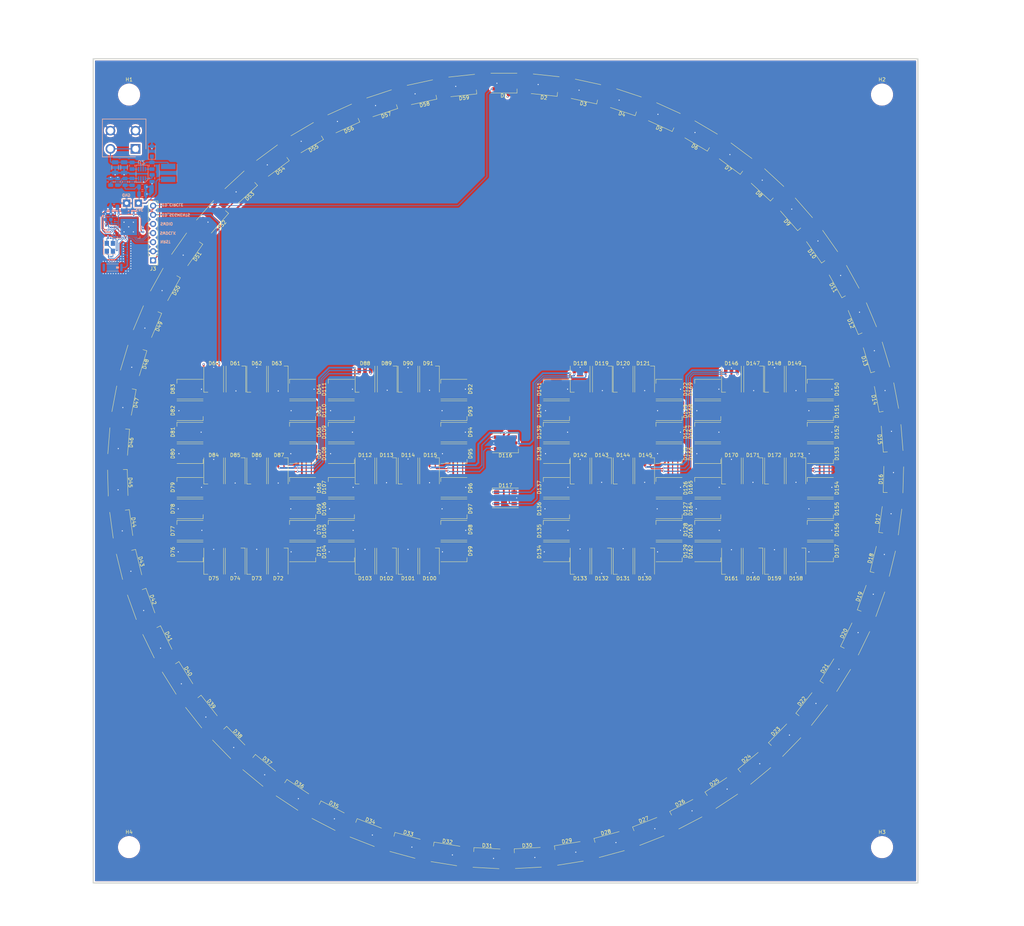
<source format=kicad_pcb>
(kicad_pcb (version 20240108) (generator "pcbnew") (generator_version "8.0")
  (layers (0 "F.Cu" signal) (31 "B.Cu" signal) (34 "B.Paste" user) (35 "F.Paste" user) (36 "B.SilkS" user "B.Silkscreen") (37 "F.SilkS" user "F.Silkscreen") (38 "B.Mask" user) (39 "F.Mask" user) (44 "Edge.Cuts" user))
  (net 0 "")
  (net 1 "VDD_NRF")
  (net 2 "GND")
  (net 3 "NRF_ANT")
  (net 5 "NRF_RF")
  (net 6 "NRF_XC2")
  (net 7 "NRF_XC1")
  (net 8 "Net-(D174-K)")
  (net 9 "+5V")
  (net 10 "Net-(C8-Pad2)")
  (net 11 "Net-(C9-Pad2)")
  (net 12 "Net-(D1-DO)")
  (net 13 "Net-(D1-BO)")
  (net 14 "Net-(U2-BST)")
  (net 15 "+3V3")
  (net 16 "Net-(D2-BO)")
  (net 17 "Net-(D2-DO)")
  (net 18 "Net-(D3-DO)")
  (net 19 "Net-(D3-BO)")
  (net 20 "Net-(D4-DO)")
  (net 21 "Net-(D4-BO)")
  (net 22 "Net-(D5-BO)")
  (net 23 "Net-(D5-DO)")
  (net 24 "Net-(D6-DO)")
  (net 25 "Net-(D6-BO)")
  (net 26 "Net-(D7-DO)")
  (net 27 "Net-(D7-BO)")
  (net 28 "Net-(D8-DO)")
  (net 29 "Net-(D8-BO)")
  (net 30 "Net-(D10-BI)")
  (net 31 "Net-(D10-DO)")
  (net 32 "Net-(D10-BO)")
  (net 33 "Net-(D11-BO)")
  (net 34 "Net-(D11-DO)")
  (net 35 "Net-(D12-DO)")
  (net 36 "Net-(D12-BO)")
  (net 37 "Net-(D13-DO)")
  (net 38 "Net-(D13-BO)")
  (net 39 "Net-(D14-BO)")
  (net 40 "Net-(D14-DO)")
  (net 41 "/led_circle/LED_DO")
  (net 42 "/led_circle/LED_BO")
  (net 43 "Net-(D15-BO)")
  (net 44 "Net-(D15-DO)")
  (net 45 "Net-(D16-BO)")
  (net 46 "Net-(D16-DO)")
  (net 47 "Net-(D17-DO)")
  (net 48 "Net-(D17-BO)")
  (net 49 "Net-(D18-BO)")
  (net 50 "Net-(D18-DO)")
  (net 51 "Net-(D19-DO)")
  (net 52 "Net-(D19-BO)")
  (net 53 "Net-(D20-DO)")
  (net 54 "Net-(D20-BO)")
  (net 55 "Net-(D21-BO)")
  (net 56 "Net-(D21-DO)")
  (net 57 "Net-(D22-DO)")
  (net 58 "Net-(D22-BO)")
  (net 59 "Net-(D23-DO)")
  (net 60 "Net-(D23-BO)")
  (net 61 "Net-(D24-DO)")
  (net 62 "Net-(D24-BO)")
  (net 63 "Net-(D25-DO)")
  (net 64 "Net-(D25-BO)")
  (net 65 "Net-(D26-DO)")
  (net 66 "Net-(D26-BO)")
  (net 67 "Net-(D27-BO)")
  (net 68 "Net-(D27-DO)")
  (net 69 "Net-(D28-DO)")
  (net 70 "Net-(D28-BO)")
  (net 71 "Net-(D29-BO)")
  (net 72 "Net-(D29-DO)")
  (net 73 "Net-(D30-DO)")
  (net 74 "Net-(D30-BO)")
  (net 75 "Net-(D31-BO)")
  (net 76 "Net-(D31-DO)")
  (net 77 "Net-(D32-DO)")
  (net 78 "Net-(D32-BO)")
  (net 79 "Net-(D33-BO)")
  (net 80 "Net-(D33-DO)")
  (net 81 "Net-(D34-BO)")
  (net 82 "Net-(D34-DO)")
  (net 83 "Net-(D35-DO)")
  (net 84 "Net-(D35-BO)")
  (net 85 "Net-(D36-BO)")
  (net 86 "Net-(D36-DO)")
  (net 87 "Net-(D37-BO)")
  (net 88 "Net-(D37-DO)")
  (net 89 "Net-(D38-DO)")
  (net 90 "Net-(D38-BO)")
  (net 91 "Net-(D39-BO)")
  (net 92 "Net-(D39-DO)")
  (net 93 "Net-(D40-DO)")
  (net 94 "Net-(D40-BO)")
  (net 95 "Net-(D41-BO)")
  (net 96 "Net-(D41-DO)")
  (net 97 "Net-(D42-BO)")
  (net 98 "Net-(D42-DO)")
  (net 99 "Net-(D43-DO)")
  (net 100 "Net-(D43-BO)")
  (net 101 "Net-(D44-DO)")
  (net 102 "Net-(D44-BO)")
  (net 103 "Net-(D45-BO)")
  (net 104 "Net-(D45-DO)")
  (net 105 "Net-(D46-DO)")
  (net 106 "Net-(D46-BO)")
  (net 107 "Net-(D47-BO)")
  (net 108 "Net-(D47-DO)")
  (net 109 "Net-(D48-BO)")
  (net 110 "Net-(D48-DO)")
  (net 111 "Net-(D49-BO)")
  (net 112 "Net-(D49-DO)")
  (net 113 "Net-(D50-DO)")
  (net 114 "Net-(D50-BO)")
  (net 115 "Net-(D51-DO)")
  (net 116 "Net-(D51-BO)")
  (net 117 "Net-(D52-DO)")
  (net 118 "Net-(D52-BO)")
  (net 119 "Net-(D53-DO)")
  (net 120 "Net-(D53-BO)")
  (net 121 "Net-(D54-DO)")
  (net 122 "Net-(D54-BO)")
  (net 123 "Net-(D55-DO)")
  (net 124 "Net-(D55-BO)")
  (net 125 "Net-(D56-BO)")
  (net 126 "Net-(D56-DO)")
  (net 127 "Net-(D57-DO)")
  (net 128 "Net-(D57-BO)")
  (net 129 "Net-(D58-DO)")
  (net 130 "Net-(D58-BO)")
  (net 131 "Net-(D60-DO)")
  (net 132 "Net-(D60-BO)")
  (net 133 "Net-(D61-DO)")
  (net 134 "Net-(D61-BO)")
  (net 135 "Net-(D62-BO)")
  (net 136 "Net-(D62-DO)")
  (net 137 "Net-(D63-DO)")
  (net 138 "Net-(D63-BO)")
  (net 139 "Net-(D64-BO)")
  (net 140 "Net-(D64-DO)")
  (net 141 "Net-(D65-BO)")
  (net 142 "Net-(D65-DO)")
  (net 143 "Net-(D66-BO)")
  (net 144 "Net-(D66-DO)")
  (net 145 "Net-(D67-BO)")
  (net 146 "Net-(D67-DO)")
  (net 147 "Net-(D68-DO)")
  (net 148 "Net-(D68-BO)")
  (net 149 "Net-(D69-BO)")
  (net 150 "Net-(D69-DO)")
  (net 151 "Net-(D70-DO)")
  (net 152 "Net-(D70-BO)")
  (net 153 "Net-(D71-BO)")
  (net 154 "Net-(D71-DO)")
  (net 155 "Net-(D72-DO)")
  (net 156 "Net-(D72-BO)")
  (net 157 "Net-(D73-DO)")
  (net 158 "Net-(D73-BO)")
  (net 159 "Net-(D74-DO)")
  (net 160 "Net-(D74-BO)")
  (net 161 "Net-(D75-BO)")
  (net 162 "Net-(D75-DO)")
  (net 163 "Net-(D76-BO)")
  (net 164 "Net-(D76-DO)")
  (net 165 "Net-(D77-BO)")
  (net 166 "Net-(D77-DO)")
  (net 167 "Net-(D78-DO)")
  (net 168 "Net-(D78-BO)")
  (net 169 "Net-(D79-BO)")
  (net 170 "Net-(D79-DO)")
  (net 171 "Net-(D80-BO)")
  (net 172 "Net-(D80-DO)")
  (net 173 "Net-(D81-BO)")
  (net 174 "Net-(D81-DO)")
  (net 175 "Net-(D82-DO)")
  (net 176 "Net-(D82-BO)")
  (net 177 "Net-(D83-BO)")
  (net 178 "Net-(D83-DO)")
  (net 179 "Net-(D84-DO)")
  (net 180 "Net-(D84-BO)")
  (net 181 "Net-(D85-DO)")
  (net 182 "Net-(D85-BO)")
  (net 183 "Net-(D86-BO)")
  (net 184 "Net-(D86-DO)")
  (net 185 "Net-(U2-FB)")
  (net 186 "Net-(U2-SS)")
  (net 187 "/led_segment/LED_BO")
  (net 188 "/led_segment/LED_DO")
  (net 189 "Net-(D88-DO)")
  (net 190 "Net-(D88-BO)")
  (net 191 "Net-(D89-DO)")
  (net 192 "Net-(D114-DO)")
  (net 193 "Net-(D114-BO)")
  (net 194 "Net-(D89-BO)")
  (net 195 "Net-(D90-BO)")
  (net 196 "Net-(D90-DO)")
  (net 197 "Net-(D91-DO)")
  (net 198 "Net-(D91-BO)")
  (net 199 "Net-(D92-DO)")
  (net 200 "Net-(D92-BO)")
  (net 201 "Net-(D93-DO)")
  (net 202 "Net-(D93-BO)")
  (net 203 "Net-(D94-DO)")
  (net 204 "Net-(D94-BO)")
  (net 205 "Net-(D95-DO)")
  (net 206 "Net-(D95-BO)")
  (net 207 "Net-(D96-DO)")
  (net 208 "Net-(D96-BO)")
  (net 209 "Net-(D100-BI)")
  (net 210 "Net-(D100-DI)")
  (net 211 "Net-(D100-DO)")
  (net 212 "Net-(D100-BO)")
  (net 213 "Net-(D101-BO)")
  (net 214 "Net-(D101-DO)")
  (net 215 "Net-(D102-BO)")
  (net 216 "Net-(D102-DO)")
  (net 217 "Net-(D103-BO)")
  (net 218 "Net-(D103-DO)")
  (net 219 "Net-(D104-DO)")
  (net 220 "Net-(D104-BO)")
  (net 221 "Net-(D105-DO)")
  (net 222 "Net-(D105-BO)")
  (net 223 "Net-(D106-BO)")
  (net 224 "Net-(D106-DO)")
  (net 225 "Net-(D107-BO)")
  (net 226 "Net-(D107-DO)")
  (net 227 "Net-(D108-DO)")
  (net 228 "Net-(D108-BO)")
  (net 229 "Net-(D109-BO)")
  (net 230 "Net-(D109-DO)")
  (net 231 "Net-(D110-DO)")
  (net 232 "Net-(D110-BO)")
  (net 233 "/led_segment1/LED_BO")
  (net 234 "/led_segment1/LED_DO")
  (net 235 "Net-(D112-DO)")
  (net 236 "Net-(D112-BO)")
  (net 237 "Net-(D113-DO)")
  (net 238 "Net-(D113-BO)")
  (net 239 "Net-(D116-BO)")
  (net 240 "Net-(D116-DO)")
  (net 241 "Net-(D118-DO)")
  (net 242 "Net-(D118-BO)")
  (net 243 "Net-(D119-DO)")
  (net 244 "Net-(D119-BO)")
  (net 245 "Net-(D120-BO)")
  (net 246 "Net-(D120-DO)")
  (net 247 "Net-(D121-BO)")
  (net 248 "Net-(D121-DO)")
  (net 249 "Net-(D122-DO)")
  (net 250 "Net-(D122-BO)")
  (net 251 "Net-(D123-BO)")
  (net 252 "Net-(D123-DO)")
  (net 253 "Net-(D124-DO)")
  (net 254 "Net-(D124-BO)")
  (net 255 "Net-(D125-BO)")
  (net 256 "Net-(D125-DO)")
  (net 257 "Net-(D126-BO)")
  (net 258 "Net-(D126-DO)")
  (net 259 "Net-(D127-BO)")
  (net 260 "Net-(D127-DO)")
  (net 261 "Net-(D128-BO)")
  (net 262 "Net-(D128-DO)")
  (net 263 "Net-(D129-DO)")
  (net 264 "Net-(D129-BO)")
  (net 265 "Net-(D130-BO)")
  (net 266 "Net-(D130-DO)")
  (net 267 "Net-(D131-DO)")
  (net 268 "Net-(D131-BO)")
  (net 269 "Net-(D132-BO)")
  (net 270 "Net-(D132-DO)")
  (net 271 "Net-(D133-BO)")
  (net 272 "Net-(D133-DO)")
  (net 273 "Net-(D134-DO)")
  (net 274 "Net-(D134-BO)")
  (net 275 "Net-(D135-BO)")
  (net 276 "Net-(D135-DO)")
  (net 277 "Net-(D136-BO)")
  (net 278 "Net-(D136-DO)")
  (net 279 "Net-(D137-DO)")
  (net 280 "Net-(D137-BO)")
  (net 281 "Net-(D138-BO)")
  (net 282 "Net-(D138-DO)")
  (net 283 "/led_segment2/LED_DO")
  (net 284 "/led_segment2/LED_BO")
  (net 285 "Net-(D140-BO)")
  (net 286 "Net-(D140-DO)")
  (net 287 "Net-(D141-BO)")
  (net 288 "Net-(D141-DO)")
  (net 289 "Net-(D144-BO)")
  (net 290 "Net-(D144-DO)")
  (net 291 "Net-(D146-BO)")
  (net 292 "Net-(D146-DO)")
  (net 293 "Net-(D147-DO)")
  (net 294 "Net-(D147-BO)")
  (net 295 "Net-(D148-BO)")
  (net 296 "Net-(D148-DO)")
  (net 297 "Net-(D149-BO)")
  (net 298 "Net-(D149-DO)")
  (net 299 "Net-(D150-DO)")
  (net 300 "Net-(D150-BO)")
  (net 301 "Net-(D151-BO)")
  (net 302 "Net-(D151-DO)")
  (net 303 "Net-(D152-BO)")
  (net 304 "Net-(D152-DO)")
  (net 305 "Net-(D153-BO)")
  (net 306 "Net-(D153-DO)")
  (net 307 "Net-(D154-DO)")
  (net 308 "Net-(D154-BO)")
  (net 309 "Net-(D155-DO)")
  (net 310 "Net-(D155-BO)")
  (net 311 "Net-(D156-DO)")
  (net 312 "Net-(D156-BO)")
  (net 313 "Net-(D157-BO)")
  (net 314 "Net-(D157-DO)")
  (net 315 "Net-(D158-DO)")
  (net 316 "Net-(D158-BO)")
  (net 317 "Net-(D159-DO)")
  (net 318 "Net-(D159-BO)")
  (net 319 "Net-(D160-BO)")
  (net 320 "Net-(D160-DO)")
  (net 321 "Net-(D161-DO)")
  (net 322 "Net-(D161-BO)")
  (net 323 "Net-(D162-DO)")
  (net 324 "Net-(D162-BO)")
  (net 325 "Net-(D163-BO)")
  (net 326 "Net-(D163-DO)")
  (net 327 "Net-(D164-BO)")
  (net 328 "Net-(D164-DO)")
  (net 329 "Net-(D165-BO)")
  (net 330 "Net-(D165-DO)")
  (net 331 "Net-(D166-BO)")
  (net 332 "Net-(D166-DO)")
  (net 333 "/led_segment3/LED_DO")
  (net 334 "/led_segment3/LED_BO")
  (net 335 "Net-(D168-BO)")
  (net 336 "Net-(D168-DO)")
  (net 337 "Net-(D169-BO)")
  (net 338 "Net-(D169-DO)")
  (net 339 "Net-(D97-BO)")
  (net 340 "Net-(D97-DO)")
  (net 341 "Net-(D98-BO)")
  (net 342 "Net-(D98-DO)")
  (net 343 "Net-(D111-BO)")
  (net 344 "Net-(D111-DO)")
  (net 345 "/led_segment2/LED_DI")
  (net 346 "/led_segment2/LED_BI")
  (net 347 "Net-(D139-BO)")
  (net 348 "Net-(D139-DO)")
  (net 349 "Net-(D142-BO)")
  (net 350 "Net-(D142-DO)")
  (net 351 "Net-(D143-DO)")
  (net 352 "Net-(D143-BO)")
  (net 353 "Net-(D167-DO)")
  (net 354 "Net-(D167-BO)")
  (net 355 "Net-(D170-DO)")
  (net 356 "Net-(D170-BO)")
  (net 357 "Net-(D171-BO)")
  (net 358 "Net-(D171-DO)")
  (net 359 "Net-(D172-BO)")
  (net 360 "Net-(D172-DO)")
  (net 361 "LED_CIRCLE")
  (net 362 "LED_SEGMENTS")
  (net 363 "V_EXT")
  (net 364 "Net-(U2-EN)")
  (net 365 "Net-(U2-FREQ)")
  (net 395 "Net-(U4-DECD)")
  (net 396 "Net-(U4-DECA)")
  (net 397 "Net-(U4-DCC)")
  (net 398 "NRF_SWDCLK")
  (net 399 "NRF_NRST")
  (net 400 "NRF_SWDIO")
  (footprint "LED_SMD:LED_WS2812_PLCC6_5.0x5.0mm_P1.6mm" (layer "F.Cu") (at 306.8 220.2 -90)
    (property "Reference" "D113")
    (property "Value" "WS2813b")
  )
  (footprint "LED_SMD:LED_WS2812_PLCC6_5.0x5.0mm_P1.6mm" (layer "F.Cu") (at 283.4 224.8)
    (property "Reference" "D68")
    (property "Value" "WS2813b")
  )
  (footprint "LED_SMD:LED_WS2812_PLCC6_5.0x5.0mm_P1.6mm" (layer "F.Cu") (at 325.6 215.4 180)
    (property "Reference" "D95")
    (property "Value" "WS2813b")
  )
  (footprint "LED_SMD:LED_WS2812_PLCC6_5.0x5.0mm_P1.6mm" (layer "F.Cu") (at 396.400001 224.8)
    (property "Reference" "D165")
    (property "Value" "WS2813b")
  )
  (footprint "LED_SMD:LED_WS2812_PLCC6_5.0x5.0mm_P1.6mm" (layer "F.Cu") (at 415 245.4 90)
    (property "Reference" "D159")
    (property "Value" "WS2813b")
  )
  (footprint "LED_SMD:LED_WS2812_PLCC6_5.0x5.0mm_P1.6mm" (layer "F.Cu") (at 258.6 194.6 90)
    (property "Reference" "D60")
    (property "Value" "WS2813b")
  )
  (footprint "LED_SMD:LED_WS2812_PLCC6_5.0x5.0mm_P1.6mm" (layer "F.Cu") (at 431.963652 277.209904 57.9662)
    (property "Reference" "D21")
    (property "Value" "WS2813b")
  )
  (footprint "LED_SMD:LED_WS2812_PLCC6_5.0x5.0mm_P1.6mm" (layer "F.Cu") (at 354.200001 230.8 180)
    (property "Reference" "D136")
    (property "Value" "WS2813b")
  )
  (footprint "LED_SMD:LED_WS2812_PLCC6_5.0x5.0mm_P1.6mm" (layer "F.Cu") (at 354.200001 236.8)
    (property "Reference" "D135")
    (property "Value" "WS2813b")
  )
  (footprint "LED_SMD:LED_WS2812_PLCC6_5.0x5.0mm_P1.6mm" (layer "F.Cu") (at 354.200001 224.8)
    (property "Reference" "D137")
    (property "Value" "WS2813b")
  )
  (footprint "LED_SMD:LED_WS2812_PLCC6_5.0x5.0mm_P1.6mm" (layer "F.Cu") (at 264.8 194.6 -90)
    (property "Reference" "D61")
    (property "Value" "WS2813b")
  )
  (footprint "LED_SMD:LED_WS2812_PLCC6_5.0x5.0mm_P1.6mm" (layer "F.Cu") (at 403 245.4 90)
    (property "Reference" "D161")
    (property "Value" "WS2813b")
  )
  (footprint "LED_SMD:LED_WS2812_PLCC6_5.0x5.0mm_P1.6mm" (layer "F.Cu") (at 283.4 236.8)
    (property "Reference" "D70")
    (property "Value" "WS2813b")
  )
  (footprint "LED_SMD:LED_WS2812_PLCC6_5.0x5.0mm_P1.6mm" (layer "F.Cu") (at 378.8 220.2 -90)
    (property "Reference" "D145")
    (property "Value" "WS2813b")
  )
  (footprint "LED_SMD:LED_WS2812_PLCC6_5.0x5.0mm_P1.6mm" (layer "F.Cu") (at 360.8 220.2 90)
    (property "Reference" "D142")
    (property "Value" "WS2813b")
  )
  (footprint "LED_SMD:LED_WS2812_PLCC6_5.0x5.0mm_P1.6mm" (layer "F.Cu") (at 252 203.4 180)
    (property "Reference" "D82")
    (property "Value" "WS2813b")
  )
  (footprint "MountingHole:MountingHole_3.2mm_M3" (layer "F.Cu") (at 445 325.2)
    (property "Reference" "H3")
    (property "Value" "MountingHole")
  )
  (footprint "LED_SMD:LED_WS2812_PLCC6_5.0x5.0mm_P1.6mm" (layer "F.Cu") (at 354.200001 242.8 180)
    (property "Reference" "D134")
    (property "Value" "WS2813b")
  )
  (footprint "LED_SMD:LED_WS2812_PLCC6_5.0x5.0mm_P1.6mm" (layer "F.Cu") (at 396.4 197.4)
    (property "Reference" "D169")
    (property "Value" "WS2813b")
  )
  (footprint "LED_SMD:LED_WS2812_PLCC6_5.0x5.0mm_P1.6mm" (layer "F.Cu") (at 312.8 194.6 90)
    (property "Reference" "D90")
    (property "Value" "WS2813b")
  )
  (footprint "LED_SMD:LED_WS2812_PLCC6_5.0x5.0mm_P1.6mm" (layer "F.Cu") (at 283.4 215.4 180)
    (property "Reference" "D67")
    (property "Value" "WS2813b")
  )
  (footprint "LED_SMD:LED_WS2812_PLCC6_5.0x5.0mm_P1.6mm" (layer "F.Cu") (at 427.8 230.8 180)
    (property "Reference" "D155")
    (property "Value" "WS2813b")
  )
  (footprint "LED_SMD:LED_WS2812_PLCC6_5.0x5.0mm_P1.6mm" (layer "F.Cu") (at 427.8 215.4 180)
    (property "Reference" "D153")
    (property "Value" "WS2813b")
  )
  (footprint "LED_SMD:LED_WS2812_PLCC6_5.0x5.0mm_P1.6mm" (layer "F.Cu") (at 385.6 197.399999)
    (property "Reference" "D122")
    (property "Value" "WS2813b")
  )
  (footprint "LED_SMD:LED_WS2812_PLCC6_5.0x5.0mm_P1.6mm" (layer "F.Cu") (at 232.817045 235.007316 -82.37267)
    (property "Reference" "D44")
    (property "Value" "WS2813b")
  )
  (footprint "LED_SMD:LED_WS2812_PLCC6_5.0x5.0mm_P1.6mm" (layer "F.Cu") (at 236.2769 189.394789 -106.77943)
    (property "Reference" "D48")
    (property "Value" "WS2813b")
  )
  (footprint "LED_SMD:LED_WS2812_PLCC6_5.0x5.0mm_P1.6mm" (layer "F.Cu") (at 384.299739 121.483357 155.59324)
    (property "Reference" "D5")
    (property "Value" "WS2813b")
  )
  (footprint "LED_SMD:LED_WS2812_PLCC6_5.0x5.0mm_P1.6mm" (layer "F.Cu") (at 300.8 245.4 90)
    (property "Reference" "D103")
    (property "Value" "WS2813b")
  )
  (footprint "LED_SMD:LED_WS2812_PLCC6_5.0x5.0mm_P1.6mm" (layer "F.Cu") (at 447.302482 234.114736 82.37296)
    (property "Reference" "D17")
    (property "Value" "WS2813b")
  )
  (footprint "LED_SMD:LED_WS2812_PLCC6_5.0x5.0mm_P1.6mm" (layer "F.Cu") (at 396.400001 203.4 180)
    (property "Reference" "D168")
    (property "Value" "WS2813b")
  )
  (footprint "LED_SMD:LED_WS2812_PLCC6_5.0x5.0mm_P1.6mm" (layer "F.Cu") (at 372.8 245.4 90)
    (property "Reference" "D131")
    (property "Value" "WS2813b")
  )
  (footprint "LED_SMD:LED_WS2812_PLCC6_5.0x5.0mm_P1.6mm" (layer "F.Cu") (at 409 245.4 -90)
    (property "Reference" "D160")
    (property "Value" "WS2813b")
  )
  (footprint "LED_SMD:LED_WS2812_PLCC6_5.0x5.0mm_P1.6mm" (layer "F.Cu") (at 447.819145 211.118448 94.57634)
    (property "Reference" "D15")
    (property "Value" "WS2813b")
  )
  (footprint "LED_SMD:LED_WS2812_PLCC6_5.0x5.0mm_P1.6mm" (layer "F.Cu") (at 252 230.8 180)
    (property "Reference" "D78")
    (property "Value" "WS2813b")
  )
  (footprint "LED_SMD:LED_WS2812_PLCC6_5.0x5.0mm_P1.6mm" (layer "F.Cu") (at 396.400001 230.8 180)
    (property "Reference" "D164")
    (property "Value" "WS2813b")
  )
  (footprint "LED_SMD:LED_WS2812_PLCC6_5.0x5.0mm_P1.6mm" (layer "F.Cu") (at 427.8 203.399999 180)
    (property "Reference" "D151")
    (property "Value" "WS2813b")
  )
  (footprint "LED_SMD:LED_WS2812_PLCC6_5.0x5.0mm_P1.6mm" (layer "F.Cu") (at 428.281658 157.639698 125.08479)
    (property "Reference" "D10")
    (property "Value" "WS2813b")
  )
  (footprint "LED_SMD:LED_WS2812_PLCC6_5.0x5.0mm_P1.6mm" (layer "F.Cu") (at 258.6 245.4 90)
    (property "Reference" "D75")
    (property "Value" "WS2813b")
  )
  (footprint "LED_SMD:LED_WS2812_PLCC6_5.0x5.0mm_P1.6mm" (layer "F.Cu") (at 396.400001 242.8 180)
    (property "Reference" "D162")
    (property "Value" "WS2813b")
  )
  (footprint "LED_SMD:LED_WS2812_PLCC6_5.0x5.0mm_P1.6mm" (layer "F.Cu") (at 264.6 245.4 -90)
    (property "Reference" "D74")
    (property "Value" "WS2813b")
  )
  (footprint "LED_SMD:LED_WS2812_PLCC6_5.0x5.0mm_P1.6mm" (layer "F.Cu") (at 421 194.6 -90)
    (property "Reference" "D149")
    (property "Value" "WS2813b")
  )
  (footprint "LED_SMD:LED_WS2812_PLCC6_5.0x5.0mm_P1.6mm" (layer "F.Cu") (at 276.6 245.4 -90)
    (property "Reference" "D72")
    (property "Value" "WS2813b")
  )
  (footprint "LED_SMD:LED_WS2812_PLCC6_5.0x5.0mm_P1.6mm" (layer "F.Cu") (at 385.6 224.8)
    (property "Reference" "D126")
    (property "Value" "WS2813b")
  )
  (footprint "LED_SMD:LED_WS2812_PLCC6_5.0x5.0mm_P1.6mm" (layer "F.Cu") (at 276.6 194.6 -90)
    (property "Reference" "D63")
    (property "Value" "WS2813b")
  )
  (footprint "LED_SMD:LED_WS2812_PLCC6_5.0x5.0mm_P1.6mm" (layer "F.Cu") (at 325.6 242.8 180)
    (property "Reference" "D99")
    (property "Value" "WS2813b")
  )
  (footprint "LED_SMD:LED_WS2812_PLCC6_5.0x5.0mm_P1.6mm" (layer "F.Cu") (at 372.8 194.6 90)
    (property "Reference" "D120")
    (property "Value" "WS2813b")
  )
  (footprint "LED_SMD:LED_WS2812_PLCC6_5.0x5.0mm_P1.6mm" (layer "F.Cu") (at 378.8 194.6 -90)
    (property "Reference" "D121")
    (property "Value" "WS2813b")
  )
  (footprint "LED_SMD:LED_WS2812_PLCC6_5.0x5.0mm_P1.6mm" (layer "F.Cu") (at 421 245.4 -90)
    (property "Reference" "D158")
    (property "Value" "WS2813b")
  )
  (footprint "LED_SMD:LED_WS2812_PLCC6_5.0x5.0mm_P1.6mm" (layer "F.Cu") (at 252 209.4)
    (property "Reference" "D81")
    (property "Value" "WS2813b")
  )
  (footprint "LED_SMD:LED_WS2812_PLCC6_5.0x5.0mm_P1.6mm" (layer "F.Cu") (at 415 194.6 90)
    (property "Reference" "D148")
    (property "Value" "WS2813b")
  )
  (footprint "LED_SMD:LED_WS2812_PLCC6_5.0x5.0mm_P1.6mm" (layer "F.Cu") (at 351.053495 112.565142 173.89831)
    (property "Reference" "D2")
    (property "Value" "WS2813b")
  )
  (footprint "LED_SMD:LED_WS2812_PLCC6_5.0x5.0mm_P1.6mm" (layer "F.Cu") (at 283.4 242.8 180)
    (property "Reference" "D71")
    (property "Value" "WS2813b")
  )
  (footprint "LED_SMD:LED_WS2812_PLCC6_5.0x5.0mm_P1.6mm" (layer "F.Cu") (at 294.200001 224.8)
    (property "Reference" "D107")
    (property "Value" "WS2813b")
  )
  (footprint "LED_SMD:LED_WS2812_PLCC6_5.0x5.0mm_P1.6mm" (layer "F.Cu") (at 427.8 197.399999)
    (property "Reference" "D150")
    (property "Value" "WS2813b")
  )
  (footprint "LED_SMD:LED_WS2812_PLCC6_5.0x5.0mm_P1.6mm" (layer "F.Cu") (at 305.589178 117.616679 -161.69464)
    (property "Reference" "D57")
    (property "Value" "WS2813b")
  )
  (footprint "LED_SMD:LED_WS2812_PLCC6_5.0x5.0mm_P1.6mm" (layer "F.Cu") (at 294.200001 242.8 180)
    (property "Reference" "D104")
    (property "Value" "WS2813b")
  )
  (footprint "LED_SMD:LED_WS2812_PLCC6_5.0x5.0mm_P1.6mm" (layer "F.Cu") (at 403 194.6 90)
    (property "Reference" "D146")
    (property "Value" "WS2813b")
  )
  (footprint "LED_SMD:LED_WS2812_PLCC6_5.0x5.0mm_P1.6mm" (layer "F.Cu") (at 439.510945 177.71454 112.88141)
    (property "Reference" "D12")
    (property "Value" "WS2813b")
  )
  (footprint "LED_SMD:LED_WS2812_PLCC6_5.0x5.0mm_P1.6mm" (layer "F.Cu") (at 316.688052 114.540189 -167.79633)
    (property "Reference" "D58")
    (property "Value" "WS2813b")
  )
  (footprint "LED_SMD:LED_WS2812_PLCC6_5.0x5.0mm_P1.6mm" (layer "F.Cu") (at 409.2 194.6 -90)
    (property "Reference" "D147")
    (property "Value" "WS2813b")
  )
  (footprint "LED_SMD:LED_WS2812_PLCC6_5.0x5.0mm_P1.6mm" (layer "F.Cu") (at 300.8 220.2 90)
    (property "Reference" "D112")
    (property "Value" "WS2813b")
  )
  (footprint "LED_SMD:LED_WS2812_PLCC6_5.0x5.0mm_P1.6mm" (layer "F.Cu") (at 271.288663 303.783459 -39.66084)
    (property "Reference" "D37")
    (property "Value" "WS2813b")
  )
  (footprint "LED_SMD:LED_WS2812_PLCC6_5.0x5.0mm_P1.6mm" (layer "F.Cu") (at 323.233885 327.094059 -9.15239)
    (property "Reference" "D32")
    (property "Value" "WS2813b")
  )
  (footprint "LED_SMD:LED_WS2812_PLCC6_5.0x5.0mm_P1.6mm" (layer "F.Cu") (at 251.20072 158.376619 -125.0845)
    (property "Reference" "D51")
    (property "Value" "WS2813b")
  )
  (footprint "LED_SMD:LED_WS2812_PLCC6_5.0x5.0mm_P1.6mm" (layer "F.Cu") (at 354.200001 203.4 180)
    (property "Reference" "D140")
    (property "Value" "WS2813b")
  )
  (footprint "LED_SMD:LED_WS2812_PLCC6_5.0x5.0mm_P1.6mm" (layer "F.Cu") (at 372.8 220.2 90)
    (property "Reference" "D144")
    (property "Value" "WS2813b")
  )
  (footprint "LED_SMD:LED_WS2812_PLCC6_5.0x5.0mm_P1.6mm" (layer "F.Cu") (at 252 236.8)
    (property "Reference" "D77")
    (property "Value" "WS2813b")
  )
  (footprint "LED_SMD:LED_WS2812_PLCC6_5.0x5.0mm_P1.6mm" (layer "F.Cu") (at 441.936482 256.482173 70.16958)
    (property "Reference" "D19")
    (property "Value" "WS2813b")
  )
  (footprint "LED_SMD:LED_WS2812_PLCC6_5.0x5.0mm_P1.6mm" (layer "F.Cu") (at 409.40461 303.20869 39.66113)
    (property "Reference" "D24")
    (property "Value" "WS2813b")
  )
  (footprint "LED_SMD:LED_WS2812_PLCC6_5.0x5.0mm_P1.6mm" (layer "F.Cu") (at 318.8 194.6 -90)
    (property "Reference" "D91")
    (property "Value" "WS2813b")
  )
  (footprint "LED_SMD:LED_WS2812_PLCC6_5.0x5.0mm_P1.6mm" (layer "F.Cu") (at 258.6 220.2 90)
    (property "Reference" "D84")
    (property "Value" "WS2813b")
  )
  (footprint "LED_SMD:LED_WS2812_PLCC6_5.0x5.0mm_P1.6mm" (layer "F.Cu") (at 252 215.4 180)
    (property "Reference" "D80")
    (property "Value" "WS2813b")
  )
  (footprint "LED_SMD:LED_WS2812_PLCC6_5.0x5.0mm_P1.6mm" (layer "F.Cu") (at 262.793556 296.006381 -45.76253)
    (property "Reference" "D38")
    (property "Value" "WS2813b")
  )
  (footprint "LED_SMD:LED_WS2812_PLCC6_5.0x5.0mm_P1.6mm" (layer "F.Cu") (at 325.6 197.399999)
    (property "Reference" "D92")
    (property "Value" "WS2813b")
  )
  (footprint "LED_SMD:LED_WS2812_PLCC6_5.0x5.0mm_P1.6mm" (layer "F.Cu") (at 312.8 245.4 90)
    (property "Reference" "D101")
    (property "Value" "WS2813b")
  )
  (footprint "LED_SMD:LED_WS2812_PLCC6_5.0x5.0mm_P1.6mm" (layer "F.Cu") (at 400.188143 310.115682 33.55944)
    (property "Reference" "D25")
    (property "Value" "WS2813b")
  )
  (footprint "LED_SMD:LED_WS2812_PLCC6_5.0x5.0mm_P1.6mm" (layer "F.Cu") (at 301.017213 321.134557 -21.35577)
    (property "Reference" "D34")
    (property "Value" "WS2813b")
  )
  (footprint "LED_SMD:LED_WS2812_PLCC6_5.0x5.0mm_P1.6mm" (layer "F.Cu") (at 283.4 230.8 180)
    (property "Reference" "D69")
    (property "Value" "WS2813b")
  )
  (footprint "LED_SMD:LED_WS2812_PLCC6_5.0x5.0mm_P1.6mm" (layer "F.Cu") (at 385.6 203.399999 180)
    (property "Reference" "D123")
    (property "Value" "WS2813b")
  )
  (footprint "LED_SMD:LED_WS2812_PLCC6_5.0x5.0mm_P1.6mm" (layer "F.Cu") (at 325.6 230.8 180)
    (property "Reference" "D97")
    (property "Value" "WS2813b")
  )
  (footprint "LED_SMD:LED_WS2812_PLCC6_5.0x5.0mm_P1.6mm" (layer "F.Cu") (at 234.998177 246.316271 -76.27098)
    (property "Reference" "D43")
    (property "Value" "WS2813b")
  )
  (footprint "LED_SMD:LED_WS2812_PLCC6_5.0x5.0mm_P1.6mm" (layer "F.Cu") (at 318.8 220.2 -90)
    (property "Reference" "D115")
    (property "Value" "WS2813b")
  )
  (footprint "LED_SMD:LED_WS2812_PLCC6_5.0x5.0mm_P1.6mm" (layer "F.Cu") (at 448.173637 222.630361 88.47465)
    (property "Reference" "D16")
    (property "Value" "WS2813b")
  )
  (footprint "LED_SMD:LED_WS2812_PLCC6_5.0x5.0mm_P1.6mm" (layer "F.Cu") (at 232.109005 212.016125 -94.57605)
    (property "Reference" "D46")
    (property "Value" "WS2813b")
  )
  (footprint "LED_SMD:LED_WS2812_PLCC6_5.0x5.0mm_P1.6mm" (layer "F.Cu") (at 385.6 242.8 180)
    (property "Reference" "D129")
    (property "Value" "WS2813b")
  )
  (footprint "LED_SMD:LED_WS2812_PLCC6_5.0x5.0mm_P1.6mm" (layer "F.Cu") (at 339.95 227.75)
    (property "Reference" "D117")
    (property "Value" "WS2813b")
  )
  (footprint "LED_SMD:LED_WS2812_PLCC6_5.0x5.0mm_P1.6mm" (layer "F.Cu") (at 283.4 197.4)
    (property "Reference" "D64")
    (property "Value" "WS2813b")
  )
  (footprint "LED_SMD:LED_WS2812_PLCC6_5.0x5.0mm_P1.6mm" (layer "F.Cu") (at 294.200001 203.4 180)
    (property "Reference" "D110")
    (property "Value" "WS2813b")
  )
  (footprint "LED_SMD:LED_WS2812_PLCC6_5.0x5.0mm_P1.6mm" (layer "F.Cu") (at 240.138902 178.544226 -112.88112)
    (property "Reference" "D49")
    (property "Value" "WS2813b")
  )
  (footprint "LED_SMD:LED_WS2812_PLCC6_5.0x5.0mm_P1.6mm" (layer "F.Cu") (at 366.8 220.2 -90)
    (property "Reference" "D143")
    (property "Value" "WS2813b")
  )
  (footprint "LED_SMD:LED_WS2812_PLCC6_5.0x5.0mm_P1.6mm" (layer "F.Cu") (at 379.8215 320.806613 21.35606)
    (property "Reference" "D27")
    (property "Value" "WS2813b")
  )
  (footprint "LED_SMD:LED_WS2812_PLCC6_5.0x5.0mm_P1.6mm" (layer "F.Cu") (at 425.382884 286.662061 51.86451)
    (property "Reference" "D22")
    (property "Value" "WS2813b")
  )
  (footprint "LED_SMD:LED_WS2812_PLCC6_5.0x5.0mm_P1.6mm" (layer "F.Cu") (at 362.43175 114.349827 167.79662)
    (property "Reference" "D3")
    (property "Value" "WS2813b")
  )
  (footprint "LED_SMD:LED_WS2812_PLCC6_5.0x5.0mm_P1.6mm" (layer "F.Cu") (at 396.400001 215.4 180)
    (property "Reference" "D166")
    (property "Value" "WS2813b")
  )
  (footprint "LED_SMD:LED_WS2812_PLCC6_5.0x5.0mm_P1.6mm" (layer "F.Cu") (at 270.6 194.6 90)
    (property "Reference" "D62")
    (property "Value" "WS2813b")
  )
  (footprint "LED_SMD:LED_WS2812_PLCC6_5.0x5.0mm_P1.6mm" (layer "F.Cu") (at 266.275658 141.003006 -137.28788)
    (property "Reference" "D53")
    (property "Value" "WS2813b")
  )
  (footprint "LED_SMD:LED_WS2812_PLCC6_5.0x5.0mm_P1.6mm" (layer "F.Cu") (at 318.8 245.4 -90)
    (property "Reference" "D100")
    (property "Value" "WS2813b")
  )
  (footprint "LED_SMD:LED_WS2812_PLCC6_5.0x5.0mm_P1.6mm" (layer "F.Cu") (at 294.2 197.4)
    (property "Reference" "D111")
    (property "Value" "WS2813b")
  )
  (footprint "LED_SMD:LED_WS2812_PLCC6_5.0x5.0mm_P1.6mm" (layer "F.Cu") (at 446.24302 199.709434 100.67803)
    (property "Reference" "D14")
    (property "Value" "WS2813b")
  )
  (footprint "LED_SMD:LED_WS2812_PLCC6_5.0x5.0mm_P1.6mm" (layer "F.Cu") (at 325.6 209.399999)
    (property "Reference" "D94")
    (property "Value" "WS2813b")
  )
  (footprint "LED_SMD:LED_WS2812_PLCC6_5.0x5.0mm_P1.6mm" (layer "F.Cu") (at 378.8 245.4 -90)
    (property "Reference" "D130")
    (property "Value" "WS2813b")
  )
  (footprint "LED_SMD:LED_WS2812_PLCC6_5.0x5.0mm_P1.6mm" (layer "F.Cu") (at 283.4 203.4 180)
    (property "Reference" "D65")
    (property "Value" "WS2813b")
  )
  (footprint "LED_SMD:LED_WS2812_PLCC6_5.0x5.0mm_P1.6mm" (layer "F.Cu") (at 328.051059 112.660866 -173.89802)
    (property "Reference" "D59")
    (property "Value" "WS2813b")
  )
  (footprint "LED_SMD:LED_WS2812_PLCC6_5.0x5.0mm_P1.6mm" (layer "F.Cu") (at 290.50938 316.41913 -27.45746)
    (property "Reference" "D35")
    (property "Value" "WS2813b")
  )
  (footprint "LED_SMD:LED_WS2812_PLCC6_5.0x5.0mm_P1.6mm" (layer "F.Cu") (at 417.834695 295.361178 45.76282)
    (property "Reference" "D23")
    (property "Value" "WS2813b")
  )
  (footprint "LED_SMD:LED_WS2812_PLCC6_5.0x5.0mm_P1.6mm" (layer "F.Cu") (at 354.2 197.4)
    (property "Reference" "D141")
    (property "Value" "WS2813b")
  )
  (footprint "LED_SMD:LED_WS2812_PLCC6_5.0x5.0mm_P1.6mm" (layer "F.Cu") (at 242.89138 267.921676 -64.0676)
    (property "Reference" "D41")
    (property "Value" "WS2813b")
  )
  (footprint "LED_SMD:LED_WS2812_PLCC6_5.0x5.0mm_P1.6mm" (layer "F.Cu") (at 270.6 220.2 90)
    (property "Reference" "D86")
    (property "Value" "WS2813b")
  )
  (footprint "LED_SMD:LED_WS2812_PLCC6_5.0x5.0mm_P1.6mm" (layer "F.Cu") (at 346.20827 328.222682 3.05099)
    (property "Reference" "D30")
    (property "Value" "WS2813b")
  )
  (footprint "LED_SMD:LED_WS2812_PLCC6_5.0x5.0mm_P1.6mm" (layer "F.Cu") (at 427.8 209.399999)
    (property "Reference" "D152")
    (property "Value" "WS2813b")
  )
  (footprint "LED_SMD:LED_WS2812_PLCC6_5.0x5.0mm_P1.6mm" (layer "F.Cu") (at 306.8 245.4 -90)
    (property "Reference" "D102")
    (property "Value" "WS2813b")
  )
  (footprint "LED_SMD:LED_WS2812_PLCC6_5.0x5.0mm_P1.6mm" (layer "F.Cu") (at 396.400001 236.8)
    (property "Reference" "D163")
    (property "Value" "WS2813b")
  )
  (footprint "LED_SMD:LED_WS2812_PLCC6_5.0x5.0mm_P1.6mm" (layer "F.Cu") (at 312.8 220.2 90)
    (property "Reference" "D114")
    (property "Value" "WS2813b")
  )
  (footprint "LED_SMD:LED_WS2812_PLCC6_5.0x5.0mm_P1.6mm" (layer "F.Cu") (at 276.6 220.2 -90)
    (property "Reference" "D87")
    (property "Value" "WS2813b")
  )
  (footprint "MountingHole:MountingHole_3.2mm_M3" (layer "F.Cu") (at 445 115.2)
    (property "Reference" "H2")
    (property "Value" "MountingHole")
  )
  (footprint "Connector_PinHeader_2.54mm:PinHeader_1x07_P2.54mm_Vertical" (layer "F.Cu") (at 241.7 161.46 180)
    (property "Reference" "J3")
    (property "Value" "Conn_01x07_Pin")
  )
  (footprint "LED_SMD:LED_WS2812_PLCC6_5.0x5.0mm_P1.6mm" (layer "F.Cu") (at 258.275202 149.288083 -131.18619)
    (property "Reference" "D52")
    (property "Value" "WS2813b")
  )
  (footprint "LED_SMD:LED_WS2812_PLCC6_5.0x5.0mm_P1.6mm" (layer "F.Cu") (at 360.8 245.4 90)
    (property "Reference" "D133")
    (property "Value" "WS2813b")
  )
  (footprint "LED_SMD:LED_WS2812_PLCC6_5.0x5.0mm_P1.6mm" (layer "F.Cu") (at 270.6 245.4 90)
    (property "Reference" "D73")
    (property "Value" "WS2813b")
  )
  (footprint "LED_SMD:LED_WS2812_PLCC6_5.0x5.0mm_P1.6mm" (layer "F.Cu") (at 238.369019 257.329318 -70.16929)
    (property "Reference" "D42")
    (property "Value" "WS2813b")
  )
  (footprint "LED_SMD:LED_WS2812_PLCC6_5.0x5.0mm_P1.6mm" (layer "F.Cu") (at 443.463121 188.532585 106.77972)
    (property "Reference" "D13")
    (property "Value" "WS2813b")
  )
  (footprint "LED_SMD:LED_WS2812_PLCC6_5.0x5.0mm_P1.6mm" (layer "F.Cu") (at 360.8 194.6 90)
    (property "Reference" "D118")
    (property "Value" "WS2813b")
  )
  (footprint "LED_SMD:LED_WS2812_PLCC6_5.0x5.0mm_P1.6mm" (layer "F.Cu") (at 404.165683 133.078202 143.38986)
    (property "Reference" "D7")
    (property "Value" "WS2813b")
  )
  (footprint "LED_SMD:LED_WS2812_PLCC6_5.0x5.0mm_P1.6mm" (layer "F.Cu") (at 357.655197 326.950815 9.15268)
    (property "Reference" "D29")
    (property "Value" "WS2813b")
  )
  (footprint "LED_SMD:LED_WS2812_PLCC6_5.0x5.0mm_P1.6mm" (layer "F.Cu") (at 307 194.6 -90)
    (property "Reference" "D89")
    (property "Value" "WS2813b")
  )
  (footprint "MountingHole:MountingHole_3.2mm_M3" (layer "F.Cu") (at 235 115.2)
    (property "Reference" "H1")
    (property "Value" "MountingHole")
  )
  (footprint "LED_SMD:LED_WS2812_PLCC6_5.0x5.0mm_P1.6mm" (layer "F.Cu") (at 248.514018 277.973329 -57.96591)
    (property "Reference" "D40")
    (property "Value" "WS2813b")
  )
  (footprint "LED_SMD:LED_WS2812_PLCC6_5.0x5.0mm_P1.6mm" (layer "F.Cu") (at 385.6 230.8 180)
    (property "Reference" "D127")
    (property "Value" "WS2813b")
  )
  (footprint "LED_SMD:LED_WS2812_PLCC6_5.0x5.0mm_P1.6mm" (layer "F.Cu") (at 427.8 242.8 180)
    (property "Reference" "D157")
    (property "Value" "WS2813b")
  )
  (footprint "LED_SMD:LED_WS2812_PLCC6_5.0x5.0mm_P1.6mm" (layer "F.Cu") (at 366.8 245.4 -90)
    (property "Reference" "D132")
    (property "Value" "WS2813b")
  )
  (footprint "LED_SMD:LED_WS2812_PLCC6_5.0x5.0mm_P1.6mm" (layer "F.Cu") (at 445.215548 245.441452 76.27127)
    (property "Reference" "D18")
    (property "Value" "WS2813b")
  )
  (footprint "LED_SMD:LED_WS2812_PLCC6_5.0x5.0mm_P1.6mm" (layer "F.Cu") (at 413.062644 140.392153 137.28817)
    (property "Reference" "D8")
    (property "Value" "WS2813b")
  )
  (footprint "LED_SMD:LED_WS2812_PLCC6_5.0x5.0mm_P1.6mm" (layer "F.Cu") (at 437.502437 267.111803 64.06789)
    (property "Reference" "D20")
    (property "Value" "WS2813b")
  )
  (footprint "LED_SMD:LED_WS2812_PLCC6_5.0x5.0mm_P1.6mm" (layer "F.Cu") (at 283.4 209.4)
    (property "Reference" "D66")
    (property "Value" "WS2813b")
  )
  (footprint "MountingHole:MountingHole_3.2mm_M3" (layer "F.Cu") (at 235 325.2)
    (property "Reference" "H4")
    (property "Value" "MountingHole")
  )
  (footprint "LED_SMD:LED_WS2812_PLCC6_5.0x5.0mm_P1.6mm" (layer "F.Cu") (at 245.132368 168.165638 -118.98281)
    (property "Reference" "D50")
    (property "Value" "WS2813b")
  )
  (footprint "LED_SMD:LED_WS2812_PLCC6_5.0x5.0mm_P1.6mm" (layer "F.Cu") (at 280.562296 310.613505 -33.55915)
    (property "Reference" "D36")
    (property "Value" "WS2813b")
  )
  (footprint "LED_SMD:LED_WS2812_PLCC6_5.0x5.0mm_P1.6mm" (layer "F.Cu") (at 325.6 203.399999 180)
    (property "Reference" "D93")
    (property "Value" "WS2813b")
  )
  (footprint "LED_SMD:LED_WS2812_PLCC6_5.0x5.0mm_P1.6mm" (layer "F.Cu") (at 294.200001 209.4)
    (property "Reference" "D109")
    (property "Value" "WS2813b")
  )
  (footprint "LED_SMD:LED_WS2812_PLCC6_5.0x5.0mm_P1.6mm" (layer "F.Cu") (at 421 220.2 -90)
    (property "Reference" "D173")
    (property "Value" "WS2813b")
  )
  (footprint "LED_SMD:LED_WS2812_PLCC6_5.0x5.0mm_P1.6mm" (layer "F.Cu") (at 252 242.8 180)
    (property "Reference" "D76")
    (property "Value" "WS2813b")
  )
  (footprint "LED_SMD:LED_WS2812_PLCC6_5.0x5.0mm_P1.6mm" (layer "F.Cu") (at 385.6 215.4 180)
    (property "Reference" "D125")
    (property "Value" "WS2813b")
  )
  (footprint "LED_SMD:LED_WS2812_PLCC6_5.0x5.0mm_P1.6mm" (layer "F.Cu") (at 354.200001 209.4)
    (property "Reference" "D139")
    (property "Value" "WS2813b")
  )
  (footprint "LED_SMD:LED_WS2812_PLCC6_5.0x5.0mm_P1.6mm" (layer "F.Cu") (at 325.6 236.8)
    (property "Reference" "D98")
    (property "Value" "WS2813b")
  )
  (footprint "LED_SMD:LED_WS2812_PLCC6_5.0x5.0mm_P1.6mm" (layer "F.Cu") (at 233.59012 200.594388 -100.67774)
    (property "Reference" "D47")
    (property "Value" "WS2813b")
  )
  (footprint "LED_SMD:LED_WS2812_PLCC6_5.0x5.0mm_P1.6mm" (layer "F.Cu") (at 390.289723 316.003895 27.45775)
    (property "Reference" "D26")
    (property "Value" "WS2813b")
  )
  (footprint "LED_SMD:LED_WS2812_PLCC6_5.0x5.0mm_P1.6mm" (layer "F.Cu") (at 294.200001 230.8 180)
    (property "Reference" "D106")
    (property "Value" "WS2813b")
  )
  (footprint "LED_SMD:LED_WS2812_PLCC6_5.0x5.0mm_P1.6mm" (layer "F.Cu") (at 300.8 194.6 90)
    (property "Reference" "D88")
    (property "Value" "WS2813b")
  )
  (footprint "LED_SMD:LED_WS2812_PLCC6_5.0x5.0mm_P1.6mm" (layer "F.Cu") (at 252 197.4)
    (property "Reference" "D83")
    (property "Value" "WS2813b")
  )
  (footprint "LED_SMD:LED_WS2812_PLCC6_5.0x5.0mm_P1.6mm" (layer "F.Cu") (at 334.691001 328.270611 -3.0507)
    (property "Reference" "D31")
    (property "Value" "WS2813b")
  )
  (footprint "LED_SMD:LED_WS2812_PLCC6_5.0x5.0mm_P1.6mm" (layer "F.Cu") (at 311.966735 324.706357 -15.25408)
    (property "Reference" "D33")
    (property "Value" "WS2813b")
  )
  (footprint "LED_SMD:LED_WS2812_PLCC6_5.0x5.0mm_P1.6mm" (layer "F.Cu") (at 284.68243 127.208554 -149.49126)
    (property "Reference" "D55")
    (property "Value" "WS2813b")
  )
  (footprint "LED_SMD:LED_WS2812_PLCC6_5.0x5.0mm_P1.6mm" (layer "F.Cu") (at 394.5417 126.751375 149.49155)
    (property "Reference" "D6")
    (property "Value" "WS2813b")
  )
  (footprint "LED_SMD:LED_WS2812_PLCC6_5.0x5.0mm_P1.6mm" (layer "F.Cu") (at 325.6 224.8)
    (property "Reference" "D96")
    (property "Value" "WS2813b")
  )
  (footprint "LED_SMD:LED_WS2812_PLCC6_5.0x5.0mm_P1.6mm" (layer "F.Cu") (at 294.200001 215.4 180)
    (property "Reference" "D108")
    (property "Value" "WS2813b")
  )
  (footprint "LED_SMD:LED_WS2812_PLCC6_5.0x5.0mm_P1.6mm" (layer "F.Cu") (at 275.111438 133.615261 -143.38957)
    (property "Reference" "D54")
    (property "Value" "WS2813b")
  )
  (footprint "LED_SMD:LED_WS2812_PLCC6_5.0x5.0mm_P1.6mm" (layer "F.Cu") (at 427.8 236.8)
    (property "Reference" "D156")
    (property "Value" "WS2813b")
  )
  (footprint "LED_SMD:LED_WS2812_PLCC6_5.0x5.0mm_P1.6mm" (layer "F.Cu") (at 294.880192 121.855476 -155.59295)
    (property "Reference" "D56")
    (property "Value" "WS2813b")
  )
  (footprint "LED_SMD:LED_WS2812_PLCC6_5.0x5.0mm_P1.6mm" (layer "F.Cu") (at 255.173227 287.370388 -51.86422)
    (property "Reference" "D39")
    (property "Value" "WS2813b")
  )
  (footprint "LED_SMD:LED_WS2812_PLCC6_5.0x5.0mm_P1.6mm" (layer "F.Cu") (at 396.400001 209.4)
    (property "Reference" "D167")
    (property "Value" "WS2813b")
  )
  (footprint "LED_SMD:LED_WS2812_PLCC6_5.0x5.0mm_P1.6mm" (layer "F.Cu") (at 403 220.2 90)
    (property "Reference" "D170")
    (property "Value" "WS2813b")
  )
  (footprint "LED_SMD:LED_WS2812_PLCC6_5.0x5.0mm_P1.6mm" (layer "F.Cu") (at 339.55 112 180)
    (property "Reference" "D1")
    (property "Value" "WS2813b")
  )
  (footprint "LED_SMD:LED_WS2812_PLCC6_5.0x5.0mm_P1.6mm" (layer "F.Cu") (at 252 224.8)
    (property "Reference" "D79")
    (property "Value" "WS2813b")
  )
  (footprint "LED_SMD:LED_WS2812_PLCC6_5.0x5.0mm_P1.6mm" (layer "F.Cu") (at 367 194.6 -90)
    (property "Reference" "D119")
    (property "Value" "WS2813b")
  )
  (footprint "LED_SMD:LED_WS2812_PLCC6_5.0x5.0mm_P1.6mm" (layer "F.Cu") (at 434.431273 167.377871 118.9831)
    (property "Reference" "D11")
    (property "Value" "WS2813b")
  )
  (footprint "LED_SMD:LED_WS2812_PLCC6_5.0x5.0mm_P1.6mm" (layer "F.Cu") (at 294.200001 236.8)
    (property "Reference" "D105")
    (property "Value" "WS2813b")
  )
  (footprint "LED_SMD:LED_WS2812_PLCC6_5.0x5.0mm_P1.6mm" (layer "F.Cu") (at 373.555845 117.333836 161.69493)
    (property "Reference" "D4")
    (property "Value" "WS2813b")
  )
  (footprint "LED_SMD:LED_WS2812_PLCC6_5.0x5.0mm_P1.6mm" (layer "F.Cu") (at 385.6 209.399999)
    (property "Reference" "D124")
    (property "Value" "WS2813b")
  )
  (footprint "LED_SMD:LED_WS2812_PLCC6_5.0x5.0mm_P1.6mm" (layer "F.Cu") (at 427.8 224.8)
    (property "Reference" "D154")
    (property "Value" "WS2813b")
  )
  (footprint "LED_SMD:LED_WS2812_PLCC6_5.0x5.0mm_P1.6mm" (layer "F.Cu") (at 368.902085 324.46942 15.25437)
    (property "Reference" "D28")
    (property "Value" "WS2813b")
  )
  (footprint "LED_SMD:LED_WS2812_PLCC6_5.0x5.0mm_P1.6mm" (layer "F.Cu") (at 339.95 212.4 180)
    (property "Reference" "D116")
    (property "Value" "WS2813b")
  )
  (footprint "LED_SMD:LED_WS2812_PLCC6_5.0x5.0mm_P1.6mm" (layer "F.Cu") (at 231.850337 223.530589 -88.47436)
    (property "Reference" "D45")
    (property "Value" "WS2813b")
  )
  (footprint "LED_SMD:LED_WS2812_PLCC6_5.0x5.0mm_P1.6mm" (layer "F.Cu") (at 409 220.2 -90)
    (property "Reference" "D171")
    (property "Value" "WS2813b")
  )
  (footprint "LED_SMD:LED_WS2812_PLCC6_5.0x5.0mm_P1.6mm" (layer "F.Cu") (at 385.6 236.8)
    (property "Reference" "D128")
    (property "Value" "WS2813b")
  )
  (footprint "LED_SMD:LED_WS2812_PLCC6_5.0x5.0mm_P1.6mm" (layer "F.Cu") (at 415 220.2 90)
    (property "Reference" "D172")
    (property "Value" "WS2813b")
  )
  (footprint "LED_SMD:LED_WS2812_PLCC6_5.0x5.0mm_P1.6mm" (layer "F.Cu") (at 264.6 220.2 -90)
    (property "Reference" "D85")
    (property "Value" "WS2813b")
  )
  (footprint "LED_SMD:LED_WS2812_PLCC6_5.0x5.0mm_P1.6mm" (layer "F.Cu") (at 421.131778 148.610356 131.18648)
    (property "Reference" "D9")
    (property "Value" "WS2813b")
  )
  (footprint "LED_SMD:LED_WS2812_PLCC6_5.0x5.0mm_P1.6mm" (layer "F.Cu") (at 354.200001 215.4 180)
    (property "Reference" "D138")
    (property "Value" "WS2813b")
  )
  (footprint "Capacitor_SMD:C_0201_0603Metric" (layer "B.Cu") (at 228.9 151.85)
    (property "Reference" "C6" (hide yes))
    (property "Value" "10n 50V")
  )
  (footprint "Inductor_SMD:L_0201_0603Metric" (layer "B.Cu") (at 234.5 158.818206 -90)
    (property "Reference" "L3" (hide yes))
    (property "Value" "4n6")
  )
  (footprint "ProjectFootprints:2450AT43A100E" (layer "B.Cu") (at 230.4 163.456103 180)
    (property "Reference" "AE1")
    (property "Value" "2450AT43A100E")
  )
  (footprint "Capacitor_SMD:C_0201_0603Metric" (layer "B.Cu") (at 234.15 157.72)
    (property "Reference" "C9" (hide yes))
    (property "Value" "1p2 50V")
  )
  (footprint "Capacitor_SMD:C_0402_1005Metric" (layer "B.Cu") (at 238.9 153.05 -90)
    (property "Reference" "C19" (hide yes))
    (property "Value" "100n")
  )
  (footprint "Capacitor_SMD:C_0402_1005Metric" (layer "B.Cu") (at 230.9 154.35 -90)
    (property "Reference" "C20" (hide yes))
    (property "Value" "100n")
  )
  (footprint "LED_SMD:LED_0201_0603Metric" (layer "B.Cu") (at 234.5 161.001955 -90)
    (property "Reference" "L2" (hide yes))
    (property "Value" "2n")
  )
  (footprint "Capacitor_SMD:C_0805_2012Metric" (layer "B.Cu") (at 238.7125 142.95)
    (property "Reference" "C14" (hide yes))
    (property "Value" "22u 6.3V")
  )
  (footprint "Capacitor_SMD:C_0201_0603Metric" (layer "B.Cu") (at 229.5 155.25 180)
    (property "Reference" "C18" (hide yes))
    (property "Value" "?p")
  )
  (footprint "Capacitor_SMD:C_1206_3216Metric" (layer "B.Cu") (at 233.6125 135.55 -90)
    (property "Reference" "C11" (hide yes))
    (property "Value" "4u7 100VDC")
  )
  (footprint "Capacitor_SMD:C_0402_1005Metric" (layer "B.Cu") (at 231.6 148.15)
    (property "Reference" "C2" (hide yes))
    (property "Value" "100n")
  )
  (footprint "TestPoint:TestPoint_THTPad_2.0x2.0mm_Drill1.0mm" (layer "B.Cu") (at 234.3 145.5)
    (property "Reference" "GND")
    (property "Value" "TestPoint")
  )
  (footprint "Capacitor_SMD:C_0402_1005Metric" (layer "B.Cu") (at 235.8 148.15)
    (property "Reference" "C3" (hide yes))
    (property "Value" "100n")
  )
  (footprint "ProjectFootprints:QFN-48_EP_6x6_Pitch0.4mm" (layer "B.Cu") (at 234.9 152.15 -90)
    (property "Reference" "U4" (hide yes))
    (property "Value" "~")
  )
  (footprint "Capacitor_SMD:C_0603_1608Metric" (layer "B.Cu") (at 228.4 149.275 -90)
    (property "Reference" "C5" (hide yes))
    (property "Value" "2u2 50V")
  )
  (footprint "Diode_SMD:D_SOD-123F" (layer "B.Cu") (at 241.3625 131.05 90)
    (property "Reference" "D174" (hide yes))
    (property "Value" "ACDBMS2100-HF")
  )
  (footprint "Resistor_SMD:R_0805_2012Metric" (layer "B.Cu") (at 233.8625 139.55 90)
    (property "Reference" "R2" (hide yes))
    (property "Value" "210k")
  )
  (footprint "Resistor_SMD:R_0805_2012Metric" (layer "B.Cu") (at 229.8625 139.55 90)
    (property "Reference" "R3" (hide yes))
    (property "Value" "68k")
  )
  (footprint "TestPoint:TestPoint_THTPad_2.0x2.0mm_Drill1.0mm" (layer "B.Cu") (at 237.6 145.5)
    (property "Reference" "3V3")
    (property "Value" "TestPoint")
  )
  (footprint "Capacitor_SMD:C_0805_2012Metric" (layer "B.Cu") (at 235.8625 139.55 90)
    (property "Reference" "C15" (hide yes))
    (property "Value" "15p")
  )
  (footprint "Capacitor_SMD:C_0805_2012Metric" (layer "B.Cu") (at 241.4125 138.55 -90)
    (property "Reference" "C16" (hide yes))
    (property "Value" "22n")
  )
  (footprint "Resistor_SMD:R_0805_2012Metric" (layer "B.Cu") (at 231.810191 139.542006 90)
    (property "Reference" "R4" (hide yes))
    (property "Value" "47k")
  )
  (footprint "ProjectFootprints:NRS5040T3R3NMGJV" (layer "B.Cu") (at 245.9125 137.05 -90)
    (property "Reference" "L5" (hide yes))
    (property "Value" "10u" (hide yes))
  )
  (footprint "Capacitor_SMD:C_0805_2012Metric" (layer "B.Cu") (at 241.3625 135.05 90)
    (property "Reference" "C12" (hide yes))
    (property "Value" "100n 100VDC")
  )
  (footprint "Capacitor_SMD:C_0201_0603Metric" (layer "B.Cu") (at 228.9 151.15)
    (property "Reference" "C7" (hide yes))
    (property "Value" "3p9 50V")
  )
  (footprint "Capacitor_SMD:C_0805_2012Metric" (layer "B.Cu") (at 230.8 146.65)
    (property "Reference" "C1" (hide yes))
    (property "Value" "10u")
  )
  (footprint "Capacitor_SMD:C_0603_1608Metric" (layer "B.Cu") (at 229.9 149.275 -90)
    (property "Reference" "C4" (hide yes))
    (property "Value" "2u2 50V")
  )
  (footprint "LED_SMD:LED_0201_0603Metric" (layer "B.Cu") (at 231 150.95 -90)
    (property "Reference" "L1" (hide yes))
    (property "Value" "4u7")
  )
  (footprint "Resistor_SMD:R_0805_2012Metric" (layer "B.Cu") (at 235.8625 135.05 90)
    (property "Reference" "R1" (hide yes))
    (property "Value" "0R")
  )
  (footprint "Capacitor_SMD:C_0805_2012Metric" (layer "B.Cu") (at 238.7125 140.95)
    (property "Reference" "C13" (hide yes))
    (property "Value" "22u 6.3V")
  )
  (footprint "Capacitor_SMD:C_1206_3216Metric" (layer "B.Cu") (at 231.1125 135.55 -90)
    (property "Reference" "C10" (hide yes))
    (property "Value" "4u7 100VDC")
  )
  (footprint "Capacitor_SMD:C_0201_0603Metric" (layer "B.Cu") (at 229.62 160.4)
    (property "Reference" "C17" (hide yes))
    (property "Value" "?p")
  )
  (footprint "Inductor_SMD:L_0201_0603Metric" (layer "B.Cu") (at 234.5 156.65 -90)
    (property "Reference" "L4" (hide yes))
    (property "Value" "3n6")
  )
  (footprint "ProjectFootprints:SHDR4W113P700X508_2X2_1039X1200X1200P" (layer "B.Cu") (at 236.8 130.34 90)
    (property "Reference" "J1")
    (property "Value" "Conn_01x02" (hide yes))
  )
  (footprint "Resistor_SMD:R_0402_1005Metric" (layer "B.Cu") (at 230.1 151.75 -90)
    (property "Reference" "FB1" (hide yes))
    (property "Value" "120R@100Mhz")
  )
  (footprint "Crystal:Crystal_SMD_3225-4Pin_3.2x2.5mm" (layer "B.Cu") (at 229.65 157.8 90)
    (property "Reference" "Y1" (hide yes))
    (property "Value" "32MHz")
  )
  (footprint "ProjectFootprints:MP4562" (layer "B.Cu") (at 238.6125 137.3 180)
    (property "Reference" "U2")
    (property "Value" "MP4562")
  )
  (footprint "Capacitor_SMD:C_0201_0603Metric" (layer "B.Cu") (at 234.15 159.898206)
    (property "Reference" "C8" (hide yes))
    (property "Value" "1p2 50V")
  )
  (gr_arc (start 432.111224 170.206277) (mid 434.615442 175.124862) (end 436.857245 180.168462) (stroke (width 0.5)) (layer "F.Cu") (net 9))
  (gr_arc (start 234.077702 232.366626) (mid 233.759646 229.174813) (end 233.53775 225.974876) (stroke (width 0.3)) (layer "F.Cu") (net 102))
  (gr_arc (start 445.702293 190.416359) (mid 446.575354 193.709741) (end 447.345829 197.028621) (stroke (width 0.3)) (layer "F.Cu") (net 37))
  (gr_arc (start 342 110.4) (mid 345.405201 110.514888) (end 348.8052 110.735356) (stroke (width 0.3)) (layer "F.Cu") (net 12))
  (gr_arc (start 441.937665 179.349633) (mid 443.155845 182.531556) (end 444.27473 185.749738) (stroke (width 0.3)) (layer "F.Cu") (net 35))
  (gr_arc (start 237.980639 244.197919) (mid 236.858727 238.793763) (end 236.022877 233.338037) (stroke (width 0.5)) (layer "F.Cu") (net 9))
  (gr_arc (start 407.086514 133.254962) (mid 409.751395 135.377934) (end 412.349135 137.582553) (stroke (width 0.3)) (layer "F.Cu") (net 26))
  (gr_arc (start 277.636196 310.592455) (mid 274.862099 308.61433) (end 272.150701 306.5511) (stroke (width 0.3)) (layer "F.Cu") (net 86))
  (gr_arc (start 307.938739 120.420615) (mid 313.236152 118.871097) (end 318.607794 117.602614) (stroke (width 0.5)) (layer "F.Cu") (net 9))
  (gr_arc (start 237.181384 199.897732) (mid 238.392794 194.512932) (end 239.886009 189.199374) (stroke (width 0.5)) (layer "F.Cu") (net 9))
  (gr_arc (start 353.659685 111.234625) (mid 357.033383 111.710813) (end 360.390686 112.291429) (stroke (width 0.3)) (layer "F.Cu") (net 17))
  (gr_arc (start 436.9034 180.280316) (mid 438.870618 185.437218) (end 440.563619 190.690534) (stroke (width 0.5)) (layer "F.Cu") (net 9))
  (gr_arc (start 414.456937 293.956454) (mid 410.470727 297.774007) (end 406.289067 301.37641) (stroke (width 0.5)) (layer "F.Cu") (net 9))
  (gr_arc (start 403.221697 136.612519) (mid 407.534543 140.056782) (end 411.660083 143.72332) (stroke (width 0.5)) (layer "F.Cu") (net 9))
  (gr_arc (start 353.319546 114.416496) (mid 356.495651 114.865041) (end 359.656825 115.408926) (stroke (width 0.3)) (layer "F.Cu") (net 16))
  (gr_arc (start 384.124176 125.137352) (mid 389.067623 127.592126) (end 393.874982 130.303747) (stroke (width 0.5)) (layer "F.Cu") (net 9))
  (gr_arc (start 375.379347 119.622359) (mid 378.388868 120.732142) (end 381.363643 121.931954) (stroke (width 0.3)) (layer "F.Cu") (net 21))
  (gr_arc (start 446.419724 213.688297) (mid 446.567446 216.892515) (end 446.618712 220.099727) (stroke (width 0.3)) (layer "F.Cu") (net 43))
  (gr_arc (start 266.990543 138.1655) (mid 269.570517 135.940117) (end 272.218284 133.79584) (stroke (width 0.3)) (layer "F.Cu") (net 119))
  (gr_arc (start 422.611468 287.601078) (mid 420.546553 290.055657) (end 418.408734 292.447009) (stroke (width 0.3)) (layer "F.Cu") (net 58))
  (gr_arc (start 408.539713 306.004125) (mid 405.844951 308.089036) (end 403.086808 310.089346) (stroke (width 0.3)) (layer "F.Cu") (net 61))
  (gr_arc (start 287.597621 316.709226) (mid 284.628977 315.037175) (end 281.713632 313.273837) (stroke (width 0.3)) (layer "F.Cu") (net 83))
  (gr_arc (start 269.57387 142.585503) (mid 273.7576 138.985504) (end 278.125052 135.610752) (stroke (width 0.5)) (layer "F.Cu") (net 9))
  (gr_arc (start 438.280129 256.598711) (mid 436.227605 261.722258) (end 433.908195 266.730643) (stroke (width 0.5)) (layer "F.Cu") (net 9))
  (gr_arc (start 240.381072 266.418061) (mid 238.995262 263.305486) (end 237.706677 260.151418) (stroke (width 0.3)) (layer "F.Cu") (net 96))
  (gr_arc (start 376.957068 320.208675) (mid 373.931926 321.275142) (end 370.876072 322.250125) (stroke (width 0.3)) (layer "F.Cu") (net 67))
  (gr_arc (start 333.523861 324.803583) (mid 328.025917 324.317584) (end 322.561182 323.542816) (stroke (width 0.5)) (layer "F.Cu") (net 9))
  (gr_arc (start 413.777544 143.229655) (mid 416.059544 145.483831) (end 418.272701 147.805634) (stroke (width 0.3)) (layer "F.Cu") (net 29))
  (gr_arc (start 289.073108 313.869695) (mid 286.278425 312.295344) (end 283.532366 310.637637) (stroke (width 0.3)) (layer "F.Cu") (net 84))
  (gr_arc (start 320.560579 328.28399) (mid 317.217004 327.62893) (end 313.895359 326.870463) (stroke (width 0.3)) (layer "F.Cu") (net 77))
  (gr_arc (start 233.899372 209.701587) (mid 234.263197 206.514666) (end 234.722725 203.340131) (stroke (width 0.3)) (layer "F.Cu") (net 106))
  (gr_arc (start 387.191934 121.03871) (mid 390.245356 122.550401) (end 393.250413 124.156086) (stroke (width 0.3)) (layer "F.Cu") (net 23))
  (gr_arc (start 355.490896 328.920155) (mid 352.110775 329.348381) (end 348.718997 329.671544) (stroke (width 0.3)) (layer "F.Cu") (net 72))
  (gr_arc (start 423.949245 149.400535) (mid 426.105149 152.038843) (end 428.178171 154.742762) (stroke (width 0.3)) (layer "F.Cu") (net 30))
  (gr_arc (start 261.092665 148.497891) (mid 263.285286 146.156684) (end 265.547342 143.882495) (stroke (width 0.3)) (layer "F.Cu") (net 118))
  (gr_arc (start 421.54102 151.507773) (mid 423.570487 153.991741) (end 425.524314 156.535634) (stroke (width 0.3)) (layer "F.Cu") (net 30))
  (gr_arc (start 366.959372 326.657655) (mid 363.643918 327.44274) (end 360.305704 328.124595) (stroke (width 0.3)) (layer "F.Cu") (net 69))
  (gr_arc (start 238.516063 187.511004) (mid 239.545326 184.473003) (end 240.665511 181.467338) (stroke (width 0.3)) (layer "F.Cu") (net 109))
  (gr_arc (start 235.605873 210.941688) (mid 236.238051 205.458629) (end 237.158012 200.016455) (stroke (width 0.5)) (layer "F.Cu") (net 9))
  (gr_arc (start 278.032268 133.438486) (mid 280.670233 131.613664) (end 283.361899 129.869023) (stroke (width 0.3)) (layer "F.Cu") (net 122))
  (gr_arc (start 352.03445 116.089376) (mid 357.498734 116.867312) (end 362.914485 117.931841) (stroke (width 0.5)) (layer "F.Cu") (net 9))
  (gr_arc (start 448.269274 201.820546) (mid 448.787325 205.18807) (end 449.200659 208.570044) (stroke (width 0.3)) (layer "F.Cu") (net 40))
  (gr_arc (start 366.705092 321.544403) (mid 361.332716 322.809771) (end 355.901173 323.790553) (stroke (width 0.5)) (layer "F.Cu") (net 9))
  (gr_arc (start 236.032757 255.567393) (mid 234.985644 252.325148) (end 234.039616 249.05198) (stroke (width 0.3)) (layer "F.Cu") (net 98))
  (gr_arc (start 258.684429 146.390665) (mid 261.013244 143.903654) (end 263.418089 141.490085) (stroke (width 0.3)) (layer "F.Cu") (net 117))
  (gr_arc (start 385.869656 123.952742) (mid 388.744165 125.37613) (end 391.574555 126.885343) (stroke (width 0.3)) (layer "F.Cu") (net 22))
  (gr_arc (start 343.676584 326.755351) (mid 340.469569 326.817726) (end 337.262129 326.783601) (stroke (width 0.3)) (layer "F.Cu") (net 74))
  (gr_arc (start 250.680237 275.025449) (mid 247.917778 270.247122) (end 245.410709 265.329989) (stroke (width 0.5)) (layer "F.Cu") (net 9))
  (gr_arc (start 399.03101 312.803347) (mid 396.129902 314.590011) (end 393.174764 316.285817) (stroke (width 0.3)) (layer "F.Cu") (net 63))
  (gr_arc (start 290.879159 312.779657) (mid 286.07336 310.065273) (end 281.417125 307.10165) (stroke (width 0.5)) (layer "F.Cu") (net 9))
  (gr_arc (start 268.381378 303.451504) (mid 265.833258 301.189717) (end 263.356528 298.849972) (stroke (width 0.3)) (layer "F.Cu") (net 88))
  (gr_arc (start 437.869938 270.014809) (mid 436.277503 273.026909) (end 434.592395 275.988159) (stroke (width 0.3)) (layer "F.Cu") (net 53))
  (gr_arc (start 365.164601 113.303869) (mid 368.468571 114.135961) (end 371.745138 115.070147) (stroke (width 0.3)) (layer "F.Cu") (net 18))
  (gr_arc (start 446.18839 248.201177) (mid 445.268644 251.481827) (end 444.247569 254.732365) (stroke (width 0.3)) (layer "F.Cu") (net 50))
  (gr_arc (start 322.441879 323.522613) (mid 317.02674 322.454972) (end 311.675318 321.103728) (stroke (width 0.5)) (layer "F.Cu") (net 9))
  (gr_arc (start 342 113.6) (mid 345.205789 113.708405) (end 348.406866 113.913197) (stroke (width 0.3)) (layer "F.Cu") (net 13))
  (gr_arc (start 442.638543 191.340177) (mid 443.460242 194.440765) (end 444.188299 197.564667) (stroke (width 0.3)) (layer "F.Cu") (net 38))
  (gr_arc (start 354.981886 325.760898) (mid 351.79967 326.163805) (end 348.606773 326.470802) (stroke (width 0.3)) (layer "F.Cu") (net 71))
  (gr_arc (start 449.609522 213.432978) (mid 449.766692 216.83649) (end 449.818204 220.24324) (stroke (width 0.3)) (layer "F.Cu") (net 44))
  (gr_arc (start 393.978736 130.366009) (mid 398.633251 133.332332) (end 403.125148 136.539581) (stroke (width 0.5)) (layer "F.Cu") (net 9))
  (gr_arc (start 434.218804 170.296323) (mid 435.677345 173.153155) (end 437.049288 176.05257) (stroke (width 0.3)) (layer "F.Cu") (net 33))
  (gr_arc (start 388.853463 318.553338) (mid 385.77888 320.021511) (end 382.660231 321.393599) (stroke (width 0.3)) (layer "F.Cu") (net 65))
  (gr_arc (start 254.918764 284.455298) (mid 253.024368 281.866843) (end 251.208695 279.222573) (stroke (width 0.3)) (layer "F.Cu") (net 91))
  (gr_arc (start 308.417728 118.366213) (mid 311.49534 117.462254) (end 314.598751 116.651285) (stroke (width 0.3)) (layer "F.Cu") (net 128))
  (gr_arc (start 366.117437 323.570399) (mid 362.996075 324.309272) (end 359.853899 324.953914) (stroke (width 0.3)) (layer "F.Cu") (net 70))
  (gr_arc (start 378.122389 323.188948) (mid 374.909166 324.321996) (end 371.662341 325.354819) (stroke (width 0.3)) (layer "F.Cu") (net 68))
  (gr_arc (start 232.862431 244.315998) (mid 232.165879 240.98082) (end 231.573126 237.625639) (stroke (width 0.3)) (layer "F.Cu") (net 99))
  (gr_arc (start 443.152036 201.666043) (mid 443.984723 207.122252) (end 444.529009 212.614732) (stroke (width 0.5)) (layer "F.Cu") (net 9))
  (gr_arc (start 309.182092 325.605391) (mid 305.927088 324.598642) (end 302.704881 323.491403) (stroke (width 0.3)) (layer "F.Cu") (net 80))
  (gr_arc (start 235.213189 222.090545) (mid 235.258973 216.571352) (end 235.595254 211.062223) (stroke (width 0.5)) (layer "F.Cu") (net 9))
  (gr_arc (start 332.159322 329.737956) (mid 328.76506 329.442007) (end 325.381613 329.040905) (stroke (width 0.3)) (layer "F.Cu") (net 76))
  (gr_arc (start 245.358667 265.220751) (mid 243.119763 260.175863) (end 241.149556 255.020102) (stroke (width 0.5)) (layer "F.Cu") (net 9))
  (gr_arc (start 239.921868 189.083808) (mid 241.698783 183.858279) (end 243.748336 178.733543) (stroke (width 0.5)) (layer "F.Cu") (net 9))
  (gr_arc (start 272.419406 300.30439) (mid 268.295974 296.63548) (end 264.371413 292.754578) (stroke (width 0.5)) (layer "F.Cu") (net 9))
  (gr_arc (start 444.738906 223.889377) (mid 444.39943 229.39831) (end 443.770404 234.881731) (stroke (width 0.5)) (layer "F.Cu") (net 9))
  (gr_arc (start 433.85441 266.839036) (mid 431.268915 271.715387) (end 428.430287 276.448861) (stroke (width 0.5)) (layer "F.Cu") (net 9))
  (gr_arc (start 395.840244 129.373643) (mid 398.547171 131.094508) (end 401.201107 132.896023) (stroke (width 0.3)) (layer "F.Cu") (net 25))
  (gr_arc (start 248.570852 275.047706) (mid 246.962324 272.272553) (end 245.438005 269.450269) (stroke (width 0.3)) (layer "F.Cu") (net 94))
  (gr_arc (start 397.464773 126.616669) (mid 400.340214 128.444354) (end 403.157574 130.360361) (stroke (width 0.3)) (layer "F.Cu") (net 24))
  (gr_arc (start 405.17814 135.823641) (mid 407.686816 137.822486) (end 410.134228 139.895891) (stroke (width 0.3)) (layer "F.Cu") (net 27))
  (gr_arc (start 287.605504 127.343246) (mid 290.422491 125.809161) (end 293.284351 124.360509) (stroke (width 0.3)) (layer "F.Cu") (net 124))
  (gr_arc (start 245.858107 276.745062) (mid 244.149302 273.797422) (end 242.53276 270.798191) (stroke (width 0.3)) (layer "F.Cu") (net 93))
  (gr_arc (start 278.222757 135.539371) (mid 282.765441 132.40447) (end 287.466865 129.513068) (stroke (width 0.5)) (layer "F.Cu") (net 9))
  (gr_arc (start 279.405149 307.925846) (mid 276.793641 306.063358) (end 274.239342 304.123154) (stroke (width 0.3)) (layer "F.Cu") (net 85))
  (gr_arc (start 376.384392 116.584287) (mid 379.581198 117.762855) (end 382.739905 119.040026) (stroke (width 0.3)) (layer "F.Cu") (net 20))
  (gr_arc (start 285.98096 124.586281) (mid 288.973042 122.956545) (end 292.014242 121.420413) (stroke (width 0.3)) (layer "F.Cu") (net 123))
  (gr_arc (start 269.161151 140.516768) (mid 271.590205 138.421886) (end 274.081177 136.401022) (stroke (width 0.3)) (layer "F.Cu") (net 120))
  (gr_arc (start 397.262044 310.136746) (mid 394.530693 311.818576) (end 391.749985 313.417482) (stroke (width 0.3)) (layer "F.Cu") (net 64))
  (gr_arc (start 257.013834 284.208953) (mid 253.759121 279.751327) (end 250.743595 275.128537) (stroke (width 0.5)) (layer "F.Cu") (net 9))
  (gr_arc (start 247.719132 166.797739) (mid 249.367317 164.045954) (end 251.097535 161.344995) (stroke (width 0.3)) (layer "F.Cu") (net 114))
  (gr_arc (start 230.709572 209.446284) (mid 231.095768 206.061103) (end 231.586794 202.689532) (stroke (width 0.3)) (layer "F.Cu") (net 105))
  (gr_arc (start 415.94814 140.878376) (mid 418.372266 143.27258) (end 420.720952 145.740832) (stroke (width 0.3)) (layer "F.Cu") (net 28))
  (gr_arc (start 259.938025 295.367282) (mid 257.644753 292.84746) (end 255.430755 290.25771) (stroke (width 0.3)) (layer "F.Cu") (net 89))
  (gr_arc (start 262.23068 293.134854) (mid 260.071881 290.762425) (end 257.985425 288.326129) (stroke (width 0.3)) (layer "F.Cu") (net 90))
  (gr_arc (start 444.537697 212.735421) (mid 444.785708 218.249229) (end 444.743096 223.768447) (stroke (width 0.5)) (layer "F.Cu") (net 9))
  (gr_arc (start 429.307748 278.438184) (mid 427.515436 281.098344) (end 425.643914 283.703385) (stroke (width 0.3)) (layer "F.Cu") (net 55))
  (gr_arc (start 264.287695 292.667212) (mid 260.577604 288.580794) (end 257.087791 284.304723) (stroke (width 0.5)) (layer "F.Cu") (net 9))
  (gr_arc (start 428.380605 160.564199) (mid 430.134546 163.249814) (end 431.806905 165.986975) (stroke (width 0.3)) (layer "F.Cu") (net 32))
  (gr_arc (start 243.796276 178.622442) (mid 246.118564 173.615391) (end 248.701231 168.737541) (stroke (width 0.5)) (layer "F.Cu") (net 9))
  (gr_arc (start 235.452309 186.587202) (mid 236.545346 183.36015) (end 237.737966 180.168559) (stroke (width 0.3)) (layer "F.Cu") (net 110))
  (gr_arc (start 445.124685 202.413473) (mid 445.612157 205.583836) (end 446.004039 208.767429) (stroke (width 0.3)) (layer "F.Cu") (net 39))
  (gr_arc (start 321.069574 325.12473) (mid 317.921841 324.507789) (end 314.794092 323.796439) (stroke (width 0.3)) (layer "F.Cu") (net 78))
  (gr_arc (start 426.275393 160.698686) (mid 429.288237 165.323225) (end 432.053442 170.099963) (stroke (width 0.5)) (layer "F.Cu") (net 9))
  (gr_arc (start 428.365286 276.550921) (mid 425.276114 281.124826) (end 421.95043 285.529756) (stroke (width 0.5)) (layer "F.Cu") (net 9))
  (gr_arc (start 425.128437 289.577152) (mid 422.93528 292.184577) (end 420.662293 294.722711) (stroke (width 0.3)) (layer "F.Cu") (net 57))
  (gr_arc (start 448.563153 236.75542) (mid 447.997329 240.115247) (end 447.327549 243.455904) (stroke (width 0.3)) (layer "F.Cu") (net 47))
  (gr_arc (start 297.514483 124.393786) (mid 302.617181 122.289967) (end 307.82356 120.457699) (stroke (width 0.5)) (layer "F.Cu") (net 9))
  (gr_arc (start 387.377961 315.713815) (mid 384.483316 317.095793) (end 381.548408 318.390069) (stroke (width 0.3)) (layer "F.Cu") (net 66))
  (gr_arc (start 311.558837 321.070958) (mid 306.287859 319.433772) (end 301.110382 317.521362) (stroke (width 0.5)) (layer "F.Cu") (net 9))
  (gr_arc (start 387.524077 313.609378) (mid 382.540575 315.981779) (end 377.439087 318.088532) (stroke (width 0.5)) (layer "F.Cu") (net 9))
  (gr_arc (start 439.600229 258.24411) (mid 438.410729 261.223023) (end 437.132156 264.164806) (stroke (width 0.3)) (layer "F.Cu") (net 52))
  (gr_arc (start 438.989468 180.593873) (mid 440.136084 183.589554) (end 441.192066 186.618372) (stroke (width 0.3)) (layer "F.Cu") (net 36))
  (gr_arc (start 230.185674 221.124057) (mid 230.20986 217.717003) (end 230.339728 214.31234) (stroke (width 0.3)) (layer "F.Cu") (net 104))
  (gr_arc (start 239.042994 254.481818) (mid 238.057432 251.42936) (end 237.164139 248.348635) (stroke (width 0.3)) (layer "F.Cu") (net 97))
  (gr_arc (start 254.758917 159.226172) (mid 258.087132 154.823154) (end 261.642531 150.601458) (stroke (width 0.5)) (layer "F.Cu") (net 9))
  (gr_arc (start 414.979169 296.000292) (mid 412.665046 298.221479) (end 410.285153 300.372047) (stroke (width 0.3)) (layer "F.Cu") (net 60))
  (gr_arc (start 417.271834 298.232709) (mid 414.81395 300.592244) (end 412.284053 302.874395) (stroke (width 0.3)) (layer "F.Cu") (net 59))
  (gr_arc (start 340.9 115.4) (mid 346.416017 115.592712) (end 351.91424 116.075551) (stroke (width 0.5)) (layer "F.Cu") (net 9))
  (gr_arc (start 319.420908 115.586134) (mid 322.577169 115.014426) (end 325.749199 114.537923) (stroke (width 0.3)) (layer "F.Cu") (net 130))
  (gr_arc (start 307.412668 115.328146) (mid 310.681637 114.36771) (end 313.978828 113.509146) (stroke (width 0.3)) (layer "F.Cu") (net 127))
  (gr_arc (start 310.024012 322.518132) (mid 306.959689 321.570103) (end 303.925271 320.530323) (stroke (width 0.3)) (layer "F.Cu") (net 79))
  (gr_arc (start 430.999172 158.724878) (mid 432.862428 161.577398) (end 434.636297 164.486347) (stroke (width 0.3)) (layer "F.Cu") (net 31))
  (gr_arc (start 441.592296 245.945977) (mid 440.095999 251.258667) (end 438.322088 256.485217) (stroke (width 0.5)) (layer "F.Cu") (net 9))
  (gr_arc (start 373.769671 120.985791) (mid 378.946039 122.901203) (end 384.014391 125.086471) (stroke (width 0.5)) (layer "F.Cu") (net 9))
  (gr_arc (start 318.744468 112.458446) (mid 322.097005 111.850921) (end 325.466776 111.347691) (stroke (width 0.3)) (layer "F.Cu") (net 129))
  (gr_arc (start 397.183645 308.028701) (mid 392.480546 310.917376) (end 387.631892 313.554447) (stroke (width 0.5)) (layer "F.Cu") (net 9))
  (gr_arc (start 419.46203 151.865267) (mid 422.949364 156.143361) (end 426.206638 160.599116) (stroke (width 0.5)) (layer "F.Cu") (net 9))
  (gr_arc (start 239.61741 175.664895) (mid 241.04727 172.572308) (end 242.572378 169.525565) (stroke (width 0.3)) (layer "F.Cu") (net 112))
  (gr_arc (start 270.423752 300.988029) (mid 268.025009 298.858506) (end 265.691411 296.657789) (stroke (width 0.3)) (layer "F.Cu") (net 87))
  (gr_arc (start 406.1953 301.45289) (mid 401.825892 304.825109) (end 397.28501 307.962621) (stroke (width 0.5)) (layer "F.Cu") (net 9))
  (gr_arc (start 261.722939 150.511036) (mid 265.500311 146.486729) (end 269.484307 142.666865) (stroke (width 0.5)) (layer "F.Cu") (net 9))
  (gr_arc (start 244.919884 165.247188) (mid 246.670365 162.324105) (end 248.510682 159.456732) (stroke (width 0.3)) (layer "F.Cu") (net 113))
  (gr_arc (start 440.597622 190.80666) (mid 442.005551 196.14345) (end 443.130568 201.54696) (stroke (width 0.5)) (layer "F.Cu") (net 9))
  (gr_arc (start 248.760708 168.632165) (mid 251.602056 163.900324) (end 254.688576 159.324629) (stroke (width 0.5)) (layer "F.Cu") (net 9))
  (gr_arc (start 363.032544 117.958365) (mid 368.383183 119.312712) (end 373.655101 120.946868) (stroke (width 0.5)) (layer "F.Cu") (net 9))
  (gr_arc (start 281.316831 307.033954) (mid 276.826779 303.824123) (end 272.511936 300.382362) (stroke (width 0.5)) (layer "F.Cu") (net 9))
  (gr_arc (start 241.109419 254.90595) (mid 239.419437 249.651662) (end 238.008414 244.31569) (stroke (width 0.5)) (layer "F.Cu") (net 9))
  (gr_arc (start 443.753384 235.00153) (mid 442.830268 240.44317) (end 441.621954 245.828665) (stroke (width 0.5)) (layer "F.Cu") (net 9))
  (gr_arc (start 232.471773 197.890354) (mid 233.215604 194.565401) (end 234.062222 191.265124) (stroke (width 0.3)) (layer "F.Cu") (net 108))
  (gr_arc (start 253.918229 157.291426) (mid 255.849573 154.730422) (end 257.857083 152.228674) (stroke (width 0.3)) (layer "F.Cu") (net 116))
  (gr_arc (start 364.488177 116.43156) (mid 367.598611 117.215163) (end 370.684065 118.091979) (stroke (width 0.3)) (layer "F.Cu") (net 19))
  (gr_arc (start 406.497326 303.54066) (mid 403.960216 305.503287) (end 401.365215 307.388705) (stroke (width 0.3)) (layer "F.Cu") (net 62))
  (gr_arc (start 233.38454 221.038859) (mid 233.407555 217.83132) (end 233.527048 214.625925) (stroke (width 0.3)) (layer "F.Cu") (net 103))
  (gr_arc (start 421.874948 285.624329) (mid 418.317101 289.843963) (end 414.542043 293.87044) (stroke (width 0.5)) (layer "F.Cu") (net 9))
  (gr_arc (start 236.007778 233.217981) (mid 235.466648 227.725189) (end 235.215441 222.211526) (stroke (width 0.5)) (layer "F.Cu") (net 9))
  (gr_arc (start 411.748331 143.806107) (mid 415.670642 147.689284) (end 419.383081 151.773569) (stroke (width 0.5)) (layer "F.Cu") (net 9))
  (gr_arc (start 443.079813 247.441736) (mid 442.21369 250.530209) (end 441.255053 253.591229) (stroke (width 0.3)) (layer "F.Cu") (net 49))
  (gr_arc (start 377.326044 318.131693) (mid 372.118603 319.960941) (end 366.822082 321.513503) (stroke (width 0.5)) (layer "F.Cu") (net 9))
  (gr_arc (start 344.67922 324.899355) (mid 339.160764 325.000504) (end 333.644636 324.810991) (stroke (width 0.5)) (layer "F.Cu") (net 9))
  (gr_arc (start 434.992137 268.61543) (mid 433.492737 271.451031) (end 431.908715 274.240244) (stroke (width 0.3)) (layer "F.Cu") (net 54))
  (gr_arc (start 445.391463 236.330702) (mid 444.858531 239.493741) (end 444.230691 242.639318) (stroke (width 0.3)) (layer "F.Cu") (net 48))
  (gr_arc (start 299.318089 318.752231) (mid 296.371895 317.483856) (end 293.46519 316.127427) (stroke (width 0.3)) (layer "F.Cu") (net 81))
  (gr_arc (start 432.020501 280.135527) (mid 430.116921 282.961298) (end 428.126598 285.726656) (stroke (width 0.3)) (layer "F.Cu") (net 56))
  (gr_arc (start 242.565613 176.90912) (mid 243.911964 173.997733) (end 245.345286 171.128165) (stroke (width 0.3)) (layer "F.Cu") (net 111))
  (gr_arc (start 276.123881 130.869818) (mid 278.925783 128.931276) (end 281.786473 127.080587) (stroke (width 0.3)) (layer "F.Cu") (net 121))
  (gr_arc (start 355.781562 323.808843) (mid 350.305121 324.495995) (end 344.800098 324.893883) (stroke (width 0.5)) (layer "F.Cu") (net 9))
  (gr_arc (start 243.258866 265.018668) (mid 241.954431 262.088261) (end 240.738738 259.119941) (stroke (width 0.3)) (layer "F.Cu") (net 95))
  (gr_arc (start 252.401806 286.431385) (mid 250.389367 283.682079) (end 248.463184 280.871667) (stroke (width 0.3)) (layer "F.Cu") (net 92))
  (gr_arc (start 296.450096 119.386083) (mid 299.598458 118.083618) (end 302.785709 116.879448) (stroke (width 0.3)) (layer "F.Cu") (net 126))
  (gr_arc (start 300.998045 317.476397) (mid 295.93095 315.288216) (end 290.986081 312.836308) (stroke (width 0.5)) (layer "F.Cu") (net 9))
  (gr_arc (start 442.610472 259.32967) (mid 441.347225 262.493971) (end 439.986424 265.617561) (stroke (width 0.3)) (layer "F.Cu") (net 51))
  (gr_arc (start 251.299652 155.452117) (mid 253.35092 152.731659) (end 255.485595 150.076144) (stroke (width 0.3)) (layer "F.Cu") (net 115))
  (gr_arc (start 343.846902 329.950815) (mid 340.440412 330.017331) (end 337.033499 329.978139) (stroke (width 0.3)) (layer "F.Cu") (net 73))
  (gr_arc (start 235.971004 243.556541) (mid 235.315481 240.416617) (end 234.75471 237.258394) (stroke (width 0.3)) (layer "F.Cu") (net 100))
  (gr_arc (start 235.616364 198.483266) (mid 236.316876 195.353071) (end 237.111233 192.245366) (stroke (width 0.3)) (layer "F.Cu") (net 107))
  (gr_arc (start 298.152784 321.73251) (mid 295.02323 320.385479) (end 291.93697 318.942012) (stroke (width 0.3)) (layer "F.Cu") (net 82))
  (gr_arc (start 230.906015 232.79136) (mid 230.567917 229.401037) (end 230.335155 226.001858) (stroke (width 0.3)) (layer "F.Cu") (net 101))
  (gr_arc (start 297.772389 122.300108) (mid 300.73648 121.074141) (end 303.736109 119.937893) (stroke (width 0.3)) (layer "F.Cu") (net 125))
  (gr_arc (start 318.726262 117.577984) (mid 324.158368 116.600324) (end 329.63441 115.909998) (stroke (width 0.5)) (layer "F.Cu") (net 9))
  (gr_arc (start 449.707853 225.122083) (mid 449.502362 228.52302) (end 449.191467 231.915945) (stroke (width 0.3)) (layer "F.Cu") (net 46))
  (gr_arc (start 332.329624 326.542491) (mid 329.134148 326.263629) (end 325.948506 325.888767) (stroke (width 0.3)) (layer "F.Cu") (net 75))
  (gr_arc (start 446.508987 225.036902) (mid 446.315285 228.238669) (end 446.025355 231.43316) (stroke (width 0.3)) (layer "F.Cu") (net 45))
  (gr_arc (start 287.571603 129.452476) (mid 292.421771 126.818192) (end 297.403897 124.442901) (stroke (width 0.5)) (layer "F.Cu") (net 9))
  (gr_arc (start 437.018044 168.745757) (mid 438.56754 171.78017) (end 440.022158 174.86119) (stroke (width 0.3)) (layer "F.Cu") (net 34))
  (gr_rect (start 225 105.2) (end 455 335.2) (stroke (width 0.3)) (fill none) (layer "Edge.Cuts"))
  (gr_text "SWDIO" (at 243.6 150.8 180) (layer "B.SilkS") (effects (font (size 0.75 0.75) (thickness 0.1875) (bold yes)) (justify left bottom mirror)))
  (gr_text "NRST" (at 243.6 155.8 180) (layer "B.SilkS") (effects (font (size 0.75 0.75) (thickness 0.1875) (bold yes)) (justify left bottom mirror)))
  (gr_text "SWDCLK" (at 243.5 153.4 180) (layer "B.SilkS") (effects (font (size 0.75 0.75) (thickness 0.1875) (bold yes)) (justify left bottom mirror)))
  (gr_text "LED_SEGMENTS" (at 243.5 148.3 180) (layer "B.SilkS") (effects (font (size 0.75 0.75) (thickness 0.1875) (bold yes)) (justify left bottom mirror)))
  (gr_text "LED_CIRCLE" (at 243.5 145.5 180) (layer "B.SilkS") (effects (font (size 0.75 0.75) (thickness 0.1875) (bold yes)) (justify left bottom mirror)))
  (segment (start 238.3 153.1) (end 238.73 153.53) (width 0.2) (layer "F.Cu") (net 1))
  (segment (start 238.3 149.2) (end 238.3 153.1) (width 0.2) (layer "F.Cu") (net 1))
  (segment (start 236.3 148.6) (end 237.7 148.6) (width 0.2) (layer "F.Cu") (net 1))
  (segment (start 238.73 153.53) (end 238.9 153.53) (width 0.2) (layer "F.Cu") (net 1))
  (segment (start 236.3 148.6) (end 232.1 148.6) (width 0.2) (layer "F.Cu") (net 1))
  (segment (start 237.7 148.6) (end 238.3 149.2) (width 0.2) (layer "F.Cu") (net 1))
  (via (at 236.3 148.6) (size 0.6) (drill 0.3) (layers "F.Cu" "B.Cu") (net 1))
  (via (at 232.1 148.6) (size 0.6) (drill 0.3) (layers "F.Cu" "B.Cu") (net 1))
  (via (at 238.9 153.53) (size 0.6) (drill 0.3) (layers "F.Cu" "B.Cu") (net 1))
  (segment (start 232.1 149.2) (end 232.1 148.17) (width 0.2) (layer "B.Cu") (net 1))
  (segment (start 227.6 153.2) (end 228.45 154.05) (width 0.2) (layer "B.Cu") (net 1))
  (segment (start 227.6 149.626304) (end 227.6 153.2) (width 0.2) (layer "B.Cu") (net 1))
  (segment (start 238.9 153.53) (end 238.88 153.55) (width 0.2) (layer "B.Cu") (net 1))
  (segment (start 236.28 148.15) (end 236.3 148.17) (width 0.2) (layer "B.Cu") (net 1))
  (segment (start 232.7 154.95) (end 231.6 154.95) (width 0.2) (layer "B.Cu") (net 1))
  (segment (start 238.88 153.55) (end 237.7 153.55) (width 0.2) (layer "B.Cu") (net 1))
  (segment (start 232.1 150.35) (end 232.1 149.95) (width 0.2) (layer "B.Cu") (net 1))
  (segment (start 231.75 147.3) (end 232.08 147.63) (width 0.2) (layer "B.Cu") (net 1))
  (segment (start 227.976304 149.25) (end 227.6 149.626304) (width 0.2) (layer "B.Cu") (net 1))
  (segment (start 231.75 146.65) (end 231.75 147.3) (width 0.2) (layer "B.Cu") (net 1))
  (segment (start 236.3 148.17) (end 236.3 149.35) (width 0.2) (layer "B.Cu") (net 1))
  (segment (start 231.48 154.83) (end 230.9 154.83) (width 0.2) (layer "B.Cu") (net 1))
  (segment (start 232.1 149.95) (end 232.1 149.2) (width 0.2) (layer "B.Cu") (net 1))
  (segment (start 236.28 148.15) (end 236.28 148.58) (width 0.2) (layer "B.Cu") (net 1))
  (segment (start 232.1 148.17) (end 232.08 148.15) (width 0.2) (layer "B.Cu") (net 1))
  (segment (start 230.63 154.83) (end 230.9 154.83) (width 0.2) (layer "B.Cu") (net 1))
  (segment (start 236.28 148.58) (end 236.3 148.6) (width 0.2) (layer "B.Cu") (net 1))
  (segment (start 232.05 149.25) (end 227.976304 149.25) (width 0.2) (layer "B.Cu") (net 1))
  (segment (start 229.85 154.05) (end 230.63 154.83) (width 0.2) (layer "B.Cu") (net 1))
  (segment (start 228.45 154.05) (end 229.85 154.05) (width 0.2) (layer "B.Cu") (net 1))
  (segment (start 232.08 147.63) (end 232.08 148.15) (width 0.2) (layer "B.Cu") (net 1))
  (segment (start 232.1 149.2) (end 232.05 149.25) (width 0.2) (layer "B.Cu") (net 1))
  (segment (start 231.6 154.95) (end 231.48 154.83) (width 0.2) (layer "B.Cu") (net 1))
  (segment (start 378.8 247.85) (end 378.8 248.9) (width 0.3) (layer "F.Cu") (net 2))
  (segment (start 360.8 217.75) (end 360.8 217) (width 0.3) (layer "F.Cu") (net 2))
  (segment (start 351.750001 242.8) (end 350.8 242.8) (width 0.3) (layer "F.Cu") (net 2))
  (segment (start 249.55 203.4) (end 248.9 203.4) (width 0.3) (layer "F.Cu") (net 2))
  (segment (start 249.55 242.8) (end 248.7 242.8) (width 0.3) (layer "F.Cu") (net 2))
  (segment (start 328.799999 197.399999) (end 328.8 197.4) (width 0.3) (layer "F.Cu") (net 2))
  (segment (start 336.75 212.4) (end 336.7 212.45) (width 0.5) (layer "F.Cu") (net 2))
  (segment (start 291.750001 215.4) (end 291.2 215.4) (width 0.3) (layer "F.Cu") (net 2))
  (segment (start 388.799999 197.399999) (end 388.8 197.4) (width 0.3) (layer "F.Cu") (net 2))
  (segment (start 383.15 215.4) (end 382.4 215.4) (width 0.3) (layer "F.Cu") (net 2))
  (segment (start 351.750001 215.4) (end 351.15 215.4) (width 0.3) (layer "F.Cu") (net 2))
  (segment (start 270.6 242.95) (end 270.6 242.1) (width 0.3) (layer "F.Cu") (net 2))
  (segment (start 403 217.75) (end 403 217) (width 0.3) (layer "F.Cu") (net 2))
  (segment (start 323.15 242.8) (end 322.4 242.8) (width 0.3) (layer "F.Cu") (net 2))
  (segment (start 264.6 222.65) (end 264.6 223.6) (width 0.3) (layer "F.Cu") (net 2))
  (segment (start 312.8 217.75) (end 312.8 216.9) (width 0.3) (layer "F.Cu") (net 2))
  (segment (start 328.05 236.8) (end 328.9 236.8) (width 0.3) (layer "F.Cu") (net 2))
  (segment (start 300.8 192.15) (end 300.8 191.5) (width 0.3) (layer "F.Cu") (net 2))
  (segment (start 430.999999 197.399999) (end 431 197.4) (width 0.3) (layer "F.Cu") (net 2))
  (segment (start 366.8 247.85) (end 366.8 248.8) (width 0.3) (layer "F.Cu") (net 2))
  (segment (start 360.8 242.95) (end 360.8 242) (width 0.3) (layer "F.Cu") (net 2))
  (segment (start 328.05 209.399999) (end 328.799999 209.399999) (width 0.3) (layer "F.Cu") (net 2))
  (segment (start 300.8 217.75) (end 300.8 217) (width 0.3) (layer "F.Cu") (net 2))
  (segment (start 337.5 212.4) (end 336.75 212.4) (width 0.5) (layer "F.Cu") (net 2))
  (segment (start 430.25 197.399999) (end 430.999999 197.399999) (width 0.3) (layer "F.Cu") (net 2))
  (segment (start 280.95 230.8) (end 280.1 230.8) (width 0.3) (layer "F.Cu") (net 2))
  (segment (start 306.8 247.85) (end 306.8 248.7) (width 0.3) (layer "F.Cu") (net 2))
  (segment (start 388.05 197.399999) (end 388.799999 197.399999) (width 0.3) (layer "F.Cu") (net 2))
  (segment (start 409.2 197.05) (end 409.2 197.8) (width 0.3) (layer "F.Cu") (net 2))
  (segment (start 249.792499 160.307501) (end 250.1 160) (width 0.3) (layer "F.Cu") (net 2))
  (segment (start 388.05 224.8) (end 388.8 224.8) (width 0.3) (layer "F.Cu") (net 2))
  (segment (start 403 192.15) (end 403 191.5) (width 0.3) (layer "F.Cu") (net 2))
  (segment (start 280.95 215.4) (end 280.1 215.4) (width 0.3) (layer "F.Cu") (net 2))
  (segment (start 254.45 224.8) (end 255.2 224.8) (width 0.3) (layer "F.Cu") (net 2))
  (segment (start 296.65 197.4) (end 297.3 197.4) (width 0.3) (layer "F.Cu") (net 2))
  (segment (start 351.750001 230.8) (end 351 230.8) (width 0.3) (layer "F.Cu") (net 2))
  (segment (start 388.05 236.8) (end 388.8 236.8) (width 0.3) (layer "F.Cu") (net 2))
  (segment (start 415 242.95) (end 415 242.2) (width 0.3) (layer "F.Cu") (net 2))
  (segment (start 296.650001 236.8) (end 297.5 236.8) (width 0.3) (layer "F.Cu") (net 2))
  (segment (start 276.6 197.05) (end 276.6 197.9) (width 0.3) (layer "F.Cu") (net 2))
  (segment (start 270.6 192.15) (end 270.6 191.3) (width 0.3) (layer "F.Cu") (net 2))
  (segment (start 342.4 227.75) (end 343.1 227.75) (width 0.3) (layer "F.Cu") (net 2))
  (segment (start 393.950001 230.8) (end 393.2 230.8) (width 0.3) (layer "F.Cu") (net 2))
  (segment (start 367 197.05) (end 367 197.8) (width 0.3) (layer "F.Cu") (net 2))
  (segment (start 366.8 222.65) (end 366.8 223.4) (width 0.3) (layer "F.Cu") (net 2))
  (segment (start 258.6 217.75) (end 258.6 217) (width 0.3) (layer "F.Cu") (net 2))
  (segment (start 425.35 203.399999) (end 424.600001 203.399999) (width 0.3) (layer "F.Cu") (net 2))
  (segment (start 356.650001 209.4) (end 357.3 209.4) (width 0.3) (layer "F.Cu") (net 2))
  (segment (start 388.05 209.399999) (end 388.799999 209.399999) (width 0.3) (layer "F.Cu") (net 2))
  (segment (start 296.650001 209.4) (end 297.3 209.4) (width 0.3) (layer "F.Cu") (net 2))
  (segment (start 430.25 224.8) (end 431 224.8) (width 0.3) (layer "F.Cu") (net 2))
  (segment (start 430.25 236.8) (end 431 236.8) (width 0.3) (layer "F.Cu") (net 2))
  (segment (start 312.8 242.95) (end 312.8 242.1) (width 0.3) (layer "F.Cu") (net 2))
  (segment (start 276.6 222.65) (end 276.6 223.6) (width 0.3) (layer "F.Cu") (net 2))
  (segment (start 318.8 247.85) (end 318.8 248.7) (width 0.3) (layer "F.Cu") (net 2))
  (segment (start 372.8 242.95) (end 372.8 241.9) (width 0.3) (layer "F.Cu") (net 2))
  (segment (start 383.15 242.8) (end 382.4 242.8) (width 0.3) (layer "F.Cu") (net 2))
  (segment (start 306.8 222.65) (end 306.8 223.5) (width 0.3) (layer "F.Cu") (net 2))
  (segment (start 398.850001 224.8) (end 399.6 224.8) (width 0.3) (layer "F.Cu") (net 2))
  (segment (start 280.95 242.8) (end 280.2 242.8) (width 0.3) (layer "F.Cu") (net 2))
  (segment (start 249.55 215.4) (end 248.9 215.4) (width 0.3) (layer "F.Cu") (net 2))
  (segment (start 383.15 203.399999) (end 382.400001 203.399999) (width 0.3) (layer "F.Cu") (net 2))
  (segment (start 393.950001 203.4) (end 393.35 203.4) (width 0.3) (layer "F.Cu") (net 2))
  (segment (start 388.799999 209.399999) (end 388.8 209.4) (width 0.3) (layer "F.Cu") (net 2))
  (segment (start 291.750001 230.8) (end 290.9 230.8) (width 0.3) (layer "F.Cu") (net 2))
  (segment (start 323.15 215.4) (end 322.4 215.4) (width 0.3) (layer "F.Cu") (net 2))
  (segment (start 403 242.95) (end 403 242.2) (width 0.3) (layer "F.Cu") (net 2))
  (segment (start 307 197.05) (end 307 197.7) (width 0.3) (layer "F.Cu") (net 2))
  (segment (start 383.15 230.8) (end 382.3 230.8) (width 0.3) (layer "F.Cu") (net 2))
  (segment (start 258.6 192.15) (end 258.6 191.3) (width 0.3) (layer "F.Cu") (net 2))
  (segment (start 322.300001 203.399999) (end 323.15 203.399999) (width 0.3) (layer "F.Cu") (net 2))
  (segment (start 285.85 224.8) (end 286.7 224.8) (width 0.3) (layer "F.Cu") (net 2))
  (segment (start 291.750001 242.8) (end 290.8 242.8) (width 0.3) (layer "F.Cu") (net 2))
  (segment (start 249.55 230.8) (end 248.7 230.8) (width 0.3) (layer "F.Cu") (net 2))
  (segment (start 328.05 224.8) (end 328.9 224.8) (width 0.3) (layer "F.Cu") (net 2))
  (segment (start 328.799999 209.399999) (end 328.8 209.4) (width 0.3) (layer "F.Cu") (net 2))
  (segment (start 254.45 236.8) (end 255.3 236.8) (width 0.3) (layer "F.Cu") (net 2))
  (segment (start 425.35 215.4) (end 424.7 215.4) (width 0.3) (layer "F.Cu") (net 2))
  (segment (start 421 222.65) (end 421 223.4) (width 0.3) (layer "F.Cu") (net 2))
  (segment (start 372.8 192.15) (end 372.8 191.4) (width 0.3) (layer "F.Cu") (net 2))
  (segment (start 425.35 230.8) (end 424.6 230.8) (width 0.3) (layer "F.Cu") (net 2))
  (segment (start 296.650001 224.8) (end 297.5 224.8) (width 0.3) (layer "F.Cu") (net 2))
  (segment (start 312.8 192.15) (end 312.8 191.4) (width 0.3) (layer "F.Cu") (net 2))
  (segment (start 360.8 192.15) (end 360.8 191.3) (width 0.3) (layer "F.Cu") (net 2))
  (segment (start 258.6 242.95) (end 258.6 242.1) (width 0.3) (layer "F.Cu") (net 2))
  (segment (start 356.650001 236.8) (end 357.4 236.8) (width 0.3) (layer "F.Cu") (net 2))
  (segment (start 409 222.65) (end 409 223.4) (width 0.3) (layer "F.Cu") (net 2))
  (segment (start 249.792499 160.381467) (end 249.792499 160.307501) (width 0.3) (layer "F.Cu") (net 2))
  (segment (start 421 247.85) (end 421 248.7) (width 0.3) (layer "F.Cu") (net 2))
  (segment (start 415 192.15) (end 415 191.4) (width 0.3) (layer "F.Cu") (net 2))
  (segment (start 270.6 217.75) (end 270.6 216.9) (width 0.3) (layer "F.Cu") (net 2))
  (segment (start 276.6 247.85) (end 276.6 248.8) (width 0.3) (layer "F.Cu") (net 2))
  (segment (start 424.600001 203.399999) (end 424.6 203.4) (width 0.3) (layer "F.Cu") (net 2))
  (segment (start 351.750001 203.4) (end 351.15 203.4) (width 0.3) (layer "F.Cu") (net 2))
  (segment (start 372.8 217.75) (end 372.8 217) (width 0.3) (layer "F.Cu") (net 2))
  (segment (start 254.45 197.4) (end 255.2 197.4) (width 0.3) (layer "F.Cu") (net 2))
  (segment (start 398.850001 209.4) (end 399.5 209.4) (width 0.3) (layer "F.Cu") (net 2))
  (segment (start 322.3 203.4) (end 322.300001 203.399999) (width 0.3) (layer "F.Cu") (net 2))
  (segment (start 285.85 236.8) (end 286.7 236.8) (width 0.3) (layer "F.Cu") (net 2))
  (segment (start 318.8 197.05) (end 318.8 197.7) (width 0.3) (layer "F.Cu") (net 2))
  (segment (start 378.8 222.65) (end 378.8 223.4) (width 0.3) (layer "F.Cu") (net 2))
  (segment (start 285.85 197.4) (end 286.6 197.4) (width 0.3) (layer "F.Cu") (net 2))
  (segment (start 393.950001 215.4) (end 393.35 215.4) (width 0.3) (layer "F.Cu") (net 2))
  (segment (start 318.8 222.65) (end 318.8 223.5) (width 0.3) (layer "F.Cu") (net 2))
  (segment (start 421 197.05) (end 421 197.8) (width 0.3) (layer "F.Cu") (net 2))
  (segment (start 398.85 197.4) (end 399.5 197.4) (width 0.3) (layer "F.Cu") (net 2))
  (segment (start 430.999999 209.399999) (end 431 209.4) (width 0.3) (layer "F.Cu") (net 2))
  (segment (start 300.8 242.95) (end 300.8 242.1) (width 0.3) (layer "F.Cu") (net 2))
  (segment (start 378.8 197.05) (end 378.8 197.8) (width 0.3) (layer "F.Cu") (net 2))
  (segment (start 398.850001 236.8) (end 399.6 236.8) (width 0.3) (layer "F.Cu") (net 2))
  (segment (start 382.400001 203.399999) (end 382.4 203.4) (width 0.3) (layer "F.Cu") (net 2))
  (segment (start 409 247.85) (end 409 248.6) (width 0.3) (layer "F.Cu") (net 2))
  (segment (start 356.65 197.4) (end 357.3 197.4) (width 0.3) (layer "F.Cu") (net 2))
  (segment (start 291.750001 203.4) (end 291.2 203.4) (width 0.3) (layer "F.Cu") (net 2))
  (segment (start 356.650001 224.8) (end 357.4 224.8) (width 0.3) (layer "F.Cu") (net 2))
  (segment (start 254.45 209.4) (end 255.1 209.4) (width 0.3) (layer "F.Cu") (net 2))
  (segment (start 280.95 203.4) (end 280.2 203.4) (width 0.3) (layer "F.Cu") (net 2))
  (segment (start 264.8 197.05) (end 264.8 197.9) (width 0.3) (layer "F.Cu") (net 2))
  (segment (start 430.25 209.399999) (end 430.999999 209.399999) (width 0.3) (layer "F.Cu") (net 2))
  (segment (start 323.15 230.8) (end 322.3 230.8) (width 0.3) (layer "F.Cu") (net 2))
  (segment (start 425.35 242.8) (end 424.6 242.8) (width 0.3) (layer "F.Cu") (net 2))
  (segment (start 328.05 197.399999) (end 328.799999 197.399999) (width 0.3) (layer "F.Cu") (net 2))
  (segment (start 264.6 247.85) (end 264.6 248.8) (width 0.3) (layer "F.Cu") (net 2))
  (via (at 431 236.8) (size 0.6) (drill 0.3) (layers "F.Cu" "B.Cu") (net 2))
  (via (at 328.9 224.8) (size 0.6) (drill 0.3) (layers "F.Cu" "B.Cu") (net 2))
  (via (at 239.9625 140.95) (size 0.6) (drill 0.3) (layers "F.Cu" "B.Cu") (net 2))
  (via (at 276.6 248.8) (size 0.6) (drill 0.3) (layers "F.Cu" "B.Cu") (net 2))
  (via (at 357.3 197.4) (size 0.6) (drill 0.3) (layers "F.Cu" "B.Cu") (net 2))
  (via (at 322.4 242.8) (size 0.6) (drill 0.3) (layers "F.Cu" "B.Cu") (net 2))
  (via (at 291.2 203.4) (size 0.6) (drill 0.3) (layers "F.Cu" "B.Cu") (net 2))
  (via (at 421 197.8) (size 0.6) (drill 0.3) (layers "F.Cu" "B.Cu") (net 2))
  (via (at 255.2 224.8) (size 0.6) (drill 0.3) (layers "F.Cu" "B.Cu") (net 2))
  (via (at 243.778347 269.671643) (size 0.6) (drill 0.3) (layers "F.Cu" "B.Cu") (net 2))
  (via (at 233.4 161.75) (size 0.6) (drill 0.3) (layers "F.Cu" "B.Cu") (net 2))
  (via (at 447.530746 232.166148) (size 0.6) (drill 0.3) (layers "F.Cu" "B.Cu") (net 2))
  (via (at 438.331156 265.33351) (size 0.6) (drill 0.3) (layers "F.Cu" "B.Cu") (net 2))
  (via (at 233.4 165.15) (size 0.6) (drill 0.3) (layers "F.Cu" "B.Cu") (net 2))
  (via (at 280.1 215.4) (size 0.6) (drill 0.3) (layers "F.Cu" "B.Cu") (net 2))
  (via (at 255.1 209.4) (size 0.6) (drill 0.3) (layers "F.Cu" "B.Cu") (net 2))
  (via (at 402.571737 131.934334) (size 0.6) (drill 0.3) (layers "F.Cu" "B.Cu") (net 2))
  (via (at 229.9 148.5) (size 0.6) (drill 0.3) (layers "F.Cu" "B.Cu") (net 2))
  (via (at 250.1 160) (size 0.6) (drill 0.3) (layers "F.Cu" "B.Cu") (net 2))
  (via (at 239.406007 180.364106) (size 0.6) (drill 0.3) (layers "F.Cu" "B.Cu") (net 2))
  (via (at 255.2 197.4) (size 0.6) (drill 0.3) (layers "F.Cu" "B.Cu") (net 2))
  (via (at 282.214864 311.670914) (size 0.6) (drill 0.3) (layers "F.Cu" "B.Cu") (net 2))
  (via (at 235.5 156.75) (size 0.6) (drill 0.3) (layers "F.Cu" "B.Cu") (net 2))
  (via (at 235.495189 248.214184) (size 0.6) (drill 0.3) (layers "F.Cu" "B.Cu") (net 2))
  (via (at 248.7 230.8) (size 0.6) (drill 0.3) (layers "F.Cu" "B.Cu") (net 2))
  (via (at 239.064952 259.16365) (size 0.6) (drill 0.3) (layers "F.Cu" "B.Cu") (net 2))
  (via (at 270.6 216.9) (size 0.6) (drill 0.3) (layers "F.Cu" "B.Cu") (net 2))
  (via (at 230.6 161.75) (size 0.6) (drill 0.3) (layers "F.Cu" "B.Cu") (net 2))
  (via (at 235.741598 191.282261) (size 0.6) (drill 0.3) (layers "F.Cu" "B.Cu") (net 2))
  (via (at 303.737486 118.263353) (size 0.6) (drill 0.3) (layers "F.Cu" "B.Cu") (net 2))
  (via (at 448.193486 220.668549) (size 0.6) (drill 0.3) (layers "F.Cu" "B.Cu") (net 2))
  (via (at 318.8 197.7) (size 0.6) (drill 0.3) (layers "F.Cu" "B.Cu") (net 2))
  (via (at 256.410064 288.893323) (size 0.6) (drill 0.3) (layers "F.Cu" "B.Cu") (net 2))
  (via (at 357.4 224.8) (size 0.6) (drill 0.3) (layers "F.Cu" "B.Cu") (net 2))
  (via (at 371.683294 116.748471) (size 0.6) (drill 0.3) (layers "F.Cu" "B.Cu") (net 2))
  (via (at 336.651589 328.342675) (size 0.6) (drill 0.3) (layers "F.Cu" "B.Cu") (net 2))
  (via (at 234.8 164.45) (size 0.6) (drill 0.3) (layers "F.Cu" "B.Cu") (net 2))
  (via (at 233.6125 137.55) (size 0.6) (drill 0.3) (layers "F.Cu" "B.Cu") (net 2))
  (via (at 229.9 165.15) (size 0.6) (drill 0.3) (layers "F.Cu" "B.Cu") (net 2))
  (via (at 318.8 223.5) (size 0.6) (drill 0.3) (layers "F.Cu" "B.Cu") (net 2))
  (via (at 229.8625 138.3) (size 0.6) (drill 0.3) (layers "F.Cu" "B.Cu") (net 2))
  (via (at 312.8 191.4) (size 0.6) (drill 0.3) (layers "F.Cu" "B.Cu") (net 2))
  (via (at 283.009276 128.232031) (size 0.6) (drill 0.3) (layers "F.Cu" "B.Cu") (net 2))
  (via (at 229.1 154.65) (size 0.6) (drill 0.3) (layers "F.Cu" "B.Cu") (net 2))
  (via (at 290.9 230.8) (size 0.6) (drill 0.3) (layers "F.Cu" "B.Cu") (net 2))
  (via (at 234.1 165.15) (size 0.6) (drill 0.3) (layers "F.Cu" "B.Cu") (net 2))
  (via (at 228.5 161.75) (size 0.6) (drill 0.3) (layers "F.Cu" "B.Cu") (net 2))
  (via (at 421 223.4) (size 0.6) (drill 0.3) (layers "F.Cu" "B.Cu") (net 2))
  (via (at 227.8 161.75) (size 0.6) (drill 0.3) (layers "F.Cu" "B.Cu") (net 2))
  (via (at 239.078588 139.59316) (size 0.6) (drill 0.3) (layers "F.Cu" "B.Cu") (net 2))
  (via (at 232 165.15) (size 0.6) (drill 0.3) (layers "F.Cu" "B.Cu") (net 2))
  (via (at 230.6 165.15) (size 0.6) (drill 0.3) (layers "F.Cu" "B.Cu") (net 2))
  (via (at 415 242.2) (size 0.6) (drill 0.3) (layers "F.Cu" "B.Cu") (net 2))
  (via (at 255.3 236.8) (size 0.6) (drill 0.3) (layers "F.Cu" "B.Cu") (net 2))
  (via (at 233.4 157.55) (size 0.6) (drill 0.3) (layers "F.Cu" "B.Cu") (net 2))
  (via (at 442.865806 186.663812) (size 0.6) (drill 0.3) (layers "F.Cu" "B.Cu") (net 2))
  (via (at 392.01546 315.070659) (size 0.6) (drill 0.3) (layers "F.Cu" "B.Cu") (net 2))
  (via (at 447.630353 209.165641) (size 0.6) (drill 0.3) (layers "F.Cu" "B.Cu") (net 2))
  (via (at 232 161.75) (size 0.6) (drill 0.3) (layers "F.Cu" "B.Cu") (net 2))
  (via (at 378.8 197.8) (size 0.6) (drill 0.3) (layers "F.Cu" "B.Cu") (net 2))
  (via (at 438.718376 175.919844) (size 0.6) (drill 0.3) (layers "F.Cu" "B.Cu") (net 2))
  (via (at 231.3 165.15) (size 0.6) (drill 0.3) (layers "F.Cu" "B.Cu") (net 2))
  (via (at 236.2 153.5) (size 0.6) (drill 0.3) (layers "F.Cu" "B.Cu") (net 2))
  (via (at 393.35 203.4) (size 0.6) (drill 0.3) (layers "F.Cu" "B.Cu") (net 2))
  (via (at 235.5 160.25) (size 0.6) (drill 0.3) (layers "F.Cu" "B.Cu") (net 2))
  (via (at 233.4 158.95) (size 0.6) (drill 0.3) (layers "F.Cu" "B.Cu") (net 2))
  (via (at 328.8 197.4) (size 0.6) (drill 0.3) (layers "F.Cu" "B.Cu") (net 2))
  (via (at 235.5 159.55) (size 0.6) (drill 0.3) (layers "F.Cu" "B.Cu") (net 2))
  (via (at 381.636657 320.062099) (size 0.6) (drill 0.3) (layers "F.Cu" "B.Cu") (net 2))
  (via (at 388.8 197.4) (size 0.6) (drill 0.3) (layers "F.Cu" "B.Cu") (net 2))
  (via (at 280.1 230.8) (size 0.6) (drill 0.3) (layers "F.Cu" "B.Cu") (net 2))
  (via (at 357.3 209.4) (size 0.6) (drill 0.3) (layers "F.Cu" "B.Cu") (net 2))
  (via (at 442.571486 254.625868) (size 0.6) (drill 0.3) (layers "F.Cu" "B.Cu") (net 2))
  (via (at 382.3 230.8) (size 0.6) (drill 0.3) (layers "F.Cu" "B.Cu") (net 2))
  (via (at 234.8 163.75) (size 0.6) (drill 0.3) (layers "F.Cu" "B.Cu") (net 2))
  (via (at 393.35 215.4) (size 0.6) (drill 0.3) (layers "F.Cu" "B.Cu") (net 2))
  (via (at 312.8 242.1) (size 0.6) (drill 0.3) (layers "F.Cu" "B.Cu") (net 2))
  (via (at 231.934933 225.490676) (size 0.6) (drill 0.3) (layers "F.Cu" "B.Cu") (net 2))
  (via (at 230.906949 154.050001) (size 0.6) (drill 0.3) (layers "F.Cu" "B.Cu") (net 2))
  (via (at 302.855957 321.818749) (size 0.6) (drill 0.3) (layers "F.Cu" "B.Cu") (net 2))
  (via (at 306.8 248.7) (size 0.6) (drill 0.3) (layers "F.Cu" "B.Cu") (net 2))
  (via (at 235.5 156.05) (size 0.6) (drill 0.3) (layers "F.Cu" "B.Cu") (net 2))
  (via (at 419.179999 293.933153) (size 0.6) (drill 0.3) (layers "F.Cu" "B.Cu") (net 2))
  (via (at 351 230.8) (size 0.6) (drill 0.3) (layers "F.Cu" "B.Cu") (net 2))
  (via (at 228.490018 151.264088) (size 0.6) (drill 0.3) (layers "F.Cu" "B.Cu") (net 2))
  (via (at 300.8 217) (size 0.6) (drill 0.3) (layers "F.Cu" "B.Cu") (net 2))
  (via (at 424.6 203.4) (size 0.6) (drill 0.3) (layers "F.Cu" "B.Cu") (net 2))
  (via (at 351.15 203.4) (size 0.6) (drill 0.3) (layers "F.Cu" "B.Cu") (net 2))
  (via (at 372.8 191.4) (size 0.6) (drill 0.3) (layers "F.Cu" "B.Cu") (net 2))
  (via (at 410.894081 301.931752) (size 0.6) (drill 0.3) (layers "F.Cu" "B.Cu") (net 2))
  (via (at 235.5 157.45) (size 0.6) (drill 0.3) (layers "F.Cu" "B.Cu") (net 2))
  (via (at 313.867787 325.191226) (size 0.6) (drill 0.3) (layers "F.Cu" "B.Cu") (net 2))
  (via (at 399.6 224.8) (size 0.6) (drill 0.3) (layers "F.Cu" "B.Cu") (net 2))
  (via (at 229.2 161.75) (size 0.6) (drill 0.3) (layers "F.Cu" "B.Cu") (net 2))
  (via (at 264.185264 297.389221) (size 0.6) (drill 0.3) (layers "F.Cu" "B.Cu") (net 2))
  (via (at 322.4 215.4) (size 0.6) (drill 0.3) (layers "F.Cu" "B.Cu") (net 2))
  (via (at 401.804907 309.004299) (size 0.6) (drill 0.3) (layers "F.Cu" "B.Cu") (net 2))
  (via (at 249.58197 279.619104) (size 0.6) (drill 0.3) (layers "F.Cu" "B.Cu") (net 2))
  (via (at 231.984778 213.9741) (size 0.6) (drill 0.3) (layers "F.Cu" "B.Cu") (net 2))
  (via (at 270.6 191.3) (size 0.6) (drill 0.3) (layers "F.Cu" "B.Cu") (net 2))
  (via (at 431 197.4) (size 0.6) (drill 0.3) (layers "F.Cu" "B.Cu") (net 2))
  (via (at 431 209.4) (size 0.6) (drill 0.3) (layers "F.Cu" "B.Cu") (net 2))
  (via (at 426.568776 285.099129) (size 0.6) (drill 0.3) (layers "F.Cu" "B.Cu") (net 2))
  (via (at 235.5 161.65) (size 0.6) (drill 0.3) (layers "F.Cu" "B.Cu") (net 2))
  (via (at 248.9 203.4) (size 0.6) (drill 0.3) (layers "F.Cu" "B.Cu") (net 2))
  (via (at 264.8 197.9) (size 0.6) (drill 0.3) (layers "F.Cu" "B.Cu") (net 2))
  (via (at 411.599314 139.085339) (size 0.6) (drill 0.3) (layers "F.Cu" "B.Cu") (net 2))
  (via (at 238.9 152.25) (size 0.6) (drill 0.3) (layers "F.Cu" "B.Cu") (net 2))
  (via (at 409 248.6) (size 0.6) (drill 0.3) (layers "F.Cu" "B.Cu") (net 2))
  (via (at 276.6 223.6) (size 0.6) (drill 0.3) (layers "F.Cu" "B.Cu") (net 2))
  (via (at 328.9 236.8) (size 0.6) (drill 0.3) (layers "F.Cu" "B.Cu") (net 2))
  (via (at 382.4 242.8) (size 0.6) (drill 0.3) (layers "F.Cu" "B.Cu") (net 2))
  (via (at 232 161.05) (size 0.6) (drill 0.3) (layers "F.Cu" "B.Cu") (net 2))
  (via (at 409.2 197.8) (size 0.6) (drill 0.3) (layers "F.Cu" "B.Cu") (net 2))
  (via (at 232.7 165.15) (size 0.6) (drill 0.3) (layers "F.Cu" "B.Cu") (net 2))
  (via (at 388.8 236.8) (size 0.6) (drill 0.3) (layers "F.Cu" "B.Cu") (net 2))
  (via (at 297.3 209.4) (size 0.6) (drill 0.3) (layers "F.Cu" "B.Cu") (net 2))
  (via (at 322.3 230.8) (size 0.6) (drill 0.3) (layers "F.Cu" "B.Cu") (net 2))
  (via (at 388.8 224.8) (size 0.6) (drill 0.3) (layers "F.Cu" "B.Cu") (net 2))
  (via (at 427.127631 156.053091) (size 0.6) (drill 0.3) (layers "F.Cu" "B.Cu") (net 2))
  (via (at 357.4 236.8) (size 0.6) (drill 0.3) (layers "F.Cu" "B.Cu") (net 2))
  (via (at 348.165411 328.08594) (size 0.6) (drill 0.3) (layers "F.Cu" "B.Cu") (net 2))
  (via (at 300.8 191.5) (size 0.6) (drill 0.3) (layers "F.Cu" "B.Cu") (net 2))
  (via (at 258.6 191.3) (size 0.6) (drill 0.3) (layers "F.Cu" "B.Cu") (net 2))
  (via (at 372.8 241.9) (size 0.6) (drill 0.3) (layers "F.Cu" "B.Cu") (net 2))
  (via (at 370.786096 323.922063) (size 0.6) (drill 0.3) (layers "F.Cu" "B.Cu") (net 2))
  (via (at 248.7 242.8) (size 0.6) (drill 0.3) (layers "F.Cu" "B.Cu") (net 2))
  (via (at 433.452429 165.677588) (size 0.6) (drill 0.3) (layers "F.Cu" "B.Cu") (net 2))
  (via (at 231.1125 137.55) (size 0.6) (drill 0.3) (layers "F.Cu" "B.Cu") (net 2))
  (via (at 318.8 248.7) (size 0.6) (drill 0.3) (layers "F.Cu" "B.Cu") (net 2))
  (via (at 235.5 163.75) (size 0.6) (drill 0.3) (layers "F.Cu" "B.Cu") (net 2))
  (via (at 272.819474 305.010535) (size 0.6) (drill 0.3) (layers "F.Cu" "B.Cu") (net 2))
  (via (at 232.7 161.05) (size 0.6) (drill 0.3) (layers "F.Cu" "B.Cu") (net 2))
  (via (at 235.5 163.05) (size 0.6) (drill 0.3) (layers "F.Cu" "B.Cu") (net 2))
  (via (at 328.8 209.4) (size 0.6) (drill 0.3) (layers "F.Cu" "B.Cu") (net 2))
  (via (at 399.5 209.4) (size 0.6) (drill 0.3) (layers "F.Cu" "B.Cu") (net 2))
  (via (at 360.8 191.3) (size 0.6) (drill 0.3) (layers "F.Cu" "B.Cu") (net 2))
  (via (at 234.9 152.1) (size 0.6) (drill 0.3) (layers "F.Cu" "B.Cu") (net 2))
  (via (at 378.8 223.4) (size 0.6) (drill 0.3) (layers "F.Cu" "B.Cu") (net 2))
  (via (at 445.847727 197.787757) (size 0.6) (drill 0.3) (layers "F.Cu" "B.Cu") (net 2))
  (via (at 227.8 165.15) (size 0.6) (drill 0.3) (layers "F.Cu" "B.Cu") (net 2))
  (via (at 343.1 227.75) (size 0.6) (drill 0.3) (layers "F.Cu" "B.Cu") (net 2))
  (via (at 235.5 158.85) (size 0.6) (drill 0.3) (layers "F.Cu" "B.Cu") (net 2))
  (via (at 233.6 150.8) (size 0.6) (drill 0.3) (layers "F.Cu" "B.Cu") (net 2))
  (via (at 336.7 212.45) (size 0.6) (drill 0.3) (layers "F.Cu" "B.Cu") (net 2))
  (via (at 403 242.2) (size 0.6) (drill 0.3) (layers "F.Cu" "B.Cu") (net 2))
  (via (at 286.6 197.4) (size 0.6) (drill 0.3) (layers "F.Cu" "B.Cu") (net 2))
  (via (at 231.3 161.75) (size 0.6) (drill 0.3) (layers "F.Cu" "B.Cu") (net 2))
  (via (at 232.7 160.35) (size 0.6) (drill 0.3) (layers "F.Cu" "B.Cu") (net 2))
  (via (at 286.7 236.8) (size 0.6) (drill 0.3) (layers "F.Cu" "B.Cu") (net 2))
  (via (at 273.556551 134.810785) (size 0.6) (drill 0.3) (layers "F.Cu" "B.Cu") (net 2))
  (via (at 232.7 161.75) (size 0.6) (drill 0.3) (layers "F.Cu" "B.Cu") (net 2))
  (via (at 421 248.7) (size 0.6) (drill 0.3) (layers "F.Cu" "B.Cu") (net 2))
  (via (at 432.976697 275.529773) (size 0.6) (drill 0.3) (layers "F.Cu" "B.Cu") (net 2))
  (via (at 403 191.5) (size 0.6) (drill 0.3) (layers "F.Cu" "B.Cu") (net 2))
  (via (at 239.9625 142.95) (size 0.6) (drill 0.3) (layers "F.Cu" "B.Cu") (net 2))
  (via (at 280.2 203.4) (size 0.6) (drill 0.3) (layers "F.Cu" "B.Cu") (net 2))
  (via (at 233.109506 236.947307) (size 0.6) (drill 0.3) (layers "F.Cu" "B.Cu") (net 2))
  (via (at 382.500017 120.702269) (size 0.6) (drill 0.3) (layers "F.Cu" "B.Cu") (net 2))
  (via (at 307 197.7) (size 0.6) (drill 0.3) (layers "F.Cu" "B.Cu") (net 2))
  (via (at 236.2 150.8) (size 0.6) (drill 0.3) (layers "F.Cu" "B.Cu") (net 2))
  (via (at 286.7 224.8) (size 0.6) (drill 0.3) (layers "F.Cu" "B.Cu") (net 2))
  (via (at 300.8 242.1) (size 0.6) (drill 0.3) (layers "F.Cu" "B.Cu") (net 2))
  (via (at 424.6 242.8) (size 0.6) (drill 0.3) (layers "F.Cu" "B.Cu") (net 2))
  (via (at 349.099522 112.388829) (size 0.6) (drill 0.3) (layers "F.Cu" "B.Cu") (net 2))
  (via (at 403 217) (size 0.6) (drill 0.3) (layers "F.Cu" "B.Cu") (net 2))
  (via (at 360.8 242) (size 0.6) (drill 0.3) (layers "F.Cu" "B.Cu") (net 2))
  (via (at 231.8625 138.3) (size 0.6) (drill 0.3) (layers "F.Cu" "B.Cu") (net 2))
  (via (at 351.15 215.4) (size 0.6) (drill 0.3) (layers "F.Cu" "B.Cu") (net 2))
  (via (at 360.8 217) (size 0.6) (drill 0.3) (layers "F.Cu" "B.Cu") (net 2))
  (via (at 306.8 223.5) (size 0.6) (drill 0.3) (layers "F.Cu" "B.Cu") (net 2))
  (via (at 233.6 153.5) (size 0.6) (drill 0.3) (layers "F.Cu" "B.Cu") (net 2))
  (via (at 234.1 164.45) (size 0.6) (drill 0.3) (layers "F.Cu" "B.Cu") (net 2))
  (via (at 233.258477 202.528066) (size 0.6) (drill 0.3) (layers "F.Cu" "B.Cu") (net 2))
  (via (at 367 197.8) (size 0.6) (drill 0.3) (layers "F.Cu" "B.Cu") (net 2))
  (via (at 424.6 230.8) (size 0.6) (drill 0.3) (layers "F.Cu" "B.Cu") (net 2))
  (via (at 233.4 160.35) (size 0.6) (drill 0.3) (layers "F.Cu" "B.Cu") (net 2))
  (via (at 360.507587 113.966818) (size 0.6) (drill 0.3) (layers "F.Cu" "B.Cu") (net 2))
  (via (at 280.2 242.8) (size 0.6) (drill 0.3) (layers "F.Cu" "B.Cu") (net 2))
  (via (at 399.6 236.8) (size 0.6) (drill 0.3) (layers "F.Cu" "B.Cu") (net 2))
  (via (at 409 223.4) (size 0.6) (drill 0.3) (layers "F.Cu" "B.Cu") (net 2))
  (via (at 393.2 230.8) (size 0.6) (drill 0.3) (layers "F.Cu" "B.Cu") (net 2))
  (via (at 235.5 160.95) (size 0.6) (drill 0.3) (layers "F.Cu" "B.Cu") (net 2))
  (via (at 257.008163 150.785268) (size 0.6) (drill 0.3) (layers "F.Cu" "B.Cu") (net 2))
  (via (at 424.7 215.4) (size 0.6) (drill 0.3) (layers "F.Cu" "B.Cu") (net 2))
  (via (at 378.8 248.9) (size 0.6) (drill 0.3) (layers "F.Cu" "B.Cu") (net 2))
  (via (at 264.6 248.8) (size 0.6) (drill 0.3) (layers "F.Cu" "B.Cu") (net 2))
  (via (at 290.8 242.8) (size 0.6) (drill 0.3) (layers "F.Cu" "B.Cu") (net 2))
  (via (at 258.6 217) (size 0.6) (drill 0.3) (layers "F.Cu" "B.Cu") (net 2))
  (via (at 350.8 242.8) (size 0.6) (drill 0.3) (layers "F.Cu" "B.Cu") (net 2))
  (via (at 241.3625 130.2625) (size 0.6) (drill 0.3) (layers "F.Cu" "B.Cu") (net 2))
  (via (at 241.4125 140.05) (size 0.6) (drill 0.3) (layers "F.Cu" "B.Cu") (net 2))
  (via (at 270.6 242.1) (size 0.6) (drill 0.3) (layers "F.Cu" "B.Cu") (net 2))
  (via (at 326.104514 112.901512) (size 0.6) (drill 0.3) (layers "F.Cu" "B.Cu") (net 2))
  (via (at 297.5 236.8) (size 0.6) (drill 0.3) (layers "F.Cu" "B.Cu") (net 2))
  (via (at 228.4 148.5) (size 0.6) (drill 0.3) (layers "F.Cu" "B.Cu") (net 2))
  (via (at 292.264983 317.294892) (size 0.6) (drill 0.3) (layers "F.Cu" "B.Cu") (net 2))
  (via (at 359.586716 326.606816) (size 0.6) (drill 0.3) (layers "F.Cu" "B.Cu") (net 2))
  (via (at 235.5 158.15) (size 0.6) (drill 0.3) (layers "F.Cu" "B.Cu") (net 2))
  (via (at 312.8 216.9) (size 0.6) (drill 0.3) (layers "F.Cu" "B.Cu") (net 2))
  (via (at 228.5 165.15) (size 0.6) (drill 0.3) (layers "F.Cu" "B.Cu") (net 2))
  (via (at 382.4 215.4) (size 0.6) (drill 0.3) (layers "F.Cu" "B.Cu") (net 2))
  (via (at 229.9 161.75) (size 0.6) (drill 0.3) (layers "F.Cu" "B.Cu") (net 2))
  (via (at 244.210183 169.897306) (size 0.6) (drill 0.3) (layers "F.Cu" "B.Cu") (net 2))
  (via (at 230.9 148.5) (size 0.6) (drill 0.3) (layers "F.Cu" "B.Cu") (net 2))
  (via (at 291.2 215.4) (size 0.6) (drill 0.3) (layers "F.Cu" "B.Cu") (net 2))
  (via (at 293.107727 122.695309) (size 0.6) (drill 0.3) (layers "F.Cu" "B.Cu") (net 2))
  (via (at 388.8 209.4) (size 0.6) (drill 0.3) (layers "F.Cu" "B.Cu") (net 2))
  (via (at 337.588355 112.03238) (size 0.6) (drill 0.3) (layers "F.Cu" "B.Cu") (net 2))
  (via (at 233.4 158.25) (size 0.6) (drill 0.3) (layers "F.Cu" "B.Cu") (net 2))
  (via (at 325.175706 327.374112) (size 0.6) (drill 0.3) (layers "F.Cu" "B.Cu") (net 2))
  (via (at 445.649641 243.528167) (size 0.6) (drill 0.3) (layers "F.Cu" "B.Cu") (net 2))
  (via (at 366.8 223.4) (size 0.6) (drill 0.3) (layers "F.Cu" "B.Cu") (net 2))
  (via (at 276.6 197.9) (size 0.6) (drill 0.3) (layers "F.Cu" "B.Cu") (net 2))
  (via (at 235.5 162.35) (size 0.6) (drill 0.3) (layers "F.Cu" "B.Cu") (net 2))
  (via (at 392.835199 125.783414) (size 0.6) (drill 0.3) (layers "F.Cu" "B.Cu") (net 2))
  (via (at 258.6 242.1) (size 0.6) (drill 0.3) (layers "F.Cu" "B.Cu") (net 2))
  (via (at 233.4 156.85) (size 0.6) (drill 0.3) (layers "F.Cu" "B.Cu") (net 2))
  (via (at 230.4 146.65) (size 0.6) (drill 0.3) (layers "F.Cu" "B.Cu") (net 2))
  (via (at 248.9 215.4) (size 0.6) (drill 0.3) (layers "F.Cu" "B.Cu") (net 2))
  (via (at 314.778113 114.986377) (size 0.6) (drill 0.3) (layers "F.Cu" "B.Cu") (net 2))
  (via (at 233.4 159.65) (size 0.6) (drill 0.3) (layers "F.Cu" "B.Cu") (net 2))
  (via (at 322.3 203.4) (size 0.6) (drill 0.3) (layers "F.Cu" "B.Cu") (net 2))
  (via (at 415 191.4) (size 0.6) (drill 0.3) (layers "F.Cu" "B.Cu") (net 2))
  (via (at 382.4 203.4) (size 0.6) (drill 0.3) (layers "F.Cu" "B.Cu") (net 2))
  (via (at 419.815643 147.155404) (size 0.6) (drill 0.3) (layers "F.Cu" "B.Cu") (net 2))
  (via (at 372.8 217) (size 0.6) (drill 0.3) (layers "F.Cu" "B.Cu") (net 2))
  (via (at 233.4 161.05) (size 0.6) (drill 0.3) (layers "F.Cu" "B.Cu") (net 2))
  (via (at 264.6 223.6) (size 0.6) (drill 0.3) (layers "F.Cu" "B.Cu") (net 2))
  (via (at 264.856656 142.357031) (size 0.6) (drill 0.3) (layers "F.Cu" "B.Cu") (net 2))
  (via (at 431 224.8) (size 0.6) (drill 0.3) (layers "F.Cu" "B.Cu") (net 2))
  (via (at 399.5 197.4) (size 0.6) (drill 0.3) (layers "F.Cu" "B.Cu") (net 2))
  (via (at 366.8 248.8) (size 0.6) (drill 0.3) (layers "F.Cu" "B.Cu") (net 2))
  (via (at 297.3 197.4) (size 0.6) (drill 0.3) (layers "F.Cu" "B.Cu") (net 2))
  (via (at 297.5 224.8) (size 0.6) (drill 0.3) (layers "F.Cu" "B.Cu") (net 2))
  (via (at 229.2 165.15) (size 0.6) (drill 0.3) (layers "F.Cu" "B.Cu") (net 2))
  (segment (start 230.5 158.9) (end 230.5 160.3) (width 0.2) (layer "B.Cu") (net 2))
  (segment (start 231.12 148.28) (end 230.9 148.5) (width 0.2) (layer "B.Cu") (net 2))
  (segment (start 235.32 148.15) (end 234.65 148.15) (width 0.2) (layer "B.Cu") (net 2))
  (segment (start 229.18 154.73) (end 229.1 154.65) (width 0.2) (layer "B.Cu") (net 2))
  (segment (start 231.810191 138.352309) (end 231.8625 138.3) (width 0.3) (layer "B.Cu") (net 2))
  (segment (start 229.8625 138.6375) (end 229.8625 138.3) (width 0.3) (layer "B.Cu") (net 2))
  (segment (start 228.490018 151.760018) (end 228.58 151.85) (width 0.2) (layer "B.Cu") (net 2))
  (segment (start 239.6625 140.95) (end 239.9625 140.95) (width 0.3) (layer "B.Cu") (net 2))
  (segment (start 234.3 152.75) (end 234.9 152.15) (width 0.2) (layer "B.Cu") (net 2))
  (segment (start 230.9 154.043052) (end 230.906949 154.050001) (width 0.2) (layer "B.Cu") (net 2))
  (segment (start 228.9 155.25) (end 229.18 155.25) (width 0.2) (layer "B.Cu") (net 2))
  (segment (start 228.8 155.35) (end 228.9 155.25) (width 0.2) (layer "B.Cu") (net 2))
  (segment (start 230.5 158.9) (end 230.7 158.5) (width 0.2) (layer "B.Cu") (net 2))
  (segment (start 238.9 152.57) (end 238.9 152.25) (width 0.2) (layer "B.Cu") (net 2))
  (segment (start 232.1 151.55) (end 234.3 151.55) (width 0.2) (layer "B.Cu") (net 2))
  (segment (start 238.9375 139.452072) (end 239.078588 139.59316) (width 0.3) (layer "B.Cu") (net 2))
  (segment (start 241.4125 139.5) (end 241.4125 140.05) (width 0.3) (layer "B.Cu") (net 2))
  (segment (start 230.5 160.3) (end 230.4 160.4) (width 0.2) (layer "B.Cu") (net 2))
  (segment (start 238.9375 138.6) (end 238.9375 139.452072) (width 0.3) (layer "B.Cu") (net 2))
  (segment (start 229.9 148.5) (end 229.9 147.9) (width 0.2) (layer "B.Cu") (net 2))
  (segment (start 239.6625 142.95) (end 239.9625 142.95) (width 0.3) (layer "B.Cu") (net 2))
  (segment (start 228.8 156.7) (end 228.8 155.35) (width 0.2) (layer "B.Cu") (net 2))
  (segment (start 234.65 148.15) (end 234.3 147.8) (width 0.2) (layer "B.Cu") (net 2))
  (segment (start 234.85 152.1) (end 234.9 152.1) (width 0.2) (layer "B.Cu") (net 2))
  (segment (start 228.490018 151.264088) (end 228.490018 151.760018) (width 0.2) (layer "B.Cu") (net 2))
  (segment (start 234.9 152.15) (end 234.9 152.15) (width 0.2) (layer "B.Cu") (net 2))
  (segment (start 230.4 160.4) (end 229.94 160.4) (width 0.2) (layer "B.Cu") (net 2))
  (segment (start 231.1125 137.025) (end 231.1125 137.55) (width 0.3) (layer "B.Cu") (net 2))
  (segment (start 230.5 158.65) (end 228.8 156.95) (width 0.2) (layer "B.Cu") (net 2))
  (segment (start 234.3 147.8) (end 234.3 145.5) (width 0.2) (layer "B.Cu") (net 2))
  (segment (start 234.9 152.1) (end 234.9 152.15) (width 0.2) (layer "B.Cu") (net 2))
  (segment (start 228.488419 151.249889) (end 228.488419 151.241581) (width 0.2) (layer "B.Cu") (net 2))
  (segment (start 235.32 147.92) (end 235.32 148.15) (width 0.2) (layer "B.Cu") (net 2))
  (segment (start 231.810191 138.629506) (end 231.810191 138.352309) (width 0.3) (layer "B.Cu") (net 2))
  (segment (start 228.8 156.95) (end 228.8 156.7) (width 0.2) (layer "B.Cu") (net 2))
  (segment (start 230.7 158.5) (end 230.5 158.65) (width 0.2) (layer "B.Cu") (net 2))
  (segment (start 234.3 151.55) (end 234.85 152.1) (width 0.2) (layer "B.Cu") (net 2))
  (segment (start 229.85 146.65) (end 230.4 146.65) (width 0.2) (layer "B.Cu") (net 2))
  (segment (start 229.18 155.25) (end 229.18 154.73) (width 0.2) (layer "B.Cu") (net 2))
  (segment (start 241.3625 130.2625) (end 241.3625 129.65) (width 0.3) (layer "B.Cu") (net 2))
  (segment (start 234.3 154.95) (end 234.3 152.75) (width 0.2) (layer "B.Cu") (net 2))
  (segment (start 230.9 153.87) (end 230.9 154.043052) (width 0.2) (layer "B.Cu") (net 2))
  (segment (start 233.6125 137.025) (end 233.6125 137.55) (width 0.3) (layer "B.Cu") (net 2))
  (segment (start 231.12 148.15) (end 231.12 148.28) (width 0.2) (layer "B.Cu") (net 2))
  (segment (start 228.488419 151.241581) (end 228.58 151.15) (width 0.2) (layer "B.Cu") (net 2))
  (segment (start 234.7 154.95) (end 234.7 155.85) (width 0.2) (layer "B.Cu") (net 3))
  (segment (start 234.7 155.85) (end 234.5 156.05) (width 0.2) (layer "B.Cu") (net 3))
  (segment (start 234.5 156.05) (end 234.5 156.33) (width 0.2) (layer "B.Cu") (net 3))
  (segment (start 233.943897 163.456103) (end 232.85 163.456103) (width 0.3) (layer "B.Cu") (net 5))
  (segment (start 234.5 161.321955) (end 234.5 162.9) (width 0.3) (layer "B.Cu") (net 5))
  (segment (start 234.5 162.9) (end 233.943897 163.456103) (width 0.3) (layer "B.Cu") (net 5))
  (segment (start 232.765685 155.55) (end 232.1 155.55) (width 0.2) (layer "B.Cu") (net 6))
  (segment (start 230.5 155.45) (end 230.3 155.25) (width 0.2) (layer "B.Cu") (net 6))
  (segment (start 231.4 158.65) (end 231.4 155.55) (width 0.2) (layer "B.Cu") (net 6))
  (segment (start 231.7 158.75) (end 231.5 158.75) (width 0.2) (layer "B.Cu") (net 6))
  (segment (start 233.1 154.95) (end 233.1 155.215685) (width 0.2) (layer "B.Cu") (net 6))
  (segment (start 231.8 158.65) (end 231.7 158.75) (width 0.2) (layer "B.Cu") (net 6))
  (segment (start 230.3 155.25) (end 229.82 155.25) (width 0.2) (layer "B.Cu") (net 6))
  (segment (start 231.8 155.85) (end 231.8 158.65) (width 0.2) (layer "B.Cu") (net 6))
  (segment (start 231.3 155.45) (end 230.5 155.45) (width 0.2) (layer "B.Cu") (net 6))
  (segment (start 232.1 155.55) (end 231.8 155.85) (width 0.2) (layer "B.Cu") (net 6))
  (segment (start 231.5 158.75) (end 231.4 158.65) (width 0.2) (layer "B.Cu") (net 6))
  (segment (start 230.5 156.7) (end 230.5 155.45) (width 0.2) (layer "B.Cu") (net 6))
  (segment (start 233.1 155.215685) (end 232.765685 155.55) (width 0.2) (layer "B.Cu") (net 6))
  (segment (start 231.4 155.55) (end 231.3 155.45) (width 0.2) (layer "B.Cu") (net 6))
  (segment (start 229.2 159.85) (end 229.3 159.95) (width 0.2) (layer "B.Cu") (net 7))
  (segment (start 229.3 160.804228) (end 229.395772 160.9) (width 0.2) (layer "B.Cu") (net 7))
  (segment (start 229.395772 160.9) (end 231.05 160.9) (width 0.2) (layer "B.Cu") (net 7))
  (segment (start 229.3 160.4) (end 229.3 160.804228) (width 0.2) (layer "B.Cu") (net 7))
  (segment (start 232.2 159.75) (end 232.2 156.68137) (width 0.2) (layer "B.Cu") (net 7))
  (segment (start 232.2 156.68137) (end 233.265685 155.615685) (width 0.2) (layer "B.Cu") (net 7))
  (segment (start 231.05 160.9) (end 232.2 159.75) (width 0.2) (layer "B.Cu") (net 7))
  (segment (start 233.5 155.381371) (end 233.5 154.95) (width 0.2) (layer "B.Cu") (net 7))
  (segment (start 228.8 159.7) (end 228.95 159.85) (width 0.2) (layer "B.Cu") (net 7))
  (segment (start 233.265685 155.615685) (end 233.5 155.381371) (width 0.2) (layer "B.Cu") (net 7))
  (segment (start 229.3 159.95) (end 229.3 160.4) (width 0.2) (layer "B.Cu") (net 7))
  (segment (start 228.95 159.85) (end 229.2 159.85) (width 0.2) (layer "B.Cu") (net 7))
  (segment (start 228.8 158.9) (end 228.8 159.7) (width 0.2) (layer "B.Cu") (net 7))
  (segment (start 239.8125 134.1) (end 241.3625 134.1) (width 0.3) (layer "B.Cu") (net 8))
  (segment (start 241.3625 132.45) (end 241.3625 134.1) (width 0.3) (layer "B.Cu") (net 8))
  (segment (start 245.6625 134.1) (end 245.9125 134.35) (width 0.3) (layer "B.Cu") (net 8))
  (segment (start 238.9375 134.975) (end 239.8125 134.1) (width 0.3) (layer "B.Cu") (net 8))
  (segment (start 245.9125 134.35) (end 245.9125 135.25) (width 0.3) (layer "B.Cu") (net 8))
  (segment (start 241.3625 134.1) (end 245.6625 134.1) (width 0.3) (layer "B.Cu") (net 8))
  (segment (start 238.9375 136) (end 238.9375 134.975) (width 0.3) (layer "B.Cu") (net 8))
  (segment (start 322 222) (end 321.8 222.2) (width 0.5) (layer "F.Cu") (net 9))
  (segment (start 351.762723 115.808904) (end 351.984733 116.084061) (width 0.5) (layer "F.Cu") (net 9))
  (segment (start 283.2 213) (end 283.2 221.6) (width 0.5) (layer "F.Cu") (net 9))
  (segment (start 251.976678 157.271907) (end 252.013206 157.48087) (width 0.5) (layer "F.Cu") (net 9))
  (segment (start 252.4 245.4) (end 252 245) (width 0.5) (layer "F.Cu") (net 9))
  (segment (start 378.8 218.7) (end 379.2 219.1) (width 0.5) (layer "F.Cu") (net 9))
  (segment (start 255.8 193.8) (end 255.8 190.6) (width 0.5) (layer "F.Cu") (net 9))
  (segment (start 438.617076 256.401311) (end 438.297091 256.551677) (width 0.5) (layer "F.Cu") (net 9))
  (segment (start 384.85 206.25) (end 385.4 206.8) (width 0.5) (layer "F.Cu") (net 9))
  (segment (start 389.155737 316.424106) (end 389.219676 316.221839) (width 0.5) (layer "F.Cu") (net 9))
  (segment (start 412 195) (end 412.4 194.6) (width 0.5) (layer "F.Cu") (net 9))
  (segment (start 364.2 245.4) (end 363.8 245.8) (width 0.5) (layer "F.Cu") (net 9))
  (segment (start 396.4 245) (end 396.4 240.4) (width 0.5) (layer "F.Cu") (net 9))
  (segment (start 310.664297 324.351172) (end 310.848477 324.245922) (width 0.5) (layer "F.Cu") (net 9))
  (segment (start 325.4 205.7) (end 324.85 206.25) (width 0.5) (layer "F.Cu") (net 9))
  (segment (start 370.4 224) (end 372.6 224) (width 0.5) (layer "F.Cu") (net 9))
  (segment (start 283.8 239.6) (end 283.4 240) (width 0.5) (layer "F.Cu") (net 9))
  (segment (start 369.8 195) (end 369.8 198) (width 0.5) (layer "F.Cu") (net 9))
  (segment (start 282.8 222) (end 279.8 222) (width 0.5) (layer "F.Cu") (net 9))
  (segment (start 309.8 220.6) (end 309.8 223.4) (width 0.5) (layer "F.Cu") (net 9))
  (segment (start 298 223.8) (end 298.4 224.2) (width 0.5) (layer "F.Cu") (net 9))
  (segment (start 412.6 224) (end 414.8 224) (width 0.5) (layer "F.Cu") (net 9))
  (segment (start 392.6 227.6) (end 392.6 225.2) (width 0.5) (layer "F.Cu") (net 9))
  (segment (start 276.195095 132.81016) (end 276.164144 133.020022) (width 0.5) (layer "F.Cu") (net 9))
  (segment (start 354.2 239.6) (end 354.2 234.2) (width 0.5) (layer "F.Cu") (net 9))
  (segment (start 389.2 200.6) (end 389.6 201) (width 0.5) (layer "F.Cu") (net 9))
  (segment (start 273.2 249.2) (end 271 249.2) (width 0.5) (layer "F.Cu") (net 9))
  (segment (start 298.6 216.2) (end 303.4 216.2) (width 0.5) (layer "F.Cu") (net 9))
  (segment (start 258.8 249.2) (end 258.6 249) (width 0.5) (layer "F.Cu") (net 9))
  (segment (start 358.8 194.6) (end 363.4 194.6) (width 0.5) (layer "F.Cu") (net 9))
  (segment (start 397.4 220.2) (end 399.8 220.2) (width 0.5) (layer "F.Cu") (net 9))
  (segment (start 427.4 194.8) (end 427.4 196.8) (width 0.5) (layer "F.Cu") (net 9))
  (segment (start 387.928611 313.737256) (end 387.905556 313.692888) (width 0.5) (layer "F.Cu") (net 9))
  (segment (start 396 240) (end 393 240) (width 0.5) (layer "F.Cu") (net 9))
  (segment (start 427.6 211.8) (end 428.2 212.4) (width 0.5) (layer "F.Cu") (net 9))
  (segment (start 358.4 220.2) (end 363.8 220.2) (width 0.5) (layer "F.Cu") (net 9))
  (segment (start 257.002454 284.5993) (end 257.04471 284.248281) (width 0.5) (layer "F.Cu") (net 9))
  (segment (start 400 215.4) (end 398.85 215.4) (width 0.5) (layer "F.Cu") (net 9))
  (segment (start 443.479022 189.624486) (end 440.798241 190.432826) (width 0.5) (layer "F.Cu") (net 9))
  (segment (start 407.51852 304.772392) (end 408.365336 304.070322) (width 0.5) (layer "F.Cu") (net 9))
  (segment (start 278.6 245.4) (end 274.2 245.4) (width 0.5) (layer "F.Cu") (net 9))
  (segment (start 303.8 220.2) (end 303.8 216.6) (width 0.5) (layer "F.Cu") (net 9))
  (segment (start 264.3 216.2) (end 264.6 216.5) (width 0.5) (layer "F.Cu") (net 9))
  (segment (start 340.6 115.15) (end 340.85 115.4) (width 0.5) (layer "F.Cu") (net 9))
  (segment (start 412 220.6) (end 412.4 220.2) (width 0.5) (layer "F.Cu") (net 9))
  (segment (start 367.060299 321.706663) (end 366.753331 321.531247) (width 0.5) (layer "F.Cu") (net 9))
  (segment (start 259.192408 148.695433) (end 261.299614 150.539256) (width 0.5) (layer "F.Cu") (net 9))
  (segment (start 358.2 195.2) (end 358.8 194.6) (width 0.5) (layer "F.Cu") (net 9))
  (segment (start 432.228287 169.798482) (end 432.184549 169.82271) (width 0.5) (layer "F.Cu") (net 9))
  (segment (start 232.806443 233.798024) (end 232.975025 233.926787) (width 0.5) (layer "F.Cu") (net 9))
  (segment (start 378.8 242) (end 378.8 242.95) (width 0.5) (layer "F.Cu") (net 9))
  (segment (start 382 222) (end 381.8 222.2) (width 0.5) (layer "F.Cu") (net 9))
  (segment (start 325.8 200.6) (end 329.2 200.6) (width 0.5) (layer "F.Cu") (net 9))
  (segment (start 298.2 203.8) (end 297.8 203.4) (width 0.5) (layer "F.Cu") (net 9))
  (segment (start 333.342914 328.198765) (end 333.500684 328.056961) (width 0.5) (layer "F.Cu") (net 9))
  (segment (start 259.164188 148.272109) (end 259.178298 148.483771) (width 0.5) (layer "F.Cu") (net 9))
  (segment (start 254.760788 286.359253) (end 256.963127 284.630177) (width 0.5) (layer "F.Cu") (net 9))
  (segment (start 389.4 240.2) (end 389.4 242.4) (width 0.5) (layer "F.Cu") (net 9))
  (segment (start 252.608941 156.371772) (end 251.976679 157.271908) (width 0.5) (layer "F.Cu") (net 9))
  (segment (start 411.6 220.2) (end 412 220.6) (width 0.5) (layer "F.Cu") (net 9))
  (segment (start 400 245.4) (end 396.8 245.4) (width 0.5) (layer "F.Cu") (net 9))
  (segment (start 385.6 244.8) (end 385.05 245.35) (width 0.5) (layer "F.Cu") (net 9))
  (segment (start 252.013207 157.480871) (end 252.049735 157.689834) (width 0.5) (layer "F.Cu") (net 9))
  (segment (start 424.4 236.8) (end 425.35 236.8) (width 0.5) (layer "F.Cu") (net 9))
  (segment (start 385.8 200.6) (end 389.2 200.6) (width 0.5) (layer "F.Cu") (net 9))
  (segment (start 424.4 224.8) (end 425.35 224.8) (width 0.5) (layer "F.Cu") (net 9))
  (segment (start 324.6 197.4) (end 323.15 197.4) (width 0.5) (layer "F.Cu") (net 9))
  (segment (start 362.802738 117.601729) (end 362.792169 117.650599) (width 0.5) (layer "F.Cu") (net 9))
  (segment (start 294.2 233.4) (end 294.2 228.4) (width 0.5) (layer "F.Cu") (net 9))
  (segment (start 242.501504 266.776906) (end 242.701997 266.846206) (width 0.5) (layer "F.Cu") (net 9))
  (segment (start 417.6 249.2) (end 415.4 249.2) (width 0.5) (layer "F.Cu") (net 9))
  (segment (start 344.994762 325.182962) (end 344.992101 325.133033) (width 0.5) (layer "F.Cu") (net 9))
  (segment (start 283 200) (end 283.6 200.6) (width 0.5) (layer "F.Cu") (net 9))
  (segment (start 297.8 245.4) (end 294.6 245.4) (width 0.5) (layer "F.Cu") (net 9))
  (segment (start 431.6 242.4) (end 431.2 242.8) (width 0.5) (layer "F.Cu") (net 9))
  (segment (start 412.4 245.4) (end 412 245) (width 0.5) (layer "F.Cu") (net 9))
  (segment (start 444.674928 246.390256) (end 441.954923 245.725745) (width 0.5) (layer "F.Cu") (net 9))
  (segment (start 321.8 206.8) (end 321.8 209) (width 0.5) (layer "F.Cu") (net 9))
  (segment (start 290.8 197.4) (end 291.75 197.4) (width 0.5) (layer "F.Cu") (net 9))
  (segment (start 232.304472 209.573935) (end 232.216712 210.670429) (width 0.5) (layer "F.Cu") (net 9))
  (segment (start 256.2 224.2) (end 258.4 224.2) (width 0.5) (layer "F.Cu") (net 9))
  (segment (start 253 220.2) (end 255.4 220.2) (width 0.5) (layer "F.Cu") (net 9))
  (segment (start 406.617724 301.492367) (end 406.585812 301.453875) (width 0.5) (layer "F.Cu") (net 9))
  (segment (start 261.6 245.8) (end 261.2 245.4) (width 0.5) (layer "F.Cu") (net 9))
  (segment (start 385.6 240) (end 385.6 244.8) (width 0.5) (layer "F.Cu") (net 9))
  (segment (start 444.785043 246.57157) (end 444.674927 246.390257) (width 0.5) (layer "F.Cu") (net 9))
  (segment (start 287 203.4) (end 285.85 203.4) (width 0.5) (layer "F.Cu") (net 9))
  (segment (start 389.4 228.4) (end 389.4 230.4) (width 0.5) (layer "F.Cu") (net 9))
  (segment (start 307 241.6) (end 306.8 241.8) (width 0.5) (layer "F.Cu") (net 9))
  (segment (start 325.2 196.8) (end 324.6 197.4) (width 0.5) (layer "F.Cu") (net 9))
  (segment (start 321.2 245) (end 320.8 245.4) (width 0.5) (layer "F.Cu") (net 9))
  (segment (start 416.89007 296.116283) (end 416.887246 295.90417) (width 0.5) (layer "F.Cu") (net 9))
  (segment (start 329.6 203) (end 329.2 203.4) (width 0.5) (layer "F.Cu") (net 9))
  (segment (start 399.8 233.8) (end 400.2 233.4) (width 0.5) (layer "F.Cu") (net 9))
  (segment (start 269.402565 302.219767) (end 270.249385 302.921833) (width 0.5) (layer "F.Cu") (net 9))
  (segment (start 297.4 242.8) (end 296.65 242.8) (width 0.5) (layer "F.Cu") (net 9))
  (segment (start 428 200.6) (end 431.4 200.6) (width 0.5) (layer "F.Cu") (net 9))
  (segment (start 289.51372 315.73272) (end 289.715986 315.66878) (width 0.5) (layer "F.Cu") (net 9))
  (segment (start 283.2 206.8) (end 283.2 211.8) (width 0.5) (layer "F.Cu") (net 9))
  (segment (start 329.4 228.4) (end 329.4 230.4) (width 0.5) (layer "F.Cu") (net 9))
  (segment (start 402.6 198.6) (end 400.6 198.6) (width 0.5) (layer "F.Cu") (net 9))
  (segment (start 274.2 216.4) (end 276.2 216.4) (width 0.5) (layer "F.Cu") (net 9))
  (segment (start 418 246) (end 417.4 245.4) (width 0.5) (layer "F.Cu") (net 9))
  (segment (start 358.2 198.4) (end 358.2 195.2) (width 0.5) (layer "F.Cu") (net 9))
  (segment (start 418 191.2) (end 418.4 190.8) (width 0.5) (layer "F.Cu") (net 9))
  (segment (start 416.892895 296.328397) (end 416.890071 296.116284) (width 0.5) (layer "F.Cu") (net 9))
  (segment (start 312.8 198.3) (end 312.8 197.05) (width 0.5) (layer "F.Cu") (net 9))
  (segment (start 325.4 201) (end 325.4 205.7) (width 0.5) (layer "F.Cu") (net 9))
  (segment (start 444.04099 234.737366) (end 443.760021 234.951973) (width 0.5) (layer "F.Cu") (net 9))
  (segment (start 312.7 198.4) (end 312.8 198.3) (width 0.5) (layer "F.Cu") (net 9))
  (segment (start 416.125501 297.1165) (end 416.892894 296.328396) (width 0.5) (layer "F.Cu") (net 9))
  (segment (start 325.4 213) (end 325.4 221.6) (width 0.5) (layer "F.Cu") (net 9))
  (segment (start 406 191) (end 406.4 190.6) (width 0.5) (layer "F.Cu") (net 9))
  (segment (start 279.2 245) (end 279.2 242) (width 0.5) (layer "F.Cu") (net 9))
  (segment (start 273.2 194.6) (end 273.6 194.2) (width 0.5) (layer "F.Cu") (net 9))
  (segment (start 412.4 198.4) (end 414.9 198.4) (width 0.5) (layer "F.Cu") (net 9))
  (segment (start 381.2 245) (end 380.8 245.4) (width 0.5) (layer "F.Cu") (net 9))
  (segment (start 325.6 234.4) (end 325.6 239.2) (width 0.5) (layer "F.Cu") (net 9))
  (segment (start 408.385074 303.85911) (end 408.404812 303.647898) (width 0.5) (layer "F.Cu") (net 9))
  (segment (start 381.95 234.05) (end 381.95 236.55) (width 0.5) (layer "F.Cu") (net 9))
  (segment (start 237.537876 255.024605) (end 237.911042 256.059374) (width 0.5) (layer "F.Cu") (net 9))
  (segment (start 298 191.55) (end 298 193.8) (width 0.5) (layer "F.Cu") (net 9))
  (segment (start 412 198) (end 412.4 198.4) (width 0.5) (layer "F.Cu") (net 9))
  (segment (start 309.4 220.2) (end 309.8 220.6) (width 0.5) (layer "F.Cu") (net 9))
  (segment (start 298.4 220.2) (end 303.8 220.2) (width 0.5) (layer "F.Cu") (net 9))
  (segment (start 255.8 190.6) (end 255.8 190.45) (width 0.5) (layer "F.Cu") (net 9))
  (segment (start 325 194.6) (end 325.2 194.8) (width 0.5) (layer "F.Cu") (net 9))
  (segment (start 429.689888 159.644539) (end 429.057621 158.744406) (width 0.5) (layer "F.Cu") (net 9))
  (segment (start 286.8 230.8) (end 285.85 230.8) (width 0.5) (layer "F.Cu") (net 9))
  (segment (start 273.6 219.8) (end 273.6 217) (width 0.5) (layer "F.Cu") (net 9))
  (segment (start 369.8 245) (end 369.8 242) (width 0.5) (layer "F.Cu") (net 9))
  (segment (start 357.6 233.8) (end 358 233.4) (width 0.5) (layer "F.Cu") (net 9))
  (segment (start 400.2 233.4) (end 400.2 231.2) (width 0.5) (layer "F.Cu") (net 9))
  (segment (start 282.8 233.8) (end 283.4 234.4) (width 0.5) (layer "F.Cu") (net 9))
  (segment (start 412 242) (end 411.6 241.6) (width 0.5) (layer "F.Cu") (net 9))
  (segment (start 353.8 228) (end 350.8 228) (width 0.5) (layer "F.Cu") (net 9))
  (segment (start 354.6 233.8) (end 354.2 233.4) (width 0.5) (layer "F.Cu") (net 9))
  (segment (start 282.4 197.4) (end 282.6 197.4) (width 0.5) (layer "F.Cu") (net 9))
  (segment (start 400.4 243.6) (end 399.6 242.8) (width 0.5) (layer "F.Cu") (net 9))
  (segment (start 293.8 240) (end 290.8 240) (width 0.5) (layer "F.Cu") (net 9))
  (segment (start 375.4 194.6) (end 375.8 194.2) (width 0.5) (layer "F.Cu") (net 9))
  (segment (start 326 212.4) (end 325.4 213) (width 0.5) (layer "F.Cu") (net 9))
  (segment (start 286.6 239.6) (end 287.2 240.2) (width 0.5) (layer "F.Cu") (net 9))
  (segment (start 306.8 241.8) (end 306.8 242.95) (width 0.5) (layer "F.Cu") (net 9))
  (segment (start 261.85175 295.039168) (end 262.063863 295.041991) (width 0.5) (layer "F.Cu") (net 9))
  (segment (start 296.109546 121.297634) (end 296.034934 121.496211) (width 0.5) (layer "F.Cu") (net 9))
  (segment (start 397.571839 308.071189) (end 397.22531 308.001061) (width 0.5) (layer "F.Cu") (net 9))
  (segment (start 405.4 249.2) (end 403.2 249.2) (width 0.5) (layer "F.Cu") (net 9))
  (segment (start 268.075847 139.341134) (end 267.267599 140.087281) (width 0.5) (layer "F.Cu") (net 9))
  (segment (start 393 197.4) (end 393.95 197.4) (width 0.5) (layer "F.Cu") (net 9))
  (segment (start 294.2 245) (end 294.2 240.4) (width 0.5) (layer "F.Cu") (net 9))
  (segment (start 400.2 220.6) (end 400.6 220.2) (width 0.5) (layer "F.Cu") (net 9))
  (segment (start 378.4 216.4) (end 378.8 216.8) (width 0.5) (layer "F.Cu") (net 9))
  (segment (start 267.6 245) (end 267.2 245.4) (width 0.5) (layer "F.Cu") (net 9))
  (segment (start 369.8 220.6) (end 369.8 223.4) (width 0.5) (layer "F.Cu") (net 9))
  (segment (start 318.8 191) (end 318.8 192.15) (width 0.5) (layer "F.Cu") (net 9))
  (segment (start 236.830993 200.136952) (end 236.880127 200.146216) (width 0.5) (layer "F.Cu") (net 9))
  (segment (start 424 224.4) (end 424.4 224.8) (width 0.5) (layer "F.Cu") (net 9))
  (segment (start 321 241.6) (end 319.2 241.6) (width 0.5) (layer "F.Cu") (net 9))
  (segment (start 252 245) (end 252 240.4) (width 0.5) (layer "F.Cu") (net 9))
  (segment (start 427.6 205.7) (end 427.05 206.25) (width 0.5) (layer "F.Cu") (net 9))
  (segment (start 290.8 240) (end 290.2 239.4) (width 0.5) (layer "F.Cu") (net 9))
  (segment (start 298.2 195.2) (end 298.8 194.6) (width 0.5) (layer "F.Cu") (net 9))
  (segment (start 256 245) (end 256 243.6) (width 0.5) (layer "F.Cu") (net 9))
  (segment (start 252 227.6) (end 252 221.2) (width 0.5) (layer "F.Cu") (net 9))
  (segment (start 392.6 209) (end 392.6 197.8) (width 0.5) (layer "F.Cu") (net 9))
  (segment (start 325.2 200) (end 325.8 200.6) (width 0.5) (layer "F.Cu") (net 9))
  (segment (start 306.8 190.6) (end 307 190.8) (width 0.5) (layer "F.Cu") (net 9))
  (segment (start 309.4 241.6) (end 307 241.6) (width 0.5) (layer "F.Cu") (net 9))
  (segment (start 400.8 245.4) (end 400.4 245) (width 0.5) (layer "F.Cu") (net 9))
  (segment (start 264.6 216.5) (end 264.6 217.75) (width 0.5) (layer "F.Cu") (net 9))
  (segment (start 356.117509 324.00794) (end 355.830926 323.800889) (width 0.5) (layer "F.Cu") (net 9))
  (segment (start 434.88152 168.500269) (end 434.677623 168.441737) (width 0.5) (layer "F.Cu") (net 9))
  (segment (start 424.4 206.4) (end 424 206.8) (width 0.5) (layer "F.Cu") (net 9))
  (segment (start 290.4 227.6) (end 290.4 225.2) (width 0.5) (layer "F.Cu") (net 9))
  (segment (start 388.8 239.6) (end 389.4 240.2) (width 0.5) (layer "F.Cu") (net 9))
  (segment (start 385.6 233.2) (end 385 233.8) (width 0.5) (layer "F.Cu") (net 9))
  (segment (start 231.814394 222.181068) (end 231.968334 222.327021) (width 0.5) (layer "F.Cu") (net 9))
  (segment (start 283.8 212.4) (end 283.2 213) (width 0.5) (layer "F.Cu") (net 9))
  (segment (start 251.6 228) (end 248.6 228) (width 0.5) (layer "F.Cu") (net 9))
  (segment (start 415 223.8) (end 415 222.65) (width 0.5) (layer "F.Cu") (net 9))
  (segment (start 431.4 200.6) (end 431.8 201) (width 0.5) (layer "F.Cu") (net 9))
  (segment (start 448.014623 213.560638) (end 447.926857 212.464145) (width 0.5) (layer "F.Cu") (net 9))
  (segment (start 282.85 245.35) (end 279.55 245.35) (width 0.5) (layer "F.Cu") (net 9))
  (segment (start 444.090547 234.744002) (end 444.040989 234.737366) (width 0.5) (layer "F.Cu") (net 9))
  (segment (start 385.4 213) (end 385.4 221.6) (width 0.5) (layer "F.Cu") (net 9))
  (segment (start 232.122275 222.472974) (end 234.921282 222.398426) (width 0.5) (layer "F.Cu") (net 9))
  (segment (start 409 190.6) (end 409.2 190.8) (width 0.5) (layer "F.Cu") (net 9))
  (segment (start 312.8 223.8) (end 312.8 222.65) (width 0.5) (layer "F.Cu") (net 9))
  (segment (start 385.2 194.8) (end 385.2 196.8) (width 0.5) (layer "F.Cu") (net 9))
  (segment (start 396.4 221.2) (end 397.4 220.2) (width 0.5) (layer "F.Cu") (net 9))
  (segment (start 252.4 233.8) (end 255.4 233.8) (width 0.5) (layer "F.Cu") (net 9))
  (segment (start 318.8 216.8) (end 318.8 217.75) (width 0.5) (layer "F.Cu") (net 9))
  (segment (start 400.4 195.2) (end 401 194.6) (width 0.5) (layer "F.Cu") (net 9))
  (segment (start 406.132327 134.539301) (end 405.249344 133.883297) (width 0.5) (layer "F.Cu") (net 9))
  (segment (start 358.4 198.6) (end 358.2 198.4) (width 0.5) (layer "F.Cu") (net 9))
  (segment (start 284 228) (end 286.8 228) (width 0.5) (layer "F.Cu") (net 9))
  (segment (start 294.6 233.8) (end 297.6 233.8) (width 0.5) (layer "F.Cu") (net 9))
  (segment (start 354.2 240.4) (end 353.8 240) (width 0.5) (layer "F.Cu") (net 9))
  (segment (start 339.5 227.45) (end 339.5 210.05) (width 0.5) (layer "F.Cu") (net 9))
  (segment (start 325.6 240) (end 325.6 244.8) (width 0.5) (layer "F.Cu") (net 9))
  (segment (start 267.2 245.4) (end 262 245.4) (width 0.5) (layer "F.Cu") (net 9))
  (segment (start 435.618424 169.52104) (end 435.085417 168.558801) (width 0.5) (layer "F.Cu") (net 9))
  (segment (start 248.004669 276.876486) (end 248.211392 276.924082) (width 0.5) (layer "F.Cu") (net 9))
  (segment (start 290.2 239.4) (end 290.2 237.1) (width 0.5) (layer "F.Cu") (net 9))
  (segment (start 431.6 215) (end 431.2 215.4) (width 0.5) (layer "F.Cu") (net 9))
  (segment (start 252 240.4) (end 251.6 240) (width 0.5) (layer "F.Cu") (net 9))
  (segment (start 261.2 216.2) (end 261.6 216.6) (width 0.5) (layer "F.Cu") (net 9))
  (segment (start 283.4 240) (end 283.4 244.8) (width 0.5) (layer "F.Cu") (net 9))
  (segment (start 370.2 198.4) (end 372.7 198.4) (width 0.5) (layer "F.Cu") (net 9))
  (segment (start 252.049735 157.689834) (end 254.34099 159.299229) (width 0.5) (layer "F.Cu") (net 9))
  (segment (start 424.15 236.55) (end 424.4 236.8) (width 0.5) (layer "F.Cu") (net 9))
  (segment (start 424.15 234.05) (end 424.15 236.55) (width 0.5) (layer "F.Cu") (net 9))
  (segment (start 309.603052 324.061762) (end 310.664297 324.351172) (width 0.5) (layer "F.Cu") (net 9))
  (segment (start 298 221) (end 298 220.6) (width 0.5) (layer "F.Cu") (net 9))
  (segment (start 258.6 224) (end 258.6 222.65) (width 0.5) (layer "F.Cu") (net 9))
  (segment (start 406 245.8) (end 406 248.6) (width 0.5) (layer "F.Cu") (net 9))
  (segment (start 354.2 245) (end 354.2 240.4) (width 0.5) (layer "F.Cu") (net 9))
  (segment (start 343.5 212.35) (end 342.45 212.35) (width 0.5) (layer "F.Cu") (net 9))
  (segment (start 418 194.2) (end 418.4 194.6) (width 0.5) (layer "F.Cu") (net 9))
  (segment (start 280 209.4) (end 280.95 209.4) (width 0.5) (layer "F.Cu") (net 9))
  (segment (start 290.4 209) (end 290.4 197.8) (width 0.5) (layer "F.Cu") (net 9))
  (segment (start 434.677623 168.441738) (end 432.228288 169.798483) (width 0.5) (layer "F.Cu") (net 9))
  (segment (start 344.860184 328.294536) (end 345.001988 328.136765) (width 0.5) (layer "F.Cu") (net 9))
  (segment (start 238.295025 256.239811) (end 240.928982 255.289933) (width 0.5) (layer "F.Cu") (net 9))
  (segment (start 363.8 220.2) (end 363.8 216.6) (width 0.5) (layer "F.Cu") (net 9))
  (segment (start 424.4 209.4) (end 425.35 209.4) (width 0.5) (layer "F.Cu") (net 9))
  (segment (start 259.178298 148.483771) (end 259.192408 148.695433) (width 0.5) (layer "F.Cu") (net 9))
  (segment (start 396.4 240.4) (end 396 240) (width 0.5) (layer "F.Cu") (net 9))
  (segment (start 232.975025 233.926787) (end 235.750252 233.555145) (width 0.5) (layer "F.Cu") (net 9))
  (segment (start 385.4 205.7) (end 384.85 206.25) (width 0.5) (layer "F.Cu") (net 9))
  (segment (start 322.073021 326.755096) (end 322.24497 326.630865) (width 0.5) (layer "F.Cu") (net 9))
  (segment (start 412 220.6) (end 412 223.4) (width 0.5) (layer "F.Cu") (net 9))
  (segment (start 355.236391 327.340526) (end 356.322386 327.165554) (width 0.5) (layer "F.Cu") (net 9))
  (segment (start 242.701997 266.846206) (end 245.220067 265.621737) (width 0.5) (layer "F.Cu") (net 9))
  (segment (start 354.6 233.8) (end 357.6 233.8) (width 0.5) (layer "F.Cu") (net 9))
  (segment (start 428.2 239.6) (end 427.8 240) (width 0.5) (layer "F.Cu") (net 9))
  (segment (start 290.2 237.1) (end 290.5 236.8) (width 0.5) (layer "F.Cu") (net 9))
  (segment (start 252 228.4) (end 251.6 228) (width 0.5) (layer "F.Cu") (net 9))
  (segment (start 406.4 190.6) (end 409 190.6) (width 0.5) (layer "F.Cu") (net 9))
  (segment (start 259.888547 147.444278) (end 259.164188 148.272109) (width 0.5) (layer "F.Cu") (net 9))
  (segment (start 358 193.8) (end 358.8 194.6) (width 0.5) (layer "F.Cu") (net 9))
  (segment (start 418 219.8) (end 418 217) (width 0.5) (layer "F.Cu") (net 9))
  (segment (start 256 194) (end 255.8 193.8) (width 0.5) (layer "F.Cu") (net 9))
  (segment (start 261.299614 150.539256) (end 261.337243 150.572181) (width 0.5) (layer "F.Cu") (net 9))
  (segment (start 395.294033 127.54289) (end 393.87257 129.955242) (width 0.5) (layer "F.Cu") (net 9))
  (segment (start 369.8 195) (end 370.2 194.6) (width 0.5) (layer "F.Cu") (net 9))
  (segment (start 360.6 224.2) (end 360.8 224) (width 0.5) (layer "F.Cu") (net 9))
  (segment (start 430.8 212.4) (end 431.6 213.2) (width 0.5) (layer "F.Cu") (net 9))
  (segment (start 255.4 233.8) (end 255.8 233.4) (width 0.5) (layer "F.Cu") (net 9))
  (segment (start 279 245) (end 278.6 245.4) (width 0.5) (layer "F.Cu") (net 9))
  (segment (start 256.2 198.6) (end 256 198.4) (width 0.5) (layer "F.Cu") (net 9))
  (segment (start 233.959865 199.442959) (end 234.079475 199.618154) (width 0.5) (layer "F.Cu") (net 9))
  (segment (start 424 209) (end 424.4 209.4) (width 0.5) (layer "F.Cu") (net 9))
  (segment (start 385 194.6) (end 385.2 194.8) (width 0.5) (layer "F.Cu") (net 9))
  (segment (start 237.911042 256.059374) (end 238.103033 256.149593) (width 0.5) (layer "F.Cu") (net 9))
  (segment (start 321.8 224.4) (end 322.2 224.8) (width 0.5) (layer "F.Cu") (net 9))
  (segment (start 261.6 245.8) (end 261.6 248.6) (width 0.5) (layer "F.Cu") (net 9))
  (segment (start 385.4 222.4) (end 385.4 227.2) (width 0.5) (layer "F.Cu") (net 9))
  (segment (start 358.4 224.2) (end 360.6 224.2) (width 0.5) (layer "F.Cu") (net 9))
  (segment (start 440.463566 179.971753) (end 440.035858 178.95831) (width 0.5) (layer "F.Cu") (net 9))
  (segment (start 385.4 211.8) (end 386 212.4) (width 0.5) (layer "F.Cu") (net 9))
  (segment (start 267.2 220.2) (end 267.6 220.6) (width 0.5) (layer "F.Cu") (net 9))
  (segment (start 325.4 221.6) (end 325 222) (width 0.5) (layer "F.Cu") (net 9))
  (segment (start 301.168198 317.865046) (end 301.186406 317.818479) (width 0.5) (layer "F.Cu") (net 9))
  (segment (start 255.8 220.6) (end 256.2 220.2) (width 0.5) (layer "F.Cu") (net 9))
  (segment (start 283.2 201) (end 283.2 205.7) (width 0.5) (layer "F.Cu") (net 9))
  (segment (start 367 241.6) (end 366.8 241.8) (width 0.5) (layer "F.Cu") (net 9))
  (segment (start 381.75 245.35) (end 381.4 245) (width 0.5) (layer "F.Cu") (net 9))
  (segment (start 370.2 245.4) (end 369.8 245) (width 0.5) (layer "F.Cu") (net 9))
  (segment (start 400.4 215) (end 400.4 203.8) (width 0.5) (layer "F.Cu") (net 9))
  (segment (start 307.915198 116.847179) (end 306.870862 117.192668) (width 0.5) (layer "F.Cu") (net 9))
  (segment (start 264.8 190.8) (end 264.8 192.15) (width 0.5) (layer "F.Cu") (net 9))
  (segment (start 397.59948 308.112854) (end 397.57184 308.071188) (width 0.5) (layer "F.Cu") (net 9))
  (segment (start 446.142769 200.796839) (end 443.391254 201.31565) (width 0.5) (layer "F.Cu") (net 9))
  (segment (start 423 245.4) (end 418.6 245.4) (width 0.5) (layer "F.Cu") (net 9))
  (segment (start 282.8 233.8) (end 280 233.8) (width 0.5) (layer "F.Cu") (net 9))
  (segment (start 415 198.3) (end 415 197.05) (width 0.5) (layer "F.Cu") (net 9))
  (segment (start 283.2 227.2) (end 284 228) (width 0.5) (layer "F.Cu") (net 9))
  (segment (start 279.6 222.2) (end 279.6 224.4) (width 0.5) (layer "F.Cu") (net 9))
  (segment (start 369.4 220.2) (end 369.8 220.6) (width 0.5) (layer "F.Cu") (net 9))
  (segment (start 364.826389 114.867714) (end 363.751245 114.635193) (width 0.5) (layer "F.Cu") (net 9))
  (segment (start 270.460596 302.902094) (end 270.671808 302.882355) (width 0.5) (layer "F.Cu") (net 9))
  (segment (start 243.403235 178.78219) (end 243.449301 178.801631) (width 0.5) (layer "F.Cu") (net 9))
  (segment (start 286.4 212.4) (end 287.2 213.2) (width 0.5) (layer "F.Cu") (net 9))
  (segment (start 366.8 241.8) (end 366.8 242.95) (width 0.5) (layer "F.Cu") (net 9))
  (segment (start 422.296172 285.57362) (end 422.256844 285.542744) (width 0.5) (layer "F.Cu") (net 9))
  (segment (start 418 246) (end 418 248.8) (width 0.5) (layer "F.Cu") (net 9))
  (segment (start 282.65 206.25) (end 282.5 206.4) (width 0.5) (layer "F.Cu") (net 9))
  (segment (start 256 245) (end 255.6 245.4) (width 0.5) (layer "F.Cu") (net 9))
  (segment (start 356.125462 324.057303) (end 356.117509 324.00794) (width 0.5) (layer "F.Cu") (net 9))
  (segment (start 329.39341 112.517363) (end 329.260205 112.682458) (width 0.5) (layer "F.Cu") (net 9))
  (segment (start 245.786506 166.984705) (end 245.845039 167.188602) (width 0.5) (layer "F.Cu") (net 9))
  (segment (start 400 215.4) (end 400.4 215) (width 0.5) (layer "F.Cu") (net 9))
  (segment (start 329.260205 112.682458) (end 329.127 112.847553) (width 0.5) (layer "F.Cu") (net 9))
  (segment (start 385.6 234.4) (end 385.6 239.2) (width 0.5) (layer "F.Cu") (net 9))
  (segment (start 396 228) (end 393 228) (width 0.5) (layer "F.Cu") (net 9))
  (segment (start 325.4 222.4) (end 325.4 227.2) (width 0.5) (layer "F.Cu") (net 9))
  (segment (start 303.8 194.2) (end 304.2 194.6) (width 0.5) (layer "F.Cu") (net 9))
  (segment (start 283.4 233.2) (end 282.8 233.8) (width 0.5) (layer "F.Cu") (net 9))
  (segment (start 309.8 245) (end 309.4 245.4) (width 0.5) (layer "F.Cu") (net 9))
  (segment (start 439.642818 178.798565) (end 437.063145 179.887275) (width 0.5) (layer "F.Cu") (net 9))
  (segment (start 298 221) (end 298 223.8) (width 0.5) (layer "F.Cu") (net 9))
  (segment (start 385.330519 122.115806) (end 385.131942 122.190419) (width 0.5) (layer "F.Cu") (net 9))
  (segment (start 319.2 241.6) (end 318.8 242) (width 0.5) (layer "F.Cu") (net 9))
  (segment (start 353.8 228) (end 354.2 227.6) (width 0.5) (layer "F.Cu") (net 9))
  (segment (start 385.4 206.8) (end 385.4 211.8) (width 0.5) (layer "F.Cu") (net 9))
  (segment (start 251.6 240) (end 248.6 240) (width 0.5) (layer "F.Cu") (net 9))
  (segment (start 329.424635 115.631689) (end 329.424635 115.700223) (width 0.5) (layer "F.Cu") (net 9))
  (segment (start 340.75 112.15) (end 340.6 112.3) (width 0.5) (layer "F.Cu") (net 9))
  (segment (start 290.8 209.4) (end 291.75 209.4) (width 0.5) (layer "F.Cu") (net 9))
  (segment (start 255.8 231.2) (end 255.4 230.8) (width 0.5) (layer "F.Cu") (net 9))
  (segment (start 428.2 212.4) (end 430.8 212.4) (width 0.5) (layer "F.Cu") (net 9))
  (segment (start 385 222) (end 382 222) (width 0.5) (layer "F.Cu") (net 9))
  (segment (start 261.2 194.6) (end 261.6 194.2) (width 0.5) (layer "F.Cu") (net 9))
  (segment (start 322.244971 326.630865) (end 322.690341 323.866512) (width 0.5) (layer "F.Cu") (net 9))
  (segment (start 408.7 216.2) (end 409 216.5) (width 0.5) (layer "F.Cu") (net 9))
  (segment (start 393 224.8) (end 392.6 224.4) (width 0.5) (layer "F.Cu") (net 9))
  (segment (start 443.391254 201.31565) (end 443.34212 201.324914) (width 0.5) (layer "F.Cu") (net 9))
  (segment (start 321.4 245) (end 321.2 245) (width 0.5) (layer "F.Cu") (net 9))
  (segment (start 318.369625 117.34818) (end 318.380194 117.39705) (width 0.5) (layer "F.Cu") (net 9))
  (segment (start 363.4 245.4) (end 358.6 245.4) (width 0.5) (layer "F.Cu") (net 9))
  (segment (start 304.2 190.6) (end 306.8 190.6) (width 0.5) (layer "F.Cu") (net 9))
  (segment (start 283.8 212.4) (end 286.4 212.4) (width 0.5) (layer "F.Cu") (net 9))
  (segment (start 378.564197 321.298233) (end 378.649273 321.103908) (width 0.5) (layer "F.Cu") (net 9))
  (segment (start 385.6 228.6) (end 385.6 233.2) (width 0.5) (layer "F.Cu") (net 9))
  (segment (start 291.030093 313.139823) (end 290.923527 312.802712) (width 0.5) (layer "F.Cu") (net 9))
  (segment (start 307.5754 120.277491) (end 307.891269 120.43632) (width 0.5) (layer "F.Cu") (net 9))
  (segment (start 406 194.2) (end 406.4 194.6) (width 0.5) (layer "F.Cu") (net 9))
  (segment (start 436.912074 268.325875) (end 436.842773 268.125382) (width 0.5) (layer "F.Cu") (net 9))
  (segment (start 428.4 228) (end 431.2 228) (width 0.5) (layer "F.Cu") (net 9))
  (segment (start 283.4 234.4) (end 283.4 239.2) (width 0.5) (layer "F.Cu") (net 9))
  (segment (start 261.6 248.6) (end 261 249.2) (width 0.5) (layer "F.Cu") (net 9))
  (segment (start 427.8 244.8) (end 427.25 245.35) (width 0.5) (layer "F.Cu") (net 9))
  (segment (start 281.428627 307.408123) (end 281.358497 307.061595) (width 0.5) (layer "F.Cu") (net 9))
  (segment (start 443.852856 189.825104) (end 443.665939 189.724795) (width 0.5) (layer "F.Cu") (net 9))
  (segment (start 447.926857 212.464145) (end 447.765367 212.326591) (width 0.5) (layer "F.Cu") (net 9))
  (segment (start 353.8 240) (end 350.8 240) (width 0.5) (layer "F.Cu") (net 9))
  (segment (start 290.8 209.4) (end 290.4 209) (width 0.5) (layer "F.Cu") (net 9))
  (segment (start 412.4 194.6) (end 417.6 194.6) (width 0.5) (layer "F.Cu") (net 9))
  (segment (start 300.6 224.2) (end 300.8 224) (width 0.5) (layer "F.Cu") (net 9))
  (segment (start 427.8 240) (end 427.8 244.8) (width 0.5) (layer "F.Cu") (net 9))
  (segment (start 267.6 220.6) (end 267.6 223.4) (width 0.5) (layer "F.Cu") (net 9))
  (segment (start 417.6 220.2) (end 418 219.8) (width 0.5) (layer "F.Cu") (net 9))
  (segment (start 283.8 239.6) (end 286.6 239.6) (width 0.5) (layer "F.Cu") (net 9))
  (segment (start 300.8 249) (end 300.8 247.85) (width 0.5) (layer "F.Cu") (net 9))
  (segment (start 256 198.4) (end 256 195.2) (width 0.5) (layer "F.Cu") (net 9))
  (segment (start 375.8 194.2) (end 375.8 191.2) (width 0.5) (layer "F.Cu") (net 9))
  (segment (start 290.8 224.8) (end 291.75 224.8) (width 0.5) (layer "F.Cu") (net 9))
  (segment (start 318.8 217.75) (end 318.8 218.925) (width 0.5) (layer "F.Cu") (net 9))
  (segment (start 273.6 248.8) (end 273.2 249.2) (width 0.5) (layer "F.Cu") (net 9))
  (segment (start 383.974949 124.740198) (end 383.954288 124.78573) (width 0.5) (layer "F.Cu") (net 9))
  (segment (start 392.6 209.8) (end 393 209.4) (width 0.5) (layer "F.Cu") (net 9))
  (segment (start 290.8 224.8) (end 290.4 224.4) (width 0.5) (layer "F.Cu") (net 9))
  (segment (start 255.8 221) (end 255.8 223.8) (width 0.5) (layer "F.Cu") (net 9))
  (segment (start 248 208.8) (end 248 198) (width 0.5) (layer "F.Cu") (net 9))
  (segment (start 423.2 241.6) (end 421.4 241.6) (width 0.5) (layer "F.Cu") (net 9))
  (segment (start 392.4 239.4) (end 392.4 237.1) (width 0.5) (layer "F.Cu") (net 9))
  (segment (start 375.4 220.2) (end 375.8 219.8) (width 0.5) (layer "F.Cu") (net 9))
  (segment (start 392.7 236.8) (end 393.95 236.8) (width 0.5) (layer "F.Cu") (net 9))
  (segment (start 340.9 112) (end 340.75 112.15) (width 0.5) (layer "F.Cu") (net 9))
  (segment (start 350.8 209.4) (end 350.4 209) (width 0.5) (layer "F.Cu") (net 9))
  (segment (start 418 194.2) (end 418 191.2) (width 0.5) (layer "F.Cu") (net 9))
  (segment (start 329.4 242.4) (end 329 242.8) (width 0.5) (layer "F.Cu") (net 9))
  (segment (start 357.8 215.4) (end 358.6 216.2) (width 0.5) (layer "F.Cu") (net 9))
  (segment (start 337.5 227.75) (end 339.2 227.75) (width 0.5) (layer "F.Cu") (net 9))
  (segment (start 411.697477 143.418919) (end 411.711593 143.77219) (width 0.5) (layer "F.Cu") (net 9))
  (segment (start 379.2 241.6) (end 378.8 242) (width 0.5) (layer "F.Cu") (net 9))
  (segment (start 443.342119 201.324915) (end 443.14277 201.616908) (width 0.5) (layer "F.Cu") (net 9))
  (segment (start 269.149944 142.568566) (end 269.18386 142.605305) (width 0.5) (layer "F.Cu") (net 9))
  (segment (start 423.4 245) (end 423 245.4) (width 0.5) (layer "F.Cu") (net 9))
  (segment (start 385.131942 122.19042) (end 383.974949 124.740198) (width 0.5) (layer "F.Cu") (net 9))
  (segment (start 329.4 230.4) (end 329 230.8) (width 0.5) (layer "F.Cu") (net 9))
  (segment (start 287.2 242.4) (end 286.8 242.8) (width 0.5) (layer "F.Cu") (net 9))
  (segment (start 441.478512 257.752119) (end 441.388292 257.560128) (width 0.5) (layer "F.Cu") (net 9))
  (segment (start 431.6 240.2) (end 431.6 242.4) (width 0.5) (layer "F.Cu") (net 9))
  (segment (start 357.8 203.4) (end 356.65 203.4) (width 0.5) (layer "F.Cu") (net 9))
  (segment (start 248.6 240) (end 248 239.4) (width 0.5) (layer "F.Cu") (net 9))
  (segment (start 261.2 245.4) (end 256.4 245.4) (width 0.5) (layer "F.Cu") (net 9))
  (segment (start 286.793232 125.964763) (end 285.845525 126.5232) (width 0.5) (layer "F.Cu") (net 9))
  (segment (start 309.8 195) (end 309.8 198) (width 0.5) (layer "F.Cu") (net 9))
  (segment (start 360.8 224) (end 360.8 222.65) (width 0.5) (layer "F.Cu") (net 9))
  (segment (start 399.105248 310.654047) (end 399.147325 310.44613) (width 0.5) (layer "F.Cu") (net 9))
  (segment (start 389 228) (end 389.4 228.4) (width 0.5) (layer "F.Cu") (net 9))
  (segment (start 232.491858 232.578993) (end 232.63786 233.669261) (width 0.5) (layer "F.Cu") (net 9))
  (segment (start 369.8 223.4) (end 370.4 224) (width 0.5) (layer "F.Cu") (net 9))
  (segment (start 261.337243 150.572181) (end 261.690013 150.548665) (width 0.5) (layer "F.Cu") (net 9))
  (segment (start 400.8 216.2) (end 405.6 216.2) (width 0.5) (layer "F.Cu") (net 9))
  (segment (start 329 215.4) (end 328.05 215.4) (width 0.5) (layer "F.Cu") (net 9))
  (segment (start 282.8 194.6) (end 283 194.8) (width 0.5) (layer "F.Cu") (net 9))
  (segment (start 428.4 228) (end 427.8 228.6) (width 0.5) (layer "F.Cu") (net 9))
  (segment (start 400.2 231.2) (end 399.8 230.8) (width 0.5) (layer "F.Cu") (net 9))
  (segment (start 262.275976 295.044814) (end 264.282049 293.091439) (width 0.5) (layer "F.Cu") (net 9))
  (segment (start 387.905557 313.692888) (end 387.568446 313.586324) (width 0.5) (layer "F.Cu") (net 9))
  (segment (start 295.2 220.2) (end 297.6 220.2) (width 0.5) (layer "F.Cu") (net 9))
  (segment (start 254.381905 159.327968) (end 254.730177 159.267088) (width 0.5) (layer "F.Cu") (net 9))
  (segment (start 354.2 227.6) (end 354.2 221.2) (width 0.5) (layer "F.Cu") (net 9))
  (segment (start 354.2 221.2) (end 355.2 220.2) (width 0.5) (layer "F.Cu") (net 9))
  (segment (start 256.2 220.2) (end 261.6 220.2) (width 0.5) (layer "F.Cu") (net 9))
  (segment (start 234.971265 222.397095) (end 235.21452 222.140528) (width 0.5) (layer "F.Cu") (net 9))
  (segment (start 316.2 190.8) (end 318.6 190.8) (width 0.5) (layer "F.Cu") (net 9))
  (segment (start 267.267599 140.087281) (end 267.259131 140.299244) (width 0.5) (layer "F.Cu") (net 9))
  (segment (start 283 196.8) (end 282.4 197.4) (width 0.5) (layer "F.Cu") (net 9))
  (segment (start 403 249) (end 403 247.85) (width 0.5) (layer "F.Cu") (net 9))
  (segment (start 245.220067 265.621737) (end 245.265033 265.599871) (width 0.5) (layer "F.Cu") (net 9))
  (segment (start 374.837532 117.757839) (end 374.648011 117.853137) (width 0.5) (layer "F.Cu") (net 9))
  (segment (start 299.954232 320.557867) (end 300.148556 320.47279) (width 0.5) (layer "F.Cu") (net 9))
  (segment (start 253.660285 285.443342) (end 254.339565 286.308546) (width 0.5) (layer "F.Cu") (net 9))
  (segment (start 364.2 194.6) (end 369.4 194.6) (width 0.5) (layer "F.Cu") (net 9))
  (segment (start 360.8 197.05) (end 360.8 198.2) (width 0.5) (layer "F.Cu") (net 9))
  (segment (start 322.698294 323.817149) (end 322.491242 323.530567) (width 0.5) (layer "F.Cu") (net 9))
  (segment (start 315.4 220.2) (end 315.8 219.8) (width 0.5) (layer "F.Cu") (net 9))
  (segment (start 297.137988 124.290092) (end 297.46895 124.414446) (width 0.5) (layer "F.Cu") (net 9))
  (segment (start 247.214479 275.896384) (end 247.797945 276.82889) (width 0.5) (layer "F.Cu") (net 9))
  (segment (start 385 222) (end 385.4 222.4) (width 0.5) (layer "F.Cu") (net 9))
  (segment (start 237.76041 244.560547) (end 237.808981 244.54868) (width 0.5) (layer "F.Cu") (net 9))
  (segment (start 427.6 213) (end 427.6 221.6) (width 0.5) (layer "F.Cu") (net 9))
  (segment (start 320.815076 326.70436) (end 321.901072 326.879327) (width 0.5) (layer "F.Cu") (net 9))
  (segment (start 403 198.2) (end 402.6 198.6) (width 0.5) (layer "F.Cu") (net 9))
  (segment (start 377.714694 318.301844) (end 377.696486 318.255277) (width 0.5) (layer "F.Cu") (net 9))
  (segment (start 285.792443 126.728583) (end 285.739361 126.933966) (width 0.5) (layer "F.Cu") (net 9))
  (segment (start 247.9 224.1) (end 247.9 210.1) (width 0.5) (layer "F.Cu") (net 9))
  (segment (start 280 224.8) (end 280.95 224.8) (width 0.5) (layer "F.Cu") (net 9))
  (segment (start 422.256844 285.542744) (end 421.905825 285.585001) (width 0.5) (layer "F.Cu") (net 9))
  (segment (start 287.160836 129.346311) (end 287.186219 129.389389) (width 0.5) (layer "F.Cu") (net 9))
  (segment (start 329.4 213.2) (end 329.4 215) (width 0.5) (layer "F.Cu") (net 9))
  (segment (start 276.6 191) (end 276.6 192.15) (width 0.5) (layer "F.Cu") (net 9))
  (segment (start 381 241.6) (end 379.2 241.6) (width 0.5) (layer "F.Cu") (net 9))
  (segment (start 303.4 245.4) (end 298.6 245.4) (width 0.5) (layer "F.Cu") (net 9))
  (segment (start 283.6 200.6) (end 287 200.6) (width 0.5) (layer "F.Cu") (net 9))
  (segment (start 282.4 197.4) (end 280.95 197.4) (width 0.5) (layer "F.Cu") (net 9))
  (segment (start 382.2 236.8) (end 383.15 236.8) (width 0.5) (layer "F.Cu") (net 9))
  (segment (start 276.6 216.8) (end 276.6 217.75) (width 0.5) (layer "F.Cu") (net 9))
  (segment (start 429.057622 158.744406) (end 428.848658 158.707879) (width 0.5) (layer "F.Cu") (net 9))
  (segment (start 298.2 243.6) (end 297.4 242.8) (width 0.5) (layer "F.Cu") (net 9))
  (segment (start 325.6 239.2) (end 326 239.6) (width 0.5) (layer "F.Cu") (net 9))
  (segment (start 435.085417 168.558801) (end 434.88152 168.500269) (width 0.5) (layer "F.Cu") (net 9))
  (segment (start 339.5 210.05) (end 340 209.55) (width 0.5) (layer "F.Cu") (net 9))
  (segment (start 431.2 215.4) (end 430.25 215.4) (width 0.5) (layer "F.Cu") (net 9))
  (segment (start 303.8 193.8) (end 303.8 194.2) (width 0.5) (layer "F.Cu") (net 9))
  (segment (start 418 248.8) (end 417.6 249.2) (width 0.5) (layer "F.Cu") (net 9))
  (segment (start 283.4 228.6) (end 283.4 233.2) (width 0.5) (layer "F.Cu") (net 9))
  (segment (start 418.4 194.6) (end 427.2 194.6) (width 0.5) (layer "F.Cu") (net 9))
  (segment (start 358 220.6) (end 358.4 220.2) (width 0.5) (layer "F.Cu") (net 9))
  (segment (start 403.2 249.2) (end 403 249) (width 0.5) (layer "F.Cu") (net 9))
  (segment (start 431.8 201) (end 431.8 203) (width 0.5) (layer "F.Cu") (net 9))
  (segment (start 399.8 220.2) (end 400.2 220.6) (width 0.5) (layer "F.Cu") (net 9))
  (segment (start 282.65 206.25) (end 283.2 206.8) (width 0.5) (layer "F.Cu") (net 9))
  (segment (start 252 221.2) (end 253 220.2) (width 0.5) (layer "F.Cu") (net 9))
  (segment (start 300.8 224) (end 300.8 222.65) (width 0.5) (layer "F.Cu") (net 9))
  (segment (start 236.880127 200.146216) (end 237.172119 199.946866) (width 0.5) (layer "F.Cu") (net 9))
  (segment (start 396.4 239.6) (end 396.4 234.2) (width 0.5) (layer "F.Cu") (net 9))
  (segment (start 447.603878 212.189037) (end 444.812805 212.412441) (width 0.5) (layer "F.Cu") (net 9))
  (segment (start 350.8 197.4) (end 351.75 197.4) (width 0.5) (layer "F.Cu") (net 9))
  (segment (start 240.823557 177.693493) (end 243.403235 178.78219) (width 0.5) (layer "F.Cu") (net 9))
  (segment (start 232.63786 233.669261) (end 232.806442 233.798024) (width 0.5) (layer "F.Cu") (net 9))
  (segment (start 381.4 245) (end 381.4 242) (width 0.5) (layer "F.Cu") (net 9))
  (segment (start 267.6 245) (end 267.6 242) (width 0.5) (layer "F.Cu") (net 9))
  (segment (start 241.091512 176.287008) (end 240.66381 177.300453) (width 0.5) (layer "F.Cu") (net 9))
  (segment (start 381.4 245) (end 381.2 245) (width 0.5) (layer "F.Cu") (net 9))
  (segment (start 375.8 219.8) (end 375.8 217) (width 0.5) (layer "F.Cu") (net 9))
  (segment (start 326.2 228) (end 325.6 228.6) (width 0.5) (layer "F.Cu") (net 9))
  (segment (start 411.6 241.6) (end 409.2 241.6) (width 0.5) (layer "F.Cu") (net 9))
  (segment (start 309.4 194.6) (end 309.8 195) (width 0.5) (layer "F.Cu") (net 9))
  (segment (start 363.8 245.8) (end 363.4 245.4) (width 0.5) (layer "F.Cu") (net 9))
  (segment (start 298.4 224.2) (end 300.6 224.2) (width 0.5) (layer "F.Cu") (net 9))
  (segment (start 434.255396 266.700433) (end 434.21043 266.678568) (width 0.5) (layer "F.Cu") (net 9))
  (segment (start 322.2 224.8) (end 323.15 224.8) (width 0.5) (layer "F.Cu") (net 9))
  (segment (start 406 245.8) (end 405.6 245.4) (width 0.5) (layer "F.Cu") (net 9))
  (segment (start 283.2 205.7) (end 282.65 206.25) (width 0.5) (layer "F.Cu") (net 9))
  (segment (start 286.8 228) (end 287.2 228.4) (width 0.5) (layer "F.Cu") (net 9))
  (segment (start 448.137702 223.979882) (end 447.991748 223.825942) (width 0.5) (layer "F.Cu") (net 9))
  (segment (start 363.2 249.2) (end 361 249.2) (width 0.5) (layer "F.Cu") (net 9))
  (segment (start 318.6 190.8) (end 318.8 191) (width 0.5) (layer "F.Cu") (net 9))
  (segment (start 400.4 203.8) (end 400 203.4) (width 0.5) (layer "F.Cu") (net 9))
  (segment (start 386 239.6) (end 388.8 239.6) (width 0.5) (layer "F.Cu") (net 9))
  (segment (start 427 197.4) (end 427.4 197.8) (width 0.5) (layer "F.Cu") (net 9))
  (segment (start 375.8 246) (end 375.8 248.8) (width 0.5) (layer "F.Cu") (net 9))
  (segment (start 406.4 245.4) (end 406 245.8) (width 0.5) (layer "F.Cu") (net 9))
  (segment (start 332.244473 328.140223) (end 333.342914 328.198765) (width 0.5) (layer "F.Cu") (net 9))
  (segment (start 373.563372 120.654219) (end 373.722202 120.970088) (width 0.5) (layer "F.Cu") (net 9))
  (segment (start 232.491821 210.993407) (end 235.282895 211.216797) (width 0.5) (layer "F.Cu") (net 9))
  (segment (start 261 249.2) (end 258.8 249.2) (width 0.5) (layer "F.Cu") (net 9))
  (segment (start 369.4 245.4) (end 364.2 245.4) (width 0.5) (layer "F.Cu") (net 9))
  (segment (start 299.759908 320.642944) (end 299.954232 320.557867) (width 0.5) (layer "F.Cu") (net 9))
  (segment (start 258.2 198.6) (end 256.2 198.6) (width 0.5) (layer "F.Cu") (net 9))
  (segment (start 395.499416 127.489807) (end 395.294033 127.54289) (width 0.5) (layer "F.Cu") (net 9))
  (segment (start 444.634101 247.821456) (end 444.895159 246.752883) (width 0.5) (layer "F.Cu") (net 9))
  (segment (start 360.8 198.2) (end 360.4 198.6) (width 0.5) (layer "F.Cu") (net 9))
  (segment (start 309.8 195) (end 310.2 194.6) (width 0.5) (layer "F.Cu") (net 9))
  (segment (start 439.839338 178.878438) (end 439.642818 178.798565) (width 0.5) (layer "F.Cu") (net 9))
  (segment (start 375.2 245.4) (end 370.2 245.4) (width 0.5) (layer "F.Cu") (net 9))
  (segment (start 309.8 220.6) (end 310.2 220.2) (width 0.5) (layer "F.Cu") (net 9))
  (segment (start 248 239.4) (end 248 237.1) (width 0.5) (layer "F.Cu") (net 9))
  (segment (start 277 241.6) (end 276.6 242) (width 0.5) (layer "F.Cu") (net 9))
  (segment (start 350.8 224.8) (end 351.75 224.8) (width 0.5) (layer "F.Cu") (net 9))
  (segment (start 382.2 233.8) (end 381.95 234.05) (width 0.5) (layer "F.Cu") (net 9))
  (segment (start 396.4 228.4) (end 396 228) (width 0.5) (layer "F.Cu") (net 9))
  (segment (start 256 195.2) (end 256.6 194.6) (width 0.5) (layer "F.Cu") (net 9))
  (segment (start 325 222) (end 325.4 222.4) (width 0.5) (layer "F.Cu") (net 9))
  (segment (start 427.8 233.2) (end 427.2 233.8) (width 0.5) (layer "F.Cu") (net 9))
  (segment (start 255.2 242.8) (end 254.45 242.8) (width 0.5) (layer "F.Cu") (net 9))
  (segment (start 339.2 227.75) (end 339.5 227.45) (width 0.5) (layer "F.Cu") (net 9))
  (segment (start 279.6 206.8) (end 279.6 209) (width 0.5) (layer "F.Cu") (net 9))
  (segment (start 297.111242 120.843096) (end 296.109546 121.297634) (width 0.5) (layer "F.Cu") (net 9))
  (segment (start 315.8 191.2) (end 316.2 190.8) (width 0.5) (layer "F.Cu") (net 9))
  (segment (start 437.01708 179.906716) (end 436.883958 180.23425) (width 0.5) (layer "F.Cu") (net 9))
  (segment (start 446.977308 236.543061) (end 447.123305 235.452793) (width 0.5) (layer "F.Cu") (net 9))
  (segment (start 350.2 237.1) (end 350.5 236.8) (width 0.5) (layer "F.Cu") (net 9))
  (segment (start 294.2 228.4) (end 293.8 228) (width 0.5) (layer "F.Cu") (net 9))
  (segment (start 386.2 228) (end 389 228) (width 0.5) (layer "F.Cu") (net 9))
  (segment (start 267.25913 140.299244) (end 267.250662 140.511207) (width 0.5) (layer "F.Cu") (net 9))
  (segment (start 370.2 194.6) (end 375.4 194.6) (width 0.5) (layer "F.Cu") (net 9))
  (segment (start 378.8 217.75) (end 378.8 218.7) (width 0.5) (layer "F.Cu") (net 9))
  (segment (start 303.8 248.6) (end 303.2 249.2) (width 0.5) (layer "F.Cu") (net 9))
  (segment (start 289.715986 315.66878) (end 291.007038 313.18419) (width 0.5) (layer "F.Cu") (net 9))
  (segment (start 364.2 190.6) (end 366.8 190.6) (width 0.5) (layer "F.Cu") (net 9))
  (segment (start 325 233.8) (end 322.2 233.8) (width 0.5) (layer "F.Cu") (net 9))
  (segment (start 283.6 200.6) (end 283.2 201) (width 0.5) (layer "F.Cu") (net 9))
  (segment (start 236.984186 187.049103) (end 236.666629 188.102269) (width 0.5) (layer "F.Cu") (net 9))
  (segment (start 377.539728 321.698812) (end 378.564197 321.298233) (width 0.5) (layer "F.Cu") (net 9))
  (segment (start 324.85 206.25) (end 324.7 206.4) (width 0.5) (layer "F.Cu") (net 9))
  (segment (start 424.2 222) (end 424 222.2) (width 0.5) (layer "F.Cu") (net 9))
  (segment (start 248.352914 168.749231) (end 248.396652 168.773458) (width 0.5) (layer "F.Cu") (net 9))
  (segment (start 340.55 115.75) (end 340.55 115.8) (width 0.5) (layer "F.Cu") (net 9))
  (segment (start 411.731392 143.382181) (end 411.697476 143.41892) (width 0.5) (layer "F.Cu") (net 9))
  (segment (start 363.4 216.2) (end 363.8 216.6) (width 0.5) (layer "F.Cu") (net 9))
  (segment (start 255.6 203.4) (end 254.45 203.4) (width 0.5) (layer "F.Cu") (net 9))
  (segment (start 329 228) (end 329.4 228.4) (width 0.5) (layer "F.Cu") (net 9))
  (segment (start 358.2 203.8) (end 357.8 203.4) (width 0.5) (layer "F.Cu") (net 9))
  (segment (start 358 221) (end 358 220.6) (width 0.5) (layer "F.Cu") (net 9))
  (segment (start 417.4 245.4) (end 412.4 245.4) (width 0.5) (layer "F.Cu") (net 9))
  (segment (start 325.6 244.8) (end 325.05 245.35) (width 0.5) (layer "F.Cu") (net 9))
  (segment (start 399.8 230.8) (end 398.85 230.8) (width 0.5) (layer "F.Cu") (net 9))
  (segment (start 440.75037 190.44726) (end 440.583188 190.758789) (width 0.5) (layer "F.Cu") (net 9))
  (segment (start 235.799809 233.548509) (end 236.014415 233.267539) (width 0.5) (layer "F.Cu") (net 9))
  (segment (start 385.529096 122.041193) (end 385.330519 122.115806) (width 0.5) (layer "F.Cu") (net 9))
  (segment (start 375.8 191.2) (end 376.2 190.8) (width 0.5) (layer "F.Cu") (net 9))
  (segment (start 329.424635 115.700223) (end 329.63441 115.909998) (width 0.5) (layer "F.Cu") (net 9))
  (segment (start 294.2 221.2) (end 295.2 220.2) (width 0.5) (layer "F.Cu") (net 9))
  (segment (start 393 240) (end 392.4 239.4) (width 0.5) (layer "F.Cu") (net 9))
  (segment (start 245.845039 167.188602) (end 245.903572 167.392499) (width 0.5) (layer "F.Cu") (net 9))
  (segment (start 436.773472 267.924889) (end 434.255396 266.700433) (width 0.5) (layer "F.Cu") (net 9))
  (segment (start 382.2 209.4) (end 383.15 209.4) (width 0.5) (layer "F.Cu") (net 9))
  (segment (start 311.032658 324.140671) (end 311.769338 321.439319) (width 0.5) (layer "F.Cu") (net 9))
  (segment (start 243.449301 178.801631) (end 243.776834 178.668508) (width 0.5) (layer "F.Cu") (net 9))
  (segment (start 328.6 212.4) (end 329.4 213.2) (width 0.5) (layer "F.Cu") (net 9))
  (segment (start 298 193.8) (end 298.8 194.6) (width 0.5) (layer "F.Cu") (net 9))
  (segment (start 276.164144 133.020022) (end 276.133193 133.229884) (width 0.5) (layer "F.Cu") (net 9))
  (segment (start 414.9 198.4) (end 415 198.3) (width 0.5) (layer "F.Cu") (net 9))
  (segment (start 322.690341 323.866512) (end 322.698294 323.817149) (width 0.5) (layer "F.Cu") (net 9))
  (segment (start 279.853154 309.783072) (end 281.400987 307.449788) (width 0.5) (layer "F.Cu") (net 9))
  (segment (start 414.862842 142.054016) (end 414.05459 141.307873) (width 0.5) (layer "F.Cu") (net 9))
  (segment (start 369.4 194.6) (end 369.8 195) (width 0.5) (layer "F.Cu") (net 9))
  (segment (start 312.6 224) (end 312.8 223.8) (width 0.5) (layer "F.Cu") (net 9))
  (segment (start 447.845794 223.672003) (end 445.046786 223.597469) (width 0.5) (layer "F.Cu") (net 9))
  (segment (start 408.365336 304.070322) (end 408.385074 303.85911) (width 0.5) (layer "F.Cu") (net 9))
  (segment (start 413.630664 141.324812) (end 411.731392 143.382181) (width 0.5) (layer "F.Cu") (net 9))
  (segment (start 400.6 224.2) (end 402.8 224.2) (width 0.5) (layer "F.Cu") (net 9))
  (segment (start 363.8 220.2) (end 369.4 220.2) (width 0.5) (layer "F.Cu") (net 9))
  (segment (start 303.8 220.2) (end 309.4 220.2) (width 0.5) (layer "F.Cu") (net 9))
  (segment (start 414.8 224) (end 415 223.8) (width 0.5) (layer "F.Cu") (net 9))
  (segment (start 406 193.8) (end 406 194.2) (width 0.5) (layer "F.Cu") (net 9))
  (segment (start 416.887246 295.90417) (end 414.881163 293.950806) (width 0.5) (layer "F.Cu") (net 9))
  (segment (start 345.143791 327.978993) (end 344.994762 325.182962) (width 0.5) (layer "F.Cu") (net 9))
  (segment (start 277.803032 135.477469) (end 277.832851 135.517604) (width 0.5) (layer "F.Cu") (net 9))
  (segment (start 321.95 234.05) (end 321.95 236.55) (width 0.5) (layer "F.Cu") (net 9))
  (segment (start 234.044068 198.18681) (end 233.840255 199.267763) (width 0.5) (layer "F.Cu") (net 9))
  (segment (start 318.380195 117.39705) (end 318.677392 117.588554) (width 0.5) (layer "F.Cu") (net 9))
  (segment (start 240.976017 255.272971) (end 241.126381 254.952986) (width 0.5) (layer "F.Cu") (net 9))
  (segment (start 385.4 221.6) (end 385 222) (width 0.5) (layer "F.Cu") (net 9))
  (segment (start 297.8 215.4) (end 298.6 216.2) (width 0.5) (layer "F.Cu") (net 9))
  (segment (start 376.2 190.8) (end 378.6 190.8) (width 0.5) (layer "F.Cu") (net 9))
  (segment (start 428 200.6) (end 427.6 201) (width 0.5) (layer "F.Cu") (net 9))
  (segment (start 424.523873 287.513296) (end 424.498519 287.302685) (width 0.5) (layer "F.Cu") (net 9))
  (segment (start 405.039482 133.91425) (end 404.82962 133.945202) (width 0.5) (layer "F.Cu") (net 9))
  (segment (start 427.05 206.25) (end 427.6 206.8) (width 0.5) (layer "F.Cu") (net 9))
  (segment (start 363.8 245.8) (end 363.8 248.6) (width 0.5) (layer "F.Cu") (net 9))
  (segment (start 427.2 194.6) (end 427.4 194.8) (width 0.5) (layer "F.Cu") (net 9))
  (segment (start 432.184549 169.82271) (end 432.086996 170.162539) (width 0.5) (layer "F.Cu") (net 9))
  (segment (start 273.6 246) (end 273.6 248.8) (width 0.5) (layer "F.Cu") (net 9))
  (segment (start 241.819969 265.718365) (end 242.30101 266.707607) (width 0.5) (layer "F.Cu") (net 9))
  (segment (start 297.6 220.2) (end 298 220.6) (width 0.5) (layer "F.Cu") (net 9))
  (segment (start 270.6 198.3) (end 270.6 197.05) (width 0.5) (layer "F.Cu") (net 9))
  (segment (start 422.020769 149.626326) (end 421.809107 149.612217) (width 0.5) (layer "F.Cu") (net 9))
  (segment (start 322.2 233.8) (end 321.95 234.05) (width 0.5) (layer "F.Cu") (net 9))
  (segment (start 280 206.4) (end 279.6 206.8) (width 0.5) (layer "F.Cu") (net 9))
  (segment (start 367 190.8) (end 367 192.15) (width 0.5) (layer "F.Cu") (net 9))
  (segment (start 421.809107 149.612217) (end 421.597445 149.598108) (width 0.5) (layer "F.Cu") (net 9))
  (segment (start 293.8 228) (end 290.8 228) (width 0.5) (layer "F.Cu") (net 9))
  (segment (start 392.6 225.2) (end 393 224.8) (width 0.5) (layer "F.Cu") (net 9))
  (segment (start 447.991748 223.825943) (end 447.845794 223.672003) (width 0.5) (layer "F.Cu") (net 9))
  (segment (start 306.870863 117.192669) (end 306.775566 117.382191) (width 0.5) (layer "F.Cu") (net 9))
  (segment (start 406.585811 301.453875) (end 406.233791 301.420978) (width 0.5) (layer "F.Cu") (net 9))
  (segment (start 330.487178 112.400435) (end 329.39341 112.517363) (width 0.5) (layer "F.Cu") (net 9))
  (segment (start 303.8 191) (end 304.2 190.6) (width 0.5) (layer "F.Cu") (net 9))
  (segment (start 267.2 194.6) (end 267.6 195) (width 0.5) (layer "F.Cu") (net 9))
  (segment (start 290.5 236.8) (end 291.75 236.8) (width 0.5) (layer "F.Cu") (net 9))
  (segment (start 438.664111 256.418273) (end 438.617076 256.401311) (width 0.5) (layer "F.Cu") (net 9))
  (segment (start 290.4 225.2) (end 290.8 224.8) (width 0.5) (layer "F.Cu") (net 9))
  (segment (start 304.2 216.2) (end 306.5 216.2) (width 0.5) (layer "F.Cu") (net 9))
  (segment (start 406 220.2) (end 411.6 220.2) (width 0.5) (layer "F.Cu") (net 9))
  (segment (start 415.4 249.2) (end 415 248.8) (width 0.5) (layer "F.Cu") (net 9))
  (segment (start 426.8 197.4) (end 425.35 197.4) (width 0.5) (layer "F.Cu") (net 9))
  (segment (start 427.8 239.2) (end 428.2 239.6) (width 0.5) (layer "F.Cu") (net 9))
  (segment (start 441.105351 258.78689) (end 441.478512 257.752119) (width 0.5) (layer "F.Cu") (net 9))
  (segment (start 417.6 194.6) (end 418 194.2) (width 0.5) (layer "F.Cu") (net 9))
  (segment (start 357.8 215.4) (end 358.2 215) (width 0.5) (layer "F.Cu") (net 9))
  (segment (start 256 243.6) (end 255.2 242.8) (width 0.5) (layer "F.Cu") (net 9))
  (segment (start 293.8 228) (end 294.2 227.6) (width 0.5) (layer "F.Cu") (net 9))
  (segment (start 405.6 245.4) (end 400.8 245.4) (width 0.5) (layer "F.Cu") (net 9))
  (segment (start 273.6 194.2) (end 273.6 191.2) (width 0.5) (layer "F.Cu") (net 9))
  (segment (start 322.2 206.4) (end 321.8 206.8) (width 0.5) (layer "F.Cu") (net 9))
  (segment (start 356.322386 327.165554) (end 356.446616 326.993604) (width 0.5) (layer "F.Cu") (net 9))
  (segment (start 393 224.8) (end 393.95 224.8) (width 0.5) (layer "F.Cu") (net 9))
  (segment (start 309.8 242) (end 309.4 241.6) (width 0.5) (layer "F.Cu") (net 9))
  (segment (start 444.996804 223.596138) (end 444.740238 223.839395) (width 0.5) (layer "F.Cu") (net 9))
  (segment (start 287.186219 129.389389) (end 287.528524 129.477859) (width 0.5) (layer "F.Cu") (net 9))
  (segment (start 372.8 198.3) (end 372.8 197.05) (width 0.5) (layer "F.Cu") (net 9))
  (segment (start 381.4 242) (end 381 241.6) (width 0.5) (layer "F.Cu") (net 9))
  (segment (start 251.6 228) (end 252 227.6) (width 0.5) (layer "F.Cu") (net 9))
  (segment (start 298.2 245) (end 298.2 243.6) (width 0.5) (layer "F.Cu") (net 9))
  (segment (start 262.063863 295.041991) (end 262.275976 295.044814) (width 0.5) (layer "F.Cu") (net 9))
  (segment (start 248.6 224.8) (end 249.55 224.8) (width 0.5) (layer "F.Cu") (net 9))
  (segment (start 393.872569 129.955242) (end 393.847186 129.99832) (width 0.5) (layer "F.Cu") (net 9))
  (segment (start 406.4 194.6) (end 411.6 194.6) (width 0.5) (layer "F.Cu") (net 9))
  (segment (start 448.10842 225.079493) (end 448.137701 223.979883) (width 0.5) (layer "F.Cu") (net 9))
  (segment (start 444.812804 212.412442) (end 444.762963 212.416431) (width 0.5) (layer "F.Cu") (net 9))
  (segment (start 378.8 216.8) (end 378.8 217.75) (width 0.5) (layer "F.Cu") (net 9))
  (segment (start 381.8 209) (end 382.2 209.4) (width 0.5) (layer "F.Cu") (net 9))
  (segment (start 270.4 224) (end 270.6 223.8) (width 0.5) (layer "F.Cu") (net 9))
  (segment (start 350.8 224.8) (end 350.4 224.4) (width 0.5) (layer "F.Cu") (net 9))
  (segment (start 358.2 215) (end 358.2 203.8) (width 0.5) (layer "F.Cu") (net 9))
  (segment (start 389.219676 316.221839) (end 387.928612 313.737256) (width 0.5) (layer "F.Cu") (net 9))
  (segment (start 252 239.6) (end 252 234.2) (width 0.5) (layer "F.Cu") (net 9))
  (segment (start 363.8 194.2) (end 364.2 194.6) (width 0.5) (layer "F.Cu") (net 9))
  (segment (start 274 190.8) (end 276.4 190.8) (width 0.5) (layer "F.Cu") (net 9))
  (segment (start 392.6 224.4) (end 392.6 209.8) (width 0.5) (layer "F.Cu") (net 9))
  (segment (start 329.6 201) (end 329.6 203) (width 0.5) (layer "F.Cu") (net 9))
  (segment (start 262 190.6) (end 264.6 190.6) (width 0.5) (layer "F.Cu") (net 9))
  (segment (start 373.579075 120.606749) (end 373.563371 120.654219) (width 0.5) (layer "F.Cu") (net 9))
  (segment (start 431.199989 278.147623) (end 431.152392 277.9409) (width 0.5) (layer "F.Cu") (net 9))
  (segment (start 294.6 233.8) (end 294.2 233.4) (width 0.5) (layer "F.Cu") (net 9))
  (segment (start 381.8 224.4) (end 382.2 224.8) (width 0.5) (layer "F.Cu") (net 9))
  (segment (start 370.2 220.2) (end 375.4 220.2) (width 0.5) (layer "F.Cu") (net 9))
  (segment (start 276.133194 133.229884) (end 277.803033 135.477469) (width 0.5) (layer "F.Cu") (net 9))
  (segment (start 287.2 230.4) (end 286.8 230.8) (width 0.5) (layer "F.Cu") (net 9))
  (segment (start 252 234.2) (end 252.4 233.8) (width 0.5) (layer "F.Cu") (net 9))
  (segment (start 375.881869 118.103323) (end 374.837532 117.757839) (width 0.5) (layer "F.Cu") (net 9))
  (segment (start 446.493161 201.036057) (end 446.317965 200.916448) (width 0.5) (layer "F.Cu") (net 9))
  (segment (start 270.5 198.4) (end 270.6 198.3) (width 0.5) (layer "F.Cu") (net 9))
  (segment (start 254.550177 286.3339) (end 254.760789 286.359253) (width 0.5) (layer "F.Cu") (net 9))
  (segment (start 264.317872 293.056557) (end 264.322577 292.703035) (width 0.5) (layer "F.Cu") (net 9))
  (segment (start 298.2 198.4) (end 298.2 195.2) (width 0.5) (layer "F.Cu") (net 9))
  (segment (start 396.4 234.2) (end 396.8 233.8) (width 0.5) (layer "F.Cu") (net 9))
  (segment (start 376.4 216.4) (end 378.4 216.4) (width 0.5) (layer "F.Cu") (net 9))
  (segment (start 240.928982 255.289933) (end 240.976017 255.272971) (width 0.5) (layer "F.Cu") (net 9))
  (segment (start 235.750251 233.555146) (end 235.799809 233.54851) (width 0.5) (layer "F.Cu") (net 9))
  (segment (start 290.4 209.8) (end 290.8 209.4) (width 0.5) (layer "F.Cu") (net 9))
  (segment (start 267.6 195) (end 267.6 198) (width 0.5) (layer "F.Cu") (net 9))
  (segment (start 399.147325 310.44613) (end 397.59948 308.112854) (width 0.5) (layer "F.Cu") (net 9))
  (segment (start 297.6 233.8) (end 298 233.4) (width 0.5) (layer "F.Cu") (net 9))
  (segment (start 248 198) (end 248.6 197.4) (width 0.5) (layer "F.Cu") (net 9))
  (segment (start 256.4 245.4) (end 256 245) (width 0.5) (layer "F.Cu") (net 9))
  (segment (start 318.4 216.4) (end 318.8 216.8) (width 0.5) (layer "F.Cu") (net 9))
  (segment (start 250.627431 275.412375) (end 250.706758 275.067836) (width 0.5) (layer "F.Cu") (net 9))
  (segment (start 303.2 249.2) (end 301 249.2) (width 0.5) (layer "F.Cu") (net 9))
  (segment (start 279.2 245) (end 279 245) (width 0.5) (layer "F.Cu") (net 9))
  (segment (start 427.05 206.25) (end 426.9 206.4) (width 0.5) (layer "F.Cu") (net 9))
  (segment (start 353.8 240) (end 354.2 239.6) (width 0.5) (layer "F.Cu") (net 9))
  (segment (start 378.6 190.8) (end 378.8 191) (width 0.5) (layer "F.Cu") (net 9))
  (segment (start 340.6 115.1) (end 340.6 115.15) (width 0.5) (layer "F.Cu") (net 9))
  (segment (start 405.6 194.6) (end 406 194.2) (width 0.5) (layer "F.Cu") (net 9))
  (segment (start 282.6 197.4) (end 283 197.8) (width 0.5) (layer "F.Cu") (net 9))
  (segment (start 300.4 198.6) (end 298.4 198.6) (width 0.5) (layer "F.Cu") (net 9))
  (segment (start 274 194.6) (end 282.8 194.6) (width 0.5) (layer "F.Cu") (net 9))
  (segment (start 428.639694 158.671352) (end 426.348447 160.280759) (width 0.5) (layer "F.Cu") (net 9))
  (segment (start 440.798241 190.432826) (end 440.75037 190.447261) (width 0.5) (layer "F.Cu") (net 9))
  (segment (start 400.2 223.8) (end 400.6 224.2) (width 0.5) (layer "F.Cu") (net 9))
  (segment (start 430.664125 279.286856) (end 431.247586 278.354347) (width 0.5) (layer "F.Cu") (net 9))
  (segment (start 287.4 203) (end 287 203.4) (width 0.5) (layer "F.Cu") (net 9))
  (segment (start 364.2 216.2) (end 366.5 216.2) (width 0.5) (layer "F.Cu") (net 9))
  (segment (start 419.452619 151.474868) (end 419.429104 151.827639) (width 0.5) (layer "F.Cu") (net 9))
  (segment (start 389.4 213.2) (end 389.4 215) (width 0.5) (layer "F.Cu") (net 9))
  (segment (start 367.599649 324.824612) (end 367.704898 324.640431) (width 0.5) (layer "F.Cu") (net 9))
  (segment (start 315.4 194.6) (end 315.8 194.2) (width 0.5) (layer "F.Cu") (net 9))
  (segment (start 286.8 242.8) (end 285.85 242.8) (width 0.5) (layer "F.Cu") (net 9))
  (segment (start 282.5 206.4) (end 280 206.4) (width 0.5) (layer "F.Cu") (net 9))
  (segment (start 400.6 198.6) (end 400.4 198.4) (width 0.5) (layer "F.Cu") (net 9))
  (segment (start 283 197.8) (end 283 200) (width 0.5) (layer "F.Cu") (net 9))
  (segment (start 340.9 115.4) (end 340.55 115.75) (width 0.5) (layer "F.Cu") (net 9))
  (segment (start 303.8 245.8) (end 303.8 248.6) (width 0.5) (layer "F.Cu") (net 9))
  (segment (start 306.680268 117.571712) (end 307.559696 120.230021) (width 0.5) (layer "F.Cu") (net 9))
  (segment (start 325.2 194.8) (end 325.2 196.8) (width 0.5) (layer "F.Cu") (net 9))
  (segment (start 324.8 197.4) (end 325.2 197.8) (width 0.5) (layer "F.Cu") (net 9))
  (segment (start 279.43732 309.867228) (end 279.645237 309.82515) (width 0.5) (layer "F.Cu") (net 9))
  (segment (start 300.148556 320.47279) (end 301.168198 317.865046) (width 0.5) (layer "F.Cu") (net 9))
  (segment (start 326.2 228) (end 329 228) (width 0.5) (layer "F.Cu") (net 9))
  (segment (start 354.2 233.4) (end 354.2 228.4) (width 0.5) (layer "F.Cu") (net 9))
  (segment (start 369.4 241.6) (end 367 241.6) (width 0.5) (layer "F.Cu") (net 9))
  (segment (start 276.6 242) (end 276.6 242.95) (width 0.5) (layer "F.Cu") (net 9))
  (segment (start 287.2 213.2) (end 287.2 215) (width 0.5) (layer "F.Cu") (net 9))
  (segment (start 261.6 193.8) (end 261.6 194.2) (width 0.5) (layer "F.Cu") (net 9))
  (segment (start 376.4 245.4) (end 375.8 246) (width 0.5) (layer "F.Cu") (net 9))
  (segment (start 363.394609 114.865) (end 362.802738 117.60173) (width 0.5) (layer "F.Cu") (net 9))
  (segment (start 298.6 245.4) (end 298.2 245) (width 0.5) (layer "F.Cu") (net 9))
  (segment (start 385.2 197.8) (end 385.2 200) (width 0.5) (layer "F.Cu") (net 9))
  (segment (start 366.8 216.5) (end 366.8 217.75) (width 0.5) (layer "F.Cu") (net 9))
  (segment (start 246.319508 166.022463) (end 245.786506 166.984705) (width 0.5) (layer "F.Cu") (net 9))
  (segment (start 431.2 230.8) (end 430.25 230.8) (width 0.5) (layer "F.Cu") (net 9))
  (segment (start 258.4 224.2) (end 258.6 224) (width 0.5) (layer "F.Cu") (net 9))
  (segment (start 426.8 197.4) (end 427 197.4) (width 0.5) (layer "F.Cu") (net 9))
  (segment (start 350.4 227.6) (end 350.4 225.2) (width 0.5) (layer "F.Cu") (net 9))
  (segment (start 287.2 215) (end 286.8 215.4) (width 0.5) (layer "F.Cu") (net 9))
  (segment (start 427.6 227.2) (end 428.4 228) (width 0.5) (layer "F.Cu") (net 9))
  (segment (start 326 212.4) (end 328.6 212.4) (width 0.5) (layer "F.Cu") (net 9))
  (segment (start 357.8 245.4) (end 354.6 245.4) (width 0.5) (layer "F.Cu") (net 9))
  (segment (start 427.4 196.8) (end 426.8 197.4) (width 0.5) (layer "F.Cu") (net 9))
  (segment (start 385.4 227.2) (end 386.2 228) (width 0.5) (layer "F.Cu") (net 9))
  (segment (start 409 216.5) (end 409 217.75) (width 0.5) (layer "F.Cu") (net 9))
  (segment (start 396 240) (end 396.4 239.6) (width 0.5) (layer "F.Cu") (net 9))
  (segment (start 276.6 217.75) (end 276.6 219.05) (width 0.5) (layer "F.Cu") (net 9))
  (segment (start 340.6 112.3) (end 340.6 115.1) (width 0.5) (layer "F.Cu") (net 9))
  (segment (start 443.665939 189.724795) (end 443.479022 189.624486) (width 0.5) (layer "F.Cu") (net 9))
  (segment (start 369.8 220.6) (end 370.2 220.2) (width 0.5) (layer "F.Cu") (net 9))
  (segment (start 375.8 246) (end 375.2 245.4) (width 0.5) (layer "F.Cu") (net 9))
  (segment (start 352.065659 112.97505) (end 351.768037 115.759187) (width 0.5) (layer "F.Cu") (net 9))
  (segment (start 304.2 194.6) (end 309.4 194.6) (width 0.5) (layer "F.Cu") (net 9))
  (segment (start 399.063171 310.861964) (end 399.105248 310.654047) (width 0.5) (layer "F.Cu") (net 9))
  (segment (start 325.8 200.6) (end 325.4 201) (width 0.5) (layer "F.Cu") (net 9))
  (segment (start 280 233.8) (end 279.75 234.05) (width 0.5) (layer "F.Cu") (net 9))
  (segment (start 427.6 222.4) (end 427.6 227.2) (width 0.5) (layer "F.Cu") (net 9))
  (segment (start 245.265032 265.599872) (end 245.380532 265.265717) (width 0.5) (layer "F.Cu") (net 9))
  (segment (start 431.247586 278.354347) (end 431.199989 278.147624) (width 0.5) (layer "F.Cu") (net 9))
  (segment (start 385 233.8) (end 385.6 234.4) (width 0.5) (layer "F.Cu") (net 9))
  (segment (start 236.666629 188.102268) (end 236.766939 188.289185) (width 0.5) (layer "F.Cu") (net 9))
  (segment (start 389.091799 316.626372) (end 389.155738 316.424105) (width 0.5) (layer "F.Cu") (net 9))
  (segment (start 324.6 197.4) (end 324.8 197.4) (width 0.5) (layer "F.Cu") (net 9))
  (segment (start 261.6 193.8) (end 261.6 191) (width 0.5) (layer "F.Cu") (net 9))
  (segment (start 309.8 198) (end 310.2 198.4) (width 0.5) (layer "F.Cu") (net 9))
  (segment (start 427.6 206.8) (end 427.6 211.8) (width 0.5) (layer "F.Cu") (net 9))
  (segment (start 303.4 216.2) (end 303.8 216.6) (width 0.5) (layer "F.Cu") (net 9))
  (segment (start 389 230.8) (end 388.05 230.8) (width 0.5) (layer "F.Cu") (net 9))
  (segment (start 298 233.4) (end 298 231.2) (width 0.5) (layer "F.Cu") (net 9))
  (segment (start 400.2 221) (end 400.2 223.8) (width 0.5) (layer "F.Cu") (net 9))
  (segment (start 428.848658 158.707879) (end 428.639694 158.671352) (width 0.5) (layer "F.Cu") (net 9))
  (segment (start 306.8 216.5) (end 306.8 217.75) (width 0.5) (layer "F.Cu") (net 9))
  (segment (start 232.354266 210.831918) (end 232.491821 210.993407) (width 0.5) (layer "F.Cu") (net 9))
  (segment (start 357.6 230.8) (end 356.65 230.8) (width 0.5) (layer "F.Cu") (net 9))
  (segment (start 310.2 198.4) (end 312.7 198.4) (width 0.5) (layer "F.Cu") (net 9))
  (segment (start 426.9 206.4) (end 424.4 206.4) (width 0.5) (layer "F.Cu") (net 9))
  (segment (start 283.2 221.6) (end 282.8 222) (width 0.5) (layer "F.Cu") (net 9))
  (segment (start 427.6 221.6) (end 427.2 222) (width 0.5) (layer "F.Cu") (net 9))
  (segment (start 389.6 203) (end 389.2 203.4) (width 0.5) (layer "F.Cu") (net 9))
  (segment (start 326 239.6) (end 328.8 239.6) (width 0.5) (layer "F.Cu") (net 9))
  (segment (start 427.4 200) (end 428 200.6) (width 0.5) (layer "F.Cu") (net 9))
  (segment (start 427.6 201) (end 427.6 205.7) (width 0.5) (layer "F.Cu") (net 9))
  (segment (start 344.992101 325.133033) (end 344.729149 324.896694) (width 0.5) (layer "F.Cu") (net 9))
  (segment (start 329 242.8) (end 328.05 242.8) (width 0.5) (layer "F.Cu") (net 9))
  (segment (start 316.4 216.4) (end 318.4 216.4) (width 0.5) (layer "F.Cu") (net 9))
  (segment (start 248.396652 168.773458) (end 248.73648 168.675904) (width 0.5) (layer "F.Cu") (net 9))
  (segment (start 427.25 245.35) (end 423.95 245.35) (width 0.5) (layer "F.Cu") (net 9))
  (segment (start 378.8 191) (end 378.8 192.15) (width 0.5) (layer "F.Cu") (net 9))
  (segment (start 345.001987 328.136764) (end 345.143791 327.978993) (width 0.5) (layer "F.Cu") (net 9))
  (segment (start 428.2 239.6) (end 431 239.6) (width 0.5) (layer "F.Cu") (net 9))
  (segment (start 389.6 201) (end 389.6 203) (width 0.5) (layer "F.Cu") (net 9))
  (segment (start 267.6 198) (end 268 198.4) (width 0.5) (layer "F.Cu") (net 9))
  (segment (start 307 190.8) (end 307 192.15) (width 0.5) (layer "F.Cu") (net 9))
  (segment (start 366.8 190.6) (end 367 190.8) (width 0.5) (layer "F.Cu") (net 9))
  (segment (start 273.6 217) (end 274.2 216.4) (width 0.5) (layer "F.Cu") (net 9))
  (segment (start 363.8 248.6) (end 363.2 249.2) (width 0.5) (layer "F.Cu") (net 9))
  (segment (start 406 193.8) (end 406 191) (width 0.5) (layer "F.Cu") (net 9))
  (segment (start 400.2 193.8) (end 401 194.6) (width 0.5) (layer "F.Cu") (net 9))
  (segment (start 313.2 249.2) (end 312.8 248.8) (width 0.5) (layer "F.Cu") (net 9))
  (segment (start 248 225.4) (end 248.6 224.8) (width 0.5) (layer "F.Cu") (net 9))
  (segment (start 358.6 245.4) (end 358.2 245) (width 0.5) (layer "F.Cu") (net 9))
  (segment (start 261.084353 294.251068) (end 261.85175 295.039168) (width 0.5) (layer "F.Cu") (net 9))
  (segment (start 268 198.4) (end 270.5 198.4) (width 0.5) (layer "F.Cu") (net 9))
  (segment (start 353.489616 112.82556) (end 352.395848 112.708637) (width 0.5) (layer "F.Cu") (net 9))
  (segment (start 378.649273 321.103908) (end 378.734349 320.909583) (width 0.5) (layer "F.Cu") (net 9))
  (segment (start 436.431038 269.315119) (end 436.912074 268.325875) (width 0.5) (layer "F.Cu") (net 9))
  (segment (start 329.127 112.847553) (end 329.424636 115.631689) (width 0.5) (layer "F.Cu") (net 9))
  (segment (start 389 242.8) (end 388.05 242.8) (width 0.5) (layer "F.Cu") (net 9))
  (segment (start 446.69698 202.117009) (end 446.493161 201.036057) (width 0.5) (layer "F.Cu") (net 9))
  (segment (start 318.007545 114.254816) (end 317.892643 114.433134) (width 0.5) (layer "F.Cu") (net 9))
  (segment (start 441.298073 257.368137) (end 438.664111 256.418272) (width 0.5) (layer "F.Cu") (net 9))
  (segment (start 312.8 248.8) (end 312.8 247.85) (width 0.5) (layer "F.Cu") (net 9))
  (segment (start 329.4 240.2) (end 329.4 242.4) (width 0.5) (layer "F.Cu") (net 9))
  (segment (start 315.8 219.8) (end 315.8 217) (width 0.5) (layer "F.Cu") (net 9))
  (segment (start 273.6 194.2) (end 274 194.6) (width 0.5) (layer "F.Cu") (net 9))
  (segment (start 329.4 215) (end 329 215.4) (width 0.5) (layer "F.Cu") (net 9))
  (segment (start 421.4 241.6) (end 421 242) (width 0.5) (layer "F.Cu") (net 9))
  (segment (start 273.6 191.2) (end 274 190.8) (width 0.5) (layer "F.Cu") (net 9))
  (segment (start 238.103033 256.149593) (end 238.295024 256.239812) (width 0.5) (layer "F.Cu") (net 9))
  (segment (start 235.040409 245.225071) (end 237.76041 244.560546) (width 0.5) (layer "F.Cu") (net 9))
  (segment (start 361 249.2) (end 360.8 249) (width 0.5) (layer "F.Cu") (net 9))
  (segment (start 356.446616 326.993604) (end 356.570846 326.821654) (width 0.5) (layer "F.Cu") (net 9))
  (segment (start 374.648011 117.853137) (end 374.45849 117.948435) (width 0.5) (layer "F.Cu") (net 9))
  (segment (start 255.8 221) (end 255.8 220.6) (width 0.5) (layer "F.Cu") (net 9))
  (segment (start 389.4 242.4) (end 389 242.8) (width 0.5) (layer "F.Cu") (net 9))
  (segment (start 255.4 220.2) (end 255.8 220.6) (width 0.5) (layer "F.Cu") (net 9))
  (segment (start 278.8 241.6) (end 277 241.6) (width 0.5) (layer "F.Cu") (net 9))
  (segment (start 393 209.4) (end 393.95 209.4) (width 0.5) (layer "F.Cu") (net 9))
  (segment (start 396.4 233.4) (end 396.4 228.4) (width 0.5) (layer "F.Cu") (net 9))
  (segment (start 234.921282 222.398426) (end 234.971264 222.397095) (width 0.5) (layer "F.Cu") (net 9))
  (segment (start 264.8 241.6) (end 264.6 241.8) (width 0.5) (layer "F.Cu") (net 9))
  (segment (start 400.4 198.4) (end 400.4 195.2) (width 0.5) (layer "F.Cu") (net 9))
  (segment (start 421 216.8) (end 421 217.75) (width 0.5) (layer "F.Cu") (net 9))
  (segment (start 363.8 191) (end 364.2 190.6) (width 0.5) (layer "F.Cu") (net 9))
  (segment (start 324.7 206.4) (end 322.2 206.4) (width 0.5) (layer "F.Cu") (net 9))
  (segment (start 273.6 246) (end 273 245.4) (width 0.5) (layer "F.Cu") (net 9))
  (segment (start 287.2 228.4) (end 287.2 230.4) (width 0.5) (layer "F.Cu") (net 9))
  (segment (start 350.8 209.4) (end 351.75 209.4) (width 0.5) (layer "F.Cu") (net 9))
  (segment (start 262 194.6) (end 267.2 194.6) (width 0.5) (layer "F.Cu") (net 9))
  (segment (start 351.768037 115.759188) (end 351.762722 115.808905) (width 0.5) (layer "F.Cu") (net 9))
  (segment (start 325 222) (end 322 222) (width 0.5) (layer "F.Cu") (net 9))
  (segment (start 423.6 245) (end 423.4 245) (width 0.5) (layer "F.Cu") (net 9))
  (segment (start 358.2 245) (end 358.2 243.6) (width 0.5) (layer "F.Cu") (net 9))
  (segment (start 418 217) (end 418.6 216.4) (width 0.5) (layer "F.Cu") (net 9))
  (segment (start 396.8 233.8) (end 396.4 233.4) (width 0.5) (layer "F.Cu") (net 9))
  (segment (start 419.490248 151.441942) (end 419.452619 151.474868) (width 0.5) (layer "F.Cu") (net 9))
  (segment (start 444.895159 246.752883) (end 444.785043 246.57157) (width 0.5) (layer "F.Cu") (net 9))
  (segment (start 245.903572 167.392499) (end 248.352914 168.749231) (width 0.5) (layer "F.Cu") (net 9))
  (segment (start 406 248.6) (end 405.4 249.2) (width 0.5) (layer "F.Cu") (net 9))
  (segment (start 408.404812 303.647898) (end 406.617724 301.492366) (width 0.5) (layer "F.Cu") (net 9))
  (segment (start 412 245) (end 411.6 245.4) (width 0.5) (layer "F.Cu") (net 9))
  (segment (start 276.2 216.4) (end 276.6 216.8) (width 0.5) (layer "F.Cu") (net 9))
  (segment (start 420.8 190.8) (end 421 191) (width 0.5) (layer "F.Cu") (net 9))
  (segment (start 236.867249 188.476101) (end 239.548034 189.284428) (width 0.5) (layer "F.Cu") (net 9))
  (segment (start 385.05 245.35) (end 381.75 245.35) (width 0.5) (layer "F.Cu") (net 9))
  (segment (start 343.761743 328.353083) (end 344.860184 328.294536) (width 0.5) (layer "F.Cu") (net 9))
  (segment (start 381.8 222.2) (end 381.8 224.4) (width 0.5) (layer "F.Cu") (net 9))
  (segment (start 247.9 210.1) (end 248.6 209.4) (width 0.5) (layer "F.Cu") (net 9))
  (segment (start 382.2 224.8) (end 383.15 224.8) (width 0.5) (layer "F.Cu") (net 9))
  (segment (start 400.2 192.05) (end 400.2 193.8) (width 0.5) (layer "F.Cu") (net 9))
  (segment (start 294.2 227.6) (end 294.2 221.2) (width 0.5) (layer "F.Cu") (net 9))
  (segment (start 372.8 248.8) (end 372.8 247.85) (width 0.5) (layer "F.Cu") (net 9))
  (segment (start 288.335365 315.28946) (end 289.311454 315.796659) (width 0.5) (layer "F.Cu") (net 9))
  (segment (start 250.585044 275.438896) (end 250.627431 275.412375) (width 0.5) (layer "F.Cu") (net 9))
  (segment (start 271 249.2) (end 270.6 248.8) (width 0.5) (layer "F.Cu") (net 9))
  (segment (start 446.865776 235.115629) (end 444.090548 234.744001) (width 0.5) (layer "F.Cu") (net 9))
  (segment (start 436.842773 268.125382) (end 436.773472 267.924889) (width 0.5) (layer "F.Cu") (net 9))
  (segment (start 441.954923 245.725745) (end 441.906351 245.713879) (width 0.5) (layer "F.Cu") (net 9))
  (segment (start 350.5 236.8) (end 351.75 236.8) (width 0.5) (layer "F.Cu") (net 9))
  (segment (start 321.901072 326.879327) (end 322.073021 326.755096) (width 0.5) (layer "F.Cu") (net 9))
  (segment (start 317.777741 114.611453) (end 318.369626 117.34818) (width 0.5) (layer "F.Cu") (net 9))
  (segment (start 392.4 237.1) (end 392.7 236.8) (width 0.5) (layer "F.Cu") (net 9))
  (segment (start 297.8 215.4) (end 298.2 215) (width 0.5) (layer "F.Cu") (net 9))
  (segment (start 350.2 239.4) (end 350.2 237.1) (width 0.5) (layer "F.Cu") (net 9))
  (segment (start 248.211392 276.924082) (end 250.585043 275.438896) (width 0.5) (layer "F.Cu") (net 9))
  (segment (start 294.2 239.6) (end 294.2 234.2) (width 0.5) (layer "F.Cu") (net 9))
  (segment (start 285.845525 126.5232) (end 285.792443 126.728583) (width 0.5) (layer "F.Cu") (net 9))
  (segment (start 276.4 190.8) (end 276.6 191) (width 0.5) (layer "F.Cu") (net 9))
  (segment (start 393 209.4) (end 392.6 209) (width 0.5) (layer "F.Cu") (net 9))
  (segment (start 403 197.05) (end 403 198.2) (width 0.5) (layer "F.Cu") (net 9))
  (segment (start 400 203.4) (end 398.85 203.4) (width 0.5) (layer "F.Cu") (net 9))
  (segment (start 421 242) (end 421 242.95) (width 0.5) (layer "F.Cu") (net 9))
  (segment (start 234.677781 245.004842) (end 234.859095 245.114957) (width 0.5) (layer "F.Cu") (net 9))
  (segment (start 384.85 206.25) (end 384.7 206.4) (width 0.5) (layer "F.Cu") (net 9))
  (segment (start 325.4 211.8) (end 326 212.4) (width 0.5) (layer "F.Cu") (net 9))
  (segment (start 420.6 216.4) (end 421 216.8) (width 0.5) (layer "F.Cu") (net 9))
  (segment (start 283.4 239.2) (end 283.8 239.6) (width 0.5) (layer "F.Cu") (net 9))
  (segment (start 372.6 224) (end 372.8 223.8) (width 0.5) (layer "F.Cu") (net 9))
  (segment (start 383.954288 124.785729) (end 384.078644 125.116691) (width 0.5) (layer "F.Cu") (net 9))
  (segment (start 248.3 236.8) (end 249.55 236.8) (width 0.5) (layer "F.Cu") (net 9))
  (segment (start 350.4 224.4) (end 350.4 209.8) (width 0.5) (layer "F.Cu") (net 9))
  (segment (start 248.6 228) (end 248 227.4) (width 0.5) (layer "F.Cu") (net 9))
  (segment (start 422.745132 150.454154) (end 422.020769 149.626327) (width 0.5) (layer "F.Cu") (net 9))
  (segment (start 277.078075 132.154152) (end 276.195095 132.81016) (width 0.5) (layer "F.Cu") (net 9))
  (segment (start 441.906351 245.713879) (end 441.604162 245.897405) (width 0.5) (layer "F.Cu") (net 9))
  (segment (start 423.95 245.35) (end 423.6 245) (width 0.5) (layer "F.Cu") (net 9))
  (segment (start 311.769338 321.439319) (end 311.782493 321.391081) (width 0.5) (layer "F.Cu") (net 9))
  (segment (start 237.808981 244.54868) (end 237.992506 244.24649) (width 0.5) (layer "F.Cu") (net 9))
  (segment (start 279.6 224.4) (end 280 224.8) (width 0.5) (layer "F.Cu") (net 9))
  (segment (start 367.810147 324.45625) (end 367.073454 321.754902) (width 0.5) (layer "F.Cu") (net 9))
  (segment (start 421.597444 149.598109) (end 419.490247 151.441942) (width 0.5) (layer "F.Cu") (net 9))
  (segment (start 424 206.8) (end 424 209) (width 0.5) (layer "F.Cu") (net 9))
  (segment (start 424.549228 287.723907) (end 424.523874 287.513296) (width 0.5) (layer "F.Cu") (net 9))
  (segment (start 287 200.6) (end 287.4 201) (width 0.5) (layer "F.Cu") (net 9))
  (segment (start 431.6 213.2) (end 431.6 215) (width 0.5) (layer "F.Cu") (net 9))
  (segment (start 400 215.4) (end 400.8 216.2) (width 0.5) (layer "F.Cu") (net 9))
  (segment (start 270.249384 302.921833) (end 270.460596 302.902094) (width 0.5) (layer "F.Cu") (net 9))
  (segment (start 297.8 203.4) (end 296.65 203.4) (width 0.5) (layer "F.Cu") (net 9))
  (segment (start 431.6 228.4) (end 431.6 230.4) (width 0.5) (layer "F.Cu") (net 9))
  (segment (start 427.2 233.8) (end 427.8 234.4) (width 0.5) (layer "F.Cu") (net 9))
  (segment (start 388.6 212.4) (end 389.4 213.2) (width 0.5) (layer "F.Cu") (net 9))
  (segment (start 398.146527 311.470046) (end 399.063171 310.861964) (width 0.5) (layer "F.Cu") (net 9))
  (segment (start 447.123304 235.452793) (end 446.99454 235.284211) (width 0.5) (layer "F.Cu") (net 9))
  (segment (start 290.4 224.4) (end 290.4 209.8) (width 0.5) (layer "F.Cu") (net 9))
  (segment (start 411.6 194.6) (end 412 195) (width 0.5) (layer "F.Cu") (net 9))
  (segment (start 375.4 249.2) (end 373.2 249.2) (width 0.5) (layer "F.Cu") (net 9))
  (segment (start 424 222.2) (end 424 224.4) (width 0.5) (layer "F.Cu") (net 9))
  (segment (start 273.2 220.2) (end 273.6 219.8) (width 0.5) (layer "F.Cu") (net 9))
  (segment (start 267.6 195) (end 268 194.6) (width 0.5) (layer "F.Cu") (net 9))
  (segment (start 358 221) (end 358 223.8) (width 0.5) (layer "F.Cu") (net 9))
  (segment (start 350.8 228) (end 350.4 227.6) (width 0.5) (layer "F.Cu") (net 9))
  (segment (start 333.500685 328.05696) (end 333.658455 327.915156) (width 0.5) (layer "F.Cu") (net 9))
  (segment (start 366.538405 325.114027) (end 367.599649 324.824612) (width 0.5) (layer "F.Cu") (net 9))
  (segment (start 403 224) (end 403 222.65) (width 0.5) (layer "F.Cu") (net 9))
  (segment (start 445.046786 223.597469) (end 444.996804 223.596138) (width 0.5) (layer "F.Cu") (net 9))
  (segment (start 375.8 217) (end 376.4 216.4) (width 0.5) (layer "F.Cu") (net 9))
  (segment (start 290.4 197.8) (end 290.8 197.4) (width 0.5) (layer "F.Cu") (net 9))
  (segment (start 356.570846 326.821654) (end 356.125462 324.057304) (width 0.5) (layer "F.Cu") (net 9))
  (segment (start 354.2 228.4) (end 353.8 228) (width 0.5) (layer "F.Cu") (net 9))
  (segment (start 376.2 194.6) (end 385 194.6) (width 0.5) (layer "F.Cu") (net 9))
  (segment (start 267.2 241.6) (end 264.8 241.6) (width 0.5) (layer "F.Cu") (net 9))
  (segment (start 298.735437 320.24237) (end 299.759908 320.642944) (width 0.5) (layer "F.Cu") (net 9))
  (segment (start 261.6 220.2) (end 267.2 220.2) (width 0.5) (layer "F.Cu") (net 9))
  (segment (start 252.4 233.8) (end 252 233.4) (width 0.5) (layer "F.Cu") (net 9))
  (segment (start 329.2 200.6) (end 329.6 201) (width 0.5) (layer "F.Cu") (net 9))
  (segment (start 369.8 245) (end 369.4 245.4) (width 0.5) (layer "F.Cu") (net 9))
  (segment (start 294.6 245.4) (end 294.2 245) (width 0.5) (layer "F.Cu") (net 9))
  (segment (start 321.75 245.35) (end 321.4 245) (width 0.5) (layer "F.Cu") (net 9))
  (segment (start 294.2 240.4) (end 293.8 240) (width 0.5) (layer "F.Cu") (net 9))
  (segment (start 428.736346 276.429205) (end 428.391807 276.508534) (width 0.5) (layer "F.Cu") (net 9))
  (segment (start 239.548034 189.284428) (end 239.595905 189.298862) (width 0.5) (layer "F.Cu") (net 9))
  (segment (start 357.6 220.2) (end 358 220.6) (width 0.5) (layer "F.Cu") (net 9))
  (segment (start 279.8 222) (end 279.6 222.2) (width 0.5) (layer "F.Cu") (net 9))
  (segment (start 325 233.8) (end 325.6 234.4) (width 0.5) (layer "F.Cu") (net 9))
  (segment (start 264.6 190.6) (end 264.8 190.8) (width 0.5) (layer "F.Cu") (net 9))
  (segment (start 414.881164 293.950806) (end 414.845341 293.915924) (width 0.5) (layer "F.Cu") (net 9))
  (segment (start 239.595905 189.298863) (end 239.907433 189.131679) (width 0.5) (layer "F.Cu") (net 9))
  (segment (start 277.832851 135.517605) (end 278.182621 135.569189) (width 0.5) (layer "F.Cu") (net 9))
  (segment (start 326 239.6) (end 325.6 240) (width 0.5) (layer "F.Cu") (net 9))
  (segment (start 255.8 223.8) (end 256.2 224.2) (width 0.5) (layer "F.Cu") (net 9))
  (segment (start 367.704898 324.640431) (end 367.810147 324.45625) (width 0.5) (layer "F.Cu") (net 9))
  (segment (start 298.2 215) (end 298.2 203.8) (width 0.5) (layer "F.Cu") (net 9))
  (segment (start 386 239.6) (end 385.6 240) (width 0.5) (layer "F.Cu") (net 9))
  (segment (start 256 203.8) (end 255.6 203.4) (width 0.5) (layer "F.Cu") (net 9))
  (segment (start 240.743683 177.496973) (end 240.823557 177.693493) (width 0.5) (layer "F.Cu") (net 9))
  (segment (start 375.8 194.2) (end 376.2 194.6) (width 0.5) (layer "F.Cu") (net 9))
  (segment (start 431.6 230.4) (end 431.2 230.8) (width 0.5) (layer "F.Cu") (net 9))
  (segment (start 403.129975 136.23293) (end 403.181561 136.5827) (width 0.5) (layer "F.Cu") (net 9))
  (segment (start 255.6 215.4) (end 256.4 216.2) (width 0.5) (layer "F.Cu") (net 9))
  (segment (start 300.8 197.05) (end 300.8 198.2) (width 0.5) (layer "F.Cu") (net 9))
  (segment (start 298.8 194.6) (end 303.4 194.6) (width 0.5) (layer "F.Cu") (net 9))
  (segment (start 385.2 196.8) (end 384.6 197.4) (width 0.5) (layer "F.Cu") (net 9))
  (segment (start 431.152391 277.9409) (end 428.778732 276.455726) (width 0.5) (layer "F.Cu") (net 9))
  (segment (start 342 112) (end 340.9 112) (width 0.5) (layer "F.Cu") (net 9))
  (segment (start 400.6 220.2) (end 406 220.2) (width 0.5) (layer "F.Cu") (net 9))
  (segment (start 363.572927 114.750097) (end 363.394609 114.865) (width 0.5) (layer "F.Cu") (net 9))
  (segment (start 321.95 236.55) (end 322.2 236.8) (width 0.5) (layer "F.Cu") (net 9))
  (segment (start 315.8 217) (end 316.4 216.4) (width 0.5) (layer "F.Cu") (net 9))
  (segment (start 423.869952 288.589115) (end 424.549228 287.723907) (width 0.5) (layer "F.Cu") (net 9))
  (segment (start 363.8 216.6) (end 364.2 216.2) (width 0.5) (layer "F.Cu") (net 9))
  (segment (start 304.2 245.4) (end 303.8 245.8) (width 0.5) (layer "F.Cu") (net 9))
  (segment (start 283.4 244.8) (end 282.85 245.35) (width 0.5) (layer "F.Cu") (net 9))
  (segment (start 447.765367 212.326591) (end 447.603877 212.189037) (width 0.5) (layer "F.Cu") (net 9))
  (segment (start 409.2 190.8) (end 409.2 192.15) (width 0.5) (layer "F.Cu") (net 9))
  (segment (start 386.530795 122.495726) (end 385.529097 122.041193) (width 0.5) (layer "F.Cu") (net 9))
  (segment (start 421 191) (end 421 192.15) (width 0.5) (layer "F.Cu") (net 9))
  (segment (start 248.6 197.4) (end 249.55 197.4) (width 0.5) (layer "F.Cu") (net 9))
  (segment (start 280 236.8) (end 280.95 236.8) (width 0.5) (layer "F.Cu") (net 9))
  (segment (start 366.5 216.2) (end 366.8 216.5) (width 0.5) (layer "F.Cu") (net 9))
  (segment (start 315.2 245.4) (end 310.2 245.4) (width 0.5) (layer "F.Cu") (net 9))
  (segment (start 248.6 209.4) (end 248 208.8) (width 0.5) (layer "F.Cu") (net 9))
  (segment (start 270.6 223.8) (end 270.6 222.65) (width 0.5) (layer "F.Cu") (net 9))
  (segment (start 405.249344 133.883298) (end 405.039482 133.91425) (width 0.5) (layer "F.Cu") (net 9))
  (segment (start 285.739361 126.933966) (end 287.160836 129.346311) (width 0.5) (layer "F.Cu") (net 9))
  (segment (start 358.2 245) (end 357.8 245.4) (width 0.5) (layer "F.Cu") (net 9))
  (segment (start 375.8 248.8) (end 375.4 249.2) (width 0.5) (layer "F.Cu") (net 9))
  (segment (start 384.6 197.4) (end 384.8 197.4) (width 0.5) (layer "F.Cu") (net 9))
  (segment (start 431.2 228) (end 431.6 228.4) (width 0.5) (layer "F.Cu") (net 9))
  (segment (start 431.8 203) (end 431.4 203.4) (width 0.5) (layer "F.Cu") (net 9))
  (segment (start 396.8 245.4) (end 396.4 245) (width 0.5) (layer "F.Cu") (net 9))
  (segment (start 235.282895 211.216797) (end 235.332736 211.220786) (width 0.5) (layer "F.Cu") (net 9))
  (segment (start 369.8 242) (end 369.4 241.6) (width 0.5) (layer "F.Cu") (net 9))
  (segment (start 261.6 191) (end 262 190.6) (width 0.5) (layer "F.Cu") (net 9))
  (segment (start 233.840255 199.267763) (end 233.959865 199.442958) (width 0.5) (layer "F.Cu") (net 9))
  (segment (start 264.282049 293.091439) (end 264.317872 293.056557) (width 0.5) (layer "F.Cu") (net 9))
  (segment (start 400.4 245) (end 400.4 243.6) (width 0.5) (layer "F.Cu") (net 9))
  (segment (start 295.960321 121.694788) (end 297.117327 124.24456) (width 0.5) (layer "F.Cu") (net 9))
  (segment (start 412 245) (end 412 242) (width 0.5) (layer "F.Cu") (net 9))
  (segment (start 381.95 236.55) (end 382.2 236.8) (width 0.5) (layer "F.Cu") (net 9))
  (segment (start 333.80747 325.119124) (end 333.810131 325.069195) (width 0.5) (layer "F.Cu") (net 9))
  (segment (start 411.6 245.4) (end 406.4 245.4) (width 0.5) (layer "F.Cu") (net 9))
  (segment (start 428.778732 276.455726) (end 428.736345 276.429205) (width 0.5) (layer "F.Cu") (net 9))
  (segment (start 360.4 198.6) (end 358.4 198.6) (width 0.5) (layer "F.Cu") (net 9))
  (segment (start 350.4 197.8) (end 350.8 197.4) (width 0.5) (layer "F.Cu") (net 9))
  (segment (start 377.696485 318.255278) (end 377.37261 318.113485) (width 0.5) (layer "F.Cu") (net 9))
  (segment (start 256 215) (end 256 203.8) (width 0.5) (layer "F.Cu") (net 9))
  (segment (start 403.159793 136.192795) (end 403.129975 136.232931) (width 0.5) (layer "F.Cu") (net 9))
  (segment (start 310.2 194.6) (end 315.4 194.6) (width 0.5) (layer "F.Cu") (net 9))
  (segment (start 267.6 242) (end 267.2 241.6) (width 0.5) (layer "F.Cu") (net 9))
  (segment (start 362.792169 117.6506) (end 362.983674 117.947796) (width 0.5) (layer "F.Cu") (net 9))
  (segment (start 270.671808 302.882354) (end 272.458885 300.726813) (width 0.5) (layer "F.Cu") (net 9))
  (segment (start 374.458489 117.948435) (end 373.579075 120.606749) (width 0.5) (layer "F.Cu") (net 9))
  (segment (start 269.18386 142.605304) (end 269.537132 142.619418) (width 0.5) (layer "F.Cu") (net 9))
  (segment (start 402.8 224.2) (end 403 224) (width 0.5) (layer "F.Cu") (net 9))
  (segment (start 279.75 236.55) (end 280 236.8) (width 0.5) (layer "F.Cu") (net 9))
  (segment (start 441.388292 257.560128) (end 441.298072 257.368137) (width 0.5) (layer "F.Cu") (net 9))
  (segment (start 315.8 246) (end 315.2 245.4) (width 0.5) (layer "F.Cu") (net 9))
  (segment (start 418.4 190.8) (end 420.8 190.8) (width 0.5) (layer "F.Cu") (net 9))
  (segment (start 325.4 227.2) (end 326.2 228) (width 0.5) (layer "F.Cu") (net 9))
  (segment (start 303.4 194.6) (end 303.8 194.2) (width 0.5) (layer "F.Cu") (net 9))
  (segment (start 355.2 220.2) (end 357.6 220.2) (width 0.5) (layer "F.Cu") (net 9))
  (segment (start 310.4 224) (end 312.6 224) (width 0.5) (layer "F.Cu") (net 9))
  (segment (start 235.332736 211.220786) (end 235.601885 210.991528) (width 0.5) (layer "F.Cu") (net 9))
  (segment (start 431.2 242.8) (end 430.25 242.8) (width 0.5) (layer "F.Cu") (net 9))
  (segment (start 400.4 245) (end 400 245.4) (width 0.5) (layer "F.Cu") (net 9))
  (segment (start 282.8 222) (end 283.2 222.4) (width 0.5) (layer "F.Cu") (net 9))
  (segment (start 294.2 234.2) (end 294.6 233.8) (width 0.5) (layer "F.Cu") (net 9))
  (segment (start 428.2 212.4) (end 427.6 213) (width 0.5) (layer "F.Cu") (net 9))
  (segment (start 297.117327 124.24456) (end 297.137988 124.290092) (width 0.5) (layer "F.Cu") (net 9))
  (segment (start 315.8 194.2) (end 316.2 194.6) (width 0.5) (layer "F.Cu") (net 9))
  (segment (start 321.4 245) (end 321.4 242) (width 0.5) (layer "F.Cu") (net 9))
  (segment (start 358 231.2) (end 357.6 230.8) (width 0.5) (layer "F.Cu") (net 9))
  (segment (start 322.2 236.8) (end 323.15 236.8) (width 0.5) (layer "F.Cu") (net 9))
  (segment (start 426.307533 160.309498) (end 426.246654 160.657771) (width 0.5) (layer "F.Cu") (net 9))
  (segment (start 321.8 209) (end 322.2 209.4) (width 0.5) (layer "F.Cu") (net 9))
  (segment (start 325.05 245.35) (end 321.75 245.35) (width 0.5) (layer "F.Cu") (net 9))
  (segment (start 276.6 219.05) (end 276.925 219.375) (width 0.5) (layer "F.Cu") (net 9))
  (segment (start 287.4 201) (end 287.4 203) (width 0.5) (layer "F.Cu") (net 9))
  (segment (start 279.645237 309.82515) (end 279.853154 309.783072) (width 0.5) (layer "F.Cu") (net 9))
  (segment (start 363.751245 114.635194) (end 363.572927 114.750097) (width 0.5) (layer "F.Cu") (net 9))
  (segment (start 354.2 234.2) (end 354.6 233.8) (width 0.5) (layer "F.Cu") (net 9))
  (segment (start 357.4 242.8) (end 356.65 242.8) (width 0.5) (layer "F.Cu") (net 9))
  (segment (start 317.892643 114.433135) (end 317.777741 114.611453) (width 0.5) (layer "F.Cu") (net 9))
  (segment (start 298.4 198.6) (end 298.2 198.4) (width 0.5) (layer "F.Cu") (net 9))
  (segment (start 386 212.4) (end 388.6 212.4) (width 0.5) (layer "F.Cu") (net 9))
  (segment (start 396.652508 127.995156) (end 395.704798 127.436724) (width 0.5) (layer "F.Cu") (net 9))
  (segment (start 252 233.4) (end 252 228.4) (width 0.5) (layer "F.Cu") (net 9))
  (segment (start 298.2 245) (end 297.8 245.4) (width 0.5) (layer "F.Cu") (net 9))
  (segment (start 325.2 197.8) (end 325.2 200) (width 0.5) (layer "F.Cu") (net 9))
  (segment (start 392.6 197.8) (end 393 197.4) (width 0.5) (layer "F.Cu") (net 9))
  (segment (start 437.063145 179.887275) (end 437.017079 179.906716) (width 0.5) (layer "F.Cu") (net 9))
  (segment (start 321.4 242) (end 321 241.6) (width 0.5) (layer "F.Cu") (net 9))
  (segment (start 350.8 240) (end 350.2 239.4) (width 0.5) (layer "F.Cu") (net 9))
  (segment (start 242.301011 266.707606) (end 242.501504 266.776906) (width 0.5) (layer "F.Cu") (net 9))
  (segment (start 284 228) (end 283.4 228.6) (width 0.5) (layer "F.Cu") (net 9))
  (segment (start 321.8 222.2) (end 321.8 224.4) (width 0.5) (layer "F.Cu") (net 9))
  (segment (start 333.810131 325.069195) (end 333.57379 324.806244) (width 0.5) (layer "F.Cu") (net 9))
  (segment (start 255.6 215.4) (end 256 215) (width 0.5) (layer "F.Cu") (net 9))
  (segment (start 255.6 245.4) (end 252.4 245.4) (width 0.5) (layer "F.Cu") (net 9))
  (segment (start 307.559696 120.230021) (end 307.5754 120.277491) (width 0.5) (layer "F.Cu") (net 9))
  (segment (start 360.8 249) (end 360.8 247.85) (width 0.5) (layer "F.Cu") (net 9))
  (segment (start 427.2 222) (end 424.2 222) (width 0.5) (layer "F.Cu") (net 9))
  (segment (start 240.663809 177.300452) (end 240.743683 177.496972) (width 0.5) (layer "F.Cu") (net 9))
  (segment (start 267.250662 140.511207) (end 269.149944 142.568566) (width 0.5) (layer "F.Cu") (net 9))
  (segment (start 247.797946 276.82889) (end 248.004669 276.876486) (width 0.5) (layer "F.Cu") (net 9))
  (segment (start 389.4 215) (end 389 215.4) (width 0.5) (layer "F.Cu") (net 9))
  (segment (start 395.704798 127.436724) (end 395.499415 127.489807) (width 0.5) (layer "F.Cu") (net 9))
  (segment (start 412 195) (end 412 198) (width 0.5) (layer "F.Cu") (net 9))
  (segment (start 261.6 194.2) (end 262 194.6) (width 0.5) (layer "F.Cu") (net 9))
  (segment (start 256.6 194.6) (end 261.2 194.6) (width 0.5) (layer "F.Cu") (net 9))
  (segment (start 363.8 193.8) (end 363.8 191) (width 0.5) (layer "F.Cu") (net 9))
  (segment (start 423.6 242) (end 423.2 241.6) (width 0.5) (layer "F.Cu") (net 9))
  (segment (start 388.115712 317.133576) (end 389.091798 316.626372) (width 0.5) (layer "F.Cu") (net 9))
  (segment (start 289.311453 315.796659) (end 289.513719 315.732719) (width 0.5) (layer "F.Cu") (net 9))
  (segment (start 303.8 193.8) (end 303.8 191) (width 0.5) (layer "F.Cu") (net 9))
  (segment (start 248 237.1) (end 248.3 236.8) (width 0.5) (layer "F.Cu") (net 9))
  (segment (start 406 216.6) (end 406.4 216.2) (width 0.5) (layer "F.Cu") (net 9))
  (segment (start 301.186406 317.818479) (end 301.044611 317.494605) (width 0.5) (layer "F.Cu") (net 9))
  (segment (start 406 220.2) (end 406 216.6) (width 0.5) (layer "F.Cu") (net 9))
  (segment (start 232.216712 210.670429) (end 232.354267 210.831918) (width 0.5) (layer "F.Cu") (net 9))
  (segment (start 434.210431 266.678568) (end 433.876276 266.79407) (width 0.5) (layer "F.Cu") (net 9))
  (segment (start 426.348448 160.280758) (end 426.307533 160.309497) (width 0.5) (layer "F.Cu") (net 9))
  (segment (start 400.2 221) (end 400.2 220.6) (width 0.5) (layer "F.Cu") (net 9))
  (segment (start 424.498519 287.302685) (end 422.296172 285.57362) (width 0.5) (layer "F.Cu") (net 9))
  (segment (start 427.4 197.8) (end 427.4 200) (width 0.5) (layer "F.Cu") (net 9))
  (segment (start 446.317965 200.916448) (end 446.142769 200.796839) (width 0.5) (layer "F.Cu") (net 9))
  (segment (start 385 233.8) (end 382.2 233.8) (width 0.5) (layer "F.Cu") (net 9))
  (segment (start 261.6 216.6) (end 262 216.2) (width 0.5) (layer "F.Cu") (net 9))
  (segment (start 325.6 233.2) (end 325 233.8) (width 0.5) (layer "F.Cu") (net 9))
  (segment (start 248.6 224.8) (end 247.9 224.1) (width 0.5) (layer "F.Cu") (net 9))
  (segment (start 427.2 222) (end 427.6 222.4) (width 0.5) (layer "F.Cu") (net 9))
  (segment (start 248.6 209.4) (end 249.55 209.4) (width 0.5) (layer "F.Cu") (net 9))
  (segment (start 267.6 223.4) (end 268.2 224) (width 0.5) (layer "F.Cu") (net 9))
  (segment (start 424.4 233.8) (end 424.15 234.05) (width 0.5) (layer "F.Cu") (net 9))
  (segment (start 268 220.2) (end 273.2 220.2) (width 0.5) (layer "F.Cu") (net 9))
  (segment (start 319.082688 114.02229) (end 318.007545 114.254816) (width 0.5) (layer "F.Cu") (net 9))
  (segment (start 385.8 200.6) (end 385.4 201) (width 0.5) (layer "F.Cu") (net 9))
  (segment (start 414.05459 141.307873) (end 413.842627 141.316342) (width 0.5) (layer "F.Cu") (net 9))
  (segment (start 385.6 239.2) (end 386 239.6) (width 0.5) (layer "F.Cu") (net 9))
  (segment (start 286.8 215.4) (end 285.85 215.4) (width 0.5) (layer "F.Cu") (net 9))
  (segment (start 267.6 220.6) (end 268 220.2) (width 0.5) (layer "F.Cu") (net 9))
  (segment (start 301 249.2) (end 300.8 249) (width 0.5) (layer "F.Cu") (net 9))
  (segment (start 248 227.4) (end 248 225.4) (width 0.5) (layer "F.Cu") (net 9))
  (segment (start 231.968334 222.327021) (end 232.122274 222.472974) (width 0.5) (layer "F.Cu") (net 9))
  (segment (start 234.079475 199.618154) (end 236.830993 200.136952) (width 0.5) (layer "F.Cu") (net 9))
  (segment (start 283 194.8) (end 283 196.8) (width 0.5) (layer "F.Cu") (net 9))
  (segment (start 303.8 245.8) (end 303.4 245.4) (width 0.5) (layer "F.Cu") (net 9))
  (segment (start 309.8 223.4) (end 310.4 224) (width 0.5) (layer "F.Cu") (net 9))
  (segment (start 352.395847 112.708638) (end 352.230753 112.841844) (width 0.5) (layer "F.Cu") (net 9))
  (segment (start 384.7 206.4) (end 382.2 206.4) (width 0.5) (layer "F.Cu") (net 9))
  (segment (start 431 239.6) (end 431.6 240.2) (width 0.5) (layer "F.Cu") (net 9))
  (segment (start 256.4 216.2) (end 261.2 216.2) (width 0.5) (layer "F.Cu") (net 9))
  (segment (start 358.2 243.6) (end 357.4 242.8) (width 0.5) (layer "F.Cu") (net 9))
  (segment (start 413.842627 141.316343) (end 413.630664 141.324812) (width 0.5) (layer "F.Cu") (net 9))
  (segment (start 384.8 197.4) (end 385.2 197.8) (width 0.5) (layer "F.Cu") (net 9))
  (segment (start 270.6 248.8) (end 270.6 247.85) (width 0.5) (layer "F.Cu") (net 9))
  (segment (start 262 245.4) (end 261.6 245.8) (width 0.5) (layer "F.Cu") (net 9))
  (segment (start 298 231.2) (end 297.6 230.8) (width 0.5) (layer "F.Cu") (net 9))
  (segment (start 268 245.4) (end 267.6 245) (width 0.5) (layer "F.Cu") (net 9))
  (segment (start 350.4 209.8) (end 350.8 209.4) (width 0.5) (layer "F.Cu") (net 9))
  (segment (start 315.8 246) (end 315.8 248.8) (width 0.5) (layer "F.Cu") (net 9))
  (segment (start 310.2 220.2) (end 315.4 220.2) (width 0.5) (layer "F.Cu") (net 9))
  (segment (start 273 245.4) (end 268 245.4) (width 0.5) (layer "F.Cu") (net 9))
  (segment (start 298 220.6) (end 298.4 220.2) (width 0.5) (layer "F.Cu") (net 9))
  (segment (start 414.845341 293.915924) (end 414.491819 293.920631) (width 0.5) (layer "F.Cu") (net 9))
  (segment (start 386 212.4) (end 385.4 213) (width 0.5) (layer "F.Cu") (net 9))
  (segment (start 268 194.6) (end 273.2 194.6) (width 0.5) (layer "F.Cu") (net 9))
  (segment (start 310.848478 324.245921) (end 311.032658 324.140671) (width 0.5) (layer "F.Cu") (net 9))
  (segment (start 358 192.95) (end 358 193.8) (width 0.5) (layer "F.Cu") (net 9))
  (segment (start 396.4 227.6) (end 396.4 221.2) (width 0.5) (layer "F.Cu") (net 9))
  (segment (start 386.2 228) (end 385.6 228.6) (width 0.5) (layer "F.Cu") (net 9))
  (segment (start 418.6 216.4) (end 420.6 216.4) (width 0.5) (layer "F.Cu") (net 9))
  (segment (start 264.6 241.8) (end 264.6 242.95) (width 0.5) (layer "F.Cu") (net 9))
  (segment (start 389.4 230.4) (end 389 230.8) (width 0.5) (layer "F.Cu") (net 9))
  (segment (start 396 228) (end 396.4 227.6) (width 0.5) (layer "F.Cu") (net 9))
  (segment (start 427.8 228.6) (end 427.8 233.2) (width 0.5) (layer "F.Cu") (net 9))
  (segment (start 315.8 248.8) (end 315.4 249.2) (width 0.5) (layer "F.Cu") (net 9))
  (segment (start 268.2 224) (end 270.4 224) (width 0.5) (layer "F.Cu") (net 9))
  (segment (start 444.170418 190.878268) (end 443.852856 189.825104) (width 0.5) (layer "F.Cu") (net 9))
  (segment (start 427.8 234.4) (end 427.8 239.2) (width 0.5) (layer "F.Cu") (net 9))
  (segment (start 272.458885 300.726814) (end 272.490797 300.688322) (width 0.5) (layer "F.Cu") (net 9))
  (segment (start 372.7 198.4) (end 372.8 198.3) (width 0.5) (layer "F.Cu") (net 9))
  (segment (start 278.520672 309.259151) (end 279.437319 309.867228) (width 0.5) (layer "F.Cu") (net 9))
  (segment (start 381.8 206.8) (end 381.8 209) (width 0.5) (layer "F.Cu") (net 9))
  (segment (start 333.658455 327.915156) (end 333.80747 325.119124) (width 0.5) (layer "F.Cu") (net 9))
  (segment (start 231.785107 221.081458) (end 231.814394 222.181068) (width 0.5) (layer "F.Cu") (net 9))
  (segment (start 418.6 245.4) (end 418 246) (width 0.5) (layer "F.Cu") (net 9))
  (segment (start 415 248.8) (end 415 247.85) (width 0.5) (layer "F.Cu") (net 9))
  (segment (start 405.6 216.2) (end 406 216.6) (width 0.5) (layer "F.Cu") (net 9))
  (segment (start 291.007038 313.18419) (end 291.030092 313.139822) (width 0.5) (layer "F.Cu") (net 9))
  (segment (start 431.4 203.4) (end 430.25 203.4) (width 0.5) (layer "F.Cu") (net 9))
  (segment (start 316.4 245.4) (end 315.8 246) (width 0.5) (layer "F.Cu") (net 9))
  (segment (start 385.2 200) (end 385.8 200.6) (width 0.5) (layer "F.Cu") (net 9))
  (segment (start 380.8 245.4) (end 376.4 245.4) (width 0.5) (layer "F.Cu") (net 9))
  (segment (start 255.8 233.4) (end 255.8 231.2) (width 0.5) (layer "F.Cu") (net 9))
  (segment (start 234.416718 243.93627) (end 234.677781 245.004842) (width 0.5) (layer "F.Cu") (net 9))
  (segment (start 358 233.4) (end 358 231.2) (width 0.5) (layer "F.Cu") (net 9))
  (segment (start 350.4 225.2) (end 350.8 224.8) (width 0.5) (layer "F.Cu") (net 9))
  (segment (start 412 223.4) (end 412.6 224) (width 0.5) (layer "F.Cu") (net 9))
  (segment (start 350.4 209) (end 350.4 197.8) (width 0.5) (layer "F.Cu") (net 9))
  (segment (start 401 194.6) (end 405.6 194.6) (width 0.5) (layer "F.Cu") (net 9))
  (segment (start 382.2 206.4) (end 381.8 206.8) (width 0.5) (layer "F.Cu") (net 9))
  (segment (start 325.6 228.6) (end 325.6 233.2) (width 0.5) (layer "F.Cu") (net 9))
  (segment (start 272.490797 300.688322) (end 272.457898 300.336303) (width 0.5) (layer "F.Cu") (net 9))
  (segment (start 325.4 206.8) (end 325.4 211.8) (width 0.5) (layer "F.Cu") (net 9))
  (segment (start 254.339565 286.308546) (end 254.550177 286.333899) (width 0.5) (layer "F.Cu") (net 9))
  (segment (start 423.6 245) (end 423.6 242) (width 0.5) (layer "F.Cu") (net 9))
  (segment (start 281.400987 307.449789) (end 281.428627 307.408123) (width 0.5) (layer "F.Cu") (net 9))
  (segment (start 303.8 216.6) (end 304.2 216.2) (width 0.5) (layer "F.Cu") (net 9))
  (segment (start 315.8 194.2) (end 315.8 191.2) (width 0.5) (layer "F.Cu") (net 9))
  (segment (start 315.4 249.2) (end 313.2 249.2) (width 0.5) (layer "F.Cu") (net 9))
  (segment (start 274.2 245.4) (end 273.6 246) (width 0.5) (layer "F.Cu") (net 9))
  (segment (start 446.99454 235.284211) (end 446.865776 235.115629) (width 0.5) (layer "F.Cu") (net 9))
  (segment (start 329 230.8) (end 328.05 230.8) (width 0.5) (layer "F.Cu") (net 9))
  (segment (start 279.55 245.35) (end 279.2 245) (width 0.5) (layer "F.Cu") (net 9))
  (segment (start 255.6 215.4) (end 254.45 215.4) (width 0.5) (layer "F.Cu") (net 9))
  (segment (start 297.8 215.4) (end 296.65 215.4) (width 0.5) (layer "F.Cu") (net 9))
  (segment (start 258.6 198.2) (end 258.2 198.6) (width 0.5) (layer "F.Cu") (net 9))
  (segment (start 306.775566 117.38219) (end 306.680269 117.571712) (width 0.5) (layer "F.Cu") (net 9))
  (segment (start 283.2 222.4) (end 283.2 227.2) (width 0.5) (layer "F.Cu") (net 9))
  (segment (start 318.8 242) (end 318.8 242.95) (width 0.5) (layer "F.Cu") (net 9))
  (segment (start 251.6 240) (end 252 239.6) (width 0.5) (layer "F.Cu") (net 9))
  (segment (start 258.6 197.05) (end 258.6 198.2) (width 0.5) (layer "F.Cu") (net 9))
  (segment (start 427.2 233.8) (end 424.4 233.8) (width 0.5) (layer "F.Cu") (net 9))
  (segment (start 236.766939 188.289185) (end 236.867249 188.476102) (width 0.5) (layer "F.Cu") (net 9))
  (segment (start 342.45 212.35) (end 342.4 212.4) (width 0.5) (layer "F.Cu") (net 9))
  (segment (start 396.8 233.8) (end 399.8 233.8) (width 0.5) (layer "F.Cu") (net 9))
  (segment (start 444.762964 212.416431) (end 444.533708 212.685581) (width 0.5) (layer "F.Cu") (net 9))
  (segment (start 412.4 220.2) (end 417.6 220.2) (width 0.5) (layer "F.Cu") (net 9))
  (segment (start 393 228) (end 392.6 227.6) (width 0.5) (layer "F.Cu") (net 9))
  (segment (start 283.2 211.8) (end 283.8 212.4) (width 0.5) (layer "F.Cu") (net 9))
  (segment (start 309.8 245) (end 309.8 242) (width 0.5) (layer "F.Cu") (net 9))
  (segment (start 409 241.8) (end 409 242.95) (width 0.5) (layer "F.Cu") (net 9))
  (segment (start 354.6 245.4) (end 354.2 245) (width 0.5) (layer "F.Cu") (net 9))
  (segment (start 309.4 245.4) (end 304.2 245.4) (width 0.5) (layer "F.Cu") (net 9))
  (segment (start 310.2 245.4) (end 309.8 245) (width 0.5) (layer "F.Cu") (net 9))
  (segment (start 316.2 194.6) (end 325 194.6) (width 0.5) (layer "F.Cu") (net 9))
  (segment (start 329.2 203.4) (end 328.05 203.4) (width 0.5) (layer "F.Cu") (net 9))
  (segment (start 409.2 241.6) (end 409 241.8) (width 0.5) (layer "F.Cu") (net 9))
  (segment (start 328.8 239.6) (end 329.4 240.2) (width 0.5) (layer "F.Cu") (net 9))
  (segment (start 290.8 228) (end 290.4 227.6) (width 0.5) (layer "F.Cu") (net 9))
  (segment (start 393.847186 129.99832) (end 393.935658 130.340625) (width 0.5) (layer "F.Cu") (net 9))
  (segment (start 384.6 197.4) (end 383.15 197.4) (width 0.5) (layer "F.Cu") (net 9))
  (segment (start 404.829621 133.945201) (end 403.159794 136.192794) (width 0.5) (layer "F.Cu") (net 9))
  (segment (start 279.2 242) (end 278.8 241.6) (width 0.5) (layer "F.Cu") (net 9))
  (segment (start 311.782493 321.391081) (end 311.607076 321.084114) (width 0.5) (layer "F.Cu") (net 9))
  (segment (start 372.8 223.8) (end 372.8 222.65) (width 0.5) (layer "F.Cu") (net 9))
  (segment (start 358 223.8) (end 358.4 224.2) (width 0.5) (layer "F.Cu") (net 9))
  (segment (start 373.2 249.2) (end 372.8 248.8) (width 0.5) (layer "F.Cu") (net 9))
  (segment (start 367.073454 321.754902) (end 367.060299 321.706664) (width 0.5) (layer "F.Cu") (net 9))
  (segment (start 406.4 216.2) (end 408.7 216.2) (width 0.5) (layer "F.Cu") (net 9))
  (segment (start 258.6 249) (end 258.6 247.85) (width 0.5) (layer "F.Cu") (net 9))
  (segment (start 378.734349 320.909583) (end 377.714694 318.301844) (width 0.5) (layer "F.Cu") (net 9))
  (segment (start 352.230753 112.841844) (end 352.065659 112.97505) (width 0.5) (layer "F.Cu") (net 9))
  (segment (start 358.6 216.2) (end 363.4 216.2) (width 0.5) (layer "F.Cu") (net 9))
  (segment (start 254.340989 159.299229) (end 254.381904 159.327968) (width 0.5) (layer "F.Cu") (net 9))
  (segment (start 234.859095 245.114956) (end 235.040409 245.225071) (width 0.5) (layer "F.Cu") (net 9))
  (segment (start 440.035859 178.958311) (end 439.839339 178.878438) (width 0.5) (layer "F.Cu") (net 9))
  (segment (start 293.8 240) (end 294.2 239.6) (width 0.5) (layer "F.Cu") (net 9))
  (segment (start 385.4 201) (end 385.4 205.7) (width 0.5) (layer "F.Cu") (net 9))
  (segment (start 389 215.4) (end 388.05 215.4) (width 0.5) (layer "F.Cu") (net 9))
  (segment (start 320.8 245.4) (end 316.4 245.4) (width 0.5) (layer "F.Cu") (net 9))
  (segment (start 256.963127 284.630177) (end 257.002454 284.599301) (width 0.5) (layer "F.Cu") (net 9))
  (segment (start 300.8 198.2) (end 300.4 198.6) (width 0.5) (layer "F.Cu") (net 9))
  (segment (start 363.4 194.6) (end 363.8 194.2) (width 0.5) (layer "F.Cu") (net 9))
  (segment (start 256.6 194.6) (end 256 194) (width 0.5) (layer "F.Cu") (net 9))
  (segment (start 318.8 218.925) (end 319.125 219.25) (width 0.5) (layer "F.Cu") (net 9))
  (segment (start 357.8 215.4) (end 356.65 215.4) (width 0.5) (layer "F.Cu") (net 9))
  (segment (start 279.6 209) (end 280 209.4) (width 0.5) (layer "F.Cu") (net 9))
  (segment (start 399.6 242.8) (end 398.85 242.8) (width 0.5) (layer "F.Cu") (net 9))
  (segment (start 322.2 209.4) (end 323.15 209.4) (width 0.5) (layer "F.Cu") (net 9))
  (segment (start 261.6 220.2) (end 261.6 216.6) (width 0.5) (layer "F.Cu") (net 9))
  (segment (start 287.2 240.2) (end 287.2 242.4) (width 0.5) (layer "F.Cu") (net 9))
  (segment (start 363.8 193.8) (end 363.8 194.2) (width 0.5) (layer "F.Cu") (net 9))
  (segment (start 297.6 230.8) (end 296.65 230.8) (width 0.5) (layer "F.Cu") (net 9))
  (segment (start 324.85 206.25) (end 325.4 206.8) (width 0.5) (layer "F.Cu") (net 9))
  (segment (start 389.2 203.4) (end 388.05 203.4) (width 0.5) (layer "F.Cu") (net 9))
  (segment (start 306.5 216.2) (end 306.8 216.5) (width 0.5) (layer "F.Cu") (net 9))
  (segment (start 262 216.2) (end 264.3 216.2) (width 0.5) (layer "F.Cu") (net 9))
  (segment (start 255.4 230.8) (end 254.45 230.8) (width 0.5) (layer "F.Cu") (net 9))
  (segment (start 369.8 198) (end 370.2 198.4) (width 0.5) (layer "F.Cu") (net 9))
  (segment (start 279.75 234.05) (end 279.75 236.55) (width 0.5) (layer "F.Cu") (net 9))
  (segment (start 296.034934 121.496211) (end 295.960322 121.694788) (width 0.5) (layer "F.Cu") (net 9))
  (via (at 358 192.95) (size 0.6) (drill 0.3) (layers "F.Cu" "B.Cu") (net 9))
  (via (at 379.2 219.1) (size 0.6) (drill 0.3) (layers "F.Cu" "B.Cu") (net 9))
  (via (at 340.55 115.8) (size 0.6) (drill 0.3) (layers "F.Cu" "B.Cu") (net 9))
  (via (at 255.8 190.45) (size 0.6) (drill 0.3) (layers "F.Cu" "B.Cu") (net 9))
  (via (at 319.125 219.25) (size 0.6) (drill 0.3) (layers "F.Cu" "B.Cu") (net 9))
  (via (at 298 191.55) (size 0.6) (drill 0.3) (layers "F.Cu" "B.Cu") (net 9))
  (via (at 343.5 212.35) (size 0.6) (drill 0.3) (layers "F.Cu" "B.Cu") (net 9))
  (via (at 400.2 192.05) (size 0.6) (drill 0.3) (layers "F.Cu" "B.Cu") (net 9))
  (via (at 340 209.55) (size 0.6) (drill 0.3) (layers "F.Cu" "B.Cu") (net 9))
  (via (at 276.925 219.375) (size 0.6) (drill 0.3) (layers "F.Cu" "B.Cu") (net 9))
  (segment (start 343.8 212.65) (end 346.7 212.65) (width 0.5) (layer "B.Cu") (net 9))
  (segment (start 323.5 218.6) (end 331.7 218.6) (width 0.5) (layer "B.Cu") (net 9))
  (segment (start 297.85 191.4) (end 290.8 191.4) (width 0.5) (layer "B.Cu") (net 9))
  (segment (start 280.825 219.375) (end 276.925 219.375) (width 0.5) (layer "B.Cu") (net 9))
  (segment (start 383 219.1) (end 379.2 219.1) (width 0.5) (layer "B.Cu") (net 9))
  (segment (start 340 209.55) (end 343.5 209.55) (width 0.5) (layer "B.Cu") (net 9))
  (segment (start 392.051472 192.1) (end 390.4 193.751472) (width 0.5) (layer "B.Cu") (net 9))
  (segment (start 322.85 219.25) (end 323.5 218.6) (width 0.5) (layer "B.Cu") (net 9))
  (segment (start 389.5 218.3) (end 389.5 218.4) (width 0.5) (layer "B.Cu") (net 9))
  (segment (start 347.7 211.65) (end 347.7 195.644365) (width 0.5) (layer "B.Cu") (net 9))
  (segment (start 343.7 209.75) (end 343.7 212.15) (width 0.5) (layer "B.Cu") (net 9))
  (segment (start 343.5 212.35) (end 343.8 212.65) (width 0.5) (layer "B.Cu") (net 9))
  (segment (start 389.5 218.4) (end 383.7 218.4) (width 0.5) (layer "B.Cu") (net 9))
  (segment (start 290.8 191.4) (end 287.953553 194.246447) (width 0.5) (layer "B.Cu") (net 9))
  (segment (start 332.4 212.75) (end 335.6 209.55) (width 0.5) (layer "B.Cu") (net 9))
  (segment (start 343.7 212.15) (end 343.5 212.35) (width 0.5) (layer "B.Cu") (net 9))
  (segment (start 400.15 192.1) (end 392.051472 192.1) (width 0.5) (layer "B.Cu") (net 9))
  (segment (start 350.394365 192.95) (end 358 192.95) (width 0.5) (layer "B.Cu") (net 9))
  (segment (start 343.5 209.55) (end 343.7 209.75) (width 0.5) (layer "B.Cu") (net 9))
  (segment (start 347.7 195.644365) (end 350.394365 192.95) (width 0.5) (layer "B.Cu") (net 9))
  (segment (start 335.6 209.55) (end 340 209.55) (width 0.5) (layer "B.Cu") (net 9))
  (segment (start 400.2 192.05) (end 400.15 192.1) (width 0.5) (layer "B.Cu") (net 9))
  (segment (start 346.7 212.65) (end 347.7 211.65) (width 0.5) (layer "B.Cu") (net 9))
  (segment (start 390.4 193.751472) (end 390.4 217.4) (width 0.5) (layer "B.Cu") (net 9))
  (segment (start 390.4 217.4) (end 389.5 218.3) (width 0.5) (layer "B.Cu") (net 9))
  (segment (start 383.7 218.4) (end 383 219.1) (width 0.5) (layer "B.Cu") (net 9))
  (segment (start 281.55 218.65) (end 280.825 219.375) (width 0.5) (layer "B.Cu") (net 9))
  (segment (start 286.25 218.65) (end 281.55 218.65) (width 0.5) (layer "B.Cu") (net 9))
  (segment (start 287.953553 216.946447) (end 286.25 218.65) (width 0.5) (layer "B.Cu") (net 9))
  (segment (start 298 191.55) (end 297.85 191.4) (width 0.5) (layer "B.Cu") (net 9))
  (segment (start 287.953553 194.246447) (end 287.953553 216.946447) (width 0.5) (layer "B.Cu") (net 9))
  (segment (start 331.7 218.6) (end 332.4 217.9) (width 0.5) (layer "B.Cu") (net 9))
  (segment (start 332.4 217.9) (end 332.4 212.75) (width 0.5) (layer "B.Cu") (net 9))
  (segment (start 319.125 219.25) (end 322.85 219.25) (width 0.5) (layer "B.Cu") (net 9))
  (segment (start 234.5 159.138206) (end 234.5 159.898206) (width 0.3) (layer "B.Cu") (net 10))
  (segment (start 234.5 160.681955) (end 234.5 159.898206) (width 0.3) (layer "B.Cu") (net 10))
  (segment (start 234.5 158.498206) (end 234.5 157.745) (width 0.3) (layer "B.Cu") (net 11))
  (segment (start 234.5 157.695) (end 234.525 157.72) (width 0.3) (layer "B.Cu") (net 11))
  (segment (start 234.5 157.745) (end 234.525 157.72) (width 0.3) (layer "B.Cu") (net 11))
  (segment (start 234.5 156.97) (end 234.5 157.695) (width 0.3) (layer "B.Cu") (net 11))
  (segment (start 234.45 158.478381) (end 234.469825 158.498206) (width 0.3) (layer "B.Cu") (net 11))
  (segment (start 241.3625 136) (end 239.5875 136) (width 0.3) (layer "B.Cu") (net 14))
  (segment (start 243.5 159.66) (end 243.5 145.1) (width 0.3) (layer "F.Cu") (net 15))
  (segment (start 243.5 145.1) (end 243 144.6) (width 0.3) (layer "F.Cu") (net 15))
  (segment (start 239.7 145.5) (end 237.6 145.5) (width 0.3) (layer "F.Cu") (net 15))
  (segment (start 240.6 144.6) (end 239.7 145.5) (width 0.3) (layer "F.Cu") (net 15))
  (segment (start 241.7 161.46) (end 243.5 159.66) (width 0.3) (layer "F.Cu") (net 15))
  (segment (start 243 144.6) (end 240.6 144.6) (width 0.3) (layer "F.Cu") (net 15))
  (segment (start 245.9125 138.85) (end 243.1125 138.85) (width 0.3) (layer "B.Cu") (net 15))
  (segment (start 237.7625 142.95) (end 237.7625 140.95) (width 0.3) (layer "B.Cu") (net 15))
  (segment (start 237.15 140.95) (end 237.7625 140.95) (width 0.3) (layer "B.Cu") (net 15))
  (segment (start 239.8 145.5) (end 237.6 145.5) (width 0.3) (layer "B.Cu") (net 15))
  (segment (start 237.7625 142.95) (end 237.8 142.9875) (width 0.3) (layer "B.Cu") (net 15))
  (segment (start 233.8625 140.4625) (end 235.825 140.4625) (width 0.3) (layer "B.Cu") (net 15))
  (segment (start 237.8 142.9875) (end 237.8 145.3) (width 0.3) (layer "B.Cu") (net 15))
  (segment (start 233.8625 141.3625) (end 234.05 141.55) (width 0.3) (layer "B.Cu") (net 15))
  (segment (start 242.5125 139.45) (end 242.5125 142.7875) (width 0.3) (layer "B.Cu") (net 15))
  (segment (start 233.8625 140.4625) (end 233.8625 141.3625) (width 0.3) (layer "B.Cu") (net 15))
  (segment (start 242.5125 142.7875) (end 239.8 145.5) (width 0.3) (layer "B.Cu") (net 15))
  (segment (start 234.05 141.55) (end 236.55 141.55) (width 0.3) (layer "B.Cu") (net 15))
  (segment (start 235.825 140.4625) (end 235.8625 140.5) (width 0.3) (layer "B.Cu") (net 15))
  (segment (start 243.1125 138.85) (end 242.5125 139.45) (width 0.3) (layer "B.Cu") (net 15))
  (segment (start 236.55 141.55) (end 237.15 140.95) (width 0.3) (layer "B.Cu") (net 15))
  (segment (start 237.8 145.3) (end 237.6 145.5) (width 0.3) (layer "B.Cu") (net 15))
  (segment (start 260.2 197.05) (end 263.2 197.05) (width 0.3) (layer "F.Cu") (net 131))
  (segment (start 257.4 195.6) (end 266 195.6) (width 0.3) (layer "F.Cu") (net 132))
  (segment (start 266.4 196) (end 266.4 197.05) (width 0.3) (layer "F.Cu") (net 132))
  (segment (start 257 197.05) (end 257 196) (width 0.3) (layer "F.Cu") (net 132))
  (segment (start 266 195.6) (end 266.4 196) (width 0.3) (layer "F.Cu") (net 132))
  (segment (start 257 196) (end 257.4 195.6) (width 0.3) (layer "F.Cu") (net 132))
  (segment (start 263.2 192.15) (end 263.2 193.2) (width 0.3) (layer "F.Cu") (net 133))
  (segment (start 272.2 193.2) (end 272.2 192.15) (width 0.3) (layer "F.Cu") (net 133))
  (segment (start 271.8 193.6) (end 272.2 193.2) (width 0.3) (layer "F.Cu") (net 133))
  (segment (start 263.6 193.6) (end 271.8 193.6) (width 0.3) (layer "F.Cu") (net 133))
  (segment (start 263.2 193.2) (end 263.6 193.6) (width 0.3) (layer "F.Cu") (net 133))
  (segment (start 266.4 192.15) (end 269 192.15) (width 0.3) (layer "F.Cu") (net 134))
  (segment (start 269.4 195.6) (end 277.8 195.6) (width 0.3) (layer "F.Cu") (net 135))
  (segment (start 269 197.05) (end 269 196) (width 0.3) (layer "F.Cu") (net 135))
  (segment (start 277.8 195.6) (end 278.2 196) (width 0.3) (layer "F.Cu") (net 135))
  (segment (start 278.2 196) (end 278.2 197.05) (width 0.3) (layer "F.Cu") (net 135))
  (segment (start 269 196) (end 269.4 195.6) (width 0.3) (layer "F.Cu") (net 135))
  (segment (start 272.2 197.05) (end 275 197.05) (width 0.3) (layer "F.Cu") (net 136))
  (segment (start 275.4 193.6) (end 275 193.2) (width 0.3) (layer "F.Cu") (net 137))
  (segment (start 285.85 199) (end 284.8 199) (width 0.3) (layer "F.Cu") (net 137))
  (segment (start 275 193.2) (end 275 192.15) (width 0.3) (layer "F.Cu") (net 137))
  (segment (start 284.8 199) (end 284.4 198.6) (width 0.3) (layer "F.Cu") (net 137))
  (segment (start 284 193.6) (end 275.4 193.6) (width 0.3) (layer "F.Cu") (net 137))
  (segment (start 284.4 198.6) (end 284.4 194) (width 0.3) (layer "F.Cu") (net 137))
  (segment (start 284.4 194) (end 284 193.6) (width 0.3) (layer "F.Cu") (net 137))
  (segment (start 285.85 192.65) (end 285.35 192.15) (width 0.3) (layer "F.Cu") (net 138))
  (segment (start 285.85 195.8) (end 285.85 192.65) (width 0.3) (layer "F.Cu") (net 138))
  (segment (start 285.35 192.15) (end 278.2 192.15) (width 0.3) (layer "F.Cu") (net 138))
  (segment (start 279.4 204.6) (end 279.8 205) (width 0.3) (layer "F.Cu") (net 139))
  (segment (start 279.8 205) (end 280.95 205) (width 0.3) (layer "F.Cu") (net 139))
  (segment (start 279.4 196.2) (end 279.4 204.6) (width 0.3) (layer "F.Cu") (net 139))
  (segment (start 279.8 195.8) (end 279.4 196.2) (width 0.3) (layer "F.Cu") (net 139))
  (segment (start 280.95 195.8) (end 279.8 195.8) (width 0.3) (layer "F.Cu") (net 139))
  (segment (start 280.95 199) (end 280.95 201.8) (width 0.3) (layer "F.Cu") (net 140))
  (segment (start 285.85 205) (end 285.85 207.8) (width 0.3) (layer "F.Cu") (net 141))
  (segment (start 284.8 201.8) (end 284.4 202.2) (width 0.3) (layer "F.Cu") (net 142))
  (segment (start 285.85 201.8) (end 284.8 201.8) (width 0.3) (layer "F.Cu") (net 142))
  (segment (start 284.8 211) (end 285.85 211) (width 0.3) (layer "F.Cu") (net 142))
  (segment (start 284.4 210.6) (end 284.8 211) (width 0.3) (layer "F.Cu") (net 142))
  (segment (start 284.4 202.2) (end 284.4 210.6) (width 0.3) (layer "F.Cu") (net 142))
  (segment (start 282 207.8) (end 282.4 208.2) (width 0.3) (layer "F.Cu") (net 143))
  (segment (start 282 217) (end 280.95 217) (width 0.3) (layer "F.Cu") (net 143))
  (segment (start 280.95 207.8) (end 282 207.8) (width 0.3) (layer "F.Cu") (net 143))
  (segment (start 282.4 208.2) (end 282.4 216.6) (width 0.3) (layer "F.Cu") (net 143))
  (segment (start 282.4 216.6) (end 282 217) (width 0.3) (layer "F.Cu") (net 143))
  (segment (start 280.95 211) (end 280.95 213.8) (width 0.3) (layer "F.Cu") (net 144))
  (segment (start 285.85 223.2) (end 285.85 217) (width 0.3) (layer "F.Cu") (net 145))
  (segment (start 284.8 213.8) (end 284.4 214.2) (width 0.3) (layer "F.Cu") (net 146))
  (segment (start 284.8 226.4) (end 285.85 226.4) (width 0.3) (layer "F.Cu") (net 146))
  (segment (start 285.85 213.8) (end 284.8 213.8) (width 0.3) (layer "F.Cu") (net 146))
  (segment (start 284.4 214.2) (end 284.4 226) (width 0.3) (layer "F.Cu") (net 146))
  (segment (start 284.4 226) (end 284.8 226.4) (width 0.3) (layer "F.Cu") (net 146))
  (segment (start 280.95 226.4) (end 280.95 229.2) (width 0.3) (layer "F.Cu") (net 147))
  (segment (start 282.4 232) (end 282 232.4) (width 0.3) (layer "F.Cu") (net 148))
  (segment (start 282.4 223.6) (end 282.4 232) (width 0.3) (layer "F.Cu") (net 148))
  (segment (start 282 223.2) (end 282.4 223.6) (width 0.3) (layer "F.Cu") (net 148))
  (segment (start 282 232.4) (end 280.95 232.4) (width 0.3) (layer "F.Cu") (net 148))
  (segment (start 280.95 223.2) (end 282 223.2) (width 0.3) (layer "F.Cu") (net 148))
  (segment (start 285.85 232.4) (end 285.85 235.2) (width 0.3) (layer "F.Cu") (net 149))
  (segment (start 284.4 229.6) (end 284.4 238) (width 0.3) (layer "F.Cu") (net 150))
  (segment (start 284.8 229.2) (end 284.4 229.6) (width 0.3) (layer "F.Cu") (net 150))
  (segment (start 284.8 238.4) (end 285.85 238.4) (width 0.3) (layer "F.Cu") (net 150))
  (segment (start 284.4 238) (end 284.8 238.4) (width 0.3) (layer "F.Cu") (net 150))
  (segment (start 285.85 229.2) (end 284.8 229.2) (width 0.3) (layer "F.Cu") (net 150))
  (segment (start 280.95 238.4) (end 280.95 241.2) (width 0.3) (layer "F.Cu") (net 151))
  (segment (start 280.95 235.2) (end 282 235.2) (width 0.3) (layer "F.Cu") (net 152))
  (segment (start 282 244.4) (end 280.95 244.4) (width 0.3) (layer "F.Cu") (net 152))
  (segment (start 282.4 235.6) (end 282.4 244) (width 0.3) (layer "F.Cu") (net 152))
  (segment (start 282.4 244) (end 282 244.4) (width 0.3) (layer "F.Cu") (net 152))
  (segment (start 282 235.2) (end 282.4 235.6) (width 0.3) (layer "F.Cu") (net 152))
  (segment (start 285.35 247.85) (end 285.85 247.35) (width 0.3) (layer "F.Cu") (net 153))
  (segment (start 278.2 247.85) (end 285.35 247.85) (width 0.3) (layer "F.Cu") (net 153))
  (segment (start 285.85 247.35) (end 285.85 244.4) (width 0.3) (layer "F.Cu") (net 153))
  (segment (start 275 246.8) (end 275 247.85) (width 0.3) (layer "F.Cu") (net 154))
  (segment (start 284 246.4) (end 275.4 246.4) (width 0.3) (layer "F.Cu") (net 154))
  (segment (start 284.4 246) (end 284 246.4) (width 0.3) (layer "F.Cu") (net 154))
  (segment (start 275.4 246.4) (end 275 246.8) (width 0.3) (layer "F.Cu") (net 154))
  (segment (start 284.4 241.8) (end 284.4 246) (width 0.3) (layer "F.Cu") (net 154))
  (segment (start 285 241.2) (end 284.4 241.8) (width 0.3) (layer "F.Cu") (net 154))
  (segment (start 285.85 241.2) (end 285 241.2) (width 0.3) (layer "F.Cu") (net 154))
  (segment (start 275 242.95) (end 272.2 242.95) (width 0.3) (layer "F.Cu") (net 155))
  (segment (start 277.8 244.4) (end 269.4 244.4) (width 0.3) (layer "F.Cu") (net 156))
  (segment (start 278.2 242.95) (end 278.2 244) (width 0.3) (layer "F.Cu") (net 156))
  (segment (start 278.2 244) (end 277.8 244.4) (width 0.3) (layer "F.Cu") (net 156))
  (segment (start 269.4 244.4) (end 269 244) (width 0.3) (layer "F.Cu") (net 156))
  (segment (start 269 244) (end 269 242.95) (width 0.3) (layer "F.Cu") (net 156))
  (segment (start 271.8 246.4) (end 263.4 246.4) (width 0.3) (layer "F.Cu") (net 157))
  (segment (start 272.2 247.85) (end 272.2 246.8) (width 0.3) (layer "F.Cu") (net 157))
  (segment (start 263 246.8) (end 263 247.85) (width 0.3) (layer "F.Cu") (net 157))
  (segment (start 263.4 246.4) (end 263 246.8) (width 0.3) (layer "F.Cu") (net 157))
  (segment (start 272.2 246.8) (end 271.8 246.4) (width 0.3) (layer "F.Cu") (net 157))
  (segment (start 269 247.85) (end 266.2 247.85) (width 0.3) (layer "F.Cu") (net 158))
  (segment (start 263 242.95) (end 260.2 242.95) (width 0.3) (layer "F.Cu") (net 159))
  (segment (start 257.4 244.4) (end 257 244) (width 0.3) (layer "F.Cu") (net 160))
  (segment (start 265.8 244.4) (end 257.4 244.4) (width 0.3) (layer "F.Cu") (net 160))
  (segment (start 266.2 242.95) (end 266.2 244) (width 0.3) (layer "F.Cu") (net 160))
  (segment (start 257 244) (end 257 242.95) (width 0.3) (layer "F.Cu") (net 160))
  (segment (start 266.2 244) (end 265.8 244.4) (width 0.3) (layer "F.Cu") (net 160))
  (segment (start 250.25 247.85) (end 249.55 247.15) (width 0.3) (layer "F.Cu") (net 161))
  (segment (start 257 247.85) (end 250.25 247.85) (width 0.3) (layer "F.Cu") (net 161))
  (segment (start 249.55 247.15) (end 249.55 244.4) (width 0.3) (layer "F.Cu") (net 161))
  (segment (start 260.2 247.85) (end 260.2 246.6) (width 0.3) (layer "F.Cu") (net 162))
  (segment (start 251.4 246.2) (end 251 245.8) (width 0.3) (layer "F.Cu") (net 162))
  (segment (start 260.2 246.6) (end 259.8 246.2) (width 0.3) (layer "F.Cu") (net 162))
  (segment (start 250.6 241.2) (end 249.55 241.2) (width 0.3) (layer "F.Cu") (net 162))
  (segment (start 259.8 246.2) (end 251.4 246.2) (width 0.3) (layer "F.Cu") (net 162))
  (segment (start 251 245.8) (end 251 241.6) (width 0.3) (layer "F.Cu") (net 162))
  (segment (start 251 241.6) (end 250.6 241.2) (width 0.3) (layer "F.Cu") (net 162))
  (segment (start 254.45 244.4) (end 253.4 244.4) (width 0.3) (layer "F.Cu") (net 163))
  (segment (start 253 235.6) (end 253.4 235.2) (width 0.3) (layer "F.Cu") (net 163))
  (segment (start 253.4 235.2) (end 254.45 235.2) (width 0.3) (layer "F.Cu") (net 163))
  (segment (start 253 244) (end 253 235.6) (width 0.3) (layer "F.Cu") (net 163))
  (segment (start 253.4 244.4) (end 253 244) (width 0.3) (layer "F.Cu") (net 163))
  (segment (start 254.45 241.2) (end 254.45 238.4) (width 0.3) (layer "F.Cu") (net 164))
  (segment (start 249.55 235.2) (end 249.55 232.4) (width 0.3) (layer "F.Cu") (net 165))
  (segment (start 251 229.6) (end 251 238) (width 0.3) (layer "F.Cu") (net 166))
  (segment (start 249.55 229.2) (end 250.6 229.2) (width 0.3) (layer "F.Cu") (net 166))
  (segment (start 250.6 229.2) (end 251 229.6) (width 0.3) (layer "F.Cu") (net 166))
  (segment (start 250.6 238.4) (end 249.55 238.4) (width 0.3) (layer "F.Cu") (net 166))
  (segment (start 251 238) (end 250.6 238.4) (width 0.3) (layer "F.Cu") (net 166))
  (segment (start 254.45 229.2) (end 254.45 226.4) (width 0.3) (layer "F.Cu") (net 167))
  (segment (start 253.4 232.4) (end 253 232) (width 0.3) (layer "F.Cu") (net 168))
  (segment (start 253 232) (end 253 223.6) (width 0.3) (layer "F.Cu") (net 168))
  (segment (start 254.45 232.4) (end 253.4 232.4) (width 0.3) (layer "F.Cu") (net 168))
  (segment (start 253.4 223.2) (end 254.45 223.2) (width 0.3) (layer "F.Cu") (net 168))
  (segment (start 253 223.6) (end 253.4 223.2) (width 0.3) (layer "F.Cu") (net 168))
  (segment (start 249.55 223.2) (end 249.55 217) (width 0.3) (layer "F.Cu") (net 169))
  (segment (start 249.55 226.4) (end 250.6 226.4) (width 0.3) (layer "F.Cu") (net 170))
  (segment (start 251 214.2) (end 250.6 213.8) (width 0.3) (layer "F.Cu") (net 170))
  (segment (start 250.6 213.8) (end 249.55 213.8) (width 0.3) (layer "F.Cu") (net 170))
  (segment (start 250.6 226.4) (end 251 226) (width 0.3) (layer "F.Cu") (net 170))
  (segment (start 251 226) (end 251 214.2) (width 0.3) (layer "F.Cu") (net 170))
  (segment (start 253 216.6) (end 253 208.2) (width 0.3) (layer "F.Cu") (net 171))
  (segment (start 253.4 217) (end 253 216.6) (width 0.3) (layer "F.Cu") (net 171))
  (segment (start 254.45 217) (end 253.4 217) (width 0.3) (layer "F.Cu") (net 171))
  (segment (start 253.4 207.8) (end 254.45 207.8) (width 0.3) (layer "F.Cu") (net 171))
  (segment (start 253 208.2) (end 253.4 207.8) (width 0.3) (layer "F.Cu") (net 171))
  (segment (start 254.45 211) (end 254.45 213.8) (width 0.3) (layer "F.Cu") (net 172))
  (segment (start 251 210.6) (end 251 202.2) (width 0.3) (layer "F.Cu") (net 174))
  (segment (start 249.55 211) (end 250.6 211) (width 0.3) (layer "F.Cu") (net 174))
  (segment (start 251 202.2) (end 250.6 201.8) (width 0.3) (layer "F.Cu") (net 174))
  (segment (start 250.6 211) (end 251 210.6) (width 0.3) (layer "F.Cu") (net 174))
  (segment (start 250.6 201.8) (end 249.55 201.8) (width 0.3) (layer "F.Cu") (net 174))
  (segment (start 254.45 199) (end 254.45 201.8) (width 0.3) (layer "F.Cu") (net 175))
  (segment (start 253.4 195.8) (end 254.45 195.8) (width 0.3) (layer "F.Cu") (net 176))
  (segment (start 253 196.2) (end 253.4 195.8) (width 0.3) (layer "F.Cu") (net 176))
  (segment (start 253 204.6) (end 253 196.2) (width 0.3) (layer "F.Cu") (net 176))
  (segment (start 253.4 205) (end 253 204.6) (width 0.3) (layer "F.Cu") (net 176))
  (segment (start 254.45 205) (end 253.4 205) (width 0.3) (layer "F.Cu") (net 176))
  (segment (start 253 218) (end 252.1 217.1) (width 0.3) (layer "F.Cu") (net 177))
  (segment (start 253 218.2) (end 253 218) (width 0.3) (layer "F.Cu") (net 177))
  (segment (start 252.1 217.1) (end 252.1 196.3) (width 0.3) (layer "F.Cu") (net 177))
  (segment (start 251.6 195.8) (end 249.55 195.8) (width 0.3) (layer "F.Cu") (net 177))
  (segment (start 256.55 218.2) (end 253 218.2) (width 0.3) (layer "F.Cu") (net 177))
  (segment (start 257 217.75) (end 256.55 218.2) (width 0.3) (layer "F.Cu") (net 177))
  (segment (start 252.1 196.3) (end 251.6 195.8) (width 0.3) (layer "F.Cu") (net 177))
  (segment (start 251.6 218) (end 252.8 219.2) (width 0.3) (layer "F.Cu") (net 178))
  (segment (start 252.8 219.2) (end 260 219.2) (width 0.3) (layer "F.Cu") (net 178))
  (segment (start 249.55 199) (end 251.2 199) (width 0.3) (layer "F.Cu") (net 178))
  (segment (start 251.6 199.4) (end 251.6 218) (width 0.3) (layer "F.Cu") (net 178))
  (segment (start 260.2 219) (end 260.2 217.75) (width 0.3) (layer "F.Cu") (net 178))
  (segment (start 260 219.2) (end 260.2 219) (width 0.3) (layer "F.Cu") (net 178))
  (segment (start 251.2 199) (end 251.6 199.4) (width 0.3) (layer "F.Cu") (net 178))
  (segment (start 260.2 222.65) (end 263 222.65) (width 0.3) (layer "F.Cu") (net 179))
  (segment (start 257.4 221.2) (end 265.8 221.2) (width 0.3) (layer "F.Cu") (net 180))
  (segment (start 257 221.6) (end 257.4 221.2) (width 0.3) (layer "F.Cu") (net 180))
  (segment (start 266.2 221.6) (end 266.2 222.65) (width 0.3) (layer "F.Cu") (net 180))
  (segment (start 265.8 221.2) (end 266.2 221.6) (width 0.3) (layer "F.Cu") (net 180))
  (segment (start 257 222.65) (end 257 221.6) (width 0.3) (layer "F.Cu") (net 180))
  (segment (start 271.8 219.2) (end 272.2 218.8) (width 0.3) (layer "F.Cu") (net 181))
  (segment (start 263 217.75) (end 263 218.8) (width 0.3) (layer "F.Cu") (net 181))
  (segment (start 272.2 218.8) (end 272.2 217.75) (width 0.3) (layer "F.Cu") (net 181))
  (segment (start 263 218.8) (end 263.4 219.2) (width 0.3) (layer "F.Cu") (net 181))
  (segment (start 263.4 219.2) (end 271.8 219.2) (width 0.3) (layer "F.Cu") (net 181))
  (segment (start 266.2 217.75) (end 269 217.75) (width 0.3) (layer "F.Cu") (net 182))
  (segment (start 269.4 221.2) (end 277.8 221.2) (width 0.3) (layer "F.Cu") (net 183))
  (segment (start 269 222.65) (end 269 221.6) (width 0.3) (layer "F.Cu") (net 183))
  (segment (start 277.8 221.2) (end 278.2 221.6) (width 0.3) (layer "F.Cu") (net 183))
  (segment (start 278.2 221.6) (end 278.2 222.65) (width 0.3) (layer "F.Cu") (net 183))
  (segment (start 269 221.6) (end 269.4 221.2) (width 0.3) (layer "F.Cu") (net 183))
  (segment (start 272.2 222.65) (end 275 222.65) (width 0.3) (layer "F.Cu") (net 184))
  (segment (start 230.1125 139.55) (end 229.8625 139.8) (width 0.3) (layer "B.Cu") (net 185))
  (segment (start 232.860191 138.802309) (end 232.860191 139.147463) (width 0.3) (layer "B.Cu") (net 185))
  (segment (start 233.8625 138.6375) (end 233.025 138.6375) (width 0.3) (layer "B.Cu") (net 185))
  (segment (start 233.025 138.6375) (end 232.860191 138.802309) (width 0.3) (layer "B.Cu") (net 185))
  (segment (start 232.860191 139.147463) (end 232.457654 139.55) (width 0.3) (layer "B.Cu") (net 185))
  (segment (start 237.6375 138.6) (end 235.8625 138.6) (width 0.3) (layer "B.Cu") (net 185))
  (segment (start 233.9 138.6) (end 233.8625 138.6375) (width 0.3) (layer "B.Cu") (net 185))
  (segment (start 232.457654 139.55) (end 230.1125 139.55) (width 0.3) (layer "B.Cu") (net 185))
  (segment (start 235.8625 138.6) (end 233.9 138.6) (width 0.3) (layer "B.Cu") (net 185))
  (segment (start 229.8625 139.8) (end 229.8625 140.4625) (width 0.3) (layer "B.Cu") (net 185))
  (segment (start 241.1625 138.6) (end 241.4125 138.35) (width 0.3) (layer "B.Cu") (net 186))
  (segment (start 239.5875 138.6) (end 241.1625 138.6) (width 0.3) (layer "B.Cu") (net 186))
  (segment (start 241.4125 138.35) (end 241.4125 137.6) (width 0.3) (layer "B.Cu") (net 186))
  (segment (start 278.2 217.75) (end 278.2 219) (width 0.3) (layer "F.Cu") (net 187))
  (segment (start 278.2 219) (end 278.6 219.4) (width 0.3) (layer "F.Cu") (net 187))
  (segment (start 302.4 192.15) (end 302.4 193) (width 0.3) (layer "F.Cu") (net 187))
  (segment (start 278.6 219.4) (end 282 219.4) (width 0.3) (layer "F.Cu") (net 187))
  (via (at 282 219.4) (size 0.6) (drill 0.3) (layers "F.Cu" "B.Cu") (net 187))
  (via (at 302.4 193) (size 0.6) (drill 0.3) (layers "F.Cu" "B.Cu") (net 187))
  (segment (start 288.553553 194.53934) (end 288.553553 217.246447) (width 0.3) (layer "B.Cu") (net 187))
  (segment (start 302.4 193) (end 302.4 192.5) (width 0.3) (layer "B.Cu") (net 187))
  (segment (start 302.4 192.5) (end 302.1 192.2) (width 0.3) (layer "B.Cu") (net 187))
  (segment (start 286.4 219.4) (end 282 219.4) (width 0.3) (layer "B.Cu") (net 187))
  (segment (start 302.1 192.2) (end 290.892893 192.2) (width 0.3) (layer "B.Cu") (net 187))
  (segment (start 288.553553 217.246447) (end 286.4 219.4) (width 0.3) (layer "B.Cu") (net 187))
  (segment (start 290.892893 192.2) (end 288.553553 194.53934) (width 0.3) (layer "B.Cu") (net 187))
  (segment (start 275.6 220.4) (end 282 220.4) (width 0.3) (layer "F.Cu") (net 188))
  (segment (start 275 219.8) (end 275.6 220.4) (width 0.3) (layer "F.Cu") (net 188))
  (segment (start 299.2 192.15) (end 299.2 193.1) (width 0.3) (layer "F.Cu") (net 188))
  (segment (start 275 217.75) (end 275 219.8) (width 0.3) (layer "F.Cu") (net 188))
  (via (at 282 220.4) (size 0.6) (drill 0.3) (layers "F.Cu" "B.Cu") (net 188))
  (via (at 299.2 193.1) (size 0.6) (drill 0.3) (layers "F.Cu" "B.Cu") (net 188))
  (segment (start 289.053553 217.746447) (end 286.4 220.4) (width 0.3) (layer "B.Cu") (net 188))
  (segment (start 290.7 193.1) (end 289.053553 194.746447) (width 0.3) (layer "B.Cu") (net 188))
  (segment (start 299.2 193.1) (end 290.7 193.1) (width 0.3) (layer "B.Cu") (net 188))
  (segment (start 286.4 220.4) (end 282 220.4) (width 0.3) (layer "B.Cu") (net 188))
  (segment (start 289.053553 194.746447) (end 289.053553 217.746447) (width 0.3) (layer "B.Cu") (net 188))
  (segment (start 302.4 197.05) (end 305.4 197.05) (width 0.3) (layer "F.Cu") (net 189))
  (segment (start 308.6 196) (end 308.6 197.05) (width 0.3) (layer "F.Cu") (net 190))
  (segment (start 308.2 195.6) (end 308.6 196) (width 0.3) (layer "F.Cu") (net 190))
  (segment (start 299.6 195.6) (end 308.2 195.6) (width 0.3) (layer "F.Cu") (net 190))
  (segment (start 299.2 197.05) (end 299.2 196) (width 0.3) (layer "F.Cu") (net 190))
  (segment (start 299.2 196) (end 299.6 195.6) (width 0.3) (layer "F.Cu") (net 190))
  (segment (start 305.8 193.6) (end 314 193.6) (width 0.3) (layer "F.Cu") (net 191))
  (segment (start 314 193.6) (end 314.4 193.2) (width 0.3) (layer "F.Cu") (net 191))
  (segment (start 305.4 192.15) (end 305.4 193.2) (width 0.3) (layer "F.Cu") (net 191))
  (segment (start 305.4 193.2) (end 305.8 193.6) (width 0.3) (layer "F.Cu") (net 191))
  (segment (start 314.4 193.2) (end 314.4 192.15) (width 0.3) (layer "F.Cu") (net 191))
  (segment (start 314.4 222.65) (end 317.2 222.65) (width 0.3) (layer "F.Cu") (net 192))
  (segment (start 311.6 221.2) (end 320 221.2) (width 0.3) (layer "F.Cu") (net 193))
  (segment (start 311.2 221.6) (end 311.6 221.2) (width 0.3) (layer "F.Cu") (net 193))
  (segment (start 320 221.2) (end 320.4 221.6) (width 0.3) (layer "F.Cu") (net 193))
  (segment (start 311.2 222.65) (end 311.2 221.6) (width 0.3) (layer "F.Cu") (net 193))
  (segment (start 320.4 221.6) (end 320.4 222.65) (width 0.3) (layer "F.Cu") (net 193))
  (segment (start 308.6 192.15) (end 311.2 192.15) (width 0.3) (layer "F.Cu") (net 194))
  (segment (start 320 195.6) (end 320.4 196) (width 0.3) (layer "F.Cu") (net 195))
  (segment (start 311.2 197.05) (end 311.2 196) (width 0.3) (layer "F.Cu") (net 195))
  (segment (start 311.2 196) (end 311.6 195.6) (width 0.3) (layer "F.Cu") (net 195))
  (segment (start 320.4 196) (end 320.4 197.05) (width 0.3) (layer "F.Cu") (net 195))
  (segment (start 311.6 195.6) (end 320 195.6) (width 0.3) (layer "F.Cu") (net 195))
  (segment (start 314.4 197.05) (end 317.2 197.05) (width 0.3) (layer "F.Cu") (net 196))
  (segment (start 317.2 193.2) (end 317.2 192.15) (width 0.3) (layer "F.Cu") (net 197))
  (segment (start 327 199) (end 326.6 198.6) (width 0.3) (layer "F.Cu") (net 197))
  (segment (start 326.2 193.6) (end 317.6 193.6) (width 0.3) (layer "F.Cu") (net 197))
  (segment (start 326.6 194) (end 326.2 193.6) (width 0.3) (layer "F.Cu") (net 197))
  (segment (start 317.6 193.6) (end 317.2 193.2) (width 0.3) (layer "F.Cu") (net 197))
  (segment (start 326.6 198.6) (end 326.6 194) (width 0.3) (layer "F.Cu") (net 197))
  (segment (start 328.05 199) (end 327 199) (width 0.3) (layer "F.Cu") (net 197))
  (segment (start 328.05 192.65) (end 327.55 192.15) (width 0.3) (layer "F.Cu") (net 198))
  (segment (start 328.05 195.8) (end 328.05 192.65) (width 0.3) (layer "F.Cu") (net 198))
  (segment (start 327.55 192.15) (end 320.4 192.15) (width 0.3) (layer "F.Cu") (net 198))
  (segment (start 323.15 199) (end 323.15 201.8) (width 0.3) (layer "F.Cu") (net 199))
  (segment (start 322 195.8) (end 321.6 196.2) (width 0.3) (layer "F.Cu") (net 200))
  (segment (start 321.6 196.2) (end 321.6 204.6) (width 0.3) (layer "F.Cu") (net 200))
  (segment (start 323.15 195.8) (end 322 195.8) (width 0.3) (layer "F.Cu") (net 200))
  (segment (start 322 205) (end 323.15 205) (width 0.3) (layer "F.Cu") (net 200))
  (segment (start 321.6 204.6) (end 322 205) (width 0.3) (layer "F.Cu") (net 200))
  (segment (start 326.6 210.6) (end 327 211) (width 0.3) (layer "F.Cu") (net 201))
  (segment (start 328.05 201.8) (end 327 201.8) (width 0.3) (layer "F.Cu") (net 201))
  (segment (start 327 201.8) (end 326.6 202.2) (width 0.3) (layer "F.Cu") (net 201))
  (segment (start 327 211) (end 328.05 211) (width 0.3) (layer "F.Cu") (net 201))
  (segment (start 326.6 202.2) (end 326.6 210.6) (width 0.3) (layer "F.Cu") (net 201))
  (segment (start 328.05 205) (end 328.05 207.8) (width 0.3) (layer "F.Cu") (net 202))
  (segment (start 323.15 211) (end 323.15 213.8) (width 0.3) (layer "F.Cu") (net 203))
  (segment (start 324.2 217) (end 323.15 217) (width 0.3) (layer "F.Cu") (net 204))
  (segment (start 324.2 207.8) (end 324.6 208.2) (width 0.3) (layer "F.Cu") (net 204))
  (segment (start 324.6 208.2) (end 324.6 216.6) (width 0.3) (layer "F.Cu") (net 204))
  (segment (start 323.15 207.8) (end 324.2 207.8) (width 0.3) (layer "F.Cu") (net 204))
  (segment (start 324.6 216.6) (end 324.2 217) (width 0.3) (layer "F.Cu") (net 204))
  (segment (start 328.05 213.8) (end 327 213.8) (width 0.3) (layer "F.Cu") (net 205))
  (segment (start 327 226.4) (end 328.05 226.4) (width 0.3) (layer "F.Cu") (net 205))
  (segment (start 327 213.8) (end 326.6 214.2) (width 0.3) (layer "F.Cu") (net 205))
  (segment (start 326.6 214.2) (end 326.6 226) (width 0.3) (layer "F.Cu") (net 205))
  (segment (start 326.6 226) (end 327 226.4) (width 0.3) (layer "F.Cu") (net 205))
  (segment (start 328.05 223.2) (end 328.05 217) (width 0.3) (layer "F.Cu") (net 206))
  (segment (start 323.15 226.4) (end 323.15 229.2) (width 0.3) (layer "F.Cu") (net 207))
  (segment (start 324.2 232.4) (end 323.15 232.4) (width 0.3) (layer "F.Cu") (net 208))
  (segment (start 324.6 223.6) (end 324.6 232) (width 0.3) (layer "F.Cu") (net 208))
  (segment (start 324.6 232) (end 324.2 232.4) (width 0.3) (layer "F.Cu") (net 208))
  (segment (start 324.2 223.2) (end 324.6 223.6) (width 0.3) (layer "F.Cu") (net 208))
  (segment (start 323.15 223.2) (end 324.2 223.2) (width 0.3) (layer "F.Cu") (net 208))
  (segment (start 328.05 247.35) (end 328.05 244.4) (width 0.3) (layer "F.Cu") (net 209))
  (segment (start 327.55 247.85) (end 328.05 247.35) (width 0.3) (layer "F.Cu") (net 209))
  (segment (start 320.4 247.85) (end 327.55 247.85) (width 0.3) (layer "F.Cu") (net 209))
  (segment (start 317.6 246.4) (end 317.2 246.8) (width 0.3) (layer "F.Cu") (net 210))
  (segment (start 327.2 241.2) (end 326.6 241.8) (width 0.3) (layer "F.Cu") (net 210))
  (segment (start 317.2 246.8) (end 317.2 247.85) (width 0.3) (layer "F.Cu") (net 210))
  (segment (start 328.05 241.2) (end 327.2 241.2) (width 0.3) (layer "F.Cu") (net 210))
  (segment (start 326.6 246) (end 326.2 246.4) (width 0.3) (layer "F.Cu") (net 210))
  (segment (start 326.2 246.4) (end 317.6 246.4) (width 0.3) (layer "F.Cu") (net 210))
  (segment (start 326.6 241.8) (end 326.6 246) (width 0.3) (layer "F.Cu") (net 210))
  (segment (start 317.2 242.95) (end 314.4 242.95) (width 0.3) (layer "F.Cu") (net 211))
  (segment (start 311.2 244) (end 311.2 242.95) (width 0.3) (layer "F.Cu") (net 212))
  (segment (start 320.4 244) (end 320 244.4) (width 0.3) (layer "F.Cu") (net 212))
  (segment (start 320 244.4) (end 311.6 244.4) (width 0.3) (layer "F.Cu") (net 212))
  (segment (start 311.6 244.4) (end 311.2 244) (width 0.3) (layer "F.Cu") (net 212))
  (segment (start 320.4 242.95) (end 320.4 244) (width 0.3) (layer "F.Cu") (net 212))
  (segment (start 311.2 247.85) (end 308.4 247.85) (width 0.3) (layer "F.Cu") (net 213))
  (segment (start 314.4 247.85) (end 314.4 246.8) (width 0.3) (layer "F.Cu") (net 214))
  (segment (start 314 246.4) (end 305.6 246.4) (width 0.3) (layer "F.Cu") (net 214))
  (segment (start 314.4 246.8) (end 314 246.4) (width 0.3) (layer "F.Cu") (net 214))
  (segment (start 305.2 246.8) (end 305.2 247.85) (width 0.3) (layer "F.Cu") (net 214))
  (segment (start 305.6 246.4) (end 305.2 246.8) (width 0.3) (layer "F.Cu") (net 214))
  (segment (start 299.6 244.4) (end 299.2 244) (width 0.3) (layer "F.Cu") (net 215))
  (segment (start 299.2 244) (end 299.2 242.95) (width 0.3) (layer "F.Cu") (net 215))
  (segment (start 308.4 242.95) (end 308.4 244) (width 0.3) (layer "F.Cu") (net 215))
  (segment (start 308 244.4) (end 299.6 244.4) (width 0.3) (layer "F.Cu") (net 215))
  (segment (start 308.4 244) (end 308 244.4) (width 0.3) (layer "F.Cu") (net 215))
  (segment (start 305.2 242.95) (end 302.4 242.95) (width 0.3) (layer "F.Cu") (net 216))
  (segment (start 292.45 247.85) (end 291.75 247.15) (width 0.3) (layer "F.Cu") (net 217))
  (segment (start 299.2 247.85) (end 292.45 247.85) (width 0.3) (layer "F.Cu") (net 217))
  (segment (start 291.75 247.15) (end 291.75 244.4) (width 0.3) (layer "F.Cu") (net 217))
  (segment (start 293.2 241.6) (end 292.8 241.2) (width 0.3) (layer "F.Cu") (net 218))
  (segment (start 302 246.2) (end 293.6 246.2) (width 0.3) (layer "F.Cu") (net 218))
  (segment (start 292.8 241.2) (end 291.75 241.2) (width 0.3) (layer "F.Cu") (net 218))
  (segment (start 293.2 245.8) (end 293.2 241.6) (width 0.3) (layer "F.Cu") (net 218))
  (segment (start 302.4 246.6) (end 302 246.2) (width 0.3) (layer "F.Cu") (net 218))
  (segment (start 302.4 247.85) (end 302.4 246.6) (width 0.3) (layer "F.Cu") (net 218))
  (segment (start 293.6 246.2) (end 293.2 245.8) (width 0.3) (layer "F.Cu") (net 218))
  (segment (start 296.65 241.2) (end 296.65 238.4) (width 0.3) (layer "F.Cu") (net 219))
  (segment (start 295.2 244) (end 295.2 235.6) (width 0.3) (layer "F.Cu") (net 220))
  (segment (start 295.6 244.4) (end 295.2 244) (width 0.3) (layer "F.Cu") (net 220))
  (segment (start 295.6 235.2) (end 296.65 235.2) (width 0.3) (layer "F.Cu") (net 220))
  (segment (start 296.65 244.4) (end 295.6 244.4) (width 0.3) (layer "F.Cu") (net 220))
  (segment (start 295.2 235.6) (end 295.6 235.2) (width 0.3) (layer "F.Cu") (net 220))
  (segment (start 291.75 229.2) (end 292.8 229.2) (width 0.3) (layer "F.Cu") (net 221))
  (segment (start 293.2 238) (end 292.8 238.4) (width 0.3) (layer "F.Cu") (net 221))
  (segment (start 293.2 229.6) (end 293.2 238) (width 0.3) (layer "F.Cu") (net 221))
  (segment (start 292.8 238.4) (end 291.75 238.4) (width 0.3) (layer "F.Cu") (net 221))
  (segment (start 292.8 229.2) (end 293.2 229.6) (width 0.3) (layer "F.Cu") (net 221))
  (segment (start 291.75 235.2) (end 291.75 232.4) (width 0.3) (layer "F.Cu") (net 222))
  (segment (start 295.2 232) (end 295.2 223.6) (width 0.3) (layer "F.Cu") (net 223))
  (segment (start 295.2 223.6) (end 295.6 223.2) (width 0.3) (layer "F.Cu") (net 223))
  (segment (start 295.6 232.4) (end 295.2 232) (width 0.3) (layer "F.Cu") (net 223))
  (segment (start 295.6 223.2) (end 296.65 223.2) (width 0.3) (layer "F.Cu") (net 223))
  (segment (start 296.65 232.4) (end 295.6 232.4) (width 0.3) (layer "F.Cu") (net 223))
  (segment (start 296.65 229.2) (end 296.65 226.4) (width 0.3) (layer "F.Cu") (net 224))
  (segment (start 291.75 223.2) (end 291.75 217) (width 0.3) (layer "F.Cu") (net 225))
  (segment (start 292.8 213.8) (end 291.75 213.8) (width 0.3) (layer "F.Cu") (net 226))
  (segment (start 292.8 226.4) (end 293.2 226) (width 0.3) (layer "F.Cu") (net 226))
  (segment (start 293.2 214.2) (end 292.8 213.8) (width 0.3) (layer "F.Cu") (net 226))
  (segment (start 293.2 226) (end 293.2 214.2) (width 0.3) (layer "F.Cu") (net 226))
  (segment (start 291.75 226.4) (end 292.8 226.4) (width 0.3) (layer "F.Cu") (net 226))
  (segment (start 296.650001 211) (end 296.650001 213.8) (width 0.3) (layer "F.Cu") (net 227))
  (segment (start 295.2 216.6) (end 295.2 208.2) (width 0.3) (layer "F.Cu") (net 228))
  (segment (start 296.65 217) (end 295.6 217) (width 0.3) (layer "F.Cu") (net 228))
  (segment (start 295.6 207.8) (end 296.65 207.8) (width 0.3) (layer "F.Cu") (net 228))
  (segment (start 295.6 217) (end 295.2 216.6) (width 0.3) (layer "F.Cu") (net 228))
  (segment (start 295.2 208.2) (end 295.6 207.8) (width 0.3) (layer "F.Cu") (net 228))
  (segment (start 291.750001 205) (end 291.750001 207.8) (width 0.3) (layer "F.Cu") (net 229))
  (segment (start 293.2 202.2) (end 292.8 201.8) (width 0.3) (layer "F.Cu") (net 230))
  (segment (start 292.8 211) (end 293.2 210.6) (width 0.3) (layer "F.Cu") (net 230))
  (segment (start 293.2 210.6) (end 293.2 202.2) (width 0.3) (layer "F.Cu") (net 230))
  (segment (start 292.8 201.8) (end 291.75 201.8) (width 0.3) (layer "F.Cu") (net 230))
  (segment (start 291.75 211) (end 292.8 211) (width 0.3) (layer "F.Cu") (net 230))
  (segment (start 296.65 199) (end 296.65 201.8) (width 0.3) (layer "F.Cu") (net 231))
  (segment (start 295.2 196.2) (end 295.6 195.8) (width 0.3) (layer "F.Cu") (net 232))
  (segment (start 295.6 205) (end 295.2 204.6) (width 0.3) (layer "F.Cu") (net 232))
  (segment (start 295.2 204.6) (end 295.2 196.2) (width 0.3) (layer "F.Cu") (net 232))
  (segment (start 296.65 205) (end 295.6 205) (width 0.3) (layer "F.Cu") (net 232))
  (segment (start 295.6 195.8) (end 296.65 195.8) (width 0.3) (layer "F.Cu") (net 232))
  (segment (start 336.55 210.8) (end 337.5 210.8) (width 0.3) (layer "F.Cu") (net 233))
  (segment (start 320.4 219.2) (end 320.8 219.6) (width 0.3) (layer "F.Cu") (net 233))
  (segment (start 323.8 219.6) (end 324 219.4) (width 0.3) (layer "F.Cu") (net 233))
  (segment (start 320.8 219.6) (end 323.8 219.6) (width 0.3) (layer "F.Cu") (net 233))
  (segment (start 320.4 217.75) (end 320.4 219.2) (width 0.3) (layer "F.Cu") (net 233))
  (via (at 324 219.4) (size 0.6) (drill 0.3) (layers "F.Cu" "B.Cu") (net 233))
  (via (at 336.55 210.8) (size 0.6) (drill 0.3) (layers "F.Cu" "B.Cu") (net 233))
  (segment (start 333.4 213.05) (end 335.6 210.85) (width 0.3) (layer "B.Cu") (net 233))
  (segment (start 332.6 219.4) (end 333.4 218.6) (width 0.3) (layer "B.Cu") (net 233))
  (segment (start 335.6 210.85) (end 336.5 210.85) (width 0.3) (layer "B.Cu") (net 233))
  (segment (start 336.5 210.85) (end 336.55 210.8) (width 0.3) (layer "B.Cu") (net 233))
  (segment (start 333.4 218.6) (end 333.4 213.05) (width 0.3) (layer "B.Cu") (net 233))
  (segment (start 324 219.4) (end 332.6 219.4) (width 0.3) (layer "B.Cu") (net 233))
  (segment (start 317.2 219) (end 318.4 220.2) (width 0.3) (layer "F.Cu") (net 234))
  (segment (start 318.4 220.2) (end 323.8 220.2) (width 0.3) (layer "F.Cu") (net 234))
  (segment (start 336.62 213.85) (end 336.6 213.87) (width 0.3) (layer "F.Cu") (net 234))
  (segment (start 323.8 220.2) (end 324 220.4) (width 0.3) (layer "F.Cu") (net 234))
  (segment (start 317.2 217.75) (end 317.2 219) (width 0.3) (layer "F.Cu") (net 234))
  (segment (start 337.5 213.85) (end 336.62 213.85) (width 0.3) (layer "F.Cu") (net 234))
  (via (at 336.6 213.87) (size 0.6) (drill 0.3) (layers "F.Cu" "B.Cu") (net 234))
  (via (at 324 220.4) (size 0.6) (drill 0.3) (layers "F.Cu" "B.Cu") (net 234))
  (segment (start 333.9 214.7) (end 334.73 213.87) (width 0.3) (layer "B.Cu") (net 234))
  (segment (start 332.75 220.4) (end 333.9 219.25) (width 0.3) (layer "B.Cu") (net 234))
  (segment (start 334.73 213.87) (end 336.6 213.87) (width 0.3) (layer "B.Cu") (net 234))
  (segment (start 333.9 219.25) (end 333.9 214.7) (width 0.3) (layer "B.Cu") (net 234))
  (segment (start 324 220.4) (end 332.75 220.4) (width 0.3) (layer "B.Cu") (net 234))
  (segment (start 302.4 222.65) (end 305.2 222.65) (width 0.3) (layer "F.Cu") (net 235))
  (segment (start 299.2 221.6) (end 299.6 221.2) (width 0.3) (layer "F.Cu") (net 236))
  (segment (start 299.2 222.65) (end 299.2 221.6) (width 0.3) (layer "F.Cu") (net 236))
  (segment (start 308 221.2) (end 308.4 221.6) (width 0.3) (layer "F.Cu") (net 236))
  (segment (start 308.4 221.6) (end 308.4 222.65) (width 0.3) (layer "F.Cu") (net 236))
  (segment (start 299.6 221.2) (end 308 221.2) (width 0.3) (layer "F.Cu") (net 236))
  (segment (start 305.2 217.75) (end 305.2 218.8) (width 0.3) (layer "F.Cu") (net 237))
  (segment (start 314 219.2) (end 314.4 218.8) (width 0.3) (layer "F.Cu") (net 237))
  (segment (start 314.4 218.8) (end 314.4 217.75) (width 0.3) (layer "F.Cu") (net 237))
  (segment (start 305.6 219.2) (end 314 219.2) (width 0.3) (layer "F.Cu") (net 237))
  (segment (start 305.2 218.8) (end 305.6 219.2) (width 0.3) (layer "F.Cu") (net 237))
  (segment (start 308.4 217.75) (end 311.2 217.75) (width 0.3) (layer "F.Cu") (net 238))
  (segment (start 342.4 214) (end 342.4 226.15) (width 0.5) (layer "F.Cu") (net 239))
  (segment (start 341.4 229.35) (end 342.4 229.35) (width 0.3) (layer "F.Cu") (net 240))
  (segment (start 342.4 210.8) (end 341.4 210.8) (width 0.3) (layer "F.Cu") (net 240))
  (segment (start 341.4 210.8) (end 341.05 211.15) (width 0.3) (layer "F.Cu") (net 240))
  (segment (start 341.05 229) (end 341.4 229.35) (width 0.3) (layer "F.Cu") (net 240))
  (segment (start 341.05 211.15) (end 341.05 229) (width 0.3) (layer "F.Cu") (net 240))
  (segment (start 362.4 197.05) (end 365.4 197.05) (width 0.3) (layer "F.Cu") (net 241))
  (segment (start 359.6 195.6) (end 368.2 195.6) (width 0.3) (layer "F.Cu") (net 242))
  (segment (start 359.2 197.05) (end 359.2 196) (width 0.3) (layer "F.Cu") (net 242))
  (segment (start 368.6 196) (end 368.6 197.05) (width 0.3) (layer "F.Cu") (net 242))
  (segment (start 368.2 195.6) (end 368.6 196) (width 0.3) (layer "F.Cu") (net 242))
  (segment (start 359.2 196) (end 359.6 195.6) (width 0.3) (layer "F.Cu") (net 242))
  (segment (start 365.4 193.2) (end 365.8 193.6) (width 0.3) (layer "F.Cu") (net 243))
  (segment (start 365.8 193.6) (end 374 193.6) (width 0.3) (layer "F.Cu") (net 243))
  (segment (start 374 193.6) (end 374.4 193.2) (width 0.3) (layer "F.Cu") (net 243))
  (segment (start 365.4 192.15) (end 365.4 193.2) (width 0.3) (layer "F.Cu") (net 243))
  (segment (start 374.4 193.2) (end 374.4 192.15) (width 0.3) (layer "F.Cu") (net 243))
  (segment (start 368.6 192.15) (end 371.2 192.15) (width 0.3) (layer "F.Cu") (net 244))
  (segment (start 371.2 197.05) (end 371.2 196) (width 0.3) (layer "F.Cu") (net 245))
  (segment (start 380.4 196) (end 380.4 197.05) (width 0.3) (layer "F.Cu") (net 245))
  (segment (start 371.2 196) (end 371.6 195.6) (width 0.3) (layer "F.Cu") (net 245))
  (segment (start 380 195.6) (end 380.4 196) (width 0.3) (layer "F.Cu") (net 245))
  (segment (start 371.6 195.6) (end 380 195.6) (width 0.3) (layer "F.Cu") (net 245))
  (segment (start 374.4 197.05) (end 377.2 197.05) (width 0.3) (layer "F.Cu") (net 246))
  (segment (start 387.55 192.15) (end 380.4 192.15) (width 0.3) (layer "F.Cu") (net 247))
  (segment (start 388.05 195.8) (end 388.05 192.65) (width 0.3) (layer "F.Cu") (net 247))
  (segment (start 388.05 192.65) (end 387.55 192.15) (width 0.3) (layer "F.Cu") (net 247))
  (segment (start 386.6 194) (end 386.2 193.6) (width 0.3) (layer "F.Cu") (net 248))
  (segment (start 377.6 193.6) (end 377.2 193.2) (width 0.3) (layer "F.Cu") (net 248))
  (segment (start 387 199) (end 386.6 198.6) (width 0.3) (layer "F.Cu") (net 248))
  (segment (start 386.2 193.6) (end 377.6 193.6) (width 0.3) (layer "F.Cu") (net 248))
  (segment (start 386.6 198.6) (end 386.6 194) (width 0.3) (layer "F.Cu") (net 248))
  (segment (start 388.05 199) (end 387 199) (width 0.3) (layer "F.Cu") (net 248))
  (segment (start 377.2 193.2) (end 377.2 192.15) (width 0.3) (layer "F.Cu") (net 248))
  (segment (start 383.15 199) (end 383.15 201.8) (width 0.3) (layer "F.Cu") (net 249))
  (segment (start 383.15 195.8) (end 382 195.8) (width 0.3) (layer "F.Cu") (net 250))
  (segment (start 381.6 204.6) (end 382 205) (width 0.3) (layer "F.Cu") (net 250))
  (segment (start 382 205) (end 383.15 205) (width 0.3) (layer "F.Cu") (net 250))
  (segment (start 381.6 196.2) (end 381.6 204.6) (width 0.3) (layer "F.Cu") (net 250))
  (segment (start 382 195.8) (end 381.6 196.2) (width 0.3) (layer "F.Cu") (net 250))
  (segment (start 388.05 205) (end 388.05 207.8) (width 0.3) (layer "F.Cu") (net 251))
  (segment (start 388.05 201.8) (end 387 201.8) (width 0.3) (layer "F.Cu") (net 252))
  (segment (start 387 211) (end 388.05 211) (width 0.3) (layer "F.Cu") (net 252))
  (segment (start 387 201.8) (end 386.6 202.2) (width 0.3) (layer "F.Cu") (net 252))
  (segment (start 386.6 202.2) (end 386.6 210.6) (width 0.3) (layer "F.Cu") (net 252))
  (segment (start 386.6 210.6) (end 387 211) (width 0.3) (layer "F.Cu") (net 252))
  (segment (start 383.15 211) (end 383.15 213.8) (width 0.3) (layer "F.Cu") (net 253))
  (segment (start 384.6 208.2) (end 384.6 216.6) (width 0.3) (layer "F.Cu") (net 254))
  (segment (start 384.6 216.6) (end 384.2 217) (width 0.3) (layer "F.Cu") (net 254))
  (segment (start 384.2 217) (end 383.15 217) (width 0.3) (layer "F.Cu") (net 254))
  (segment (start 384.2 207.8) (end 384.6 208.2) (width 0.3) (layer "F.Cu") (net 254))
  (segment (start 383.15 207.8) (end 384.2 207.8) (width 0.3) (layer "F.Cu") (net 254))
  (segment (start 388.05 223.2) (end 388.05 217) (width 0.3) (layer "F.Cu") (net 255))
  (segment (start 388.05 213.8) (end 387 213.8) (width 0.3) (layer "F.Cu") (net 256))
  (segment (start 386.6 214.2) (end 386.6 226) (width 0.3) (layer "F.Cu") (net 256))
  (segment (start 387 226.4) (end 388.05 226.4) (width 0.3) (layer "F.Cu") (net 256))
  (segment (start 386.6 226) (end 387 226.4) (width 0.3) (layer "F.Cu") (net 256))
  (segment (start 387 213.8) (end 386.6 214.2) (width 0.3) (layer "F.Cu") (net 256))
  (segment (start 384.6 223.6) (end 384.6 232) (width 0.3) (layer "F.Cu") (net 257))
  (segment (start 384.2 223.2) (end 384.6 223.6) (width 0.3) (layer "F.Cu") (net 257))
  (segment (start 384.2 232.4) (end 383.15 232.4) (width 0.3) (layer "F.Cu") (net 257))
  (segment (start 384.6 232) (end 384.2 232.4) (width 0.3) (layer "F.Cu") (net 257))
  (segment (start 383.15 223.2) (end 384.2 223.2) (width 0.3) (layer "F.Cu") (net 257))
  (segment (start 388.05 232.4) (end 388.05 235.2) (width 0.3) (layer "F.Cu") (net 259))
  (segment (start 386.6 229.6) (end 386.6 238) (width 0.3) (layer "F.Cu") (net 260))
  (segment (start 386.6 238) (end 387 238.4) (width 0.3) (layer "F.Cu") (net 260))
  (segment (start 387 229.2) (end 386.6 229.6) (width 0.3) (layer "F.Cu") (net 260))
  (segment (start 387 238.4) (end 388.05 238.4) (width 0.3) (layer "F.Cu") (net 260))
  (segment (start 388.05 229.2) (end 387 229.2) (width 0.3) (layer "F.Cu") (net 260))
  (segment (start 383.15 235.2) (end 384.2 235.2) (width 0.3) (layer "F.Cu") (net 261))
  (segment (start 384.6 235.6) (end 384.6 244) (width 0.3) (layer "F.Cu") (net 261))
  (segment (start 384.2 235.2) (end 384.6 235.6) (width 0.3) (layer "F.Cu") (net 261))
  (segment (start 384.2 244.4) (end 383.15 244.4) (width 0.3) (layer "F.Cu") (net 261))
  (segment (start 384.6 244) (end 384.2 244.4) (width 0.3) (layer "F.Cu") (net 261))
  (segment (start 383.15 238.4) (end 383.15 241.2) (width 0.3) (layer "F.Cu") (net 262))
  (segment (start 377.6 246.4) (end 377.2 246.8) (width 0.3) (layer "F.Cu") (net 263))
  (segment (start 386.6 241.8) (end 386.6 246) (width 0.3) (layer "F.Cu") (net 263))
  (segment (start 386.2 246.4) (end 377.6 246.4) (width 0.3) (layer "F.Cu") (net 263))
  (segment (start 377.2 246.8) (end 377.2 247.85) (width 0.3) (layer "F.Cu") (net 263))
  (segment (start 388.05 241.2) (end 387.2 241.2) (width 0.3) (layer "F.Cu") (net 263))
  (segment (start 387.2 241.2) (end 386.6 241.8) (width 0.3) (layer "F.Cu") (net 263))
  (segment (start 386.6 246) (end 386.2 246.4) (width 0.3) (layer "F.Cu") (net 263))
  (segment (start 388.05 247.35) (end 388.05 244.4) (width 0.3) (layer "F.Cu") (net 264))
  (segment (start 380.4 247.85) (end 387.55 247.85) (width 0.3) (layer "F.Cu") (net 264))
  (segment (start 387.55 247.85) (end 388.05 247.35) (width 0.3) (layer "F.Cu") (net 264))
  (segment (start 380.4 244) (end 380 244.4) (width 0.3) (layer "F.Cu") (net 265))
  (segment (start 371.2 244) (end 371.2 242.95) (width 0.3) (layer "F.Cu") (net 265))
  (segment (start 371.6 244.4) (end 371.2 244) (width 0.3) (layer "F.Cu") (net 265))
  (segment (start 380.4 242.95) (end 380.4 244) (width 0.3) (layer "F.Cu") (net 265))
  (segment (start 380 244.4) (end 371.6 244.4) (width 0.3) (layer "F.Cu") (net 265))
  (segment (start 377.2 242.95) (end 374.4 242.95) (width 0.3) (layer "F.Cu") (net 266))
  (segment (start 374.4 246.8) (end 374 246.4) (width 0.3) (layer "F.Cu") (net 267))
  (segment (start 365.2 246.8) (end 365.2 247.85) (width 0.3) (layer "F.Cu") (net 267))
  (segment (start 365.6 246.4) (end 365.2 246.8) (width 0.3) (layer "F.Cu") (net 267))
  (segment (start 374 246.4) (end 365.6 246.4) (width 0.3) (layer "F.Cu") (net 267))
  (segment (start 374.4 247.85) (end 374.4 246.8) (width 0.3) (layer "F.Cu") (net 267))
  (segment (start 371.2 247.85) (end 368.4 247.85) (width 0.3) (layer "F.Cu") (net 268))
  (segment (start 368 244.4) (end 359.6 244.4) (width 0.3) (layer "F.Cu") (net 269))
  (segment (start 368.4 242.95) (end 368.4 244) (width 0.3) (layer "F.Cu") (net 269))
  (segment (start 368.4 244) (end 368 244.4) (width 0.3) (layer "F.Cu") (net 269))
  (segment (start 359.6 244.4) (end 359.2 244) (width 0.3) (layer "F.Cu") (net 269))
  (segment (start 359.2 244) (end 359.2 242.95) (width 0.3) (layer "F.Cu") (net 269))
  (segment (start 365.2 242.95) (end 362.4 242.95) (width 0.3) (layer "F.Cu") (net 270))
  (segment (start 359.2 247.85) (end 352.45 247.85) (width 0.3) (layer "F.Cu") (net 271))
  (segment (start 351.75 247.15) (end 351.75 244.4) (width 0.3) (layer "F.Cu") (net 271))
  (segment (start 352.45 247.85) (end 351.75 247.15) (width 0.3) (layer "F.Cu") (net 271))
  (segment (start 353.6 246.2) (end 353.2 245.8) (width 0.3) (layer "F.Cu") (net 272))
  (segment (start 362.4 246.6) (end 362 246.2) (width 0.3) (layer "F.Cu") (net 272))
  (segment (start 353.2 241.6) (end 352.8 241.2) (width 0.3) (layer "F.Cu") (net 272))
  (segment (start 362 246.2) (end 353.6 246.2) (width 0.3) (layer "F.Cu") (net 272))
  (segment (start 352.8 241.2) (end 351.75 241.2) (width 0.3) (layer "F.Cu") (net 272))
  (segment (start 362.4 247.85) (end 362.4 246.6) (width 0.3) (layer "F.Cu") (net 272))
  (segment (start 353.2 245.8) (end 353.2 241.6) (width 0.3) (layer "F.Cu") (net 272))
  (segment (start 356.65 241.2) (end 356.65 238.4) (width 0.3) (layer "F.Cu") (net 273))
  (segment (start 355.2 235.6) (end 355.6 235.2) (width 0.3) (layer "F.Cu") (net 274))
  (segment (start 356.65 244.4) (end 355.6 244.4) (width 0.3) (layer "F.Cu") (net 274))
  (segment (start 355.6 235.2) (end 356.65 235.2) (width 0.3) (layer "F.Cu") (net 274))
  (segment (start 355.2 244) (end 355.2 235.6) (width 0.3) (layer "F.Cu") (net 274))
  (segment (start 355.6 244.4) (end 355.2 244) (width 0.3) (layer "F.Cu") (net 274))
  (segment (start 351.75 235.2) (end 351.75 232.4) (width 0.3) (layer "F.Cu") (net 275))
  (segment (start 352.8 238.4) (end 351.75 238.4) (width 0.3) (layer "F.Cu") (net 276))
  (segment (start 352.8 229.2) (end 353.2 229.6) (width 0.3) (layer "F.Cu") (net 276))
  (segment (start 353.2 229.6) (end 353.2 238) (width 0.3) (layer "F.Cu") (net 276))
  (segment (start 351.75 229.2) (end 352.8 229.2) (width 0.3) (layer "F.Cu") (net 276))
  (segment (start 353.2 238) (end 352.8 238.4) (width 0.3) (layer "F.Cu") (net 276))
  (segment (start 355.2 232) (end 355.2 223.6) (width 0.3) (layer "F.Cu") (net 277))
  (segment (start 355.6 232.4) (end 355.2 232) (width 0.3) (layer "F.Cu") (net 277))
  (segment (start 355.2 223.6) (end 355.6 223.2) (width 0.3) (layer "F.Cu") (net 277))
  (segment (start 355.6 223.2) (end 356.65 223.2) (width 0.3) (layer "F.Cu") (net 277))
  (segment (start 356.65 232.4) (end 355.6 232.4) (width 0.3) (layer "F.Cu") (net 277))
  (segment (start 356.65 229.2) (end 356.65 226.4) (width 0.3) (layer "F.Cu") (net 278))
  (segment (start 351.75 226.4) (end 352.8 226.4) (width 0.3) (layer "F.Cu") (net 279))
  (segment (start 353.2 214.2) (end 352.8 213.8) (width 0.3) (layer "F.Cu") (net 279))
  (segment (start 353.2 226) (end 353.2 214.2) (width 0.3) (layer "F.Cu") (net 279))
  (segment (start 352.8 226.4) (end 353.2 226) (width 0.3) (layer "F.Cu") (net 279))
  (segment (start 352.8 213.8) (end 351.75 213.8) (width 0.3) (layer "F.Cu") (net 279))
  (segment (start 351.75 223.2) (end 351.75 217) (width 0.3) (layer "F.Cu") (net 280))
  (segment (start 355.2 208.2) (end 355.6 207.8) (width 0.3) (layer "F.Cu") (net 281))
  (segment (start 355.2 216.6) (end 355.2 208.2) (width 0.3) (layer "F.Cu") (net 281))
  (segment (start 356.65 217) (end 355.6 217) (width 0.3) (layer "F.Cu") (net 281))
  (segment (start 355.6 207.8) (end 356.65 207.8) (width 0.3) (layer "F.Cu") (net 281))
  (segment (start 355.6 217) (end 355.2 216.6) (width 0.3) (layer "F.Cu") (net 281))
  (segment (start 356.650001 211) (end 356.650001 213.8) (width 0.3) (layer "F.Cu") (net 282))
  (segment (start 384 220.2) (end 384.1 220.3) (width 0.3) (layer "F.Cu") (net 283))
  (segment (start 378.4 220.2) (end 383.8 220.2) (width 0.3) (layer "F.Cu") (net 283))
  (segment (start 401.4 193.5) (end 401.4 192.15) (width 0.3) (layer "F.Cu") (net 283))
  (segment (start 377.2 219) (end 378.4 220.2) (width 0.3) (layer "F.Cu") (net 283))
  (segment (start 377.2 217.75) (end 377.2 219) (width 0.3) (layer "F.Cu") (net 283))
  (segment (start 383.8 220.2) (end 384 220.2) (width 0.3) (layer "F.Cu") (net 283))
  (segment (start 401.5 193.6) (end 401.4 193.5) (width 0.3) (layer "F.Cu") (net 283))
  (via (at 384.1 220.3) (size 0.6) (drill 0.3) (layers "F.Cu" "B.Cu") (net 283))
  (via (at 401.5 193.6) (size 0.6) (drill 0.3) (layers "F.Cu" "B.Cu") (net 283))
  (segment (start 391.6 219) (end 390.3 220.3) (width 0.3) (layer "B.Cu") (net 283))
  (segment (start 401.5 193.6) (end 401.1 193.2) (width 0.3) (layer "B.Cu") (net 283))
  (segment (start 392.507106 193.2) (end 391.6 194.107106) (width 0.3) (layer "B.Cu") (net 283))
  (segment (start 391.6 194.107106) (end 391.6 219) (width 0.3) (layer "B.Cu") (net 283))
  (segment (start 390.3 220.3) (end 384.1 220.3) (width 0.3) (layer "B.Cu") (net 283))
  (segment (start 401.1 193.2) (end 392.507106 193.2) (width 0.3) (layer "B.Cu") (net 283))
  (segment (start 404.7 192.25) (end 404.6 192.15) (width 0.3) (layer "F.Cu") (net 284))
  (segment (start 383.9 219.6) (end 384.1 219.4) (width 0.3) (layer "F.Cu") (net 284))
  (segment (start 380.4 219.2) (end 380.8 219.6) (width 0.3) (layer "F.Cu") (net 284))
  (segment (start 404.7 193.2) (end 404.7 192.25) (width 0.3) (layer "F.Cu") (net 284))
  (segment (start 383.8 219.6) (end 383.9 219.6) (width 0.3) (layer "F.Cu") (net 284))
  (segment (start 380.8 219.6) (end 383.8 219.6) (width 0.3) (layer "F.Cu") (net 284))
  (segment (start 380.4 217.75) (end 380.4 219.2) (width 0.3) (layer "F.Cu") (net 284))
  (via (at 404.7 193.2) (size 0.6) (drill 0.3) (layers "F.Cu" "B.Cu") (net 284))
  (via (at 384.1 219.4) (size 0.6) (drill 0.3) (layers "F.Cu" "B.Cu") (net 284))
  (segment (start 392.3 192.7) (end 391 194) (width 0.3) (layer "B.Cu") (net 284))
  (segment (start 391 194) (end 391 218.4) (width 0.3) (layer "B.Cu") (net 284))
  (segment (start 390 219.4) (end 384.1 219.4) (width 0.3) (layer "B.Cu") (net 284))
  (segment (start 404.7 192.9) (end 404.5 192.7) (width 0.3) (layer "B.Cu") (net 284))
  (segment (start 404.7 193.2) (end 404.7 192.9) (width 0.3) (layer "B.Cu") (net 284))
  (segment (start 391 218.4) (end 390 219.4) (width 0.3) (layer "B.Cu") (net 284))
  (segment (start 404.5 192.7) (end 392.3 192.7) (width 0.3) (layer "B.Cu") (net 284))
  (segment (start 355.2 204.6) (end 355.2 196.2) (width 0.3) (layer "F.Cu") (net 285))
  (segment (start 355.2 196.2) (end 355.6 195.8) (width 0.3) (layer "F.Cu") (net 285))
  (segment (start 356.65 205) (end 355.6 205) (width 0.3) (layer "F.Cu") (net 285))
  (segment (start 355.6 195.8) (end 356.65 195.8) (width 0.3) (layer "F.Cu") (net 285))
  (segment (start 355.6 205) (end 355.2 204.6) (width 0.3) (layer "F.Cu") (net 285))
  (segment (start 356.65 199) (end 356.65 201.8) (width 0.3) (layer "F.Cu") (net 286))
  (segment (start 354.3 196.3) (end 353.8 195.8) (width 0.3) (layer "F.Cu") (net 287))
  (segment (start 358.75 218.2) (end 355.2 218.2) (width 0.3) (layer "F.Cu") (net 287))
  (segment (start 353.8 195.8) (end 351.75 195.8) (width 0.3) (layer "F.Cu") (net 287))
  (segment (start 355.2 218) (end 354.3 217.1) (width 0.3) (layer "F.Cu") (net 287))
  (segment (start 359.2 217.75) (end 358.75 218.2) (width 0.3) (layer "F.Cu") (net 287))
  (segment (start 355.2 218.2) (end 355.2 218) (width 0.3) (layer "F.Cu") (net 287))
  (segment (start 354.3 217.1) (end 354.3 196.3) (width 0.3) (layer "F.Cu") (net 287))
  (segment (start 355 219.2) (end 362.2 219.2) (width 0.3) (layer "F.Cu") (net 288))
  (segment (start 353.4 199) (end 353.8 199.4) (width 0.3) (layer "F.Cu") (net 288))
  (segment (start 351.75 199) (end 353.4 199) (width 0.3) (layer "F.Cu") (net 288))
  (segment (start 362.4 219) (end 362.4 217.75) (width 0.3) (layer "F.Cu") (net 288))
  (segment (start 353.8 199.4) (end 353.8 218) (width 0.3) (layer "F.Cu") (net 288))
  (segment (start 353.8 218) (end 355 219.2) (width 0.3) (layer "F.Cu") (net 288))
  (segment (start 362.2 219.2) (end 362.4 219) (width 0.3) (layer "F.Cu") (net 288))
  (segment (start 371.2 222.65) (end 371.2 221.6) (width 0.3) (layer "F.Cu") (net 289))
  (segment (start 371.6 221.2) (end 380 221.2) (width 0.3) (layer "F.Cu") (net 289))
  (segment (start 380 221.2) (end 380.4 221.6) (width 0.3) (layer "F.Cu") (net 289))
  (segment (start 371.2 221.6) (end 371.6 221.2) (width 0.3) (layer "F.Cu") (net 289))
  (segment (start 380.4 221.6) (end 380.4 222.65) (width 0.3) (layer "F.Cu") (net 289))
  (segment (start 374.4 222.65) (end 377.2 222.65) (width 0.3) (layer "F.Cu") (net 290))
  (segment (start 410.4 195.6) (end 410.8 196) (width 0.3) (layer "F.Cu") (net 291))
  (segment (start 401.4 196) (end 401.8 195.6) (width 0.3) (layer "F.Cu") (net 291))
  (segment (start 401.8 195.6) (end 410.4 195.6) (width 0.3) (layer "F.Cu") (net 291))
  (segment (start 401.4 197.05) (end 401.4 196) (width 0.3) (layer "F.Cu") (net 291))
  (segment (start 410.8 196) (end 410.8 197.05) (width 0.3) (layer "F.Cu") (net 291))
  (segment (start 404.6 197.05) (end 407.6 197.05) (width 0.3) (layer "F.Cu") (net 292))
  (segment (start 407.6 192.15) (end 407.6 193.2) (width 0.3) (layer "F.Cu") (net 293))
  (segment (start 416.6 193.2) (end 416.6 192.15) (width 0.3) (layer "F.Cu") (net 293))
  (segment (start 416.2 193.6) (end 416.6 193.2) (width 0.3) (layer "F.Cu") (net 293))
  (segment (start 408 193.6) (end 416.2 193.6) (width 0.3) (layer "F.Cu") (net 293))
  (segment (start 407.6 193.2) (end 408 193.6) (width 0.3) (layer "F.Cu") (net 293))
  (segment (start 410.8 192.15) (end 413.4 192.15) (width 0.3) (layer "F.Cu") (net 294))
  (segment (start 413.4 197.05) (end 413.4 196) (width 0.3) (layer "F.Cu") (net 295))
  (segment (start 413.4 196) (end 413.8 195.6) (width 0.3) (layer "F.Cu") (net 295))
  (segment (start 422.2 195.6) (end 422.6 196) (width 0.3) (layer "F.Cu") (net 295))
  (segment (start 422.6 196) (end 422.6 197.05) (width 0.3) (layer "F.Cu") (net 295))
  (segment (start 413.8 195.6) (end 422.2 195.6) (width 0.3) (layer "F.Cu") (net 295))
  (segment (start 419.4 197.05) (end 416.6 197.05) (width 0.3) (layer "F.Cu") (net 296))
  (segment (start 430.25 192.65) (end 429.75 192.15) (width 0.3) (layer "F.Cu") (net 297))
  (segment (start 429.75 192.15) (end 422.6 192.15) (width 0.3) (layer "F.Cu") (net 297))
  (segment (start 430.25 195.8) (end 430.25 192.65) (width 0.3) (layer "F.Cu") (net 297))
  (segment (start 419.4 193.2) (end 419.4 192.15) (width 0.3) (layer "F.Cu") (net 298))
  (segment (start 419.8 193.6) (end 419.4 193.2) (width 0.3) (layer "F.Cu") (net 298))
  (segment (start 430.25 199) (end 429.2 199) (width 0.3) (layer "F.Cu") (net 298))
  (segment (start 429.2 199) (end 428.8 198.6) (width 0.3) (layer "F.Cu") (net 298))
  (segment (start 428.8 194) (end 428.4 193.6) (width 0.3) (layer "F.Cu") (net 298))
  (segment (start 428.4 193.6) (end 419.8 193.6) (width 0.3) (layer "F.Cu") (net 298))
  (segment (start 428.8 198.6) (end 428.8 194) (width 0.3) (layer "F.Cu") (net 298))
  (segment (start 425.35 199) (end 425.35 201.8) (width 0.3) (layer "F.Cu") (net 299))
  (segment (start 423.8 204.6) (end 424.2 205) (width 0.3) (layer "F.Cu") (net 300))
  (segment (start 424.2 195.8) (end 423.8 196.2) (width 0.3) (layer "F.Cu") (net 300))
  (segment (start 423.8 196.2) (end 423.8 204.6) (width 0.3) (layer "F.Cu") (net 300))
  (segment (start 424.2 205) (end 425.35 205) (width 0.3) (layer "F.Cu") (net 300))
  (segment (start 425.35 195.8) (end 424.2 195.8) (width 0.3) (layer "F.Cu") (net 300))
  (segment (start 430.25 205) (end 430.25 207.8) (width 0.3) (layer "F.Cu") (net 301))
  (segment (start 429.2 211) (end 430.25 211) (width 0.3) (layer "F.Cu") (net 302))
  (segment (start 430.25 201.8) (end 429.2 201.8) (width 0.3) (layer "F.Cu") (net 302))
  (segment (start 428.8 202.2) (end 428.8 210.6) (width 0.3) (layer "F.Cu") (net 302))
  (segment (start 429.2 201.8) (end 428.8 202.2) (width 0.3) (layer "F.Cu") (net 302))
  (segment (start 428.8 210.6) (end 429.2 211) (width 0.3) (layer "F.Cu") (net 302))
  (segment (start 426.4 207.8) (end 426.8 208.2) (width 0.3) (layer "F.Cu") (net 303))
  (segment (start 425.35 207.8) (end 426.4 207.8) (width 0.3) (layer "F.Cu") (net 303))
  (segment (start 426.8 216.6) (end 426.4 217) (width 0.3) (layer "F.Cu") (net 303))
  (segment (start 426.8 208.2) (end 426.8 216.6) (width 0.3) (layer "F.Cu") (net 303))
  (segment (start 426.4 217) (end 425.35 217) (width 0.3) (layer "F.Cu") (net 303))
  (segment (start 425.35 211) (end 425.35 213.8) (width 0.3) (layer "F.Cu") (net 304))
  (segment (start 430.25 223.2) (end 430.25 217) (width 0.3) (layer "F.Cu") (net 305))
  (segment (start 430.25 213.8) (end 429.2 213.8) (width 0.3) (layer "F.Cu") (net 306))
  (segment (start 429.2 213.8) (end 428.8 214.2) (width 0.3) (layer "F.Cu") (net 306))
  (segment (start 428.8 214.2) (end 428.8 226) (width 0.3) (layer "F.Cu") (net 306))
  (segment (start 429.2 226.4) (end 430.25 226.4) (width 0.3) (layer "F.Cu") (net 306))
  (segment (start 428.8 226) (end 429.2 226.4) (width 0.3) (layer "F.Cu") (net 306))
  (segment (start 425.35 226.4) (end 425.35 229.2) (width 0.3) (layer "F.Cu") (net 307))
  (segment (start 426.8 223.6) (end 426.8 232) (width 0.3) (layer "F.Cu") (net 308))
  (segment (start 426.4 223.2) (end 426.8 223.6) (width 0.3) (layer "F.Cu") (net 308))
  (segment (start 425.35 223.2) (end 426.4 223.2) (width 0.3) (layer "F.Cu") (net 308))
  (segment (start 426.4 232.4) (end 425.35 232.4) (width 0.3) (layer "F.Cu") (net 308))
  (segment (start 426.8 232) (end 426.4 232.4) (width 0.3) (layer "F.Cu") (net 308))
  (segment (start 428.8 229.6) (end 428.8 238) (width 0.3) (layer "F.Cu") (net 309))
  (segment (start 429.2 229.2) (end 428.8 229.6) (width 0.3) (layer "F.Cu") (net 309))
  (segment (start 428.8 238) (end 429.2 238.4) (width 0.3) (layer "F.Cu") (net 309))
  (segment (start 430.25 229.2) (end 429.2 229.2) (width 0.3) (layer "F.Cu") (net 309))
  (segment (start 429.2 238.4) (end 430.25 238.4) (width 0.3) (layer "F.Cu") (net 309))
  (segment (start 430.25 232.4) (end 430.25 235.2) (width 0.3) (layer "F.Cu") (net 310))
  (segment (start 425.35 238.4) (end 425.35 241.2) (width 0.3) (layer "F.Cu") (net 311))
  (segment (start 426.4 235.2) (end 426.8 235.6) (width 0.3) (layer "F.Cu") (net 312))
  (segment (start 425.35 235.2) (end 426.4 235.2) (width 0.3) (layer "F.Cu") (net 312))
  (segment (start 426.4 244.4) (end 425.35 244.4) (width 0.3) (layer "F.Cu") (net 312))
  (segment (start 426.8 235.6) (end 426.8 244) (width 0.3) (layer "F.Cu") (net 312))
  (segment (start 426.8 244) (end 426.4 244.4) (width 0.3) (layer "F.Cu") (net 312))
  (segment (start 422.6 247.85) (end 429.75 247.85) (width 0.3) (layer "F.Cu") (net 313))
  (segment (start 430.25 247.35) (end 430.25 244.4) (width 0.3) (layer "F.Cu") (net 313))
  (segment (start 429.75 247.85) (end 430.25 247.35) (width 0.3) (layer "F.Cu") (net 313))
  (segment (start 428.8 241.55) (end 428.8 246) (width 0.3) (layer "F.Cu") (net 314))
  (segment (start 429.15 241.2) (end 428.8 241.55) (width 0.3) (layer "F.Cu") (net 314))
  (segment (start 428.4 246.4) (end 419.8 246.4) (width 0.3) (layer "F.Cu") (net 314))
  (segment (start 419.8 246.4) (end 419.4 246.8) (width 0.3) (layer "F.Cu") (net 314))
  (segment (start 428.8 246) (end 428.4 246.4) (width 0.3) (layer "F.Cu") (net 314))
  (segment (start 419.4 246.8) (end 419.4 247.85) (width 0.3) (layer "F.Cu") (net 314))
  (segment (start 430.25 241.2) (end 429.15 241.2) (width 0.3) (layer "F.Cu") (net 314))
  (segment (start 419.4 242.95) (end 416.6 242.95) (width 0.3) (layer "F.Cu") (net 315))
  (segment (start 422.6 242.95) (end 422.6 244) (width 0.3) (layer "F.Cu") (net 316))
  (segment (start 422.6 244) (end 422.2 244.4) (width 0.3) (layer "F.Cu") (net 316))
  (segment (start 413.4 244) (end 413.4 242.95) (width 0.3) (layer "F.Cu") (net 316))
  (segment (start 413.8 244.4) (end 413.4 244) (width 0.3) (layer "F.Cu") (net 316))
  (segment (start 422.2 244.4) (end 413.8 244.4) (width 0.3) (layer "F.Cu") (net 316))
  (segment (start 407.8 246.4) (end 407.4 246.8) (width 0.3) (layer "F.Cu") (net 317))
  (segment (start 416.6 246.8) (end 416.2 246.4) (width 0.3) (layer "F.Cu") (net 317))
  (segment (start 416.2 246.4) (end 407.8 246.4) (width 0.3) (layer "F.Cu") (net 317))
  (segment (start 416.6 247.85) (end 416.6 246.8) (width 0.3) (layer "F.Cu") (net 317))
  (segment (start 407.4 246.8) (end 407.4 247.85) (width 0.3) (layer "F.Cu") (net 317))
  (segment (start 413.4 247.85) (end 410.6 247.85) (width 0.3) (layer "F.Cu") (net 318))
  (segment (start 410.6 244) (end 410.2 244.4) (width 0.3) (layer "F.Cu") (net 319))
  (segment (start 410.6 242.95) (end 410.6 244) (width 0.3) (layer "F.Cu") (net 319))
  (segment (start 401.8 244.4) (end 401.4 244) (width 0.3) (layer "F.Cu") (net 319))
  (segment (start 410.2 244.4) (end 401.8 244.4) (width 0.3) (layer "F.Cu") (net 319))
  (segment (start 401.4 244) (end 401.4 242.95) (width 0.3) (layer "F.Cu") (net 319))
  (segment (start 407.4 242.95) (end 404.6 242.95) (width 0.3) (layer "F.Cu") (net 320))
  (segment (start 404.6 247.85) (end 404.6 246.6) (width 0.3) (layer "F.Cu") (net 321))
  (segment (start 395.8 246.2) (end 395.4 245.8) (width 0.3) (layer "F.Cu") (net 321))
  (segment (start 395 241.2) (end 393.95 241.2) (width 0.3) (layer "F.Cu") (net 321))
  (segment (start 404.2 246.2) (end 395.8 246.2) (width 0.3) (layer "F.Cu") (net 321))
  (segment (start 404.6 246.6) (end 404.2 246.2) (width 0.3) (layer "F.Cu") (net 321))
  (segment (start 395.4 241.6) (end 395 241.2) (width 0.3) (layer "F.Cu") (net 321))
  (segment (start 395.4 245.8) (end 395.4 241.6) (width 0.3) (layer "F.Cu") (net 321))
  (segment (start 394.65 247.85) (end 393.95 247.15) (width 0.3) (layer "F.Cu") (net 322))
  (segment (start 401.4 247.85) (end 394.65 247.85) (width 0.3) (layer "F.Cu") (net 322))
  (segment (start 393.95 247.15) (end 393.95 244.4) (width 0.3) (layer "F.Cu") (net 322))
  (segment (start 398.85 241.2) (end 398.85 238.4) (width 0.3) (layer "F.Cu") (net 323))
  (segment (start 397.4 244) (end 397.4 235.6) (width 0.3) (layer "F.Cu") (net 324))
  (segment (start 398.85 244.4) (end 397.8 244.4) (width 0.3) (layer "F.Cu") (net 324))
  (segment (start 397.8 235.2) (end 398.85 235.2) (width 0.3) (layer "F.Cu") (net 324))
  (segment (start 397.8 244.4) (end 397.4 244) (width 0.3) (layer "F.Cu") (net 324))
  (segment (start 397.4 235.6) (end 397.8 235.2) (width 0.3) (layer "F.Cu") (net 324))
  (segment (start 393.95 235.2) (end 393.95 232.4) (width 0.3) (layer "F.Cu") (net 325))
  (segment (start 395 229.2) (end 395.4 229.6) (width 0.3) (layer "F.Cu") (net 326))
  (segment (start 395.4 229.6) (end 395.4 238) (width 0.3) (layer "F.Cu") (net 326))
  (segment (start 395 238.4) (end 393.95 238.4) (width 0.3) (layer "F.Cu") (net 326))
  (segment (start 393.95 229.2) (end 395 229.2) (width 0.3) (layer "F.Cu") (net 326))
  (segment (start 395.4 238) (end 395 238.4) (width 0.3) (layer "F.Cu") (net 326))
  (segment (start 397.8 232.4) (end 397.4 232) (width 0.3) (layer "F.Cu") (net 327))
  (segment (start 397.8 223.2) (end 398.85 223.2) (width 0.3) (layer "F.Cu") (net 327))
  (segment (start 397.4 223.6) (end 397.8 223.2) (width 0.3) (layer "F.Cu") (net 327))
  (segment (start 398.85 232.4) (end 397.8 232.4) (width 0.3) (layer "F.Cu") (net 327))
  (segment (start 397.4 232) (end 397.4 223.6) (width 0.3) (layer "F.Cu") (net 327))
  (segment (start 398.85 229.2) (end 398.85 226.4) (width 0.3) (layer "F.Cu") (net 328))
  (segment (start 393.95 223.2) (end 393.95 217) (width 0.3) (layer "F.Cu") (net 329))
  (segment (start 395 213.8) (end 393.95 213.8) (width 0.3) (layer "F.Cu") (net 330))
  (segment (start 393.95 226.4) (end 395 226.4) (width 0.3) (layer "F.Cu") (net 330))
  (segment (start 395.4 226) (end 395.4 214.2) (width 0.3) (layer "F.Cu") (net 330))
  (segment (start 395 226.4) (end 395.4 226) (width 0.3) (layer "F.Cu") (net 330))
  (segment (start 395.4 214.2) (end 395 213.8) (width 0.3) (layer "F.Cu") (net 330))
  (segment (start 398.85 217) (end 397.8 217) (width 0.3) (layer "F.Cu") (net 331))
  (segment (start 397.4 216.6) (end 397.4 208.2) (width 0.3) (layer "F.Cu") (net 331))
  (segment (start 397.8 217) (end 397.4 216.6) (width 0.3) (layer "F.Cu") (net 331))
  (segment (start 397.8 207.8) (end 398.85 207.8) (width 0.3) (layer "F.Cu") (net 331))
  (segment (start 397.4 208.2) (end 397.8 207.8) (width 0.3) (layer "F.Cu") (net 331))
  (segment (start 419.4 219) (end 420.6 220.2) (width 0.3) (layer "F.Cu") (net 333))
  (segment (start 426 220.2) (end 426.2 220.4) (width 0.3) (layer "F.Cu") (net 333))
  (segment (start 420.6 220.2) (end 426 220.2) (width 0.3) (layer "F.Cu") (net 333))
  (segment (start 419.4 217.75) (end 419.4 219) (width 0.3) (layer "F.Cu") (net 333))
  (via (at 426.2 220.4) (size 0.6) (drill 0.3) (layers "F.Cu" "B.Cu") (net 333))
  (segment (start 426.2 220.4) (end 431.2 220.4) (width 0.3) (layer "B.Cu") (net 333))
  (segment (start 422.6 219.2) (end 423 219.6) (width 0.3) (layer "F.Cu") (net 334))
  (segment (start 426 219.6) (end 426.2 219.4) (width 0.3) (layer "F.Cu") (net 334))
  (segment (start 422.6 217.75) (end 422.6 219.2) (width 0.3) (layer "F.Cu") (net 334))
  (segment (start 423 219.6) (end 426 219.6) (width 0.3) (layer "F.Cu") (net 334))
  (via (at 426.2 219.4) (size 0.6) (drill 0.3) (layers "F.Cu" "B.Cu") (net 334))
  (segment (start 426.2 219.4) (end 431.2 219.4) (width 0.3) (layer "B.Cu") (net 334))
  (segment (start 397.4 196.2) (end 397.8 195.8) (width 0.3) (layer "F.Cu") (net 335))
  (segment (start 398.85 205) (end 397.8 205) (width 0.3) (layer "F.Cu") (net 335))
  (segment (start 397.8 205) (end 397.4 204.6) (width 0.3) (layer "F.Cu") (net 335))
  (segment (start 397.4 204.6) (end 397.4 196.2) (width 0.3) (layer "F.Cu") (net 335))
  (segment (start 397.8 195.8) (end 398.85 195.8) (width 0.3) (layer "F.Cu") (net 335))
  (segment (start 398.85 199) (end 398.85 201.8) (width 0.3) (layer "F.Cu") (net 336))
  (segment (start 396.5 196.3) (end 396 195.8) (width 0.3) (layer "F.Cu") (net 337))
  (segment (start 401.4 217.75) (end 401.15 218) (width 0.3) (layer "F.Cu") (net 337))
  (segment (start 401.15 218) (end 397.4 218) (width 0.3) (layer "F.Cu") (net 337))
  (segment (start 397.4 218) (end 396.5 217.1) (width 0.3) (layer "F.Cu") (net 337))
  (segment (start 396 195.8) (end 393.95 195.8) (width 0.3) (layer "F.Cu") (net 337))
  (segment (start 396.5 217.1) (end 396.5 196.3) (width 0.3) (layer "F.Cu") (net 337))
  (segment (start 397.2 219.2) (end 404.4 219.2) (width 0.3) (layer "F.Cu") (net 338))
  (segment (start 404.6 219) (end 404.6 217.75) (width 0.3) (layer "F.Cu") (net 338))
  (segment (start 396 199.4) (end 396 218) (width 0.3) (layer "F.Cu") (net 338))
  (segment (start 404.4 219.2) (end 404.6 219) (width 0.3) (layer "F.Cu") (net 338))
  (segment (start 393.95 199) (end 395.6 199) (width 0.3) (layer "F.Cu") (net 338))
  (segment (start 395.6 199) (end 396 199.4) (width 0.3) (layer "F.Cu") (net 338))
  (segment (start 396 218) (end 397.2 219.2) (width 0.3) (layer "F.Cu") (net 338))
  (segment (start 328.05 232.4) (end 328.05 235.2) (width 0.3) (layer "F.Cu") (net 339))
  (segment (start 326.6 229.6) (end 326.6 238) (width 0.3) (layer "F.Cu") (net 340))
  (segment (start 327 229.2) (end 326.6 229.6) (width 0.3) (layer "F.Cu") (net 340))
  (segment (start 327 238.4) (end 328.05 238.4) (width 0.3) (layer "F.Cu") (net 340))
  (segment (start 326.6 238) (end 327 238.4) (width 0.3) (layer "F.Cu") (net 340))
  (segment (start 328.05 229.2) (end 327 229.2) (width 0.3) (layer "F.Cu") (net 340))
  (segment (start 323.15 235.2) (end 324.2 235.2) (width 0.3) (layer "F.Cu") (net 341))
  (segment (start 324.2 244.4) (end 323.15 244.4) (width 0.3) (layer "F.Cu") (net 341))
  (segment (start 324.6 244) (end 324.2 244.4) (width 0.3) (layer "F.Cu") (net 341))
  (segment (start 324.2 235.2) (end 324.6 235.6) (width 0.3) (layer "F.Cu") (net 341))
  (segment (start 324.6 235.6) (end 324.6 244) (width 0.3) (layer "F.Cu") (net 341))
  (segment (start 323.15 238.4) (end 323.15 241.2) (width 0.3) (layer "F.Cu") (net 342))
  (segment (start 293.8 195.8) (end 291.75 195.8) (width 0.3) (layer "F.Cu") (net 343))
  (segment (start 295.2 218.2) (end 295.2 218) (width 0.3) (layer "F.Cu") (net 343))
  (segment (start 295.2 218) (end 294.3 217.1) (width 0.3) (layer "F.Cu") (net 343))
  (segment (start 294.3 196.3) (end 293.8 195.8) (width 0.3) (layer "F.Cu") (net 343))
  (segment (start 299.2 217.75) (end 298.75 218.2) (width 0.3) (layer "F.Cu") (net 343))
  (segment (start 294.3 217.1) (end 294.3 196.3) (width 0.3) (layer "F.Cu") (net 343))
  (segment (start 298.75 218.2) (end 295.2 218.2) (width 0.3) (layer "F.Cu") (net 343))
  (segment (start 302.2 219.2) (end 302.4 219) (width 0.3) (layer "F.Cu") (net 344))
  (segment (start 293.8 199.4) (end 293.8 218) (width 0.3) (layer "F.Cu") (net 344))
  (segment (start 295 219.2) (end 302.2 219.2) (width 0.3) (layer "F.Cu") (net 344))
  (segment (start 291.75 199) (end 293.4 199) (width 0.3) (layer "F.Cu") (net 344))
  (segment (start 293.4 199) (end 293.8 199.4) (width 0.3) (layer "F.Cu") (net 344))
  (segment (start 293.8 218) (end 295 219.2) (width 0.3) (layer "F.Cu") (net 344))
  (segment (start 302.4 219) (end 302.4 217.75) (width 0.3) (layer "F.Cu") (net 344))
  (segment (start 337.5 229.35) (end 336.6 229.35) (width 0.3) (layer "F.Cu") (net 345))
  (segment (start 362.4 192.15) (end 362.4 193.2) (width 0.3) (layer "F.Cu") (net 345))
  (via (at 362.4 193.2) (size 0.6) (drill 0.3) (layers "F.Cu" "B.Cu") (net 345))
  (via (at 336.6 229.35) (size 0.6) (drill 0.3) (layers "F.Cu" "B.Cu") (net 345))
  (segment (start 362.4 193.2) (end 362.4 193.9) (width 0.3) (layer "B.Cu") (net 345))
  (segment (start 350.7 194.2) (end 348.8 196.1) (width 0.3) (layer "B.Cu") (net 345))
  (segment (start 362.4 193.9) (end 362.1 194.2) (width 0.3) (layer "B.Cu") (net 345))
  (segment (start 348.8 228) (end 347.45 229.35) (width 0.3) (layer "B.Cu") (net 345))
  (segment (start 348.8 196.1) (end 348.8 228) (width 0.3) (layer "B.Cu") (net 345))
  (segment (start 347.45 229.35) (end 336.6 229.35) (width 0.3) (layer "B.Cu") (net 345))
  (segment (start 362.1 194.2) (end 350.7 194.2) (width 0.3) (layer "B.Cu") (net 345))
  (segment (start 359.2 193.2) (end 359.2 192.15) (width 0.3) (layer "F.Cu") (net 346))
  (segment (start 337.5 226.15) (end 336.6 226.15) (width 0.3) (layer "F.Cu") (net 346))
  (via (at 336.6 226.15) (size 0.6) (drill 0.3) (layers "F.Cu" "B.Cu") (net 346))
  (via (at 359.2 193.2) (size 0.6) (drill 0.3) (layers "F.Cu" "B.Cu") (net 346))
  (segment (start 359.1 193.7) (end 350.492893 193.7) (width 0.3) (layer "B.Cu") (net 346))
  (segment (start 359.2 193.6) (end 359.1 193.7) (width 0.3) (layer "B.Cu") (net 346))
  (segment (start 359.2 193.2) (end 359.2 193.6) (width 0.3) (layer "B.Cu") (net 346))
  (segment (start 350.492893 193.7) (end 348.3 195.892893) (width 0.3) (layer "B.Cu") (net 346))
  (segment (start 348.3 195.892893) (end 348.3 224.8) (width 0.3) (layer "B.Cu") (net 346))
  (segment (start 348.3 224.8) (end 346.95 226.15) (width 0.3) (layer "B.Cu") (net 346))
  (segment (start 346.95 226.15) (end 336.6 226.15) (width 0.3) (layer "B.Cu") (net 346))
  (segment (start 351.750001 205) (end 351.750001 207.8) (width 0.3) (layer "F.Cu") (net 347))
  (segment (start 351.75 211) (end 352.8 211) (width 0.3) (layer "F.Cu") (net 348))
  (segment (start 353.2 202.2) (end 352.8 201.8) (width 0.3) (layer "F.Cu") (net 348))
  (segment (start 352.8 211) (end 353.2 210.6) (width 0.3) (layer "F.Cu") (net 348))
  (segment (start 353.2 210.6) (end 353.2 202.2) (width 0.3) (layer "F.Cu") (net 348))
  (segment (start 352.8 201.8) (end 351.75 201.8) (width 0.3) (layer "F.Cu") (net 348))
  (segment (start 359.2 221.6) (end 359.6 221.2) (width 0.3) (layer "F.Cu") (net 349))
  (segment (start 368.4 221.6) (end 368.4 222.65) (width 0.3) (layer "F.Cu") (net 349))
  (segment (start 359.2 222.65) (end 359.2 221.6) (width 0.3) (layer "F.Cu") (net 349))
  (segment (start 359.6 221.2) (end 368 221.2) (width 0.3) (layer "F.Cu") (net 349))
  (segment (start 368 221.2) (end 368.4 221.6) (width 0.3) (layer "F.Cu") (net 349))
  (segment (start 362.4 222.65) (end 365.2 222.65) (width 0.3) (layer "F.Cu") (net 350))
  (segment (start 365.6 219.2) (end 374 219.2) (width 0.3) (layer "F.Cu") (net 351))
  (segment (start 365.2 218.8) (end 365.6 219.2) (width 0.3) (layer "F.Cu") (net 351))
  (segment (start 365.2 217.75) (end 365.2 218.8) (width 0.3) (layer "F.Cu") (net 351))
  (segment (start 374.4 218.8) (end 374.4 217.75) (width 0.3) (layer "F.Cu") (net 351))
  (segment (start 374 219.2) (end 374.4 218.8) (width 0.3) (layer "F.Cu") (net 351))
  (segment (start 395 211) (end 395.4 210.6) (width 0.3) (layer "F.Cu") (net 353))
  (segment (start 395 201.8) (end 393.95 201.8) (width 0.3) (layer "F.Cu") (net 353))
  (segment (start 395.4 202.2) (end 395 201.8) (width 0.3) (layer "F.Cu") (net 353))
  (segment (start 395.4 210.6) (end 395.4 202.2) (width 0.3) (layer "F.Cu") (net 353))
  (segment (start 393.95 211) (end 395 211) (width 0.3) (layer "F.Cu") (net 353))
  (segment (start 404.6 222.65) (end 407.4 222.65) (width 0.3) (layer "F.Cu") (net 355))
  (segment (start 410.2 221.2) (end 410.6 221.6) (width 0.3) (layer "F.Cu") (net 356))
  (segment (start 410.6 221.6) (end 410.6 222.65) (width 0.3) (layer "F.Cu") (net 356))
  (segment (start 401.4 221.6) (end 401.8 221.2) (width 0.3) (layer "F.Cu") (net 356))
  (segment (start 401.4 222.65) (end 401.4 221.6) (width 0.3) (layer "F.Cu") (net 356))
  (segment (start 401.8 221.2) (end 410.2 221.2) (width 0.3) (layer "F.Cu") (net 356))
  (segment (start 410.6 217.75) (end 413.4 217.75) (width 0.3) (layer "F.Cu") (net 357))
  (segment (start 416.6 218.8) (end 416.6 217.75) (width 0.3) (layer "F.Cu") (net 358))
  (segment (start 407.4 217.75) (end 407.4 218.8) (width 0.3) (layer "F.Cu") (net 358))
  (segment (start 407.4 218.8) (end 407.8 219.2) (width 0.3) (layer "F.Cu") (net 358))
  (segment (start 407.8 219.2) (end 416.2 219.2) (width 0.3) (layer "F.Cu") (net 358))
  (segment (start 416.2 219.2) (end 416.6 218.8) (width 0.3) (layer "F.Cu") (net 358))
  (segment (start 422.2 221.2) (end 422.6 221.6) (width 0.3) (layer "F.Cu") (net 359))
  (segment (start 413.4 222.65) (end 413.4 221.6) (width 0.3) (layer "F.Cu") (net 359))
  (segment (start 422.6 221.6) (end 422.6 222.65) (width 0.3) (layer "F.Cu") (net 359))
  (segment (start 413.4 221.6) (end 413.8 221.2) (width 0.3) (layer "F.Cu") (net 359))
  (segment (start 413.8 221.2) (end 422.2 221.2) (width 0.3) (layer "F.Cu") (net 359))
  (segment (start 416.6 222.65) (end 419.4 222.65) (width 0.3) (layer "F.Cu") (net 360))
  (segment (start 227.8 147.4) (end 241.5 147.4) (width 0.2) (layer "F.Cu") (net 361))
  (segment (start 337.1 110.4) (end 338.6 110.4) (width 0.3) (layer "F.Cu") (net 361))
  (segment (start 227.4 147.8) (end 227.8 147.4) (width 0.2) (layer "F.Cu") (net 361))
  (segment (start 229.959286 153.561885) (end 228.296199 153.561885) (width 0.2) (layer "F.Cu") (net 361))
  (segment (start 230.071171 153.45) (end 229.959286 153.561885) (width 0.2) (layer "F.Cu") (net 361))
  (segment (start 339 110.8) (end 339 113.4) (width 0.3) (layer "F.Cu") (net 361))
  (segment (start 241.5 147.4) (end 241.7 147.2) (width 0.2) (layer "F.Cu") (net 361))
  (segment (start 228.296199 153.561885) (end 227.4 152.665686) (width 0.2) (layer "F.Cu") (net 361))
  (segment (start 339 113.4) (end 338.8 113.6) (width 0.3) (layer "F.Cu") (net 361))
  (segment (start 227.4 152.665686) (end 227.4 147.8) (width 0.2) (layer "F.Cu") (net 361))
  (segment (start 241.7 147.2) (end 241.7 146.18) (width 0.2) (layer "F.Cu") (net 361))
  (segment (start 338.8 113.6) (end 337.1 113.6) (width 0.3) (layer "F.Cu") (net 361))
  (segment (start 338.6 110.4) (end 339 110.8) (width 0.3) (layer "F.Cu") (net 361))
  (segment (start 336.2 113.6) (end 337.1 113.6) (width 0.2) (layer "F.Cu") (net 361))
  (via (at 230.071171 153.45) (size 0.6) (drill 0.3) (layers "F.Cu" "B.Cu") (net 361))
  (via (at 336.2 113.6) (size 0.6) (drill 0.3) (layers "F.Cu" "B.Cu") (net 361))
  (segment (start 334.8 115) (end 336.2 113.6) (width 0.2) (layer "B.Cu") (net 361))
  (segment (start 231.231372 152.75) (end 232.1 152.75) (width 0.2) (layer "B.Cu") (net 361))
  (segment (start 326.72 146.18) (end 334.8 138.1) (width 0.2) (layer "B.Cu") (net 361))
  (segment (start 230.1 153.25) (end 230.731372 153.25) (width 0.2) (layer "B.Cu") (net 361))
  (segment (start 241.7 146.18) (end 326.72 146.18) (width 0.2) (layer "B.Cu") (net 361))
  (segment (start 334.8 138.1) (end 334.8 115) (width 0.2) (layer "B.Cu") (net 361))
  (segment (start 230.731372 153.25) (end 231.231372 152.75) (width 0.2) (layer "B.Cu") (net 361))
  (segment (start 230.071171 153.45) (end 230.1 153.421171) (width 0.2) (layer "B.Cu") (net 361))
  (segment (start 230.1 153.421171) (end 230.1 153.25) (width 0.2) (layer "B.Cu") (net 361))
  (segment (start 228.261885 152.961885) (end 227.8 152.5) (width 0.2) (layer "F.Cu") (net 362))
  (segment (start 227.8 152.5) (end 227.8 148.2) (width 0.2) (layer "F.Cu") (net 362))
  (segment (start 241.7 148) (end 241.7 148.72) (width 0.2) (layer "F.Cu") (net 362))
  (segment (start 229.02613 152.961885) (end 228.261885 152.961885) (width 0.2) (layer "F.Cu") (net 362))
  (segment (start 257 190.9) (end 257.6 190.3) (width 0.3) (layer "F.Cu") (net 362))
  (segment (start 260.1 192.05) (end 260.2 192.15) (width 0.3) (layer "F.Cu") (net 362))
  (segment (start 257 192.15) (end 257 190.9) (width 0.3) (layer "F.Cu") (net 362))
  (segment (start 228.2 147.8) (end 241.5 147.8) (width 0.2) (layer "F.Cu") (net 362))
  (segment (start 260.1 190.3) (end 260.1 192.05) (width 0.3) (layer "F.Cu") (net 362))
  (segment (start 241.5 147.8) (end 241.7 148) (width 0.2) (layer "F.Cu") (net 362))
  (segment (start 227.8 148.2) (end 228.2 147.8) (width 0.2) (layer "F.Cu") (net 362))
  (segment (start 257.6 190.3) (end 260.1 190.3) (width 0.3) (layer "F.Cu") (net 362))
  (via (at 229.02613 152.961885) (size 0.6) (drill 0.3) (layers "F.Cu" "B.Cu") (net 362))
  (via (at 260.1 190.3) (size 0.6) (drill 0.3) (layers "F.Cu" "B.Cu") (net 362))
  (segment (start 232.1 152.35) (end 231.065686 152.35) (width 0.2) (layer "B.Cu") (net 362))
  (segment (start 257.82 148.72) (end 260.1 151) (width 0.3) (layer "B.Cu") (net 362))
  (segment (start 229.556644 152.961885) (end 229.02613 152.961885) (width 0.2) (layer "B.Cu") (net 362))
  (segment (start 241.7 148.72) (end 257.82 148.72) (width 0.3) (layer "B.Cu") (net 362))
  (segment (start 229.668529 152.85) (end 229.556644 152.961885) (width 0.2) (layer "B.Cu") (net 362))
  (segment (start 230.565686 152.85) (end 229.668529 152.85) (width 0.2) (layer "B.Cu") (net 362))
  (segment (start 229.02613 152.961885) (end 229.128015 152.86) (width 0.2) (layer "B.Cu") (net 362))
  (segment (start 260.1 151) (end 260.1 190.3) (width 0.3) (layer "B.Cu") (net 362))
  (segment (start 231.065686 152.35) (end 230.565686 152.85) (width 0.2) (layer "B.Cu") (net 362))
  (segment (start 238.2875 134.725) (end 238.2875 136) (width 0.3) (layer "B.Cu") (net 363))
  (segment (start 236.575 130.34) (end 229.575 130.34) (width 0.3) (layer "B.Cu") (net 363))
  (segment (start 229.8 130.34) (end 229.8 133.9) (width 0.3) (layer "B.Cu") (net 363))
  (segment (start 235.8625 134.1375) (end 237.7 134.1375) (width 0.3) (layer "B.Cu") (net 363))
  (segment (start 231.1125 134.075) (end 233.6125 134.075) (width 0.3) (layer "B.Cu") (net 363))
  (segment (start 229.975 134.075) (end 231.1125 134.075) (width 0.3) (layer "B.Cu") (net 363))
  (segment (start 233.6125 134.075) (end 235.8 134.075) (width 0.3) (layer "B.Cu") (net 363))
  (segment (start 229.8 133.9) (end 229.975 134.075) (width 0.3) (layer "B.Cu") (net 363))
  (segment (start 235.8 134.075) (end 235.8625 134.1375) (width 0.3) (layer "B.Cu") (net 363))
  (segment (start 237.7 134.1375) (end 238.2875 134.725) (width 0.3) (layer "B.Cu") (net 363))
  (segment (start 237.6375 136) (end 235.9 136) (width 0.3) (layer "B.Cu") (net 364))
  (segment (start 235.9 136) (end 235.8625 135.9625) (width 0.3) (layer "B.Cu") (net 364))
  (segment (start 238.2875 139.375) (end 238.2875 138.6) (width 0.3) (layer "B.Cu") (net 365))
  (segment (start 232.8125 140.3) (end 232.8125 139.90226) (width 0.3) (layer "B.Cu") (net 365))
  (segment (start 232.8125 139.90226) (end 233.16476 139.55) (width 0.3) (layer "B.Cu") (net 365))
  (segment (start 233.16476 139.55) (end 238.1125 139.55) (width 0.3) (layer "B.Cu") (net 365))
  (segment (start 231.8625 140.4625) (end 232.65 140.4625) (width 0.3) (layer "B.Cu") (net 365))
  (segment (start 232.65 140.4625) (end 232.8125 140.3) (width 0.3) (layer "B.Cu") (net 365))
  (segment (start 238.1125 139.55) (end 238.2875 139.375) (width 0.3) (layer "B.Cu") (net 365))
  (segment (start 231.714315 151.27) (end 231.834315 151.15) (width 0.2) (layer "B.Cu") (net 395))
  (segment (start 231.834315 151.15) (end 232.1 151.15) (width 0.2) (layer "B.Cu") (net 395))
  (segment (start 229.9 150.05) (end 229.9 150.65) (width 0.2) (layer "B.Cu") (net 395))
  (segment (start 230.13 151.27) (end 230.1 151.24) (width 0.2) (layer "B.Cu") (net 395))
  (segment (start 230.1 150.85) (end 230.1 151.24) (width 0.2) (layer "B.Cu") (net 395))
  (segment (start 231 151.27) (end 230.13 151.27) (width 0.2) (layer "B.Cu") (net 395))
  (segment (start 229.9 150.65) (end 230.1 150.85) (width 0.2) (layer "B.Cu") (net 395))
  (segment (start 231 151.27) (end 231.714315 151.27) (width 0.2) (layer "B.Cu") (net 395))
  (segment (start 234.058963 155.599456) (end 234.058963 154.958963) (width 0.2) (layer "F.Cu") (net 396))
  (segment (start 231.36 152.26) (end 229.41 152.26) (width 0.2) (layer "F.Cu") (net 396))
  (segment (start 234.058963 154.958963) (end 231.36 152.26) (width 0.2) (layer "F.Cu") (net 396))
  (via (at 234.058963 155.599456) (size 0.6) (drill 0.3) (layers "F.Cu" "B.Cu") (net 396))
  (via (at 229.41 152.26) (size 0.6) (drill 0.3) (layers "F.Cu" "B.Cu") (net 396))
  (segment (start 230.59 152.26) (end 230.1 152.26) (width 0.2) (layer "B.Cu") (net 396))
  (segment (start 232.1 151.95) (end 230.9 151.95) (width 0.2) (layer "B.Cu") (net 396))
  (segment (start 233.9 155.547056) (end 233.9 154.95) (width 0.2) (layer "B.Cu") (net 396))
  (segment (start 234.058963 155.599456) (end 233.9524 155.599456) (width 0.2) (layer "B.Cu") (net 396))
  (segment (start 229.22 151.85) (end 229.22 151.15) (width 0.2) (layer "B.Cu") (net 396))
  (segment (start 228.4 150.55) (end 228.5 150.65) (width 0.2) (layer "B.Cu") (net 396))
  (segment (start 229.22 152.07) (end 229.22 151.85) (width 0.2) (layer "B.Cu") (net 396))
  (segment (start 229.1 150.65) (end 229.22 150.77) (width 0.2) (layer "B.Cu") (net 396))
  (segment (start 229.41 152.26) (end 229.22 152.07) (width 0.2) (layer "B.Cu") (net 396))
  (segment (start 228.5 150.65) (end 229.1 150.65) (width 0.2) (layer "B.Cu") (net 396))
  (segment (start 233.9524 155.599456) (end 233.9 155.547056) (width 0.2) (layer "B.Cu") (net 396))
  (segment (start 230.9 151.95) (end 230.59 152.26) (width 0.2) (layer "B.Cu") (net 396))
  (segment (start 229.22 150.77) (end 229.22 151.15) (width 0.2) (layer "B.Cu") (net 396))
  (segment (start 230.1 152.26) (end 229.41 152.26) (width 0.2) (layer "B.Cu") (net 396))
  (segment (start 228.4 150.05) (end 228.4 150.55) (width 0.2) (layer "B.Cu") (net 396))
  (segment (start 229.23 151.86) (end 229.22 151.85) (width 0.2) (layer "B.Cu") (net 396))
  (segment (start 231 150.63) (end 231.714315 150.63) (width 0.2) (layer "B.Cu") (net 397))
  (segment (start 231.714315 150.63) (end 231.834315 150.75) (width 0.2) (layer "B.Cu") (net 397))
  (segment (start 231.834315 150.75) (end 232.1 150.75) (width 0.2) (layer "B.Cu") (net 397))
  (segment (start 240.4 153.9) (end 240.46 153.84) (width 0.2) (layer "B.Cu") (net 398))
  (segment (start 236.7 154.95) (end 236.7 155.484314) (width 0.2) (layer "B.Cu") (net 398))
  (segment (start 239.015686 155.85) (end 240.4 154.465686) (width 0.2) (layer "B.Cu") (net 398))
  (segment (start 236.7 155.484314) (end 237.065686 155.85) (width 0.2) (layer "B.Cu") (net 398))
  (segment (start 240.4 154.465686) (end 240.4 153.9) (width 0.2) (layer "B.Cu") (net 398))
  (segment (start 237.065686 155.85) (end 239.015686 155.85) (width 0.2) (layer "B.Cu") (net 398))
  (segment (start 240.46 153.84) (end 241.7 153.84) (width 0.2) (layer "B.Cu") (net 398))
  (segment (start 235.1 155.215685) (end 235.334315 155.45) (width 0.2) (layer "B.Cu") (net 399))
  (segment (start 235.95 155.45) (end 236.84 156.34) (width 0.2) (layer "B.Cu") (net 399))
  (segment (start 235.334315 155.45) (end 235.95 155.45) (width 0.2) (layer "B.Cu") (net 399))
  (segment (start 235.1 154.95) (end 235.1 155.215685) (width 0.2) (layer "B.Cu") (net 399))
  (segment (start 236.84 156.34) (end 241.7 156.34) (width 0.2) (layer "B.Cu") (net 399))
  (segment (start 240 154.3) (end 240 151.7) (width 0.2) (layer "B.Cu") (net 400))
  (segment (start 240.4 151.3) (end 241.7 151.3) (width 0.2) (layer "B.Cu") (net 400))
  (segment (start 240 151.7) (end 240.4 151.3) (width 0.2) (layer "B.Cu") (net 400))
  (segment (start 237.1 154.95) (end 237.1 155.25) (width 0.2) (layer "B.Cu") (net 400))
  (segment (start 237.1 155.25) (end 237.3 155.45) (width 0.2) (layer "B.Cu") (net 400))
  (segment (start 237.3 155.45) (end 238.85 155.45) (width 0.2) (layer "B.Cu") (net 400))
  (segment (start 238.85 155.45) (end 240 154.3) (width 0.2) (layer "B.Cu") (net 400))
  (zone (net 0) (net_name "") (layers "F&B.Cu") (connect_pads (clearance 0)) (min_thickness 0.25)
    (keepout (tracks allowed) (vias allowed) (pads allowed) (copperpour not_allowed) (footprints allowed))
    (fill (thermal_gap 0.5) (thermal_bridge_width 0.5))
    (polygon (pts (xy 233.7 154.75) (xy 233.5 154.55) (xy 232.9 154.55) (xy 232.8 154.65) (xy 232.8 155.15) (xy 232.7 155.25) (xy 230.6 155.25) (xy 230.2 154.85) (xy 228.2 154.85) (xy 227.8 155.25) (xy 227.8 160.05) (xy 228.9 161.15) (xy 231.2 161.15) (xy 232.4 159.95) (xy 232.4 156.75) (xy 233.1 156.05) (xy 233.4 156.05) (xy 233.7 155.75)))
  )
  (zone (net 2) (net_name "GND") (layers "F&B.Cu") (connect_pads (clearance 0.5)) (min_thickness 0.25) (fill yes (thermal_gap 0.5) (thermal_bridge_width 0.5))
    (polygon (pts (xy 199 99) (xy 199 346.6) (xy 199.6 347.2) (xy 483.2 347.2) (xy 484.6 345.8) (xy 484.6 99.4) (xy 484.2 99)))
  )
)
</source>
